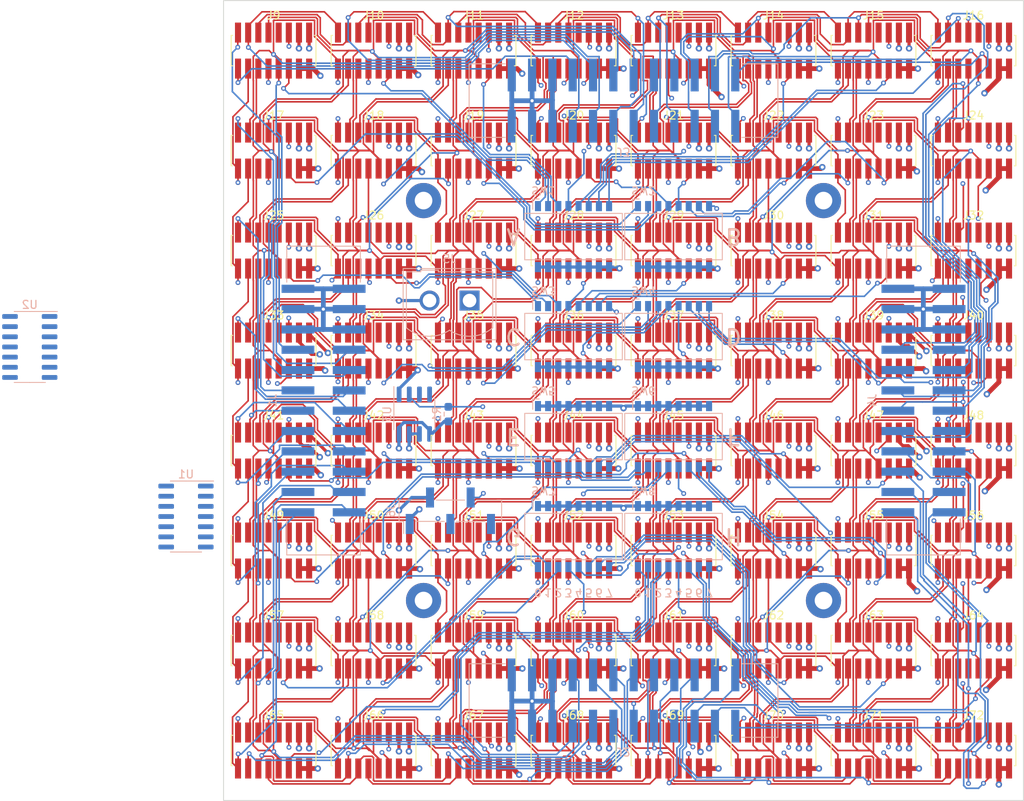
<source format=kicad_pcb>
(kicad_pcb (version 20211014) (generator pcbnew)
  (layers (0 "F.Cu" signal) (1 "In1.Cu" signal) (2 "In2.Cu" signal) (31 "B.Cu" signal) (34 "B.Paste" user) (35 "F.Paste" user) (36 "B.SilkS" user "B.Silkscreen") (37 "F.SilkS" user "F.Silkscreen") (38 "B.Mask" user) (39 "F.Mask" user) (44 "Edge.Cuts" user))
  (net 0 "")
  (net 1 "GND")
  (net 2 "DIM")
  (net 3 "CLK")
  (net 4 "/Cell-A0/IN7")
  (net 5 "/Cell-A0/STATE")
  (net 6 "/Cell-A0/IN6")
  (net 7 "/Cell-B0/STATE")
  (net 8 "/Cell-A0/IN5")
  (net 9 "/Cell-C0/STATE")
  (net 10 "/Cell-B0/IN5")
  (net 11 "/Cell-D0/STATE")
  (net 12 "/Cell-C0/IN5")
  (net 13 "/Cell-E0/STATE")
  (net 14 "/Cell-D0/IN5")
  (net 15 "/Cell-F0/STATE")
  (net 16 "/Cell-E0/IN5")
  (net 17 "/Cell-G0/STATE")
  (net 18 "/Cell-F0/IN5")
  (net 19 "/Cell-H0/STATE")
  (net 20 "/Cell-G0/IN5")
  (net 21 "/Cell-H0/IN4")
  (net 22 "/Cell-H0/IN5")
  (net 23 "/Cell-H1/STATE")
  (net 24 "/Cell-H0/IN3")
  (net 25 "/Cell-H2/STATE")
  (net 26 "/Cell-H1/IN3")
  (net 27 "/Cell-H3/STATE")
  (net 28 "/Cell-H2/IN3")
  (net 29 "/Cell-H4/STATE")
  (net 30 "/Cell-H3/IN3")
  (net 31 "/Cell-H5/STATE")
  (net 32 "/Cell-H4/IN3")
  (net 33 "/Cell-H6/STATE")
  (net 34 "/Cell-H5/IN3")
  (net 35 "/Cell-H7/STATE")
  (net 36 "/Cell-H6/IN3")
  (net 37 "/Cell-G7/IN3")
  (net 38 "/Cell-A0/IN0")
  (net 39 "/Cell-A0/IN1")
  (net 40 "/Cell-A1/STATE")
  (net 41 "/Cell-A1/IN1")
  (net 42 "/Cell-A2/STATE")
  (net 43 "/Cell-A2/IN1")
  (net 44 "/Cell-A3/STATE")
  (net 45 "/Cell-A3/IN1")
  (net 46 "/Cell-A4/STATE")
  (net 47 "/Cell-A4/IN1")
  (net 48 "/Cell-A5/STATE")
  (net 49 "/Cell-A5/IN1")
  (net 50 "/Cell-A6/STATE")
  (net 51 "/Cell-A6/IN1")
  (net 52 "/Cell-A7/STATE")
  (net 53 "/Cell-A7/IN1")
  (net 54 "/Cell-A7/IN3")
  (net 55 "/Cell-B7/STATE")
  (net 56 "/Cell-B7/IN3")
  (net 57 "/Cell-C7/STATE")
  (net 58 "/Cell-C7/IN3")
  (net 59 "/Cell-D7/STATE")
  (net 60 "/Cell-D7/IN3")
  (net 61 "/Cell-E7/STATE")
  (net 62 "/Cell-E7/IN3")
  (net 63 "/Cell-F7/STATE")
  (net 64 "/Cell-F7/IN3")
  (net 65 "/Cell-G7/STATE")
  (net 66 "/Cell-H7/IN3")
  (net 67 "VLED")
  (net 68 "NRST")
  (net 69 "/T-A0")
  (net 70 "/T-A1")
  (net 71 "/T-A2")
  (net 72 "/T-A3")
  (net 73 "/T-A4")
  (net 74 "/T-A5")
  (net 75 "/T-A6")
  (net 76 "/T-A7")
  (net 77 "/T-B0")
  (net 78 "/T-B1")
  (net 79 "/T-B2")
  (net 80 "/T-B3")
  (net 81 "/T-B4")
  (net 82 "/T-B5")
  (net 83 "/T-B6")
  (net 84 "/T-B7")
  (net 85 "/T-C0")
  (net 86 "/T-C1")
  (net 87 "/T-C2")
  (net 88 "/T-C3")
  (net 89 "/T-C4")
  (net 90 "/T-C5")
  (net 91 "/T-C6")
  (net 92 "/T-C7")
  (net 93 "/T-D0")
  (net 94 "/T-D1")
  (net 95 "/T-D2")
  (net 96 "/T-D3")
  (net 97 "/T-D4")
  (net 98 "/T-D5")
  (net 99 "/T-D6")
  (net 100 "/T-D7")
  (net 101 "/T-E0")
  (net 102 "/T-E1")
  (net 103 "/T-E2")
  (net 104 "/T-E3")
  (net 105 "/T-E4")
  (net 106 "/T-E5")
  (net 107 "/T-E6")
  (net 108 "/T-E7")
  (net 109 "/T-F0")
  (net 110 "/T-F1")
  (net 111 "/T-F2")
  (net 112 "/T-F3")
  (net 113 "/T-F4")
  (net 114 "/T-F5")
  (net 115 "/T-F6")
  (net 116 "/T-F7")
  (net 117 "/T-G0")
  (net 118 "/T-G1")
  (net 119 "/T-G2")
  (net 120 "/T-G3")
  (net 121 "/T-G4")
  (net 122 "/T-G5")
  (net 123 "/T-G6")
  (net 124 "/T-G7")
  (net 125 "/T-H0")
  (net 126 "/T-H1")
  (net 127 "/T-H2")
  (net 128 "/T-H3")
  (net 129 "/T-H4")
  (net 130 "/T-H5")
  (net 131 "/T-H6")
  (net 132 "/T-H7")
  (net 133 "/Cell-B1/STATE")
  (net 134 "/Cell-B2/STATE")
  (net 135 "/Cell-B3/STATE")
  (net 136 "/Cell-B4/STATE")
  (net 137 "/Cell-B5/STATE")
  (net 138 "/Cell-B6/STATE")
  (net 139 "/Cell-C1/STATE")
  (net 140 "/Cell-C2/STATE")
  (net 141 "/Cell-C3/STATE")
  (net 142 "/Cell-C4/STATE")
  (net 143 "/Cell-C5/STATE")
  (net 144 "/Cell-C6/STATE")
  (net 145 "/Cell-D1/STATE")
  (net 146 "/Cell-D2/STATE")
  (net 147 "/Cell-D3/STATE")
  (net 148 "/Cell-D4/STATE")
  (net 149 "/Cell-D5/STATE")
  (net 150 "/Cell-D6/STATE")
  (net 151 "/Cell-E1/STATE")
  (net 152 "/Cell-E2/STATE")
  (net 153 "/Cell-E3/STATE")
  (net 154 "/Cell-E4/STATE")
  (net 155 "/Cell-E5/STATE")
  (net 156 "/Cell-E6/STATE")
  (net 157 "/Cell-F1/STATE")
  (net 158 "/Cell-F2/STATE")
  (net 159 "/Cell-F3/STATE")
  (net 160 "/Cell-F4/STATE")
  (net 161 "/Cell-F5/STATE")
  (net 162 "/Cell-F6/STATE")
  (net 163 "/Cell-G1/STATE")
  (net 164 "/Cell-G2/STATE")
  (net 165 "/Cell-G3/STATE")
  (net 166 "/Cell-G4/STATE")
  (net 167 "/Cell-G5/STATE")
  (net 168 "/Cell-G6/STATE")
  (net 169 "Net-(U1-Pad11)")
  (net 170 "/CLK0")
  (net 171 "/CLK1")
  (net 172 "/CLK2")
  (net 173 "/CLK3")
  (net 174 "/CLK4")
  (net 175 "/CLK5")
  (net 176 "/CLK6")
  (net 177 "/CLK7")
  (net 178 "+5V")
  (net 181 "/Cell-A7/IN2")
  (footprint "agausmann:DEALON_DZ127S-22-16-55_02x08_P1.27mm_Vertical" (layer "F.Cu") (at 131.25 131.25)
    (fp_text reference "J63")
    (fp_text value "Module")
  )
  (footprint "agausmann:DEALON_DZ127S-22-16-55_02x08_P1.27mm_Vertical" (layer "F.Cu") (at 56.25 56.25)
    (fp_text reference "J9")
    (fp_text value "Module")
  )
  (footprint "agausmann:DEALON_DZ127S-22-16-55_02x08_P1.27mm_Vertical" (layer "F.Cu") (at 56.25 81.25)
    (fp_text reference "J25")
    (fp_text value "Module")
  )
  (footprint "agausmann:DEALON_DZ127S-22-16-55_02x08_P1.27mm_Vertical" (layer "F.Cu") (at 143.75 93.75)
    (fp_text reference "J40")
    (fp_text value "Module")
  )
  (footprint "agausmann:DEALON_DZ127S-22-16-55_02x08_P1.27mm_Vertical" (layer "F.Cu") (at 68.75 143.75)
    (fp_text reference "J66")
    (fp_text value "Module")
  )
  (footprint "agausmann:DEALON_DZ127S-22-16-55_02x08_P1.27mm_Vertical" (layer "F.Cu") (at 118.75 106.25)
    (fp_text reference "J46")
    (fp_text value "Module")
  )
  (footprint "agausmann:DEALON_DZ127S-22-16-55_02x08_P1.27mm_Vertical" (layer "F.Cu") (at 106.25 81.25)
    (fp_text reference "J29")
    (fp_text value "Module")
  )
  (footprint "agausmann:DEALON_DZ127S-22-16-55_02x08_P1.27mm_Vertical" (layer "F.Cu") (at 93.75 131.25)
    (fp_text reference "J60")
    (fp_text value "Module")
  )
  (footprint "agausmann:DEALON_DZ127S-22-16-55_02x08_P1.27mm_Vertical" (layer "F.Cu") (at 93.75 106.25)
    (fp_text reference "J44")
    (fp_text value "Module")
  )
  (footprint "agausmann:DEALON_DZ127S-22-16-55_02x08_P1.27mm_Vertical" (layer "F.Cu") (at 118.75 56.25)
    (fp_text reference "J14")
    (fp_text value "Module")
  )
  (footprint "agausmann:DEALON_DZ127S-22-16-55_02x08_P1.27mm_Vertical" (layer "F.Cu") (at 118.75 143.75)
    (fp_text reference "J70")
    (fp_text value "Module")
  )
  (footprint "MountingHole:MountingHole_2.2mm_M2_Pad" (layer "F.Cu") (at 75 75)
    (fp_text reference "H1" hide)
    (fp_text value "MountingHole")
  )
  (footprint "agausmann:DEALON_DZ127S-22-16-55_02x08_P1.27mm_Vertical" (layer "F.Cu") (at 131.25 143.75)
    (fp_text reference "J71")
    (fp_text value "Module")
  )
  (footprint "agausmann:DEALON_DZ127S-22-16-55_02x08_P1.27mm_Vertical" (layer "F.Cu") (at 68.75 68.75)
    (fp_text reference "J18")
    (fp_text value "Module")
  )
  (footprint "agausmann:DEALON_DZ127S-22-16-55_02x08_P1.27mm_Vertical" (layer "F.Cu") (at 81.25 131.25)
    (fp_text reference "J59")
    (fp_text value "Module")
  )
  (footprint "agausmann:DEALON_DZ127S-22-16-55_02x08_P1.27mm_Vertical" (layer "F.Cu") (at 143.75 56.25)
    (fp_text reference "J16")
    (fp_text value "Module")
  )
  (footprint "agausmann:DEALON_DZ127S-22-16-55_02x08_P1.27mm_Vertical" (layer "F.Cu") (at 56.25 118.75)
    (fp_text reference "J49")
    (fp_text value "Module")
  )
  (footprint "agausmann:DEALON_DZ127S-22-16-55_02x08_P1.27mm_Vertical" (layer "F.Cu") (at 93.75 143.75)
    (fp_text reference "J68")
    (fp_text value "Module")
  )
  (footprint "agausmann:DEALON_DZ127S-22-16-55_02x08_P1.27mm_Vertical" (layer "F.Cu") (at 131.25 81.25)
    (fp_text reference "J31")
    (fp_text value "Module")
  )
  (footprint "agausmann:DEALON_DZ127S-22-16-55_02x08_P1.27mm_Vertical" (layer "F.Cu") (at 143.75 68.75)
    (fp_text reference "J24")
    (fp_text value "Module")
  )
  (footprint "agausmann:DEALON_DZ127S-22-16-55_02x08_P1.27mm_Vertical" (layer "F.Cu") (at 106.25 143.75)
    (fp_text reference "J69")
    (fp_text value "Module")
  )
  (footprint "MountingHole:MountingHole_2.2mm_M2_Pad" (layer "F.Cu") (at 125 75)
    (fp_text reference "H2" hide)
    (fp_text value "MountingHole")
  )
  (footprint "agausmann:DEALON_DZ127S-22-16-55_02x08_P1.27mm_Vertical" (layer "F.Cu") (at 81.25 143.75)
    (fp_text reference "J67")
    (fp_text value "Module")
  )
  (footprint "agausmann:DEALON_DZ127S-22-16-55_02x08_P1.27mm_Vertical" (layer "F.Cu") (at 118.75 68.75)
    (fp_text reference "J22")
    (fp_text value "Module")
  )
  (footprint "agausmann:DEALON_DZ127S-22-16-55_02x08_P1.27mm_Vertical" (layer "F.Cu") (at 56.25 68.75)
    (fp_text reference "J17")
    (fp_text value "Module")
  )
  (footprint "agausmann:DEALON_DZ127S-22-16-55_02x08_P1.27mm_Vertical" (layer "F.Cu") (at 93.75 81.25)
    (fp_text reference "J28")
    (fp_text value "Module")
  )
  (footprint "agausmann:DEALON_DZ127S-22-16-55_02x08_P1.27mm_Vertical" (layer "F.Cu") (at 68.75 118.75)
    (fp_text reference "J50")
    (fp_text value "Module")
  )
  (footprint "agausmann:DEALON_DZ127S-22-16-55_02x08_P1.27mm_Vertical" (layer "F.Cu") (at 56.25 93.75)
    (fp_text reference "J33")
    (fp_text value "Module")
  )
  (footprint "agausmann:DEALON_DZ127S-22-16-55_02x08_P1.27mm_Vertical" (layer "F.Cu") (at 106.25 131.25)
    (fp_text reference "J61")
    (fp_text value "Module")
  )
  (footprint "agausmann:DEALON_DZ127S-22-16-55_02x08_P1.27mm_Vertical" (layer "F.Cu") (at 56.25 143.75)
    (fp_text reference "J65")
    (fp_text value "Module")
  )
  (footprint "agausmann:DEALON_DZ127S-22-16-55_02x08_P1.27mm_Vertical" (layer "F.Cu") (at 131.25 93.75)
    (fp_text reference "J39")
    (fp_text value "Module")
  )
  (footprint "agausmann:DEALON_DZ127S-22-16-55_02x08_P1.27mm_Vertical" (layer "F.Cu") (at 68.75 93.75)
    (fp_text reference "J34")
    (fp_text value "Module")
  )
  (footprint "agausmann:DEALON_DZ127S-22-16-55_02x08_P1.27mm_Vertical" (layer "F.Cu") (at 106.25 68.75)
    (fp_text reference "J21")
    (fp_text value "Module")
  )
  (footprint "agausmann:DEALON_DZ127S-22-16-55_02x08_P1.27mm_Vertical" (layer "F.Cu") (at 68.75 131.25)
    (fp_text reference "J58")
    (fp_text value "Module")
  )
  (footprint "agausmann:DEALON_DZ127S-22-16-55_02x08_P1.27mm_Vertical" (layer "F.Cu") (at 106.25 56.25)
    (fp_text reference "J13")
    (fp_text value "Module")
  )
  (footprint "agausmann:DEALON_DZ127S-22-16-55_02x08_P1.27mm_Vertical" (layer "F.Cu") (at 118.75 93.75)
    (fp_text reference "J38")
    (fp_text value "Module")
  )
  (footprint "agausmann:DEALON_DZ127S-22-16-55_02x08_P1.27mm_Vertical" (layer "F.Cu") (at 81.25 106.25)
    (fp_text reference "J43")
    (fp_text value "Module")
  )
  (footprint "agausmann:DEALON_DZ127S-22-16-55_02x08_P1.27mm_Vertical" (layer "F.Cu") (at 81.25 93.75)
    (fp_text reference "J35")
    (fp_text value "Module")
  )
  (footprint "agausmann:DEALON_DZ127S-22-16-55_02x08_P1.27mm_Vertical" (layer "F.Cu") (at 143.75 81.25)
    (fp_text reference "J32")
    (fp_text value "Module")
  )
  (footprint "agausmann:DEALON_DZ127S-22-16-55_02x08_P1.27mm_Vertical" (layer "F.Cu") (at 131.25 106.25)
    (fp_text reference "J47")
    (fp_text value "Module")
  )
  (footprint "agausmann:DEALON_DZ127S-22-16-55_02x08_P1.27mm_Vertical" (layer "F.Cu") (at 81.25 56.25)
    (fp_text reference "J11")
    (fp_text value "Module")
  )
  (footprint "agausmann:DEALON_DZ127S-22-16-55_02x08_P1.27mm_Vertical" (layer "F.Cu") (at 81.25 81.25)
    (fp_text reference "J27")
    (fp_text value "Module")
  )
  (footprint "agausmann:DEALON_DZ127S-22-16-55_02x08_P1.27mm_Vertical" (layer "F.Cu") (at 81.25 68.75)
    (fp_text reference "J19")
    (fp_text value "Module")
  )
  (footprint "agausmann:DEALON_DZ127S-22-16-55_02x08_P1.27mm_Vertical" (layer "F.Cu") (at 118.75 131.25)
    (fp_text reference "J62")
    (fp_text value "Module")
  )
  (footprint "agausmann:DEALON_DZ127S-22-16-55_02x08_P1.27mm_Vertical" (layer "F.Cu") (at 143.75 106.25)
    (fp_text reference "J48")
    (fp_text value "Module")
  )
  (footprint "MountingHole:MountingHole_2.2mm_M2_Pad" (layer "F.Cu") (at 125 125)
    (fp_text reference "H4" hide)
    (fp_text value "MountingHole")
  )
  (footprint "agausmann:DEALON_DZ127S-22-16-55_02x08_P1.27mm_Vertical" (layer "F.Cu") (at 106.25 118.75)
    (fp_text reference "J53")
    (fp_text value "Module")
  )
  (footprint "agausmann:DEALON_DZ127S-22-16-55_02x08_P1.27mm_Vertical" (layer "F.Cu") (at 68.75 56.25)
    (fp_text reference "J10")
    (fp_text value "Module")
  )
  (footprint "agausmann:DEALON_DZ127S-22-16-55_02x08_P1.27mm_Vertical" (layer "F.Cu") (at 93.75 68.75)
    (fp_text reference "J20")
    (fp_text value "Module")
  )
  (footprint "agausmann:DEALON_DZ127S-22-16-55_02x08_P1.27mm_Vertical" (layer "F.Cu") (at 68.75 81.25)
    (fp_text reference "J26")
    (fp_text value "Module")
  )
  (footprint "agausmann:DEALON_DZ127S-22-16-55_02x08_P1.27mm_Vertical" (layer "F.Cu") (at 143.75 143.75)
    (fp_text reference "J72")
    (fp_text value "Module")
  )
  (footprint "agausmann:DEALON_DZ127S-22-16-55_02x08_P1.27mm_Vertical" (layer "F.Cu") (at 56.25 106.25)
    (fp_text reference "J41")
    (fp_text value "Module")
  )
  (footprint "agausmann:DEALON_DZ127S-22-16-55_02x08_P1.27mm_Vertical" (layer "F.Cu") (at 131.25 68.75)
    (fp_text reference "J23")
    (fp_text value "Module")
  )
  (footprint "agausmann:DEALON_DZ127S-22-16-55_02x08_P1.27mm_Vertical" (layer "F.Cu") (at 131.25 118.75)
    (fp_text reference "J55")
    (fp_text value "Module")
  )
  (footprint "agausmann:DEALON_DZ127S-22-16-55_02x08_P1.27mm_Vertical" (layer "F.Cu") (at 118.75 118.75)
    (fp_text reference "J54")
    (fp_text value "Module")
  )
  (footprint "agausmann:DEALON_DZ127S-22-16-55_02x08_P1.27mm_Vertical" (layer "F.Cu") (at 93.75 93.75)
    (fp_text reference "J36")
    (fp_text value "Module")
  )
  (footprint "agausmann:DEALON_DZ127S-22-16-55_02x08_P1.27mm_Vertical" (layer "F.Cu") (at 143.75 131.25)
    (fp_text reference "J64")
    (fp_text value "Module")
  )
  (footprint "agausmann:DEALON_DZ127S-22-16-55_02x08_P1.27mm_Vertical" (layer "F.Cu") (at 93.75 118.75)
    (fp_text reference "J52")
    (fp_text value "Module")
  )
  (footprint "agausmann:DEALON_DZ127S-22-16-55_02x08_P1.27mm_Vertical" (layer "F.Cu") (at 143.75 118.75)
    (fp_text reference "J56")
    (fp_text value "Module")
  )
  (footprint "agausmann:DEALON_DZ127S-22-16-55_02x08_P1.27mm_Vertical" (layer "F.Cu") (at 81.25 118.75)
    (fp_text reference "J51")
    (fp_text value "Module")
  )
  (footprint "agausmann:DEALON_DZ127S-22-16-55_02x08_P1.27mm_Vertical" (layer "F.Cu") (at 106.25 93.75)
    (fp_text reference "J37")
    (fp_text value "Module")
  )
  (footprint "agausmann:DEALON_DZ127S-22-16-55_02x08_P1.27mm_Vertical" (layer "F.Cu") (at 93.75 56.25)
    (fp_text reference "J12")
    (fp_text value "Module")
  )
  (footprint "agausmann:DEALON_DZ127S-22-16-55_02x08_P1.27mm_Vertical" (layer "F.Cu") (at 118.75 81.25)
    (fp_text reference "J30")
    (fp_text value "Module")
  )
  (footprint "MountingHole:MountingHole_2.2mm_M2_Pad" (layer "F.Cu") (at 75 125)
    (fp_text reference "H3" hide)
    (fp_text value "MountingHole")
  )
  (footprint "agausmann:DEALON_DZ127S-22-16-55_02x08_P1.27mm_Vertical" (layer "F.Cu") (at 131.25 56.25)
    (fp_text reference "J15")
    (fp_text value "Module")
  )
  (footprint "agausmann:DEALON_DZ127S-22-16-55_02x08_P1.27mm_Vertical" (layer "F.Cu") (at 106.25 106.25)
    (fp_text reference "J45")
    (fp_text value "Module")
  )
  (footprint "agausmann:DEALON_DZ127S-22-16-55_02x08_P1.27mm_Vertical" (layer "F.Cu") (at 56.25 131.25)
    (fp_text reference "J57")
    (fp_text value "Module")
  )
  (footprint "agausmann:DEALON_DZ127S-22-16-55_02x08_P1.27mm_Vertical" (layer "F.Cu") (at 68.75 106.25)
    (fp_text reference "J42")
    (fp_text value "Module")
  )
  (footprint "Package_SO:SOIC-14_3.9x8.7mm_P1.27mm" (layer "B.Cu") (at 45.3 114.5 180)
    (fp_text reference "U1")
    (fp_text value "74HC14")
  )
  (footprint "agausmann:SW_DIP_SPSTx08_Slide_DEALON_SP-08P_P1.27mm" (layer "B.Cu") (at 106.25 79.5)
    (fp_text reference "SW2")
    (fp_text value "B")
  )
  (footprint "Package_SO:SOIC-8_3.9x4.9mm_P1.27mm" (layer "B.Cu") (at 73.85 101.7 -90)
    (fp_text reference "U3")
    (fp_text value "VN5E160S")
  )
  (footprint "agausmann:SW_DIP_SPSTx08_Slide_DEALON_SP-08P_P1.27mm" (layer "B.Cu") (at 106.25 92)
    (fp_text reference "SW4")
    (fp_text value "D")
  )
  (footprint "agausmann:JILN_321024M_02x12_P2.54mm_Vertical" (layer "B.Cu") (at 62.5 100 -90)
    (fp_text reference "J1")
    (fp_text value "West")
  )
  (footprint "agausmann:Conn_NTE_25-E900-02_01x02_P5.00mm_Vertical" (layer "B.Cu") (at 78.25 87.5 180)
    (fp_text reference "J5")
    (fp_text value "25-E900-02")
  )
  (footprint "agausmann:SW_DIP_SPSTx08_Slide_DEALON_SP-08P_P1.27mm" (layer "B.Cu") (at 93.75 104.5)
    (fp_text reference "SW5")
    (fp_text value "E")
  )
  (footprint "agausmann:SW_DIP_SPSTx08_Slide_DEALON_SP-08P_P1.27mm" (layer "B.Cu") (at 93.75 92)
    (fp_text reference "SW3")
    (fp_text value "C")
  )
  (footprint "agausmann:JILN_321024M_02x12_P2.54mm_Vertical" (layer "B.Cu") (at 100 137.5)
    (fp_text reference "J2")
    (fp_text value "South")
  )
  (footprint "agausmann:SW_DIP_SPSTx08_Slide_DEALON_SP-08P_P1.27mm" (layer "B.Cu") (at 93.75 117)
    (fp_text reference "SW7")
    (fp_text value "G")
  )
  (footprint "agausmann:JILN_321024M_02x12_P2.54mm_Vertical" (layer "B.Cu") (at 100 62.5)
    (fp_text reference "J3")
    (fp_text value "North")
  )
  (footprint "agausmann:SW_DIP_SPSTx08_Slide_DEALON_SP-08P_P1.27mm" (layer "B.Cu") (at 106.25 104.5)
    (fp_text reference "SW6")
    (fp_text value "F")
  )
  (footprint "agausmann:SW_DIP_SPSTx08_Slide_DEALON_SP-08P_P1.27mm" (layer "B.Cu") (at 93.75 79.5)
    (fp_text reference "SW1")
    (fp_text value "A")
  )
  (footprint "agausmann:JILN_321024M_02x12_P2.54mm_Vertical" (layer "B.Cu") (at 137.5 100 -90)
    (fp_text reference "J4")
    (fp_text value "East")
  )
  (footprint "agausmann:SW_DIP_SPSTx08_Slide_DEALON_SP-08P_P1.27mm" (layer "B.Cu") (at 106.25 117)
    (fp_text reference "SW8")
    (fp_text value "H")
  )
  (footprint "Package_SO:SOIC-14_3.9x8.7mm_P1.27mm" (layer "B.Cu") (at 25.775 93.3 180)
    (fp_text reference "U2")
    (fp_text value "74HC14")
  )
  (footprint "Resistor_SMD:R_0603_1608Metric_Pad0.98x0.95mm_HandSolder" (layer "B.Cu") (at 78.1 101.7 -90)
    (fp_text reference "R1")
    (fp_text value "10k")
  )
  (footprint "Connector_PinHeader_2.54mm:PinHeader_1x05_P2.54mm_Vertical_SMD_Pin1Right" (layer "B.Cu") (at 78.35 113.775 -90)
    (fp_text reference "J6")
    (fp_text value "MGMT")
  )
  (gr_rect locked (start 50 50) (end 150 150) (layer "Edge.Cuts") (width 0.1) (fill none))
  (gr_text "C" (at 86.25 92 180) (layer "B.SilkS") (effects (font (size 2 2) (thickness 0.3)) (justify mirror)))
  (gr_text "6" (at 96.9264 124.0028 180) (layer "B.SilkS") (effects (font (size 1 1)) (justify mirror)))
  (gr_text "7" (at 110.6964 124.0028 180) (layer "B.SilkS") (effects (font (size 1 1)) (justify mirror)))
  (gr_text "A" (at 86.25 79.5 180) (layer "B.SilkS") (effects (font (size 2 2) (thickness 0.3)) (justify mirror)))
  (gr_text "5" (at 108.1564 124.0028 180) (layer "B.SilkS") (effects (font (size 1 1)) (justify mirror)))
  (gr_text "H" (at 113.75 117 180) (layer "B.SilkS") (effects (font (size 2 2) (thickness 0.3)) (justify mirror)))
  (gr_text "G" (at 86.25 117 180) (layer "B.SilkS") (effects (font (size 2 2) (thickness 0.3)) (justify mirror)))
  (gr_text "4" (at 94.3864 124.0028 180) (layer "B.SilkS") (effects (font (size 1 1)) (justify mirror)))
  (gr_text "E" (at 86.25 104.5 180) (layer "B.SilkS") (effects (font (size 2 2) (thickness 0.3)) (justify mirror)))
  (gr_text "2" (at 91.8464 124.0028 180) (layer "B.SilkS") (effects (font (size 1 1)) (justify mirror)))
  (gr_text "4" (at 106.8864 124.0028 180) (layer "B.SilkS") (effects (font (size 1 1)) (justify mirror)))
  (gr_text "1" (at 90.5764 124.0028 180) (layer "B.SilkS") (effects (font (size 1 1)) (justify mirror)))
  (gr_text "F" (at 113.75 104.5 180) (layer "B.SilkS") (effects (font (size 2 2) (thickness 0.3)) (justify mirror)))
  (gr_text "3" (at 93.1164 124.0028 180) (layer "B.SilkS") (effects (font (size 1 1)) (justify mirror)))
  (gr_text "5" (at 95.6564 124.0028 180) (layer "B.SilkS") (effects (font (size 1 1)) (justify mirror)))
  (gr_text "6" (at 109.4264 124.0028 180) (layer "B.SilkS") (effects (font (size 1 1)) (justify mirror)))
  (gr_text "D\n" (at 113.75 92 180) (layer "B.SilkS") (effects (font (size 2 2) (thickness 0.3)) (justify mirror)))
  (gr_text "3" (at 105.6164 124.0028 180) (layer "B.SilkS") (effects (font (size 1 1)) (justify mirror)))
  (gr_text "0" (at 101.8064 124.0028 180) (layer "B.SilkS") (effects (font (size 1 1)) (justify mirror)))
  (gr_text "B" (at 113.75 79.5 180) (layer "B.SilkS") (effects (font (size 2 2) (thickness 0.3)) (justify mirror)))
  (gr_text "2" (at 104.3464 124.0028 180) (layer "B.SilkS") (effects (font (size 1 1)) (justify mirror)))
  (gr_text "0" (at 89.3064 124.0028 180) (layer "B.SilkS") (effects (font (size 1 1)) (justify mirror)))
  (gr_text "7" (at 98.1964 124.0028 180) (layer "B.SilkS") (effects (font (size 1 1)) (justify mirror)))
  (gr_text "1" (at 103.0764 124.0028 180) (layer "B.SilkS") (effects (font (size 1 1)) (justify mirror)))
  (segment (start 84.425 133.5) (end 85.695 133.5) (width 0.6) (layer "F.Cu") (net 1))
  (segment (start 85.695 96) (end 86.775 96) (width 0.6) (layer "F.Cu") (net 1))
  (segment (start 146.925 58.5) (end 146.925 59.775) (width 0.6) (layer "F.Cu") (net 1))
  (segment (start 123.195 121) (end 124.55 121) (width 0.6) (layer "F.Cu") (net 1))
  (segment (start 146.925 72.075) (end 145.275 73.725) (width 0.6) (layer "F.Cu") (net 1))
  (segment (start 98.195 146) (end 99.425 146) (width 0.6) (layer "F.Cu") (net 1))
  (segment (start 61.2 58.5) (end 62.1 59.4) (width 0.6) (layer "F.Cu") (net 1))
  (segment (start 84.425 108.5) (end 85.695 108.5) (width 0.6) (layer "F.Cu") (net 1))
  (segment (start 73.195 96) (end 74.075 96) (width 0.6) (layer "F.Cu") (net 1))
  (segment (start 110.695 83.5) (end 111.75 83.5) (width 0.6) (layer "F.Cu") (net 1))
  (segment (start 134.425 58.5) (end 135.695 58.5) (width 0.6) (layer "F.Cu") (net 1))
  (segment (start 135.695 133.5) (end 136.8 133.5) (width 0.6) (layer "F.Cu") (net 1))
  (segment (start 60.695 121) (end 61.875 121) (width 0.6) (layer "F.Cu") (net 1))
  (segment (start 135.695 122.82) (end 136.7 123.825) (width 0.6) (layer "F.Cu") (net 1))
  (segment (start 73.195 71) (end 74.375 71) (width 0.6) (layer "F.Cu") (net 1))
  (segment (start 73.195 121) (end 74.475 121) (width 0.6) (layer "F.Cu") (net 1))
  (segment (start 148.195 58.5) (end 146.925 58.5) (width 0.6) (layer "F.Cu") (net 1))
  (segment (start 146.925 134.575) (end 145.325 136.175) (width 0.6) (layer "F.Cu") (net 1))
  (segment (start 71.925 108.5) (end 73.195 108.5) (width 0.6) (layer "F.Cu") (net 1))
  (segment (start 121.925 71) (end 123.195 71) (width 0.6) (layer "F.Cu") (net 1))
  (segment (start 121.925 83.5) (end 123.195 83.5) (width 0.6) (layer "F.Cu") (net 1))
  (segment (start 98.195 133.5) (end 99.975 133.5) (width 0.6) (layer "F.Cu") (net 1))
  (segment (start 134.425 96) (end 135.695 96) (width 0.6) (layer "F.Cu") (net 1))
  (segment (start 109.425 96) (end 110.695 96) (width 0.6) (layer "F.Cu") (net 1))
  (segment (start 84.425 58.5) (end 85.695 58.5) (width 0.6) (layer "F.Cu") (net 1))
  (segment (start 99.5 121) (end 99.525 120.975) (width 0.6) (layer "F.Cu") (net 1))
  (segment (start 60.695 83.5) (end 61.75 83.5) (width 0.6) (layer "F.Cu") (net 1))
  (segment (start 59.425 83.5) (end 60.695 83.5) (width 0.6) (layer "F.Cu") (net 1))
  (segment (start 124.55 121) (end 124.625 121.075) (width 0.6) (layer "F.Cu") (net 1))
  (segment (start 146.925 97.7005) (end 146.925 96) (width 0.6) (layer "F.Cu") (net 1))
  (segment (start 84.425 71) (end 85.695 71) (width 0.6) (layer "F.Cu") (net 1))
  (segment (start 71.925 96) (end 73.195 96) (width 0.6) (layer "F.Cu") (net 1))
  (segment (start 146.925 109.575) (end 145.175 111.325) (width 0.6) (layer "F.Cu") (net 1))
  (segment (start 135.695 146) (end 136.925 146) (width 0.6) (layer "F.Cu") (net 1))
  (segment (start 84.425 96) (end 85.695 96) (width 0.6) (layer "F.Cu") (net 1))
  (segment (start 134.425 108.5) (end 135.695 108.5) (width 0.6) (layer "F.Cu") (net 1))
  (segment (start 96.925 121) (end 98.195 121) (width 0.6) (layer "F.Cu") (net 1))
  (segment (start 73.195 133.5) (end 74.45 133.5) (width 0.6) (layer "F.Cu") (net 1))
  (segment (start 85.695 83.5) (end 86.95 83.5) (width 0.6) (layer "F.Cu") (net 1))
  (segment (start 96.925 71) (end 98.195 71) (width 0.6) (layer "F.Cu") (net 1))
  (segment (start 134.425 83.5) (end 135.695 83.5) (width 0.6) (layer "F.Cu") (net 1))
  (segment (start 59.425 133.5) (end 60.695 133.5) (width 0.6) (layer "F.Cu") (net 1))
  (segment (start 134.425 133.5) (end 135.695 133.5) (width 0.6) (layer "F.Cu") (net 1))
  (segment (start 121.925 108.5) (end 123.195 108.5) (width 0.6) (layer "F.Cu") (net 1))
  (segment (start 85.695 108.5) (end 87 108.5) (width 0.6) (layer "F.Cu") (net 1))
  (segment (start 71.925 83.5) (end 73.195 83.5) (width 0.6) (layer "F.Cu") (net 1))
  (segment (start 148.195 96) (end 146.925 96) (width 0.6) (layer "F.Cu") (net 1))
  (segment (start 85.695 133.5) (end 87.35 133.5) (width 0.6) (layer "F.Cu") (net 1))
  (segment (start 59.425 108.5) (end 60.695 108.5) (width 0.6) (layer "F.Cu") (net 1))
  (segment (start 85.695 71) (end 86.9 71) (width 0.6) (layer "F.Cu") (net 1))
  (segment (start 86.175 146) (end 86.95 146.775) (width 0.6) (layer "F.Cu") (net 1))
  (segment (start 59.425 71) (end 60.695 71) (width 0.6) (layer "F.Cu") (net 1))
  (segment (start 62.4495 96) (end 60.695 96) (width 0.6) (layer "F.Cu") (net 1))
  (segment (start 73.195 108.5) (end 74.425 108.5) (width 0.6) (layer "F.Cu") (net 1))
  (segment (start 98.195 58.5) (end 100 58.5) (width 0.6) (layer "F.Cu") (net 1))
  (segment (start 109.425 83.5) (end 110.695 83.5) (width 0.6) (layer "F.Cu") (net 1))
  (segment (start 135.695 83.5) (end 136.85 83.5) (width 0.6) (layer "F.Cu") (net 1))
  (segment (start 135.695 71) (end 136.325 71) (width 0.6) (layer "F.Cu") (net 1))
  (segment (start 110.695 60.495) (end 112.25 62.05) (width 0.6) (layer "F.Cu") (net 1))
  (segment (start 60.695 133.5) (end 62 133.5) (width 0.6) (layer "F.Cu") (net 1))
  (segment (start 99.425 146) (end 99.45 146.025) (width 0.6) (layer "F.Cu") (net 1))
  (segment (start 110.695 108.5) (end 111.9 108.5) (width 0.6) (layer "F.Cu") (net 1))
  (segment (start 59.425 96) (end 60.695 96) (width 0.6) (layer "F.Cu") (net 1))
  (segment (start 62.7 96.2505) (end 62.4495 96) (width 0.6) (layer "F.Cu") (net 1))
  (segment (start 59.425 146) (end 60.695 146) (width 0.6) (layer "F.Cu") (net 1))
  (segment (start 60.695 108.5) (end 61.325 108.5) (width 0.6) (layer "F.Cu") (net 1))
  (segment (start 135.695 121) (end 135.695 122.82) (width 0.6) (layer "F.Cu") (net 1))
  (segment (start 96.925 146) (end 98.195 146) (width 0.6) (layer "F.Cu") (net 1))
  (segment (start 110.695 121) (end 111.975 121) (width 0.6) (layer "F.Cu") (net 1))
  (segment (start 145.4255 99.2) (end 146.925 97.7005) (width 0.6) (layer "F.Cu") (net 1))
  (segment (start 124.25 83.5) (end 124.275 83.475) (width 0.6) (layer "F.Cu") (net 1))
  (segment (start 148.195 121) (end 146.925 121) (width 0.6) (layer "F.Cu") (net 1))
  (segment (start 59.425 121) (end 60.695 121) (width 0.6) (layer "F.Cu") (net 1))
  (segment (start 74.475 121) (end 74.55 121.075) (width 0.6) (layer "F.Cu") (net 1))
  (segment (start 110.695 146) (end 111.875 146) (width 0.6) (layer "F.Cu") (net 1))
  (segment (start 134.425 146) (end 135.695 146) (width 0.6) (layer "F.Cu") (net 1))
  (segment (start 148.195 83.5) (end 146.925 83.5) (width 0.6) (layer "F.Cu") (net 1))
  (segment (start 60.695 146) (end 61.775 146) (width 0.6) (layer "F.Cu") (net 1))
  (segment (start 73.195 146) (end 74.45 146) (width 0.6) (layer "F.Cu") (net 1))
  (segment (start 148.195 108.5) (end 146.925 108.5) (width 0.6) (layer "F.Cu") (net 1))
  (segment (start 146.925 108.5) (end 146.925 109.575) (width 0.6) (layer "F.Cu") (net 1))
  (segment (start 146.925 121) (end 146.925 122.125) (width 0.6) (layer "F.Cu") (net 1))
  (segment (start 121.925 133.5) (end 123.195 133.5) (width 0.6) (layer "F.Cu") (net 1))
  (segment (start 146.925 133.5) (end 146.925 134.575) (width 0.6) (layer "F.Cu") (net 1))
  (segment (start 146.925 71) (end 148.195 71) (width 0.6) (layer "F.Cu") (net 1))
  (segment (start 121.925 58.5) (end 123.195 58.5) (width 0.6) (layer "F.Cu") (net 1))
  (segment (start 146.925 122.125) (end 145.375 123.675) (width 0.6) (layer "F.Cu") (net 1))
  (segment (start 110.695 58.5) (end 110.695 60.495) (width 0.6) (layer "F.Cu") (net 1))
  (segment (start 98.195 83.5) (end 99.475 83.5) (width 0.6) (layer "F.Cu") (net 1))
  (segment (start 124.675 71) (end 124.85 70.825) (width 0.6) (layer "F.Cu") (net 1))
  (segment (start 71.925 146) (end 73.195 146) (width 0.6) (layer "F.Cu") (net 1))
  (segment (start 146.925 83.5) (end 146.925 84.6) (width 0.6) (layer "F.Cu") (net 1))
  (segment (start 148.195 133.5) (end 146.925 133.5) (width 0.6) (layer "F.Cu") (net 1))
  (segment (start 123.195 58.5) (end 124.475 58.5) (width 0.6) (layer "F.Cu") (net 1))
  (segment (start 146.925 84.6) (end 145.375 86.15) (width 0.6) (layer "F.Cu") (net 1))
  (segment (start 85.695 121) (end 86.9 121) (width 0.6) (layer "F.Cu") (net 1))
  (segment (start 136.85 83.5) (end 136.875 83.475) (width 0.6) (layer "F.Cu") (net 1))
  (segment (start 85.695 58.5) (end 86.7 58.5) (width 0.6) (layer "F.Cu") (net 1))
  (segment (start 134.425 121) (end 135.695 121) (width 0.6) (layer "F.Cu") (net 1))
  (segment (start 123.195 133.5) (end 124.525 133.5) (width 0.6) (layer "F.Cu") (net 1))
  (segment (start 109.425 58.5) (end 110.695 58.5) (width 0.6) (layer "F.Cu") (net 1))
  (segment (start 61.325 108.5) (end 62.15 109.325) (width 0.6) (layer "F.Cu") (net 1))
  (segment (start 110.695 71) (end 111.975 71) (width 0.6) (layer "F.Cu") (net 1))
  (segment (start 98.195 121) (end 99.5 121) (width 0.6) (layer "F.Cu") (net 1))
  (segment (start 124.325 96) (end 124.35 95.975) (width 0.6) (layer "F.Cu") (net 1))
  (segment (start 123.195 108.5) (end 124.25 108.5) (width 0.6) (layer "F.Cu") (net 1))
  (segment (start 98.195 58.5) (end 96.925 58.5) (width 0.6) (layer "F.Cu") (net 1))
  (segment (start 96.925 133.5) (end 98.195 133.5) (width 0.6) (layer "F.Cu") (net 1))
  (segment (start 84.425 121) (end 85.695 121) (width 0.6) (layer "F.Cu") (net 1))
  (segment (start 123.195 146) (end 124.425 146) (width 0.6) (layer "F.Cu") (net 1))
  (segment (start 71.925 133.5) (end 73.195 133.5) (width 0.6) (layer "F.Cu") (net 1))
  (segment (start 134.425 71) (end 135.695 71) (width 0.6) (layer "F.Cu") (net 1))
  (segment (start 136.325 71) (end 136.675 71.35) (width 0.6) (layer "F.Cu") (net 1))
  (segment (start 109.425 146) (end 110.695 146) (width 0.6) (layer "F.Cu") (net 1))
  (segment (start 86.7 58.5) (end 87.325 59.125) (width 0.6) (layer "F.Cu") (net 1))
  (segment (start 110.695 133.5) (end 112.575 133.5) (width 0.6) (layer "F.Cu") (net 1))
  (segment (start 135.695 96) (end 137.5 96) (width 0.6) (layer "F.Cu") (net 1))
  (segment (start 98.195 108.5) (end 99.35 108.5) (width 0.6) (layer "F.Cu") (net 1))
  (segment (start 123.195 96) (end 124.325 96) (width 0.6) (layer "F.Cu") (net 1))
  (segment (start 73.525 58.5) (end 74.325 59.3) (width 0.6) (layer "F.Cu") (net 1))
  (segment (start 84.425 83.5) (end 85.695 83.5) (width 0.6) (layer "F.Cu") (net 1))
  (segment (start 71.925 58.5) (end 73.195 58.5) (width 0.6) (layer "F.Cu") (net 1))
  (segment (start 96.925 96) (end 98.195 96) (width 0.6) (layer "F.Cu") (net 1))
  (segment (start 84.425 146) (end 85.695 146) (width 0.6) (layer "F.Cu") (net 1))
  (segment (start 109.425 133.5) (end 110.695 133.5) (width 0.6) (layer "F.Cu") (net 1))
  (segment (start 146.925 71) (end 146.925 72.075) (width 0.6) (layer "F.Cu") (net 1))
  (segment (start 109.425 71) (end 110.695 71) (width 0.6) (layer "F.Cu") (net 1))
  (segment (start 73.195 58.5) (end 73.525 58.5) (width 0.6) (layer "F.Cu") (net 1))
  (segment (start 96.925 108.5) (end 98.195 108.5) (width 0.6) (layer "F.Cu") (net 1))
  (segment (start 146.925 59.775) (end 145.125 61.575) (width 0.6) (layer "F.Cu") (net 1))
  (segment (start 71.925 121) (end 73.195 121) (width 0.6) (layer "F.Cu") (net 1))
  (segment (start 60.695 58.5) (end 61.2 58.5) (width 0.6) (layer "F.Cu") (net 1))
  (segment (start 121.925 121) (end 123.195 121) (width 0.6) (layer "F.Cu") (net 1))
  (segment (start 109.425 108.5) (end 110.695 108.5) (width 0.6) (layer "F.Cu") (net 1))
  (segment (start 74.375 71) (end 74.8 71.425) (width 0.6) (layer "F.Cu") (net 1))
  (segment (start 60.695 71) (end 61.825 71) (width 0.6) (layer "F.Cu") (net 1))
  (segment (start 110.695 96) (end 111.8 96) (width 0.6) (layer "F.Cu") (net 1))
  (segment (start 123.195 83.5) (end 124.25 83.5) (width 0.6) (layer "F.Cu") (net 1))
  (segment (start 74.075 96) (end 74.275 96.2) (width 0.6) (layer "F.Cu") (net 1))
  (segment (start 99.475 83.5) (end 99.5 83.475) (width 0.6) (layer "F.Cu") (net 1))
  (segment (start 59.425 58.5) (end 60.695 58.5) (width 0.6) (layer "F.Cu") (net 1))
  (segment (start 137.5 96) (end 137.825 96.325) (width 0.6) (layer "F.Cu") (net 1))
  (segment (start 98.195 96) (end 99.275 96) (width 0.6) (layer "F.Cu") (net 1))
  (segment (start 148.195 146) (end 146.925 146) (width 0.6) (layer "F.Cu") (net 1))
  (segment (start 135.695 58.5) (end 136.8 58.5) (width 0.6) (layer "F.Cu") (net 1))
  (segment (start 121.925 96) (end 123.195 96) (width 0.6) (layer "F.Cu") (net 1))
  (segment (start 109.425 121) (end 110.695 121) (width 0.6) (layer "F.Cu") (net 1))
  (segment (start 146.925 146) (end 146.925 148) (width 0.6) (layer "F.Cu") (net 1))
  (segment (start 123.195 71) (end 124.675 71) (width 0.6) (layer "F.Cu") (net 1))
  (segment (start 73.195 83.5) (end 74.4 83.5) (width 0.6) (layer "F.Cu") (net 1))
  (segment (start 135.695 108.5) (end 135.925 108.5) (width 0.6) (layer "F.Cu") (net 1))
  (segment (start 71.925 71) (end 73.195 71) (width 0.6) (layer "F.Cu") (net 1))
  (segment (start 96.925 83.5) (end 98.195 83.5) (width 0.6) (layer "F.Cu") (net 1))
  (segment (start 135.925 108.5) (end 137.025 109.6) (width 0.6) (layer "F.Cu") (net 1))
  (segment (start 98.195 71) (end 99.425 71) (width 0.6) (layer "F.Cu") (net 1))
  (segment (start 85.695 146) (end 86.175 146) (width 0.6) (layer "F.Cu") (net 1))
  (segment (start 121.925 146) (end 123.195 146) (width 0.6) (layer "F.Cu") (net 1))
  (via (at 61.775 146) (size 0.8) (drill 0.4) (layers "F.Cu" "B.Cu") (net 1))
  (via (at 136.8 58.5) (size 0.8) (drill 0.4) (layers "F.Cu" "B.Cu") (net 1))
  (via (at 145.125 61.575) (size 0.8) (drill 0.4) (layers "F.Cu" "B.Cu") (net 1))
  (via (at 74.425 108.5) (size 0.8) (drill 0.4) (layers "F.Cu" "B.Cu") (net 1))
  (via (at 145.325 136.175) (size 0.8) (drill 0.4) (layers "F.Cu" "B.Cu") (net 1))
  (via (at 100 113.45) (size 0.8) (drill 0.4) (layers "F.Cu" "B.Cu") (net 1))
  (via (at 99.275 96) (size 0.8) (drill 0.4) (layers "F.Cu" "B.Cu") (net 1))
  (via (at 137.825 96.325) (size 0.8) (drill 0.4) (layers "F.Cu" "B.Cu") (net 1))
  (via (at 124.425 146) (size 0.8) (drill 0.4) (layers "F.Cu" "B.Cu") (net 1))
  (via (at 111.8 96) (size 0.8) (drill 0.4) (layers "F.Cu" "B.Cu") (net 1))
  (via (at 111.975 71) (size 0.8) (drill 0.4) (layers "F.Cu" "B.Cu") (net 1))
  (via (at 136.8 133.5) (size 0.8) (drill 0.4) (layers "F.Cu" "B.Cu") (net 1))
  (via (at 87.35 133.5) (size 0.8) (drill 0.4) (layers "F.Cu" "B.Cu") (net 1))
  (via (at 62.47 88.58) (size 0.8) (drill 0.4) (layers "F.Cu" "B.Cu") (net 1))
  (via (at 87.325 59.125) (size 0.8) (drill 0.4) (layers "F.Cu" "B.Cu") (net 1))
  (via (at 124.85 70.825) (size 0.8) (drill 0.4) (layers "F.Cu" "B.Cu") (net 1))
  (via (at 136.875 83.475) (size 0.8) (drill 0.4) (layers "F.Cu" "B.Cu") (net 1))
  (via (at 100 100.95) (size 0.8) (drill 0.4) (layers "F.Cu" "B.Cu") (net 1))
  (via (at 86.95 146.775) (size 0.8) (drill 0.4) (layers "F.Cu" "B.Cu") (net 1))
  (via (at 99.975 133.5) (size 0.8) (drill 0.4) (layers "F.Cu" "B.Cu") (net 1))
  (via (at 99.5 83.475) (size 0.8) (drill 0.4) (layers "F.Cu" "B.Cu") (net 1))
  (via (at 136.675 71.35) (size 0.8) (drill 0.4) (layers "F.Cu" "B.Cu") (net 1))
  (via (at 145.175 111.325) (size 0.8) (drill 0.4) (layers "F.Cu" "B.Cu") (net 1))
  (via (at 99.525 120.975) (size 0.8) (drill 0.4) (layers "F.Cu" "B.Cu") (net 1))
  (via (at 86.775 96) (size 0.8) (drill 0.4) (layers "F.Cu" "B.Cu") (net 1))
  (via (at 111.75 83.5) (size 0.8) (drill 0.4) (layers "F.Cu" "B.Cu") (net 1))
  (via (at 74.45 133.5) (size 0.8) (drill 0.4) (layers "F.Cu" "B.Cu") (net 1))
  (via (at 62.1 59.4) (size 0.8) (drill 0.4) (layers "F.Cu" "B.Cu") (net 1))
  (via (at 145.375 123.675) (size 0.8) (drill 0.4) (layers "F.Cu" "B.Cu") (net 1))
  (via (at 74.8 71.425) (size 0.8) (drill 0.4) (layers "F.Cu" "B.Cu") (net 1))
  (via (at 86.9 121) (size 0.8) (drill 0.4) (layers "F.Cu" "B.Cu") (net 1))
  (via (at 124.475 58.5) (size 0.8) (drill 0.4) (layers "F.Cu" "B.Cu") (net 1))
  (via (at 74.4 83.5) (size 0.8) (drill 0.4) (layers "F.Cu" "B.Cu") (net 1))
  (via (at 145.375 86.15) (size 0.8) (drill 0.4) (layers "F.Cu" "B.Cu") (net 1))
  (via (at 124.625 121.075) (size 0.8) (drill 0.4) (layers "F.Cu" "B.Cu") (net 1))
  (via (at 99.425 71) (size 0.8) (drill 0.4) (layers "F.Cu" "B.Cu") (net 1))
  (via (at 62.7 96.2505) (size 0.8) (drill 0.4) (layers "F.Cu" "B.Cu") (net 1))
  (via (at 74.325 59.3) (size 0.8) (drill 0.4) (layers "F.Cu" "B.Cu") (net 1))
  (via (at 124.35 95.975) (size 0.8) (drill 0.4) (layers "F.Cu" "B.Cu") (net 1))
  (via (at 136.7 123.825) (size 0.8) (drill 0.4) (layers "F.Cu" "B.Cu") (net 1))
  (via (at 111.975 121) (size 0.8) (drill 0.4) (layers "F.Cu" "B.Cu") (net 1))
  (via (at 74.45 146) (size 0.8) (drill 0.4) (layers "F.Cu" "B.Cu") (net 1))
  (via (at 62 133.5) (size 0.8) (drill 0.4) (layers "F.Cu" "B.Cu") (net 1))
  (via (at 99.45 146.025) (size 0.8) (drill 0.4) (layers "F.Cu" "B.Cu") (net 1))
  (via (at 112.25 62.05) (size 0.8) (drill 0.4) (layers "F.Cu" "B.Cu") (net 1))
  (via (at 146.925 148) (size 0.8) (drill 0.4) (layers "F.Cu" "B.Cu") (net 1))
  (via (at 111.875 146) (size 0.8) (drill 0.4) (layers "F.Cu" "B.Cu") (net 1))
  (via (at 61.875 121) (size 0.8) (drill 0.4) (layers "F.Cu" "B.Cu") (net 1))
  (via (at 112.575 133.5) (size 0.8) (drill 0.4) (layers "F.Cu" "B.Cu") (net 1))
  (via (at 87 108.5) (size 0.8) (drill 0.4) (layers "F.Cu" "B.Cu") (net 1))
  (via (at 145.4255 99.2) (size 0.8) (drill 0.4) (layers "F.Cu" "B.Cu") (net 1))
  (via (at 61.825 71) (size 0.8) (drill 0.4) (layers "F.Cu" "B.Cu") (net 1))
  (via (at 137.025 109.6) (size 0.8) (drill 0.4) (layers "F.Cu" "B.Cu") (net 1))
  (via (at 137.48 88.57) (size 0.8) (drill 0.4) (layers "F.Cu" "B.Cu") (net 1))
  (via (at 88.57 62.52) (size 0.8) (drill 0.4) (layers "F.Cu" "B.Cu") (net 1))
  (via (at 136.925 146) (size 0.8) (drill 0.4) (layers "F.Cu" "B.Cu") (net 1))
  (via (at 111.9 108.5) (size 0.8) (drill 0.4) (layers "F.Cu" "B.Cu") (net 1))
  (via (at 61.75 83.5) (size 0.8) (drill 0.4) (layers "F.Cu" "B.Cu") (net 1))
  (via (at 124.275 83.475) (size 0.8) (drill 0.4) (layers "F.Cu" "B.Cu") (net 1))
  (via (at 145.275 73.725) (size 0.8) (drill 0.4) (layers "F.Cu" "B.Cu") (net 1))
  (via (at 62.15 109.325) (size 0.8) (drill 0.4) (layers "F.Cu" "B.Cu") (net 1))
  (via (at 86.9 71) (size 0.8) (drill 0.4) (layers "F.Cu" "B.Cu") (net 1))
  (via (at 100 58.5) (size 0.8) (drill 0.4) (layers "F.Cu" "B.Cu") (net 1))
  (via (at 124.25 108.5) (size 0.8) (drill 0.4) (layers "F.Cu" "B.Cu") (net 1))
  (via (at 99.35 108.5) (size 0.8) (drill 0.4) (layers "F.Cu" "B.Cu") (net 1))
  (via (at 88.57 137.58) (size 0.8) (drill 0.4) (layers "F.Cu" "B.Cu") (net 1))
  (via (at 86.95 83.5) (size 0.8) (drill 0.4) (layers "F.Cu" "B.Cu") (net 1))
  (via (at 74.475 113.6) (size 0.8) (drill 0.4) (layers "F.Cu" "B.Cu") (net 1))
  (via (at 74.275 96.2) (size 0.8) (drill 0.4) (layers "F.Cu" "B.Cu") (net 1))
  (via (at 74.55 121.075) (size 0.8) (drill 0.4) (layers "F.Cu" "B.Cu") (net 1))
  (via (at 124.525 133.5) (size 0.8) (drill 0.4) (layers "F.Cu" "B.Cu") (net 1))
  (segment (start 91.03 62.52) (end 91.11 62.44) (width 0.6) (layer "B.Cu") (net 1))
  (segment (start 86.03 140.7) (end 86.03 137.57) (width 0.6) (layer "B.Cu") (net 1))
  (segment (start 73.27 114.805) (end 74.475 113.6) (width 0.4) (layer "B.Cu") (net 1))
  (segment (start 89.305 83.31) (end 99.335 83.31) (width 0.4) (layer "B.Cu") (net 1))
  (segment (start 88.57 65.7) (end 88.57 59.3) (width 0.6) (layer "B.Cu") (net 1))
  (segment (start 62.47 88.58) (end 62.47 91.1) (width 0.6) (layer "B.Cu") (net 1))
  (segment (start 137.48 86.03) (end 137.48 88.57) (width 0.6) (layer "B.Cu") (net 1))
  (segment (start 99.085 95.81) (end 99.275 96) (width 0.4) (layer "B.Cu") (net 1))
  (segment (start 89.305 113.19) (end 98.195 113.19) (width 0.4) (layer "B.Cu") (net 1))
  (segment (start 91.11 59.3) (end 91.11 62.44) (width 0.6) (layer "B.Cu") (net 1))
  (segment (start 62.47 86.03) (end 65.7 86.03) (width 0.6) (layer "B.Cu") (net 1))
  (segment (start 59.3 86.03) (end 62.47 86.03) (width 0.6) (layer "B.Cu") (net 1))
  (segment (start 71.945 99.225) (end 71.945 98.53) (width 0.4) (layer "B.Cu") (net 1))
  (segment (start 86.03 137.57) (end 88.56 137.57) (width 0.6) (layer "B.Cu") (net 1))
  (segment (start 71.945 98.53) (end 74.275 96.2) (width 0.4) (layer "B.Cu") (net 1))
  (segment (start 86.03 62.52) (end 86.03 65.7) (width 0.6) (layer "B.Cu") (net 1))
  (segment (start 111.61 95.81) (end 111.8 96) (width 0.4) (layer "B.Cu") (net 1))
  (segment (start 91.11 140.7) (end 91.11 137.59) (width 0.6) (layer "B.Cu") (net 1))
  (segment (start 137.39 91.11) (end 137.48 91.02) (width 0.6) (layer "B.Cu") (net 1))
  (segment (start 101.805 113.19) (end 100.26 113.19) (width 0.4) (layer "B.Cu") (net 1))
  (segment (start 91.11 62.44) (end 91.11 65.7) (width 0.6) (layer "B.Cu") (net 1))
  (segment (start 89.305 95.81) (end 99.085 95.81) (width 0.4) (layer "B.Cu") (net 1))
  (segment (start 62.46 91.11) (end 65.7 91.11) (width 0.6) (layer "B.Cu") (net 1))
  (segment (start 137.48 86.03) (end 140.7 86.03) (width 0.6) (layer "B.Cu") (net 1))
  (segment (start 91.1 137.58) (end 91.11 137.59) (width 0.6) (layer "B.Cu") (net 1))
  (segment (start 101.805 100.69) (end 110.695 100.69) (width 0.4) (layer "B.Cu") (net 1))
  (segment (start 101.805 100.69) (end 100.26 100.69) (width 0.4) (layer "B.Cu") (net 1))
  (segment (start 89.305 100.69) (end 98.195 100.69) (width 0.4) (layer "B.Cu") (net 1))
  (segment (start 100.26 113.19) (end 100 113.45) (width 0.4) (layer "B.Cu") (net 1))
  (segment (start 99.335 83.31) (end 99.5 83.475) (width 0.4) (layer "B.Cu") (net 1))
  (segment (start 101.805 95.81) (end 111.61 95.81) (width 0.4) (layer "B.Cu") (net 1))
  (segment (start 62.47 86.03) (end 62.47 88.58) (width 0.6) (layer "B.Cu") (net 1))
  (segment (start 134.3 86.03) (end 137.48 86.03) (width 0.6) (layer "B.Cu") (net 1))
  (segment (start 110.695 113.19) (end 101.805 113.19) (width 0.4) (layer "B.Cu") (net 1))
  (segment (start 86.03 62.52) (end 88.57 62.52) (width 0.6) (layer "B.Cu") (net 1))
  (segment (start 98.195 113.19) (end 99.74 113.19) (width 0.4) (layer "B.Cu") (net 1))
  (segment (start 137.48 91.02) (end 137.48 88.57) (width 0.6) (layer "B.Cu") (net 1))
  (segment (start 88.56 137.57) (end 88.57 137.58) (width 0.6) (layer "B.Cu") (net 1))
  (segment (start 73.27 115.43) (end 73.27 114.805) (width 0.4) (layer "B.Cu") (net 1))
  (segment (start 59.3 88.57) (end 65.7 88.57) (width 0.6) (layer "B.Cu") (net 1))
  (segment (start 91.11 137.59) (end 91.11 134.3) (width 0.6) (layer "B.Cu") (net 1))
  (segment (start 88.57 137.58) (end 91.1 137.58) (width 0.6) (layer "B.Cu") (net 1))
  (segment (start 88.57 137.58) (end 88.57 140.7) (width 0.6) (layer "B.Cu") (net 1))
  (segment (start 59.3 91.11) (end 62.46 91.11) (width 0.6) (layer "B.Cu") (net 1))
  (segment (start 98.195 100.69) (end 99.74 100.69) (width 0.4) (layer "B.Cu") (net 1))
  (segment (start 101.805 83.31) (end 111.56 83.31) (width 0.4) (layer "B.Cu") (net 1))
  (segment (start 86.03 59.3) (end 86.03 62.52) (width 0.6) (layer "B.Cu") (net 1))
  (segment (start 111.56 83.31) (end 111.75 83.5) (width 0.4) (layer "B.Cu") (net 1))
  (segment (start 140.7 88.57) (end 134.3 88.57) (width 0.6) (layer "B.Cu") (net 1))
  (segment (start 99.74 113.19) (end 100 113.45) (width 0.4) (layer "B.Cu") (net 1))
  (segment (start 62.47 91.1) (end 62.46 91.11) (width 0.6) (layer "B.Cu") (net 1))
  (segment (start 99.74 100.69) (end 100 100.95) (width 0.4) (layer "B.Cu") (net 1))
  (segment (start 88.57 62.52) (end 91.03 62.52) (width 0.6) (layer "B.Cu") (net 1))
  (segment (start 86.03 137.57) (end 86.03 134.3) (width 0.6) (layer "B.Cu") (net 1))
  (segment (start 100.26 100.69) (end 100 100.95) (width 0.4) (layer "B.Cu") (net 1))
  (segment (start 134.3 91.11) (end 137.39 91.11) (width 0.6) (layer "B.Cu") (net 1))
  (segment (start 88.57 134.3) (end 88.57 137.58) (width 0.6) (layer "B.Cu") (net 1))
  (segment (start 137.39 91.11) (end 140.7 91.11) (width 0.6) (layer "B.Cu") (net 1))
  (via (at 82.4 100.775) (size 0.6) (drill 0.3) (layers "F.Cu" "B.Cu") (net 2))
  (via (at 82.475 111.6) (size 0.6) (drill 0.3) (layers "F.Cu" "B.Cu") (net 2))
  (segment (start 80.89 112.12) (end 81.955 112.12) (width 0.2) (layer "B.Cu") (net 2))
  (segment (start 74.494315 100.775) (end 82.4 100.775) (width 0.2) (layer "B.Cu") (net 2))
  (segment (start 73.215 99.495685) (end 74.494315 100.775) (width 0.2) (layer "B.Cu") (net 2))
  (segment (start 73.215 99.225) (end 73.215 99.495685) (width 0.2) (layer "B.Cu") (net 2))
  (segment (start 81.955 112.12) (end 82.475 111.6) (width 0.2) (layer "B.Cu") (net 2))
  (segment (start 51.775 54.03) (end 51.805 54) (width 0.2) (layer "F.Cu") (net 4))
  (segment (start 51.775 55.825) (end 51.775 54.03) (width 0.2) (layer "F.Cu") (net 4))
  (via (at 51.775 55.825) (size 0.6) (drill 0.3) (layers "F.Cu" "B.Cu") (net 4))
  (segment (start 65.7 93.65) (end 64 95.35) (width 0.2) (layer "B.Cu") (net 4))
  (segment (start 56.93 77.638477) (end 56.93 67.205) (width 0.2) (layer "B.Cu") (net 4))
  (segment (start 56.375 84.480026) (end 56.375 78.193477) (width 0.2) (layer "B.Cu") (net 4))
  (segment (start 56.93 67.205) (end 51.1 61.375) (width 0.2) (layer "B.Cu") (net 4))
  (segment (start 56.6 84.705026) (end 56.375 84.480026) (width 0.2) (layer "B.Cu") (net 4))
  (segment (start 57.94 95.35) (end 56.6 94.01) (width 0.2) (layer "B.Cu") (net 4))
  (segment (start 56.6 94.01) (end 56.6 84.705026) (width 0.2) (layer "B.Cu") (net 4))
  (segment (start 51.1 56.5) (end 51.775 55.825) (width 0.2) (layer "B.Cu") (net 4))
  (segment (start 56.375 78.193477) (end 56.93 77.638477) (width 0.2) (layer "B.Cu") (net 4))
  (segment (start 64 95.35) (end 57.94 95.35) (width 0.2) (layer "B.Cu") (net 4))
  (segment (start 51.1 61.375) (end 51.1 56.5) (width 0.2) (layer "B.Cu") (net 4))
  (segment (start 53.09 66.5) (end 53.3 66.29) (width 0.2) (layer "F.Cu") (net 5))
  (segment (start 56.29 52.45) (end 56.245 52.495) (width 0.2) (layer "F.Cu") (net 5))
  (segment (start 56.9 57.3) (end 56.9 58.5) (width 0.2) (layer "F.Cu") (net 5))
  (segment (start 64.305 58.5) (end 64.305 60.245) (width 0.2) (layer "F.Cu") (net 5))
  (segment (start 56.245 52.495) (end 56.245 56.595) (width 0.2) (layer "F.Cu") (net 5))
  (segment (start 53.73 60) (end 53.715 59.985) (width 0.2) (layer "F.Cu") (net 5))
  (segment (start 53.3 66.29) (end 53.3 64.85) (width 0.2) (layer "F.Cu") (net 5))
  (segment (start 53.715 57) (end 54.465 56.25) (width 0.2) (layer "F.Cu") (net 5))
  (segment (start 53.3 64.85) (end 53.73 64.42) (width 0.2) (layer "F.Cu") (net 5))
  (segment (start 64.305 58.5) (end 64.305 57.43) (width 0.2) (layer "F.Cu") (net 5))
  (segment (start 61.375 52.45) (end 56.29 52.45) (width 0.2) (layer "F.Cu") (net 5))
  (segment (start 53.715 59.985) (end 53.715 57) (width 0.2) (layer "F.Cu") (net 5))
  (segment (start 56.9 57.235) (end 56.9 58.5) (width 0.2) (layer "F.Cu") (net 5))
  (segment (start 56.245 56.595) (end 56.885 57.235) (width 0.2) (layer "F.Cu") (net 5))
  (segment (start 56.9 58.515) (end 56.885 58.5) (width 0.2) (layer "F.Cu") (net 5))
  (segment (start 56.9 57.25) (end 56.9 58.5) (width 0.2) (layer "F.Cu") (net 5))
  (segment (start 56.9 60.3) (end 56.9 58.515) (width 0.2) (layer "F.Cu") (net 5))
  (segment (start 55.7 56.25) (end 56.885 57.435) (width 0.2) (layer "F.Cu") (net 5))
  (segment (start 61.375 54.5) (end 61.375 52.45) (width 0.2) (layer "F.Cu") (net 5))
  (segment (start 56.885 57.435) (end 56.885 58.5) (width 0.2) (layer "F.Cu") (net 5))
  (segment (start 64.305 66.5) (end 64.305 64.755) (width 0.2) (layer "F.Cu") (net 5))
  (segment (start 64.305 64.755) (end 64.3 64.75) (width 0.2) (layer "F.Cu") (net 5))
  (segment (start 53.73 64.42) (end 53.73 60) (width 0.2) (layer "F.Cu") (net 5))
  (segment (start 64.305 57.43) (end 61.375 54.5) (width 0.2) (layer "F.Cu") (net 5))
  (segment (start 56.885 57.235) (end 56.885 58.5) (width 0.2) (layer "F.Cu") (net 5))
  (segment (start 54.465 56.25) (end 55.7 56.25) (width 0.2) (layer "F.Cu") (net 5))
  (segment (start 64.305 60.245) (end 64.3 60.25) (width 0.2) (layer "F.Cu") (net 5))
  (via (at 64.3 64.75) (size 0.6) (drill 0.3) (layers "F.Cu" "B.Cu") (net 5))
  (via (at 64.3 60.25) (size 0.6) (drill 0.3) (layers "F.Cu" "B.Cu") (net 5))
  (via (at 56.25 56.725) (size 0.6) (drill 0.3) (layers "F.Cu" "B.Cu") (net 5))
  (via (at 56.9 60.3) (size 0.6) (drill 0.3) (layers "F.Cu" "B.Cu") (net 5))
  (segment (start 56.725 78.338451) (end 57.28 77.783451) (width 0.2) (layer "B.Cu") (net 5))
  (segment (start 56.95 92.84) (end 56.95 84.560052) (width 0.2) (layer "B.Cu") (net 5))
  (segment (start 56.575 60.625) (end 56.9 60.3) (width 0.2) (layer "B.Cu") (net 5))
  (segment (start 56.725 84.335052) (end 56.725 78.338451) (width 0.2) (layer "B.Cu") (net 5))
  (segment (start 57.28 67.060026) (end 56.575 66.355026) (width 0.2) (layer "B.Cu") (net 5))
  (segment (start 81.525 56.788477) (end 80.488477 57.825) (width 0.2) (layer "B.Cu") (net 5))
  (segment (start 57.35 57.825) (end 56.25 56.725) (width 0.2) (layer "B.Cu") (net 5))
  (segment (start 80.488477 57.825) (end 57.35 57.825) (width 0.2) (layer "B.Cu") (net 5))
  (segment (start 96.19 58.19) (end 92.625 54.625) (width 0.2) (layer "B.Cu") (net 5))
  (segment (start 83.334922 54.625) (end 81.525 56.434922) (width 0.2) (layer "B.Cu") (net 5))
  (segment (start 56.95 84.560052) (end 56.725 84.335052) (width 0.2) (layer "B.Cu") (net 5))
  (segment (start 92.625 54.625) (end 83.334922 54.625) (width 0.2) (layer "B.Cu") (net 5))
  (segment (start 81.525 56.434922) (end 81.525 56.788477) (width 0.2) (layer "B.Cu") (net 5))
  (segment (start 57.76 93.65) (end 56.95 92.84) (width 0.2) (layer "B.Cu") (net 5))
  (segment (start 56.575 66.355026) (end 56.575 60.625) (width 0.2) (layer "B.Cu") (net 5))
  (segment (start 59.3 93.65) (end 57.76 93.65) (width 0.2) (layer "B.Cu") (net 5))
  (segment (start 96.19 59.3) (end 96.19 58.19) (width 0.2) (layer "B.Cu") (net 5))
  (segment (start 57.28 77.783451) (end 57.28 67.060026) (width 0.2) (layer "B.Cu") (net 5))
  (segment (start 51.805 66.5) (end 51.805 64.755) (width 0.2) (layer "F.Cu") (net 6))
  (segment (start 51.805 64.755) (end 51.8 64.75) (width 0.2) (layer "F.Cu") (net 6))
  (segment (start 51.805 60.245) (end 51.8 60.25) (width 0.2) (layer "F.Cu") (net 6))
  (segment (start 51.805 58.5) (end 51.805 60.245) (width 0.2) (layer "F.Cu") (net 6))
  (via (at 51.8 60.25) (size 0.6) (drill 0.3) (layers "F.Cu" "B.Cu") (net 6))
  (via (at 51.8 64.75) (size 0.6) (drill 0.3) (layers "F.Cu" "B.Cu") (net 6))
  (segment (start 55 85.001471) (end 55.675 84.326471) (width 0.2) (layer "B.Cu") (net 6))
  (segment (start 55.675 77.903529) (end 56.23 77.348529) (width 0.2) (layer "B.Cu") (net 6))
  (segment (start 53.525 58.525) (end 51.8 60.25) (width 0.2) (layer "B.Cu") (net 6))
  (segment (start 56.23 69.978529) (end 51.8 65.548529) (width 0.2) (layer "B.Cu") (net 6))
  (segment (start 51.8 65.548529) (end 51.8 64.75) (width 0.2) (layer "B.Cu") (net 6))
  (segment (start 92.84 56.95) (end 85.22 56.95) (width 0.2) (layer "B.Cu") (net 6))
  (segment (start 93.65 59.3) (end 93.65 57.76) (width 0.2) (layer "B.Cu") (net 6))
  (segment (start 57.1 96.95) (end 55 94.85) (width 0.2) (layer "B.Cu") (net 6))
  (segment (start 64.94 96.95) (end 57.1 96.95) (width 0.2) (layer "B.Cu") (net 6))
  (segment (start 65.7 96.19) (end 64.94 96.95) (width 0.2) (layer "B.Cu") (net 6))
  (segment (start 85.22 56.95) (end 83.645 58.525) (width 0.2) (layer "B.Cu") (net 6))
  (segment (start 55 94.85) (end 55 85.001471) (width 0.2) (layer "B.Cu") (net 6))
  (segment (start 56.23 77.348529) (end 56.23 69.978529) (width 0.2) (layer "B.Cu") (net 6))
  (segment (start 83.645 58.525) (end 53.525 58.525) (width 0.2) (layer "B.Cu") (net 6))
  (segment (start 55.675 84.326471) (end 55.675 77.903529) (width 0.2) (layer "B.Cu") (net 6))
  (segment (start 93.65 57.76) (end 92.84 56.95) (width 0.2) (layer "B.Cu") (net 6))
  (segment (start 65.59 60.569974) (end 63.509974 62.65) (width 0.2) (layer "F.Cu") (net 7))
  (segment (start 56.245 64.995) (end 56.245 69.095) (width 0.2) (layer "F.Cu") (net 7))
  (segment (start 64.305 71) (end 64.305 72.745) (width 0.2) (layer "F.Cu") (net 7))
  (segment (start 54.465 68.75) (end 55.7 68.75) (width 0.2) (layer "F.Cu") (net 7))
  (segment (start 53.73 72.5) (end 53.715 72.485) (width 0.2) (layer "F.Cu") (net 7))
  (segment (start 64.305 71) (end 64.305 69.255) (width 0.2) (layer "F.Cu") (net 7))
  (segment (start 64.305 69.255) (end 61.375 66.325) (width 0.2) (layer "F.Cu") (net 7))
  (segment (start 56.885 69.735) (end 56.885 71) (width 0.2) (layer "F.Cu") (net 7))
  (segment (start 56.9 69.735) (end 56.9 71) (width 0.2) (layer "F.Cu") (net 7))
  (segment (start 64.305 72.745) (end 64.3 72.75) (width 0.2) (layer "F.Cu") (net 7))
  (segment (start 56.9 69.8) (end 56.9 71) (width 0.2) (layer "F.Cu") (net 7))
  (segment (start 53.3 77.35) (end 53.73 76.92) (width 0.2) (layer "F.Cu") (net 7))
  (segment (start 53.705 65.02) (end 54.1 64.625) (width 0.2) (layer "F.Cu") (net 7))
  (segment (start 56.9 69.75) (end 56.9 71) (width 0.2) (layer "F.Cu") (net 7))
  (segment (start 61.375 66.325) (end 61.375 64.95) (width 0.2) (layer "F.Cu") (net 7))
  (segment (start 55 65) (end 54.985 65.015) (width 0.2) (layer "F.Cu") (net 7))
  (segment (start 53.715 69.5) (end 54.465 68.75) (width 0.2) (layer "F.Cu") (net 7))
  (segment (start 64.305 77.255) (end 64.3 77.25) (width 0.2) (layer "F.Cu") (net 7))
  (segment (start 53.715 72.485) (end 53.715 69.5) (width 0.2) (layer "F.Cu") (net 7))
  (segment (start 53.705 68.105) (end 53.705 65.02) (width 0.2) (layer "F.Cu") (net 7))
  (segment (start 55 64.359974) (end 55 65) (width 0.2) (layer "F.Cu") (net 7))
  (segment (start 53.73 76.92) (end 53.73 72.5) (width 0.2) (layer "F.Cu") (net 7))
  (segment (start 56.709974 62.65) (end 55 64.359974) (width 0.2) (layer "F.Cu") (net 7))
  (segment (start 56.29 64.95) (end 56.245 64.995) (width 0.2) (layer "F.Cu") (net 7))
  (segment (start 54.985 65.015) (end 54.985 67.885) (width 0.2) (layer "F.Cu") (net 7))
  (segment (start 54.1 58.745) (end 54.345 58.5) (width 0.2) (layer "F.Cu") (net 7))
  (segment (start 61.375 64.95) (end 56.29 64.95) (width 0.2) (layer "F.Cu") (net 7))
  (segment (start 54.35 68.75) (end 53.705 68.105) (width 0.2) (layer "F.Cu") (net 7))
  (segment (start 56.245 69.095) (end 56.885 69.735) (width 0.2) (layer "F.Cu") (net 7))
  (segment (start 53.09 79) (end 53.3 78.79) (width 0.2) (layer "F.Cu") (net 7))
  (segment (start 54.1 64.625) (end 54.1 58.745) (width 0.2) (layer "F.Cu") (net 7))
  (segment (start 63.509974 62.65) (end 56.709974 62.65) (width 0.2) (layer "F.Cu") (net 7))
  (segment (start 65.59 58.5) (end 65.59 60.569974) (width 0.2) (layer "F.Cu") (net 7))
  (segment (start 53.3 78.79) (end 53.3 77.35) (width 0.2) (layer "F.Cu") (net 7))
  (segment (start 54.985 67.885) (end 56.9 69.8) (width 0.2) (layer "F.Cu") (net 7))
  (segment (start 64.305 79) (end 64.305 77.255) (width 0.2) (layer "F.Cu") (net 7))
  (via (at 55.975 68.875) (size 0.6) (drill 0.3) (layers "F.Cu" "B.Cu") (net 7))
  (via (at 64.3 72.75) (size 0.6) (drill 0.3) (layers "F.Cu" "B.Cu") (net 7))
  (via (at 64.3 77.25) (size 0.6) (drill 0.3) (layers "F.Cu" "B.Cu") (net 7))
  (segment (start 56.58 69.48) (end 55.975 68.875) (width 0.2) (layer "B.Cu") (net 7))
  (segment (start 59.3 96.19) (end 57.76 96.19) (width 0.2) (layer "B.Cu") (net 7))
  (segment (start 57.76 96.19) (end 56.25 94.68) (width 0.2) (layer "B.Cu") (net 7))
  (segment (start 56.25 94.68) (end 56.25 84.85) (width 0.2) (layer "B.Cu") (net 7))
  (segment (start 56.025 78.048503) (end 56.58 77.493503) (width 0.2) (layer "B.Cu") (net 7))
  (segment (start 56.025 84.625) (end 56.025 78.048503) (width 0.2) (layer "B.Cu") (net 7))
  (segment (start 56.58 77.493503) (end 56.58 69.48) (width 0.2) (layer "B.Cu") (net 7))
  (segment (start 56.25 84.85) (end 56.025 84.625) (width 0.2) (layer "B.Cu") (net 7))
  (segment (start 53.075 62.625) (end 53.075 58.5) (width 0.2) (layer "F.Cu") (net 8))
  (segment (start 51.805 79) (end 51.805 77.255) (width 0.2) (layer "F.Cu") (net 8))
  (segment (start 51.805 71) (end 51.175 70.37) (width 0.2) (layer "F.Cu") (net 8))
  (segment (start 51.805 72.745) (end 51.8 72.75) (width 0.2) (layer "F.Cu") (net 8))
  (segment (start 51.175 64.525) (end 53.075 62.625) (width 0.2) (layer "F.Cu") (net 8))
  (segment (start 51.805 71) (end 51.805 72.745) (width 0.2) (layer "F.Cu") (net 8))
  (segment (start 51.805 77.255) (end 51.8 77.25) (width 0.2) (layer "F.Cu") (net 8))
  (segment (start 51.175 70.37) (end 51.175 64.525) (width 0.2) (layer "F.Cu") (net 8))
  (via (at 51.8 77.25) (size 0.6) (drill 0.3) (layers "F.Cu" "B.Cu") (net 8))
  (via (at 51.8 72.75) (size 0.6) (drill 0.3) (layers "F.Cu" "B.Cu") (net 8))
  (segment (start 54.3 98.405026) (end 54.3 79.75) (width 0.2) (layer "B.Cu") (net 8))
  (segment (start 65.7 98.73) (end 64.94 99.49) (width 0.2) (layer "B.Cu") (net 8))
  (segment (start 55.384974 99.49) (end 54.3 98.405026) (width 0.2) (layer "B.Cu") (net 8))
  (segment (start 54.3 79.75) (end 51.8 77.25) (width 0.2) (layer "B.Cu") (net 8))
  (segment (start 64.94 99.49) (end 55.384974 99.49) (width 0.2) (layer "B.Cu") (net 8))
  (segment (start 64.305 83.5) (end 64.305 81.755) (width 0.2) (layer "F.Cu") (net 9))
  (segment (start 63.55 84.95) (end 64.305 84.195) (width 0.2) (layer "F.Cu") (net 9))
  (segment (start 55 77.5) (end 54.985 77.515) (width 0.2) (layer "F.Cu") (net 9))
  (segment (start 54.985 80.385) (end 56.9 82.3) (width 0.2) (layer "F.Cu") (net 9))
  (segment (start 56.9 82.235) (end 56.9 83.5) (width 0.2) (layer "F.Cu") (net 9))
  (segment (start 53.73 89.42) (end 53.73 85) (width 0.2) (layer "F.Cu") (net 9))
  (segment (start 54.35 81.25) (end 53.705 80.605) (width 0.2) (layer "F.Cu") (net 9))
  (segment (start 53.3 91.29) (end 53.3 89.85) (width 0.2) (layer "F.Cu") (net 9))
  (segment (start 55 76.859974) (end 55 77.5) (width 0.2) (layer "F.Cu") (net 9))
  (segment (start 65.59 71) (end 65.59 73.069974) (width 0.2) (layer "F.Cu") (net 9))
  (segment (start 53.715 84.985) (end 53.715 82) (width 0.2) (layer "F.Cu") (net 9))
  (segment (start 56.29 77.45) (end 56.245 77.495) (width 0.2) (layer "F.Cu") (net 9))
  (segment (start 56.245 77.495) (end 56.245 81.595) (width 0.2) (layer "F.Cu") (net 9))
  (segment (start 64.305 81.755) (end 61.375 78.825) (width 0.2) (layer "F.Cu") (net 9))
  (segment (start 53.3 89.85) (end 53.73 89.42) (width 0.2) (layer "F.Cu") (net 9))
  (segment (start 53.73 85) (end 53.715 84.985) (width 0.2) (layer "F.Cu") (net 9))
  (segment (start 54.985 77.515) (end 54.985 80.385) (width 0.2) (layer "F.Cu") (net 9))
  (segment (start 53.705 80.605) (end 53.705 77.52) (width 0.2) (layer "F.Cu") (net 9))
  (segment (start 64.305 91.5) (end 64.305 89.755) (width 0.2) (layer "F.Cu") (net 9))
  (segment (start 56.885 82.235) (end 56.885 83.5) (width 0.2) (layer "F.Cu") (net 9))
  (segment (start 61.375 77.45) (end 56.29 77.45) (width 0.2) (layer "F.Cu") (net 9))
  (segment (start 54.1 77.125) (end 54.1 71.245) (width 0.2) (layer "F.Cu") (net 9))
  (segment (start 56.245 81.595) (end 56.885 82.235) (width 0.2) (layer "F.Cu") (net 9))
  (segment (start 54.465 81.25) (end 55.7 81.25) (width 0.2) (layer "F.Cu") (net 9))
  (segment (start 54.1 71.245) (end 54.345 71) (width 0.2) (layer "F.Cu") (net 9))
  (segment (start 64.305 84.195) (end 64.305 83.5) (width 0.2) (layer "F.Cu") (net 9))
  (segment (start 61.375 78.825) (end 61.375 77.45) (width 0.2) (layer "F.Cu") (net 9))
  (segment (start 53.705 77.52) (end 54.1 77.125) (width 0.2) (layer "F.Cu") (net 9))
  (segment (start 56.709974 75.15) (end 55 76.859974) (width 0.2) (layer "F.Cu") (net 9))
  (segment (start 53.09 91.5) (end 53.3 91.29) (width 0.2) (layer "F.Cu") (net 9))
  (segment (start 53.715 82) (end 54.465 81.25) (width 0.2) (layer "F.Cu") (net 9))
  (segment (start 65.59 73.069974) (end 63.509974 75.15) (width 0.2) (layer "F.Cu") (net 9))
  (segment (start 56.9 82.3) (end 56.9 83.5) (width 0.2) (layer "F.Cu") (net 9))
  (segment (start 63.509974 75.15) (end 56.709974 75.15) (width 0.2) (layer "F.Cu") (net 9))
  (segment (start 56.9 82.25) (end 56.9 83.5) (width 0.2) (layer "F.Cu") (net 9))
  (segment (start 64.305 89.755) (end 64.3 89.75) (width 0.2) (layer "F.Cu") (net 9))
  (via (at 63.55 84.95) (size 0.6) (drill 0.3) (layers "F.Cu" "B.Cu") (net 9))
  (via (at 64.3 89.75) (size 0.6) (drill 0.3) (layers "F.Cu" "B.Cu") (net 9))
  (via (at 55.075 81.225) (size 0.6) (drill 0.3) (layers "F.Cu" "B.Cu") (net 9))
  (segment (start 54.65 84.856497) (end 54.65 98.260052) (width 0.2) (layer "B.Cu") (net 9))
  (segment (start 55.075 81.225) (end 55.075 84.431497) (width 0.2) (layer "B.Cu") (net 9))
  (segment (start 55.119948 98.73) (end 59.3 98.73) (width 0.2) (layer "B.Cu") (net 9))
  (segment (start 55.075 84.431497) (end 54.65 84.856497) (width 0.2) (layer "B.Cu") (net 9))
  (segment (start 54.65 98.260052) (end 55.119948 98.73) (width 0.2) (layer "B.Cu") (net 9))
  (segment (start 51.805 83.5) (end 51.805 85.245) (width 0.2) (layer "F.Cu") (net 10))
  (segment (start 51.805 91.5) (end 51.805 89.755) (width 0.2) (layer "F.Cu") (net 10))
  (segment (start 53.075 71) (end 53.075 75.126471) (width 0.2) (layer "F.Cu") (net 10))
  (segment (start 51.805 89.755) (end 51.8 89.75) (width 0.2) (layer "F.Cu") (net 10))
  (segment (start 51.175 77.026471) (end 51.175 82.87) (width 0.2) (layer "F.Cu") (net 10))
  (segment (start 53.075 75.126471) (end 51.175 77.026471) (width 0.2) (layer "F.Cu") (net 10))
  (segment (start 51.175 82.87) (end 51.805 83.5) (width 0.2) (layer "F.Cu") (net 10))
  (segment (start 51.805 85.245) (end 51.8 85.25) (width 0.2) (layer "F.Cu") (net 10))
  (via (at 51.8 85.25) (size 0.6) (drill 0.3) (layers "F.Cu" "B.Cu") (net 10))
  (via (at 51.8 89.75) (size 0.6) (drill 0.3) (layers "F.Cu" "B.Cu") (net 10))
  (segment (start 53.95 91.9) (end 51.8 89.75) (width 0.2) (layer "B.Cu") (net 10))
  (segment (start 65.7 101.27) (end 64.27 99.84) (width 0.2) (layer "B.Cu") (net 10))
  (segment (start 55.24 99.84) (end 53.95 98.55) (width 0.2) (layer "B.Cu") (net 10))
  (segment (start 53.95 98.55) (end 53.95 91.9) (width 0.2) (layer "B.Cu") (net 10))
  (segment (start 64.27 99.84) (end 55.24 99.84) (width 0.2) (layer "B.Cu") (net 10))
  (segment (start 53.715 94.5) (end 54.465 93.75) (width 0.2) (layer "F.Cu") (net 11))
  (segment (start 54.1 83.745) (end 54.345 83.5) (width 0.2) (layer "F.Cu") (net 11))
  (segment (start 53.73 97.5) (end 53.715 97.485) (width 0.2) (layer "F.Cu") (net 11))
  (segment (start 55 89.359974) (end 55 90) (width 0.2) (layer "F.Cu") (net 11))
  (segment (start 53.3 102.35) (end 53.73 101.92) (width 0.2) (layer "F.Cu") (net 11))
  (segment (start 54.985 90.015) (end 54.985 92.885) (width 0.2) (layer "F.Cu") (net 11))
  (segment (start 53.705 93.105) (end 53.705 90.02) (width 0.2) (layer "F.Cu") (net 11))
  (segment (start 56.9 94.735) (end 56.9 96) (width 0.2) (layer "F.Cu") (net 11))
  (segment (start 64.305 104) (end 64.305 102.255) (width 0.2) (layer "F.Cu") (net 11))
  (segment (start 54.985 92.885) (end 56.9 94.8) (width 0.2) (layer "F.Cu") (net 11))
  (segment (start 56.9 94.75) (end 56.9 96) (width 0.2) (layer "F.Cu") (net 11))
  (segment (start 65.59 83.5) (end 65.59 85.569974) (width 0.2) (layer "F.Cu") (net 11))
  (segment (start 64.305 96) (end 64.305 94.255) (width 0.2) (layer "F.Cu") (net 11))
  (segment (start 56.9 94.8) (end 56.9 96) (width 0.2) (layer "F.Cu") (net 11))
  (segment (start 53.715 97.485) (end 53.715 94.5) (width 0.2) (layer "F.Cu") (net 11))
  (segment (start 53.09 104) (end 53.3 103.79) (width 0.2) (layer "F.Cu") (net 11))
  (segment (start 53.3 103.79) (end 53.3 102.35) (width 0.2) (layer "F.Cu") (net 11))
  (segment (start 56.245 94.095) (end 56.885 94.735) (width 0.2) (layer "F.Cu") (net 11))
  (segment (start 57.89 88.35) (end 56.245 89.995) (width 0.2) (layer "F.Cu") (net 11))
  (segment (start 54.35 93.75) (end 53.705 93.105) (width 0.2) (layer "F.Cu") (net 11))
  (segment (start 54.1 89.625) (end 54.1 83.745) (width 0.2) (layer "F.Cu") (net 11))
  (segment (start 56.885 94.735) (end 56.885 96) (width 0.2) (layer "F.Cu") (net 11))
  (segment (start 53.73 101.92) (end 53.73 97.5) (width 0.2) (layer "F.Cu") (net 11))
  (segment (start 53.705 90.02) (end 54.1 89.625) (width 0.2) (layer "F.Cu") (net 11))
  (segment (start 55 90) (end 54.985 90.015) (width 0.2) (layer "F.Cu") (net 11))
  (segment (start 65.59 85.569974) (end 63.509974 87.65) (width 0.2) (layer "F.Cu") (net 11))
  (segment (start 63.509974 87.65) (end 56.709974 87.65) (width 0.2) (layer "F.Cu") (net 11))
  (segment (start 61.375 89.934999) (end 59.790001 88.35) (width 0.2) (layer "F.Cu") (net 11))
  (segment (start 59.790001 88.35) (end 57.89 88.35) (width 0.2) (layer "F.Cu") (net 11))
  (segment (start 56.709974 87.65) (end 55 89.359974) (width 0.2) (layer "F.Cu") (net 11))
  (segment (start 64.305 97.645) (end 64.305 96) (width 0.2) (layer "F.Cu") (net 11))
  (segment (start 64.3 97.65) (end 64.305 97.645) (width 0.2) (layer "F.Cu") (net 11))
  (segment (start 56.245 89.995) (end 56.245 94.095) (width 0.2) (layer "F.Cu") (net 11))
  (segment (start 64.305 94.255) (end 61.375 91.325) (width 0.2) (layer "F.Cu") (net 11))
  (segment (start 54.465 93.75) (end 55.7 93.75) (width 0.2) (layer "F.Cu") (net 11))
  (segment (start 61.375 91.325) (end 61.375 89.934999) (width 0.2) (layer "F.Cu") (net 11))
  (via (at 53.475 101.825) (size 0.6) (drill 0.3) (layers "F.Cu" "B.Cu") (net 11))
  (via (at 64.3 97.65) (size 0.6) (drill 0.3) (layers "F.Cu" "B.Cu") (net 11))
  (via (at 64.3 102.3) (size 0.6) (drill 0.3) (layers "F.Cu" "B.Cu") (net 11))
  (segment (start 59.3 101.27) (end 54.03 101.27) (width 0.2) (layer "B.Cu") (net 11))
  (segment (start 54.03 101.27) (end 53.475 101.825) (width 0.2) (layer "B.Cu") (net 11))
  (segment (start 51.805 104) (end 51.805 102.255) (width 0.2) (layer "F.Cu") (net 12))
  (segment (start 51.805 97.745) (end 51.8 97.75) (width 0.2) (layer "F.Cu") (net 12))
  (segment (start 51.805 96) (end 51.805 97.745) (width 0.2) (layer "F.Cu") (net 12))
  (segment (start 53.075 87.626471) (end 51.175 89.526471) (width 0.2) (layer "F.Cu") (net 12))
  (segment (start 51.805 102.255) (end 51.8 102.25) (width 0.2) (layer "F.Cu") (net 12))
  (segment (start 53.075 83.5) (end 53.075 87.626471) (width 0.2) (layer "F.Cu") (net 12))
  (segment (start 51.175 89.526471) (end 51.175 95.37) (width 0.2) (layer "F.Cu") (net 12))
  (segment (start 51.175 95.37) (end 51.805 96) (width 0.2) (layer "F.Cu") (net 12))
  (via (at 51.8 97.75) (size 0.6) (drill 0.3) (layers "F.Cu" "B.Cu") (net 12))
  (via (at 51.8 102.25) (size 0.6) (drill 0.3) (layers "F.Cu" "B.Cu") (net 12))
  (segment (start 64.669264 102.779264) (end 64.548529 102.9) (width 0.2) (layer "B.Cu") (net 12))
  (segment (start 61.401471 100.25) (end 53.8 100.25) (width 0.2) (layer "B.Cu") (net 12))
  (segment (start 65.7 103.81) (end 64.669264 102.779264) (width 0.2) (layer "B.Cu") (net 12))
  (segment (start 64.051471 102.9) (end 61.401471 100.25) (width 0.2) (layer "B.Cu") (net 12))
  (segment (start 53.8 100.25) (end 51.8 102.25) (width 0.2) (layer "B.Cu") (net 12))
  (segment (start 64.548529 102.9) (end 64.051471 102.9) (width 0.2) (layer "B.Cu") (net 12))
  (segment (start 54.1 102.125) (end 54.1 96.245) (width 0.2) (layer "F.Cu") (net 13))
  (segment (start 53.705 102.52) (end 54.1 102.125) (width 0.2) (layer "F.Cu") (net 13))
  (segment (start 53.3 116.29) (end 53.3 114.85) (width 0.2) (layer "F.Cu") (net 13))
  (segment (start 54.1 96.245) (end 54.345 96) (width 0.2) (layer "F.Cu") (net 13))
  (segment (start 61.375 103.825) (end 61.375 102.434999) (width 0.2) (layer "F.Cu") (net 13))
  (segment (start 63.509974 100.15) (end 56.709974 100.15) (width 0.2) (layer "F.Cu") (net 13))
  (segment (start 56.885 107.235) (end 56.885 108.5) (width 0.2) (layer "F.Cu") (net 13))
  (segment (start 53.73 114.42) (end 53.73 110) (width 0.2) (layer "F.Cu") (net 13))
  (segment (start 57.89 100.85) (end 56.245 102.495) (width 0.2) (layer "F.Cu") (net 13))
  (segment (start 56.245 102.495) (end 56.245 106.595) (width 0.2) (layer "F.Cu") (net 13))
  (segment (start 54.35 106.25) (end 53.705 105.605) (width 0.2) (layer "F.Cu") (net 13))
  (segment (start 54.465 106.25) (end 55.7 106.25) (width 0.2) (layer "F.Cu") (net 13))
  (segment (start 56.709974 100.15) (end 55 101.859974) (width 0.2) (layer "F.Cu") (net 13))
  (segment (start 56.9 107.25) (end 56.9 108.5) (width 0.2) (layer "F.Cu") (net 13))
  (segment (start 55 101.859974) (end 55 102.5) (width 0.2) (layer "F.Cu") (net 13))
  (segment (start 64.305 115.669395) (end 64.305 116.5) (width 0.2) (layer "F.Cu") (net 13))
  (segment (start 53.73 110) (end 53.715 109.985) (width 0.2) (layer "F.Cu") (net 13))
  (segment (start 64.305 110.245) (end 64.3 110.25) (width 0.2) (layer "F.Cu") (net 13))
  (segment (start 56.9 107.3) (end 56.9 108.5) (width 0.2) (layer "F.Cu") (net 13))
  (segment (start 56.9 107.235) (end 56.9 108.5) (width 0.2) (layer "F.Cu") (net 13))
  (segment (start 59.790001 100.85) (end 57.89 100.85) (width 0.2) (layer "F.Cu") (net 13))
  (segment (start 65.59 96) (end 65.59 98.069974) (width 0.2) (layer "F.Cu") (net 13))
  (segment (start 64.305 108.5) (end 64.305 110.245) (width 0.2) (layer "F.Cu") (net 13))
  (segment (start 64.305 106.755) (end 61.375 103.825) (width 0.2) (layer "F.Cu") (net 13))
  (segment (start 53.715 109.985) (end 53.715 107) (width 0.2) (layer "F.Cu") (net 13))
  (segment (start 53.09 116.5) (end 53.3 116.29) (width 0.2) (layer "F.Cu") (net 13))
  (segment (start 53.715 107) (end 54.465 106.25) (width 0.2) (layer "F.Cu") (net 13))
  (segment (start 54.985 105.385) (end 56.9 107.3) (width 0.2) (layer "F.Cu") (net 13))
  (segment (start 61.375 102.434999) (end 59.790001 100.85) (width 0.2) (layer "F.Cu") (net 13))
  (segment (start 64.305 108.5) (end 64.305 106.755) (width 0.2) (layer "F.Cu") (net 13))
  (segment (start 54.985 102.515) (end 54.985 105.385) (width 0.2) (layer "F.Cu") (net 13))
  (segment (start 53.3 114.85) (end 53.73 114.42) (width 0.2) (layer "F.Cu") (net 13))
  (segment (start 63.602317 114.966712) (end 64.305 115.669395) (width 0.2) (layer "F.Cu") (net 13))
  (segment (start 56.245 106.595) (end 56.885 107.235) (width 0.2) (layer "F.Cu") (net 13))
  (segment (start 65.59 98.069974) (end 63.509974 100.15) (width 0.2) (layer "F.Cu") (net 13))
  (segment (start 55 102.5) (end 54.985 102.515) (width 0.2) (layer "F.Cu") (net 13))
  (segment (start 53.705 105.605) (end 53.705 102.52) (width 0.2) (layer "F.Cu") (net 13))
  (via (at 64.3 110.25) (size 0.6) (drill 0.3) (layers "F.Cu" "B.Cu") (net 13))
  (via (at 55.825 106.3) (size 0.6) (drill 0.3) (layers "F.Cu" "B.Cu") (net 13))
  (via (at 63.602317 114.966712) (size 0.6) (drill 0.3) (layers "F.Cu" "B.Cu") (net 13))
  (segment (start 55.825 105.9) (end 55.825 106.3) (width 0.2) (layer "B.Cu") (net 13))
  (segment (start 57.915 103.81) (end 55.825 105.9) (width 0.2) (layer "B.Cu") (net 13))
  (segment (start 59.3 103.81) (end 57.915 103.81) (width 0.2) (layer "B.Cu") (net 13))
  (segment (start 51.175 101.925) (end 51.175 107.87) (width 0.2) (layer "F.Cu") (net 14))
  (segment (start 51.805 116.5) (end 51.805 114.755) (width 0.2) (layer "F.Cu") (net 14))
  (segment (start 53.075 100.025) (end 51.175 101.925) (width 0.2) (layer "F.Cu") (net 14))
  (segment (start 53.075 96) (end 53.075 100.025) (width 0.2) (layer "F.Cu") (net 14))
  (segment (start 51.805 108.5) (end 51.805 110.245) (width 0.2) (layer "F.Cu") (net 14))
  (segment (start 51.805 114.755) (end 51.8 114.75) (width 0.2) (layer "F.Cu") (net 14))
  (segment (start 51.805 110.245) (end 51.8 110.25) (width 0.2) (layer "F.Cu") (net 14))
  (segment (start 51.175 107.87) (end 51.805 108.5) (width 0.2) (layer "F.Cu") (net 14))
  (via (at 51.8 114.75) (size 0.6) (drill 0.3) (layers "F.Cu" "B.Cu") (net 14))
  (via (at 51.8 110.25) (size 0.6) (drill 0.3) (layers "F.Cu" "B.Cu") (net 14))
  (segment (start 64.94 105.59) (end 57 105.59) (width 0.2) (layer "B.Cu") (net 14))
  (segment (start 57 106.075) (end 52.825 110.25) (width 0.2) (layer "B.Cu") (net 14))
  (segment (start 65.7 106.35) (end 64.94 105.59) (width 0.2) (layer "B.Cu") (net 14))
  (segment (start 52.825 110.25) (end 51.8 110.25) (width 0.2) (layer "B.Cu") (net 14))
  (segment (start 57 105.59) (end 57 106.075) (width 0.2) (layer "B.Cu") (net 14))
  (segment (start 56.885 119.735) (end 56.885 121) (width 0.2) (layer "F.Cu") (net 15))
  (segment (start 53.73 122.5) (end 53.715 122.485) (width 0.2) (layer "F.Cu") (net 15))
  (segment (start 53.715 119.5) (end 54.465 118.75) (width 0.2) (layer "F.Cu") (net 15))
  (segment (start 64.305 121) (end 64.305 119.255) (width 0.2) (layer "F.Cu") (net 15))
  (segment (start 64.305 129) (end 64.305 127.255) (width 0.2) (layer "F.Cu") (net 15))
  (segment (start 64.305 122.745) (end 64.3 122.75) (width 0.2) (layer "F.Cu") (net 15))
  (segment (start 54.985 117.885) (end 56.9 119.8) (width 0.2) (layer "F.Cu") (net 15))
  (segment (start 65.59 108.5) (end 65.59 110.569974) (width 0.2) (layer "F.Cu") (net 15))
  (segment (start 54.985 115.015) (end 54.985 117.885) (width 0.2) (layer "F.Cu") (net 15))
  (segment (start 54.1 108.745) (end 54.345 108.5) (width 0.2) (layer "F.Cu") (net 15))
  (segment (start 53.3 128.79) (end 53.3 127.35) (width 0.2) (layer "F.Cu") (net 15))
  (segment (start 54.465 118.75) (end 55.7 118.75) (width 0.2) (layer "F.Cu") (net 15))
  (segment (start 55 115) (end 54.985 115.015) (width 0.2) (layer "F.Cu") (net 15))
  (segment (start 56.245 119.095) (end 56.885 119.735) (width 0.2) (layer "F.Cu") (net 15))
  (segment (start 53.73 126.92) (end 53.73 122.5) (width 0.2) (layer "F.Cu") (net 15))
  (segment (start 55 114.359974) (end 55 115) (width 0.2) (layer "F.Cu") (net 15))
  (segment (start 61.375 114.95) (end 56.29 114.95) (width 0.2) (layer "F.Cu") (net 15))
  (segment (start 64.305 119.255) (end 61.375 116.325) (width 0.2) (layer "F.Cu") (net 15))
  (segment (start 64.305 121) (end 64.305 122.745) (width 0.2) (layer "F.Cu") (net 15))
  (segment (start 56.9 119.735) (end 56.9 121) (width 0.2) (layer "F.Cu") (net 15))
  (segment (start 64.305 127.255) (end 64.3 127.25) (width 0.2) (layer "F.Cu") (net 15))
  (segment (start 54.1 114.625) (end 54.1 108.745) (width 0.2) (layer "F.Cu") (net 15))
  (segment (start 53.715 122.485) (end 53.715 119.5) (width 0.2) (layer "F.Cu") (net 15))
  (segment (start 54.35 118.75) (end 53.705 118.105) (width 0.2) (layer "F.Cu") (net 15))
  (segment (start 63.509974 112.65) (end 56.709974 112.65) (width 0.2) (layer "F.Cu") (net 15))
  (segment (start 56.9 119.8) (end 56.9 121) (width 0.2) (layer "F.Cu") (net 15))
  (segment (start 56.9 119.75) (end 56.9 121) (width 0.2) (layer "F.Cu") (net 15))
  (segment (start 53.705 115.02) (end 54.1 114.625) (width 0.2) (layer "F.Cu") (net 15))
  (segment (start 56.709974 112.65) (end 55 114.359974) (width 0.2) (layer "F.Cu") (net 15))
  (segment (start 56.245 114.995) (end 56.245 119.095) (width 0.2) (layer "F.Cu") (net 15))
  (segment (start 53.09 129) (end 53.3 128.79) (width 0.2) (layer "F.Cu") (net 15))
  (segment (start 61.375 116.325) (end 61.375 114.95) (width 0.2) (layer "F.Cu") (net 15))
  (segment (start 56.29 114.95) (end 56.245 114.995) (width 0.2) (layer "F.Cu") (net 15))
  (segment (start 53.3 127.35) (end 53.73 126.92) (width 0.2) (layer "F.Cu") (net 15))
  (segment (start 53.705 118.105) (end 53.705 115.02) (width 0.2) (layer "F.Cu") (net 15))
  (segment (start 65.59 110.569974) (end 63.509974 112.65) (width 0.2) (layer "F.Cu") (net 15))
  (via (at 64.3 127.25) (size 0.6) (drill 0.3) (layers "F.Cu" "B.Cu") (net 15))
  (via (at 64.3 122.75) (size 0.6) (drill 0.3) (layers "F.Cu" "B.Cu") (net 15))
  (via (at 54.35 110.375) (size 0.6) (drill 0.3) (layers "F.Cu" "B.Cu") (net 15))
  (segment (start 57.8 106.35) (end 54.35 109.8) (width 0.2) (layer "B.Cu") (net 15))
  (segment (start 54.35 109.8) (end 54.35 110.375) (width 0.2) (layer "B.Cu") (net 15))
  (segment (start 59.3 106.35) (end 57.8 106.35) (width 0.2) (layer "B.Cu") (net 15))
  (segment (start 51.175 120.37) (end 51.805 121) (width 0.2) (layer "F.Cu") (net 16))
  (segment (start 53.075 108.5) (end 53.075 112.626471) (width 0.2) (layer "F.Cu") (net 16))
  (segment (start 51.175 114.526471) (end 51.175 120.37) (width 0.2) (layer "F.Cu") (net 16))
  (segment (start 51.805 122.745) (end 51.8 122.75) (width 0.2) (layer "F.Cu") (net 16))
  (segment (start 51.805 127.255) (end 51.8 127.25) (width 0.2) (layer "F.Cu") (net 16))
  (segment (start 51.805 121) (end 51.805 122.745) (width 0.2) (layer "F.Cu") (net 16))
  (segment (start 53.075 112.626471) (end 51.175 114.526471) (width 0.2) (layer "F.Cu") (net 16))
  (segment (start 51.805 129) (end 51.805 127.255) (width 0.2) (layer "F.Cu") (net 16))
  (via (at 51.8 122.75) (size 0.6) (drill 0.3) (layers "F.Cu" "B.Cu") (net 16))
  (via (at 51.8 127.25) (size 0.6) (drill 0.3) (layers "F.Cu" "B.Cu") (net 16))
  (segment (start 55.975 109.155) (end 55.975 110.75) (width 0.2) (layer "B.Cu") (net 16))
  (segment (start 53.975 120.575) (end 51.8 122.75) (width 0.2) (layer "B.Cu") (net 16))
  (segment (start 53.975 112.75) (end 53.975 120.575) (width 0.2) (layer "B.Cu") (net 16))
  (segment (start 65.7 108.89) (end 64.94 108.13) (width 0.2) (layer "B.Cu") (net 16))
  (segment (start 55.975 110.75) (end 53.975 112.75) (width 0.2) (layer "B.Cu") (net 16))
  (segment (start 57 108.13) (end 55.975 109.155) (width 0.2) (layer "B.Cu") (net 16))
  (segment (start 64.94 108.13) (end 57 108.13) (width 0.2) (layer "B.Cu") (net 16))
  (segment (start 54.465 131.25) (end 55.7 131.25) (width 0.2) (layer "F.Cu") (net 17))
  (segment (start 54.1 121.245) (end 54.345 121) (width 0.2) (layer "F.Cu") (net 17))
  (segment (start 64.305 141.5) (end 64.305 139.755) (width 0.2) (layer "F.Cu") (net 17))
  (segment (start 56.29 127.45) (end 56.245 127.495) (width 0.2) (layer "F.Cu") (net 17))
  (segment (start 63.509974 125.15) (end 56.709974 125.15) (width 0.2) (layer "F.Cu") (net 17))
  (segment (start 53.3 139.85) (end 53.73 139.42) (width 0.2) (layer "F.Cu") (net 17))
  (segment (start 64.305 139.755) (end 64.3 139.75) (width 0.2) (layer "F.Cu") (net 17))
  (segment (start 55 127.5) (end 54.985 127.515) (width 0.2) (layer "F.Cu") (net 17))
  (segment (start 53.705 130.605) (end 53.705 127.52) (width 0.2) (layer "F.Cu") (net 17))
  (segment (start 53.715 132) (end 54.465 131.25) (width 0.2) (layer "F.Cu") (net 17))
  (segment (start 54.1 127.125) (end 54.1 121.245) (width 0.2) (layer "F.Cu") (net 17))
  (segment (start 54.35 131.25) (end 53.705 130.605) (width 0.2) (layer "F.Cu") (net 17))
  (segment (start 55 126.859974) (end 55 127.5) (width 0.2) (layer "F.Cu") (net 17))
  (segment (start 53.73 139.42) (end 53.73 135) (width 0.2) (layer "F.Cu") (net 17))
  (segment (start 53.73 135) (end 53.715 134.985) (width 0.2) (layer "F.Cu") (net 17))
  (segment (start 64.305 131.755) (end 61.375 128.825) (width 0.2) (layer "F.Cu") (net 17))
  (segment (start 54.985 130.385) (end 56.9 132.3) (width 0.2) (layer "F.Cu") (net 17))
  (segment (start 53.09 141.5) (end 53.3 141.29) (width 0.2) (layer "F.Cu") (net 17))
  (segment (start 54.985 127.515) (end 54.985 130.385) (width 0.2) (layer "F.Cu") (net 17))
  (segment (start 61.375 128.825) (end 61.375 127.45) (width 0.2) (layer "F.Cu") (net 17))
  (segment (start 56.245 131.595) (end 56.885 132.235) (width 0.2) (layer "F.Cu") (net 17))
  (segment (start 53.705 127.52) (end 54.1 127.125) (width 0.2) (layer "F.Cu") (net 17))
  (segment (start 64.305 135.245) (end 64.3 135.25) (width 0.2) (layer "F.Cu") (net 17))
  (segment (start 65.59 121) (end 65.59 123.069974) (width 0.2) (layer "F.Cu") (net 17))
  (segment (start 64.305 133.5) (end 64.305 131.755) (width 0.2) (layer "F.Cu") (net 17))
  (segment (start 56.9 132.3) (end 56.9 133.5) (width 0.2) (layer "F.Cu") (net 17))
  (segment (start 61.375 127.45) (end 56.29 127.45) (width 0.2) (layer "F.Cu") (net 17))
  (segment (start 56.709974 125.15) (end 55 126.859974) (width 0.2) (layer "F.Cu") (net 17))
  (segment (start 53.715 134.985) (end 53.715 132) (width 0.2) (layer "F.Cu") (net 17))
  (segment (start 64.305 133.5) (end 64.305 135.245) (width 0.2) (layer "F.Cu") (net 17))
  (segment (start 56.9 132.235) (end 56.9 133.5) (width 0.2) (layer "F.Cu") (net 17))
  (segment (start 53.3 141.29) (end 53.3 139.85) (width 0.2) (layer "F.Cu") (net 17))
  (segment (start 56.245 127.495) (end 56.245 131.595) (width 0.2) (layer "F.Cu") (net 17))
  (segment (start 56.9 132.25) (end 56.9 133.5) (width 0.2) (layer "F.Cu") (net 17))
  (segment (start 65.59 123.069974) (end 63.509974 125.15) (width 0.2) (layer "F.Cu") (net 17))
  (segment (start 56.885 132.235) (end 56.885 133.5) (width 0.2) (layer "F.Cu") (net 17))
  (via (at 54.325 122.825) (size 0.6) (drill 0.3) (layers "F.Cu" "B.Cu") (net 17))
  (via (at 64.3 139.75) (size 0.6) (drill 0.3) (layers "F.Cu" "B.Cu") (net 17))
  (via (at 64.3 135.25) (size 0.6) (drill 0.3) (layers "F.Cu" "B.Cu") (net 17))
  (segment (start 59.3 108.89) (end 58.335 108.89) (width 0.2) (layer "B.Cu") (net 17))
  (segment (start 54.325 112.9) (end 54.325 122.825) (width 0.2) (layer "B.Cu") (net 17))
  (segment (start 58.335 108.89) (end 54.325 112.9) (width 0.2) (layer "B.Cu") (net 17))
  (segment (start 51.175 132.87) (end 51.805 133.5) (width 0.2) (layer "F.Cu") (net 18))
  (segment (start 53.075 125.126471) (end 51.175 127.026471) (width 0.2) (layer "F.Cu") (net 18))
  (segment (start 53.075 121) (end 53.075 125.126471) (width 0.2) (layer "F.Cu") (net 18))
  (segment (start 51.805 141.5) (end 51.805 139.755) (width 0.2) (layer "F.Cu") (net 18))
  (segment (start 51.805 135.245) (end 51.8 135.25) (width 0.2) (layer "F.Cu") (net 18))
  (segment (start 51.175 127.026471) (end 51.175 132.87) (width 0.2) (layer "F.Cu") (net 18))
  (segment (start 51.805 139.755) (end 51.8 139.75) (width 0.2) (layer "F.Cu") (net 18))
  (segment (start 51.805 133.5) (end 51.805 135.245) (width 0.2) (layer "F.Cu") (net 18))
  (via (at 51.8 139.75) (size 0.6) (drill 0.3) (layers "F.Cu" "B.Cu") (net 18))
  (via (at 51.8 135.25) (size 0.6) (drill 0.3) (layers "F.Cu" "B.Cu") (net 18))
  (segment (start 57.084987 110.634987) (end 54.925 112.794974) (width 0.2) (layer "B.Cu") (net 18))
  (segment (start 63.364987 110.634987) (end 57.084987 110.634987) (width 0.2) (layer "B.Cu") (net 18))
  (segment (start 64.16 111.43) (end 63.364987 110.634987) (width 0.2) (layer "B.Cu") (net 18))
  (segment (start 65.7 111.43) (end 64.16 111.43) (width 0.2) (layer "B.Cu") (net 18))
  (segment (start 54.925 112.794974) (end 54.925 132.125) (width 0.2) (layer "B.Cu") (net 18))
  (segment (start 54.925 132.125) (end 51.8 135.25) (width 0.2) (layer "B.Cu") (net 18))
  (segment (start 56.9 144.75) (end 56.9 146) (width 0.2) (layer "F.Cu") (net 19))
  (segment (start 54.1 133.745) (end 54.345 133.5) (width 0.2) (layer "F.Cu") (net 19))
  (segment (start 64.305 146) (end 64.305 144.255) (width 0.2) (layer "F.Cu") (net 19))
  (segment (start 61.375 139.95) (end 56.29 139.95) (width 0.2) (layer "F.Cu") (net 19))
  (segment (start 54.35 143.75) (end 55.7 143.75) (width 0.2) (layer "F.Cu") (net 19))
  (segment (start 54.985 142.885) (end 56.9 144.8) (width 0.2) (layer "F.Cu") (net 19))
  (segment (start 55 140) (end 54.985 140.015) (width 0.2) (layer "F.Cu") (net 19))
  (segment (start 61.375 141.325) (end 61.375 139.95) (width 0.2) (layer "F.Cu") (net 19))
  (segment (start 65.59 133.5) (end 65.59 135.569974) (width 0.2) (layer "F.Cu") (net 19))
  (segment (start 54.35 143.75) (end 53.705 143.105) (width 0.2) (layer "F.Cu") (net 19))
  (segment (start 64.305 144.255) (end 61.375 141.325) (width 0.2) (layer "F.Cu") (net 19))
  (segment (start 56.709974 137.65) (end 55 139.359974) (width 0.2) (layer "F.Cu") (net 19))
  (segment (start 56.9 144.735) (end 56.9 146) (width 0.2) (layer "F.Cu") (net 19))
  (segment (start 53.705 140.02) (end 54.1 139.625) (width 0.2) (layer "F.Cu") (net 19))
  (segment (start 53.705 143.105) (end 53.705 140.02) (width 0.2) (layer "F.Cu") (net 19))
  (segment (start 65.59 135.569974) (end 63.509974 137.65) (width 0.2) (layer "F.Cu") (net 19))
  (segment (start 56.245 144.095) (end 56.885 144.735) (width 0.2) (layer "F.Cu") (net 19))
  (segment (start 56.9 144.8) (end 56.9 146) (width 0.2) (layer "F.Cu") (net 19))
  (segment (start 56.29 139.95) (end 56.245 139.995) (width 0.2) (layer "F.Cu") (net 19))
  (segment (start 55 139.359974) (end 55 140) (width 0.2) (layer "F.Cu") (net 19))
  (segment (start 54.1 139.625) (end 54.1 133.745) (width 0.2) (layer "F.Cu") (net 19))
  (segment (start 56.885 144.735) (end 56.885 146) (width 0.2) (layer "F.Cu") (net 19))
  (segment (start 56.245 139.995) (end 56.245 144.095) (width 0.2) (layer "F.Cu") (net 19))
  (segment (start 54.985 140.015) (end 54.985 142.885) (width 0.2) (layer "F.Cu") (net 19))
  (segment (start 63.509974 137.65) (end 56.709974 137.65) (width 0.2) (layer "F.Cu") (net 19))
  (via (at 54.325 135.325) (size 0.6) (drill 0.3) (layers "F.Cu" "B.Cu") (net 19))
  (via (at 56.275 143.875) (size 0.6) (drill 0.3) (layers "F.Cu" "B.Cu") (net 19))
  (segment (start 59.3 111.43) (end 57.76 111.43) (width 0.2) (layer "B.Cu") (net 19))
  (segment (start 79.939948 141.925) (end 66.431496 141.925) (width 0.2) (layer "B.Cu") (net 19))
  (segment (start 56.25 133.4) (end 54.325 135.325) (width 0.2) (layer "B.Cu") (net 19))
  (segment (start 91.625 144.25) (end 82.264948 144.25) (width 0.2) (layer "B.Cu") (net 19))
  (segment (start 93.65 142.24) (end 93.635 142.24) (width 0.2) (layer "B.Cu") (net 19))
  (segment (start 56.25 114.575) (end 56.25 133.4) (width 0.2) (layer "B.Cu") (net 19))
  (segment (start 56.25 112.94) (end 56.25 114.575) (width 0.2) (layer "B.Cu") (net 19))
  (segment (start 66.431496 141.925) (end 63.731497 144.625) (width 0.2) (layer "B.Cu") (net 19))
  (segment (start 93.65 140.7) (end 93.65 142.24) (width 0.2) (layer "B.Cu") (net 19))
  (segment (start 57.76 111.43) (end 56.25 112.94) (width 0.2) (layer "B.Cu") (net 19))
  (segment (start 57.025 144.625) (end 56.275 143.875) (width 0.2) (layer "B.Cu") (net 19))
  (segment (start 93.635 142.24) (end 91.625 144.25) (width 0.2) (layer "B.Cu") (net 19))
  (segment (start 82.264948 144.25) (end 79.939948 141.925) (width 0.2) (layer "B.Cu") (net 19))
  (segment (start 63.731497 144.625) (end 57.025 144.625) (width 0.2) (layer "B.Cu") (net 19))
  (segment (start 51.825 144.175) (end 51.825 145.98) (width 0.2) (layer "F.Cu") (net 20))
  (segment (start 51.125 139.576471) (end 51.125 145.32) (width 0.2) (layer "F.Cu") (net 20))
  (segment (start 53.075 137.626471) (end 51.125 139.576471) (width 0.2) (layer "F.Cu") (net 20))
  (segment (start 53.075 133.5) (end 53.075 137.626471) (width 0.2) (layer "F.Cu") (net 20))
  (segment (start 51.125 145.32) (end 51.805 146) (width 0.2) (layer "F.Cu") (net 20))
  (segment (start 51.825 145.98) (end 51.805 146) (width 0.2) (layer "F.Cu") (net 20))
  (via (at 51.825 144.175) (size 0.6) (drill 0.3) (layers "F.Cu" "B.Cu") (net 20))
  (segment (start 56.6 113.61) (end 56.6 133.544974) (width 0.2) (layer "B.Cu") (net 20))
  (segment (start 56.23 139.351471) (end 56.23 140.17) (width 0.2) (layer "B.Cu") (net 20))
  (segment (start 65.7 113.97) (end 64.78 113.05) (width 0.2) (layer "B.Cu") (net 20))
  (segment (start 56.225 133.919974) (end 56.225 139.346471) (width 0.2) (layer "B.Cu") (net 20))
  (segment (start 57.16 113.05) (end 56.6 113.61) (width 0.2) (layer "B.Cu") (net 20))
  (segment (start 52.225 144.175) (end 51.825 144.175) (width 0.2) (layer "B.Cu") (net 20))
  (segment (start 56.225 139.346471) (end 56.23 139.351471) (width 0.2) (layer "B.Cu") (net 20))
  (segment (start 56.23 140.17) (end 52.225 144.175) (width 0.2) (layer "B.Cu") (net 20))
  (segment (start 56.6 133.544974) (end 56.225 133.919974) (width 0.2) (layer "B.Cu") (net 20))
  (segment (start 64.78 113.05) (end 57.16 113.05) (width 0.2) (layer "B.Cu") (net 20))
  (segment (start 65.575 146.86) (end 64.86 147.575) (width 0.2) (layer "F.Cu") (net 21))
  (segment (start 64.86 147.575) (end 56.35 147.575) (width 0.2) (layer "F.Cu") (net 21))
  (segment (start 56.075 144.475) (end 55.01 144.475) (width 0.2) (layer "F.Cu") (net 21))
  (segment (start 56.245 147.47) (end 56.245 144.645) (width 0.2) (layer "F.Cu") (net 21))
  (segment (start 54.345 145.14) (end 54.345 146) (width 0.2) (layer "F.Cu") (net 21))
  (segment (start 55.01 144.475) (end 54.345 145.14) (width 0.2) (layer "F.Cu") (net 21))
  (segment (start 65.6 144.1) (end 65.6 145.975) (width 0.2) (layer "F.Cu") (net 21))
  (segment (start 56.35 147.575) (end 56.245 147.47) (width 0.2) (layer "F.Cu") (net 21))
  (segment (start 56.245 144.645) (end 56.075 144.475) (width 0.2) (layer "F.Cu") (net 21))
  (segment (start 65.6 145.975) (end 65.575 146) (width 0.2) (layer "F.Cu") (net 21))
  (segment (start 65.575 146) (end 65.575 146.86) (width 0.2) (layer "F.Cu") (net 21))
  (via (at 65.6 144.1) (size 0.6) (drill 0.3) (layers "F.Cu" "B.Cu") (net 21))
  (via (at 54.775 144.375) (size 0.6) (drill 0.3) (layers "F.Cu" "B.Cu") (net 21))
  (segment (start 56.95 133.689948) (end 56.575 134.064948) (width 0.2) (layer "B.Cu") (net 21))
  (segment (start 66.5 144.1) (end 67.625 142.975) (width 0.2) (layer "B.Cu") (net 21))
  (segment (start 67.625 142.975) (end 78.075 142.975) (width 0.2) (layer "B.Cu") (net 21))
  (segment (start 56.575 134.064948) (end 56.575 139.201496) (width 0.2) (layer "B.Cu") (net 21))
  (segment (start 78.075 142.975) (end 80.75 145.65) (width 0.2) (layer "B.Cu") (net 21))
  (segment (start 99.775 138.625) (end 96.19 135.04) (width 0.2) (layer "B.Cu") (net 21))
  (segment (start 99.775 143.544974) (end 99.775 138.625) (width 0.2) (layer "B.Cu") (net 21))
  (segment (start 96.19 135.04) (end 96.19 134.3) (width 0.2) (layer "B.Cu") (net 21))
  (segment (start 65.6 144.1) (end 66.5 144.1) (width 0.2) (layer "B.Cu") (net 21))
  (segment (start 56.58 139.206496) (end 56.58 142.57) (width 0.2) (layer "B.Cu") (net 21))
  (segment (start 97.669975 145.65) (end 99.775 143.544974) (width 0.2) (layer "B.Cu") (net 21))
  (segment (start 56.58 142.57) (end 54.775 144.375) (width 0.2) (layer "B.Cu") (net 21))
  (segment (start 80.75 145.65) (end 97.669975 145.65) (width 0.2) (layer "B.Cu") (net 21))
  (segment (start 56.575 139.201496) (end 56.58 139.206496) (width 0.2) (layer "B.Cu") (net 21))
  (segment (start 59.3 113.97) (end 56.95 116.32) (width 0.2) (layer "B.Cu") (net 21))
  (segment (start 56.95 116.32) (end 56.95 133.689948) (width 0.2) (layer "B.Cu") (net 21))
  (segment (start 53.075 144.275) (end 53.2 144.15) (width 0.2) (layer "F.Cu") (net 22))
  (segment (start 53.075 146) (end 53.075 144.275) (width 0.2) (layer "F.Cu") (net 22))
  (via (at 53.2 144.15) (size 0.6) (drill 0.3) (layers "F.Cu" "B.Cu") (net 22))
  (segment (start 79.794974 142.275) (end 82.119974 144.6) (width 0.2) (layer "B.Cu") (net 22))
  (segment (start 94.41 135.06) (end 93.65 134.3) (width 0.2) (layer "B.Cu") (net 22))
  (segment (start 82.119974 144.6) (end 92.8 144.6) (width 0.2) (layer "B.Cu") (net 22))
  (segment (start 53.2 144.15) (end 54.025 144.975) (width 0.2) (layer "B.Cu") (net 22))
  (segment (start 94.41 142.99) (end 94.41 135.06) (width 0.2) (layer "B.Cu") (net 22))
  (segment (start 54.025 144.975) (end 63.876471 144.975) (width 0.2) (layer "B.Cu") (net 22))
  (segment (start 63.876471 144.975) (end 66.576471 142.275) (width 0.2) (layer "B.Cu") (net 22))
  (segment (start 66.576471 142.275) (end 79.794974 142.275) (width 0.2) (layer "B.Cu") (net 22))
  (segment (start 92.8 144.6) (end 94.41 142.99) (width 0.2) (layer "B.Cu") (net 22))
  (segment (start 55.615 133.5) (end 55.615 135.235) (width 0.2) (layer "F.Cu") (net 23))
  (segment (start 61.74 139.805025) (end 61.74 141.180026) (width 0.2) (layer "F.Cu") (net 23))
  (segment (start 73.875 141.325) (end 73.875 139.95) (width 0.2) (layer "F.Cu") (net 23))
  (segment (start 67.925 143.475) (end 68.2 143.75) (width 0.2) (layer "F.Cu") (net 23))
  (segment (start 64.034974 143.475) (end 68.125 143.475) (width 0.2) (layer "F.Cu") (net 23))
  (segment (start 67.485 140.015) (end 67.485 142.885) (width 0.2) (layer "F.Cu") (net 23))
  (segment (start 55.615 135.235) (end 55.6 135.25) (width 0.2) (layer "F.Cu") (net 23))
  (segment (start 55.63 139.6) (end 61.534975 139.6) (width 0.2) (layer "F.Cu") (net 23))
  (segment (start 76.805 144.255) (end 73.875 141.325) (width 0.2) (layer "F.Cu") (net 23))
  (segment (start 68.745 144.095) (end 69.385 144.735) (width 0.2) (layer "F.Cu") (net 23))
  (segment (start 66.845 133.5) (end 66.6 133.745) (width 0.2) (layer "F.Cu") (net 23))
  (segment (start 68.125 143.475) (end 68.745 144.095) (width 0.2) (layer "F.Cu") (net 23))
  (segment (start 67.5 140) (end 67.485 140.015) (width 0.2) (layer "F.Cu") (net 23))
  (segment (start 69.385 144.735) (end 69.385 146) (width 0.2) (layer "F.Cu") (net 23))
  (segment (start 69.4 144.75) (end 69.4 146) (width 0.2) (layer "F.Cu") (net 23))
  (segment (start 67.485 142.885) (end 69.4 144.8) (width 0.2) (layer "F.Cu") (net 23))
  (segment (start 69.4 144.8) (end 69.4 146) (width 0.2) (layer "F.Cu") (net 23))
  (segment (start 61.534975 139.6) (end 61.74 139.805025) (width 0.2) (layer "F.Cu") (net 23))
  (segment (start 66.6 133.745) (end 66.6 139.625) (width 0.2) (layer "F.Cu") (net 23))
  (segment (start 67.5 139.359974) (end 67.5 140) (width 0.2) (layer "F.Cu") (net 23))
  (segment (start 66.205 140.02) (end 66.205 143.105) (width 0.2) (layer "F.Cu") (net 23))
  (segment (start 78.09 133.5) (end 78.09 135.569974) (width 0.2) (layer "F.Cu") (net 23))
  (segment (start 66.6 139.625) (end 66.205 140.02) (width 0.2) (layer "F.Cu") (net 23))
  (segment (start 55.63 141.5) (end 55.63 139.6) (width 0.2) (layer "F.Cu") (net 23))
  (segment (start 73.875 139.95) (end 68.79 139.95) (width 0.2) (layer "F.Cu") (net 23))
  (segment (start 69.209974 137.65) (end 67.5 139.359974) (width 0.2) (layer "F.Cu") (net 23))
  (segment (start 78.09 135.569974) (end 76.009974 137.65) (width 0.2) (layer "F.Cu") (net 23))
  (segment (start 61.74 141.180026) (end 64.034974 143.475) (width 0.2) (layer "F.Cu") (net 23))
  (segment (start 76.009974 137.65) (end 69.209974 137.65) (width 0.2) (layer "F.Cu") (net 23))
  (segment (start 66.575 143.475) (end 67.925 143.475) (width 0.2) (layer "F.Cu") (net 23))
  (segment (start 69.4 144.735) (end 69.4 146) (width 0.2) (layer "F.Cu") (net 23))
  (segment (start 66.205 143.105) (end 66.575 143.475) (width 0.2) (layer "F.Cu") (net 23))
  (segment (start 68.745 139.995) (end 68.745 144.095) (width 0.2) (layer "F.Cu") (net 23))
  (segment (start 68.79 139.95) (end 68.745 139.995) (width 0.2) (layer "F.Cu") (net 23))
  (segment (start 76.805 146) (end 76.805 144.255) (width 0.2) (layer "F.Cu") (net 23))
  (via (at 66.275 143.475) (size 0.6) (drill 0.3) (layers "F.Cu" "B.Cu") (net 23))
  (via (at 55.63 139.6) (size 0.6) (drill 0.3) (layers "F.Cu" "B.Cu") (net 23))
  (via (at 55.6 135.25) (size 0.6) (drill 0.3) (layers "F.Cu" "B.Cu") (net 23))
  (segment (start 93.075 144.95) (end 96.19 141.835) (width 0.2) (layer "B.Cu") (net 23))
  (segment (start 81.975 144.95) (end 93.075 144.95) (width 0.2) (layer "B.Cu") (net 23))
  (segment (start 67.125 142.625) (end 79.65 142.625) (width 0.2) (layer "B.Cu") (net 23))
  (segment (start 66.275 143.475) (end 67.125 142.625) (width 0.2) (layer "B.Cu") (net 23))
  (segment (start 96.19 141.835) (end 96.19 140.7) (width 0.2) (layer "B.Cu") (net 23))
  (segment (start 79.65 142.625) (end 81.975 144.95) (width 0.2) (layer "B.Cu") (net 23))
  (segment (start 56.175 147.925) (end 65.78 147.925) (width 0.2) (layer "F.Cu") (net 24))
  (segment (start 68.85 147.575) (end 68.745 147.47) (width 0.2) (layer "F.Cu") (net 24))
  (segment (start 78.075 146) (end 78.075 146.86) (width 0.2) (layer "F.Cu") (net 24))
  (segment (start 68.745 144.645) (end 68.575 144.475) (width 0.2) (layer "F.Cu") (net 24))
  (segment (start 68.745 147.47) (end 68.745 144.645) (width 0.2) (layer "F.Cu") (net 24))
  (segment (start 65.78 147.925) (end 66.845 146.86) (width 0.2) (layer "F.Cu") (net 24))
  (segment (start 68.575 144.475) (end 67.51 144.475) (width 0.2) (layer "F.Cu") (net 24))
  (segment (start 78.075 146.86) (end 77.36 147.575) (width 0.2) (layer "F.Cu") (net 24))
  (segment (start 78.1 144.15) (end 78.1 145.975) (width 0.2) (layer "F.Cu") (net 24))
  (segment (start 55.615 146) (end 55.615 147.365) (width 0.2) (layer "F.Cu") (net 24))
  (segment (start 67.51 144.475) (end 66.845 145.14) (width 0.2) (layer "F.Cu") (net 24))
  (segment (start 77.36 147.575) (end 68.85 147.575) (width 0.2) (layer "F.Cu") (net 24))
  (segment (start 78.1 145.975) (end 78.075 146) (width 0.2) (layer "F.Cu") (net 24))
  (segment (start 66.845 145.14) (end 66.845 146) (width 0.2) (layer "F.Cu") (net 24))
  (segment (start 55.615 147.365) (end 56.175 147.925) (width 0.2) (layer "F.Cu") (net 24))
  (segment (start 66.845 146.86) (end 66.845 146) (width 0.2) (layer "F.Cu") (net 24))
  (via (at 78.1 144.15) (size 0.6) (drill 0.3) (layers "F.Cu" "B.Cu") (net 24))
  (segment (start 97.814949 146) (end 79.95 146) (width 0.2) (layer "B.Cu") (net 24))
  (segment (start 100.125 143.689948) (end 97.814949 146) (width 0.2) (layer "B.Cu") (net 24))
  (segment (start 79.95 146) (end 78.1 144.15) (width 0.2) (layer "B.Cu") (net 24))
  (segment (start 98.73 134.3) (end 100.125 135.695) (width 0.2) (layer "B.Cu") (net 24))
  (segment (start 100.125 135.695) (end 100.125 143.689948) (width 0.2) (layer "B.Cu") (net 24))
  (segment (start 86.375 141.325) (end 86.375 139.95) (width 0.2) (layer "F.Cu") (net 25))
  (segment (start 68.13 141.5) (end 68.13 139.6) (width 0.2) (layer "F.Cu") (net 25))
  (segment (start 80.359974 139) (end 80 139.359974) (width 0.2) (layer "F.Cu") (net 25))
  (segment (start 80 139.359974) (end 80 140) (width 0.2) (layer "F.Cu") (net 25))
  (segment (start 74.24 139.805025) (end 74.24 141.180026) (width 0.2) (layer "F.Cu") (net 25))
  (segment (start 81.245 139.995) (end 81.245 144.095) (width 0.2) (layer "F.Cu") (net 25))
  (segment (start 80 140) (end 79.985 140.015) (width 0.2) (layer "F.Cu") (net 25))
  (segment (start 81.9 144.8) (end 81.9 146) (width 0.2) (layer "F.Cu") (net 25))
  (segment (start 68.13 139.6) (end 74.034975 139.6) (width 0.2) (layer "F.Cu") (net 25))
  (segment (start 80.878529 139) (end 80.359974 139) (width 0.2) (layer "F.Cu") (net 25))
  (segment (start 79.1 139.625) (end 78.705 140.02) (width 0.2) (layer "F.Cu") (net 25))
  (segment (start 90.45 136.4) (end 90.45 137.8) (width 0.2) (layer "F.Cu") (net 25))
  (segment (start 90.8 136.05) (end 90.45 136.4) (width 0.2) (layer "F.Cu") (net 25))
  (segment (start 76.484974 143.425) (end 79.325 143.425) (width 0.2) (layer "F.Cu") (net 25))
  (segment (start 68.115 133.5) (end 68.115 135.235) (width 0.2) (layer "F.Cu") (net 25))
  (segment (start 79.275 143.425) (end 79.325 143.425) (width 0.2) (layer "F.Cu") (net 25))
  (segment (start 81.9 144.735) (end 81.9 146) (width 0.2) (layer "F.Cu") (net 25))
  (segment (start 79.985 142.885) (end 81.9 144.8) (width 0.2) (layer "F.Cu") (net 25))
  (segment (start 74.034975 139.6) (end 74.24 139.805025) (width 0.2) (layer "F.Cu") (net 25))
  (segment (start 68.115 135.235) (end 68.1 135.25) (width 0.2) (layer "F.Cu") (net 25))
  (segment (start 90.59 133.5) (end 90.8 133.71) (width 0.2) (layer "F.Cu") (net 25))
  (segment (start 81.29 139.95) (end 81.245 139.995) (width 0.2) (layer "F.Cu") (net 25))
  (segment (start 79.345 133.5) (end 79.1 133.745) (width 0.2) (layer "F.Cu") (net 25))
  (segment (start 81.885 144.735) (end 81.885 146) (width 0.2) (layer "F.Cu") (net 25))
  (segment (start 79.325 143.425) (end 80.575 143.425) (width 0.2) (layer "F.Cu") (net 25))
  (segment (start 78.705 140.02) (end 78.705 142.855) (width 0.2) (layer "F.Cu") (net 25))
  (segment (start 80.978529 139.1) (end 80.878529 139) (width 0.2) (layer "F.Cu") (net 25))
  (segment (start 79.985 140.015) (end 79.985 142.885) (width 0.2) (layer "F.Cu") (net 25))
  (segment (start 80.575 143.425) (end 81.245 144.095) (width 0.2) (layer "F.Cu") (net 25))
  (segment (start 89.305 144.255) (end 86.375 141.325) (width 0.2) (layer "F.Cu") (net 25))
  (segment (start 89.15 139.1) (end 80.978529 139.1) (width 0.2) (layer "F.Cu") (net 25))
  (segment (start 79.1 133.745) (end 79.1 139.625) (width 0.2) (layer "F.Cu") (net 25))
  (segment (start 86.375 139.95) (end 81.29 139.95) (width 0.2) (layer "F.Cu") (net 25))
  (segment (start 81.9 144.75) (end 81.9 146) (width 0.2) (layer "F.Cu") (net 25))
  (segment (start 90.45 137.8) (end 89.15 139.1) (width 0.2) (layer "F.Cu") (net 25))
  (segment (start 90.8 133.71) (end 90.8 136.05) (width 0.2) (layer "F.Cu") (net 25))
  (segment (start 78.705 142.855) (end 79.275 143.425) (width 0.2) (layer "F.Cu") (net 25))
  (segment (start 81.245 144.095) (end 81.885 144.735) (width 0.2) (layer "F.Cu") (net 25))
  (segment (start 89.305 146) (end 89.305 144.255) (width 0.2) (layer "F.Cu") (net 25))
  (segment (start 74.24 141.180026) (end 76.484974 143.425) (width 0.2) (layer "F.Cu") (net 25))
  (via (at 79.55 143.425) (size 0.6) (drill 0.3) (layers "F.Cu" "B.Cu") (net 25))
  (via (at 68.1 135.25) (size 0.6) (drill 0.3) (layers "F.Cu" "B.Cu") (net 25))
  (via (at 68.13 139.6) (size 0.6) (drill 0.3) (layers "F.Cu" "B.Cu") (net 25))
  (segment (start 79.55 143.425) (end 81.425 145.3) (width 0.2) (layer "B.Cu") (net 25))
  (segment (start 99.075 143.75) (end 99.075 141.045) (width 0.2) (layer "B.Cu") (net 25))
  (segment (start 97.525 145.3) (end 99.075 143.75) (width 0.2) (layer "B.Cu") (net 25))
  (segment (start 81.425 145.3) (end 97.525 145.3) (width 0.2) (layer "B.Cu") (net 25))
  (segment (start 99.075 141.045) (end 98.73 140.7) (width 0.2) (layer "B.Cu") (net 25))
  (segment (start 89.075 147.575) (end 88.85 147.575) (width 0.2) (layer "F.Cu") (net 26))
  (segment (start 87.275 147.575) (end 81.35 147.575) (width 0.2) (layer "F.Cu") (net 26))
  (segment (start 88.025 147.575) (end 88.275 147.325) (width 0.2) (layer "F.Cu") (net 26))
  (segment (start 79.345 146.86) (end 79.345 146) (width 0.2) (layer "F.Cu") (net 26))
  (segment (start 78.28 147.925) (end 79.345 146.86) (width 0.2) (layer "F.Cu") (net 26))
  (segment (start 68.675 147.925) (end 78.28 147.925) (width 0.2) (layer "F.Cu") (net 26))
  (segment (start 81.075 144.475) (end 80.01 144.475) (width 0.2) (layer "F.Cu") (net 26))
  (segment (start 68.115 146) (end 68.115 147.365) (width 0.2) (layer "F.Cu") (net 26))
  (segment (start 81.245 144.645) (end 81.075 144.475) (width 0.2) (layer "F.Cu") (net 26))
  (segment (start 90.575 146) (end 90.575 146.86) (width 0.2) (layer "F.Cu") (net 26))
  (segment (start 80.01 144.475) (end 79.345 145.14) (width 0.2) (layer "F.Cu") (net 26))
  (segment (start 68.115 147.365) (end 68.675 147.925) (width 0.2) (layer "F.Cu") (net 26))
  (segment (start 79.345 145.14) (end 79.345 146) (width 0.2) (layer "F.Cu") (net 26))
  (segment (start 90.575 146.86) (end 89.86 147.575) (width 0.2) (layer "F.Cu") (net 26))
  (segment (start 88.85 147.575) (end 87.275 147.575) (width 0.2) (layer "F.Cu") (net 26))
  (segment (start 81.245 147.47) (end 81.245 144.645) (width 0.2) (layer "F.Cu") (net 26))
  (segment (start 88.525 147.575) (end 88.275 147.325) (width 0.2) (layer "F.Cu") (net 26))
  (segment (start 89.86 147.575) (end 89.075 147.575) (width 0.2) (layer "F.Cu") (net 26))
  (segment (start 89.075 147.575) (end 88.525 147.575) (width 0.2) (layer "F.Cu") (net 26))
  (segment (start 81.35 147.575) (end 81.245 147.47) (width 0.2) (layer "F.Cu") (net 26))
  (segment (start 87.275 147.575) (end 88.025 147.575) (width 0.2) (layer "F.Cu") (net 26))
  (via (at 88.275 147.325) (size 0.6) (drill 0.3) (layers "F.Cu" "B.Cu") (net 26))
  (segment (start 100.475 143.834922) (end 97.959923 146.35) (width 0.2) (layer "B.Cu") (net 26))
  (segment (start 97.959923 146.35) (end 89.25 146.35) (width 0.2) (layer "B.Cu") (net 26))
  (segment (start 101.27 134.3) (end 100.475 135.095) (width 0.2) (layer "B.Cu") (net 26))
  (segment (start 89.25 146.35) (end 88.275 147.325) (width 0.2) (layer "B.Cu") (net 26))
  (segment (start 100.475 135.095) (end 100.475 143.834922) (width 0.2) (layer "B.Cu") (net 26))
  (segment (start 103.325 136.275) (end 101.95 137.65) (width 0.2) (layer "F.Cu") (net 27))
  (segment (start 91.565 136.274948) (end 91.565 133.78) (width 0.2) (layer "F.Cu") (net 27))
  (segment (start 103.325 133.735) (end 103.325 136.275) (width 0.2) (layer "F.Cu") (net 27))
  (segment (start 94.4 144.735) (end 94.4 146) (width 0.2) (layer "F.Cu") (net 27))
  (segment (start 92.485 142.885) (end 94.4 144.8) (width 0.2) (layer "F.Cu") (net 27))
  (segment (start 80.63 141.5) (end 80.63 139.6) (width 0.2) (layer "F.Cu") (net 27))
  (segment (start 93.469974 137.65) (end 92 139.119974) (width 0.2) (layer "F.Cu") (net 27))
  (segment (start 93.2 143.75) (end 91.85 143.75) (width 0.2) (layer "F.Cu") (net 27))
  (segment (start 80.615 135.235) (end 80.6 135.25) (width 0.2) (layer "F.Cu") (net 27))
  (segment (start 98.875 139.95) (end 93.79 139.95) (width 0.2) (layer "F.Cu") (net 27))
  (segment (start 86.74 141.180026) (end 89.309974 143.75) (width 0.2) (layer "F.Cu") (net 27))
  (segment (start 98.875 141.325) (end 98.875 139.95) (width 0.2) (layer "F.Cu") (net 27))
  (segment (start 94.385 144.735) (end 94.385 146) (width 0.2) (layer "F.Cu") (net 27))
  (segment (start 103.09 133.5) (end 103.325 133.735) (width 0.2) (layer "F.Cu") (net 27))
  (segment (start 100.5 137.65) (end 93.469974 137.65) (width 0.2) (layer "F.Cu") (net 27))
  (segment (start 93.79 139.95) (end 93.745 139.995) (width 0.2) (layer "F.Cu") (net 27))
  (segment (start 91.205 143.105) (end 91.205 136.634948) (width 0.2) (layer "F.Cu") (net 27))
  (segment (start 92.225 140) (end 92.475 140) (width 0.2) (layer "F.Cu") (net 27))
  (segment (start 101.275 137.9) (end 101.525 137.65) (width 0.2) (layer "F.Cu") (net 27))
  (segment (start 101.805 146) (end 101.805 144.255) (width 0.2) (layer "F.Cu") (net 27))
  (segment (start 101.525 137.65) (end 101.75 137.65) (width 0.2) (layer "F.Cu") (net 27))
  (segment (start 80.615 133.5) (end 80.615 135.235) (width 0.2) (layer "F.Cu") (net 27))
  (segment (start 101.025 137.65) (end 100.5 137.65) (width 0.2) (layer "F.Cu") (net 27))
  (segment (start 92 139.119974) (end 92 139.775) (width 0.2) (layer "F.Cu") (net 27))
  (segment (start 94.4 144.8) (end 94.4 146) (width 0.2) (layer "F.Cu") (net 27))
  (segment (start 94.4 144.75) (end 94.4 146) (width 0.2) (layer "F.Cu") (net 27))
  (segment (start 93.745 139.995) (end 93.745 144.095) (width 0.2) (layer "F.Cu") (net 27))
  (segment (start 101.275 137.9) (end 101.025 137.65) (width 0.2) (layer "F.Cu") (net 27))
  (segment (start 101.805 144.255) (end 98.875 141.325) (width 0.2) (layer "F.Cu") (net 27))
  (segment (start 101.95 137.65) (end 101.75 137.65) (width 0.2) (layer "F.Cu") (net 27))
  (segment (start 92 139.775) (end 92.225 140) (width 0.2) (layer "F.Cu") (net 27))
  (segment (start 80.63 139.6) (end 86.534975 139.6) (width 0.2) (layer "F.Cu") (net 27))
  (segment (start 86.534975 139.6) (end 86.74 139.805025) (width 0.2) (layer "F.Cu") (net 27))
  (segment (start 89.309974 143.75) (end 93.4 143.75) (width 0.2) (layer "F.Cu") (net 27))
  (segment (start 93.4 143.75) (end 93.745 144.095) (width 0.2) (layer "F.Cu") (net 27))
  (segment (start 101.75 137.65) (end 100.5 137.65) (width 0.2) (layer "F.Cu") (net 27))
  (segment (start 92.475 140) (end 92.485 140.01) (width 0.2) (layer "F.Cu") (net 27))
  (segment (start 93.745 144.095) (end 94.385 144.735) (width 0.2) (layer "F.Cu") (net 27))
  (segment (start 92.485 140.01) (end 92.485 142.885) (width 0.2) (layer "F.Cu") (net 27))
  (segment (start 91.565 133.78) (end 91.845 133.5) (width 0.2) (layer "F.Cu") (net 27))
  (segment (start 91.205 136.634948) (end 91.565 136.274948) (width 0.2) (layer "F.Cu") (net 27))
  (segment (start 91.85 143.75) (end 91.205 143.105) (width 0.2) (layer "F.Cu") (net 27))
  (segment (start 86.74 139.805025) (end 86.74 141.180026) (width 0.2) (layer "F.Cu") (net 27))
  (via (at 80.6 135.25) (size 0.6) (drill 0.3) (layers "F.Cu" "B.Cu") (net 27))
  (via (at 101.275 137.9) (size 0.6) (drill 0.3) (layers "F.Cu" "B.Cu") (net 27))
  (via (at 80.63 139.6) (size 0.6) (drill 0.3) (layers "F.Cu" "B.Cu") (net 27))
  (segment (start 101.27 140.7) (end 101.27 137.905) (width 0.2) (layer "B.Cu") (net 27))
  (segment (start 101.27 137.905) (end 101.275 137.9) (width 0.2) (layer "B.Cu") (net 27))
  (segment (start 91.845 145.14) (end 91.845 146) (width 0.2) (layer "F.Cu") (net 28))
  (segment (start 103.075 144.075) (end 103.075 146) (width 0.2) (layer "F.Cu") (net 28))
  (segment (start 80.615 147.365) (end 81.175 147.925) (width 0.2) (layer "F.Cu") (net 28))
  (segment (start 102.36 147.575) (end 93.85 147.575) (width 0.2) (layer "F.Cu") (net 28))
  (segment (start 93.745 147.47) (end 93.745 144.645) (width 0.2) (layer "F.Cu") (net 28))
  (segment (start 92.51 144.475) (end 91.845 145.14) (width 0.2) (layer "F.Cu") (net 28))
  (segment (start 103.05 144.05) (end 103.075 144.075) (width 0.2) (layer "F.Cu") (net 28))
  (segment (start 90.78 147.925) (end 91.845 146.86) (width 0.2) (layer "F.Cu") (net 28))
  (segment (start 103.075 146.86) (end 102.36 147.575) (width 0.2) (layer "F.Cu") (net 28))
  (segment (start 91.845 146.86) (end 91.845 146) (width 0.2) (layer "F.Cu") (net 28))
  (segment (start 81.175 147.925) (end 90.78 147.925) (width 0.2) (layer "F.Cu") (net 28))
  (segment (start 103.075 146) (end 103.075 146.86) (width 0.2) (layer "F.Cu") (net 28))
  (segment (start 93.575 144.475) (end 92.51 144.475) (width 0.2) (layer "F.Cu") (net 28))
  (segment (start 93.745 144.645) (end 93.575 144.475) (width 0.2) (layer "F.Cu") (net 28))
  (segment (start 93.85 147.575) (end 93.745 147.47) (width 0.2) (layer "F.Cu") (net 28))
  (segment (start 80.615 146) (end 80.615 147.365) (width 0.2) (layer "F.Cu") (net 28))
  (via (at 103.05 144.05) (size 0.6) (drill 0.3) (layers "F.Cu" "B.Cu") (net 28))
  (segment (start 103.05 135.06) (end 103.81 134.3) (width 0.2) (layer "B.Cu") (net 28))
  (segment (start 103.05 144.05) (end 103.05 135.06) (width 0.2) (layer "B.Cu") (net 28))
  (segment (start 93.13 139.93) (end 92.6 139.4) (width 0.2) (layer "F.Cu") (net 29))
  (segment (start 116.05 135.314974) (end 116.05 136.25) (width 0.2) (layer "F.Cu") (net 29))
  (segment (start 92.6 139.4) (end 92.8 139.6) (width 0.2) (layer "F.Cu") (net 29))
  (segment (start 114.305 146) (end 114.305 144.255) (width 0.2) (layer "F.Cu") (net 29))
  (segment (start 104.985 140.01) (end 104.985 142.885) (width 0.2) (layer "F.Cu") (net 29))
  (segment (start 93.115 134.76) (end 93.115 133.5) (width 0.2) (layer "F.Cu") (net 29))
  (segment (start 105.6 143.45) (end 106.245 144.095) (width 0.2) (layer "F.Cu") (net 29))
  (segment (start 106.245 139.995) (end 106.245 144.095) (width 0.2) (layer "F.Cu") (net 29))
  (segment (start 93.13 141.5) (end 93.13 139.93) (width 0.2) (layer "F.Cu") (net 29))
  (segment (start 104.975 140) (end 104.985 140.01) (width 0.2) (layer "F.Cu") (net 29))
  (segment (start 92.8 139.6) (end 99.034975 139.6) (width 0.2) (layer "F.Cu") (net 29))
  (segment (start 115.865 133.775) (end 115.865 135.129975) (width 0.2) (layer "F.Cu") (net 29))
  (segment (start 115.865 135.129975) (end 116.05 135.314974) (width 0.2) (layer "F.Cu") (net 29))
  (segment (start 92.525 135.35) (end 93.115 134.76) (width 0.2) (layer "F.Cu") (net 29))
  (segment (start 114.65 137.65) (end 105.944974 137.65) (width 0.2) (layer "F.Cu") (net 29))
  (segment (start 106.9 144.735) (end 106.9 146) (width 0.2) (layer "F.Cu") (net 29))
  (segment (start 99.034975 139.6) (end 99.24 139.805025) (width 0.2) (layer "F.Cu") (net 29))
  (segment (start 106.9 144.8) (end 106.9 146) (width 0.2) (layer "F.Cu") (net 29))
  (segment (start 103.65 139.965) (end 103.65 136.939948) (width 0.2) (layer "F.Cu") (net 29))
  (segment (start 99.24 139.805025) (end 99.24 141.180026) (width 0.2) (layer "F.Cu") (net 29))
  (segment (start 116.05 136.25) (end 114.65 137.65) (width 0.2) (layer "F.Cu") (net 29))
  (segment (start 103.65 136.939948) (end 104.065 136.524948) (width 0.2) (layer "F.Cu") (net 29))
  (segment (start 111.375 141.325) (end 111.375 139.95) (width 0.2) (layer "F.Cu") (net 29))
  (segment (start 104.45 139.144974) (end 104.45 139.675) (width 0.2) (layer "F.Cu") (net 29))
  (segment (start 106.9 144.75) (end 106.9 146) (width 0.2) (layer "F.Cu") (net 29))
  (segment (start 104.45 139.675) (end 104.775 140) (width 0.2) (layer "F.Cu") (net 29))
  (segment (start 106.245 144.095) (end 106.885 144.735) (width 0.2) (layer "F.Cu") (net 29))
  (segment (start 101.509974 143.45) (end 105.6 143.45) (width 0.2) (layer "F.Cu") (net 29))
  (segment (start 105.4 143.45) (end 104.05 143.45) (width 0.2) (layer "F.Cu") (net 29))
  (segment (start 103.705 140.02) (end 103.65 139.965) (width 0.2) (layer "F.Cu") (net 29))
  (segment (start 104.065 133.78) (end 104.345 133.5) (width 0.2) (layer "F.Cu") (net 29))
  (segment (start 104.775 140) (end 104.975 140) (width 0.2) (layer "F.Cu") (net 29))
  (segment (start 115.59 133.5) (end 115.865 133.775) (width 0.2) (layer "F.Cu") (net 29))
  (segment (start 106.29 139.95) (end 106.245 139.995) (width 0.2) (layer "F.Cu") (net 29))
  (segment (start 99.24 141.180026) (end 101.509974 143.45) (width 0.2) (layer "F.Cu") (net 29))
  (segment (start 104.065 136.524948) (end 104.065 133.78) (width 0.2) (layer "F.Cu") (net 29))
  (segment (start 103.705 143.105) (end 103.705 140.02) (width 0.2) (layer "F.Cu") (net 29))
  (segment (start 104.05 143.45) (end 103.705 143.105) (width 0.2) (layer "F.Cu") (net 29))
  (segment (start 114.305 144.255) (end 111.375 141.325) (width 0.2) (layer "F.Cu") (net 29))
  (segment (start 105.944974 137.65) (end 104.45 139.144974) (width 0.2) (layer "F.Cu") (net 29))
  (segment (start 106.885 144.735) (end 106.885 146) (width 0.2) (layer "F.Cu") (net 29))
  (segment (start 111.375 139.95) (end 106.29 139.95) (width 0.2) (layer "F.Cu") (net 29))
  (segment (start 104.985 142.885) (end 106.9 144.8) (width 0.2) (layer "F.Cu") (net 29))
  (via (at 92.6 139.4) (size 0.6) (drill 0.3) (layers "F.Cu" "B.Cu") (net 29))
  (via (at 103.875 143.45) (size 0.6) (drill 0.3) (layers "F.Cu" "B.Cu") (net 29))
  (via (at 92.525 135.35) (size 0.6) (drill 0.3) (layers "F.Cu" "B.Cu") (net 29))
  (segment (start 103.81 143.385) (end 103.875 143.45) (width 0.2) (layer "B.Cu") (net 29))
  (segment (start 103.81 140.7) (end 103.81 143.385) (width 0.2) (layer "B.Cu") (net 29))
  (segment (start 93.115 147.365) (end 93.675 147.925) (width 0.2) (layer "F.Cu") (net 30))
  (segment (start 104.345 146) (end 104.345 144.305) (width 0.2) (layer "F.Cu") (net 30))
  (segment (start 93.115 146) (end 93.115 147.365) (width 0.2) (layer "F.Cu") (net 30))
  (segment (start 106.245 144.645) (end 106.245 147.47) (width 0.2) (layer "F.Cu") (net 30))
  (segment (start 106.245 147.47) (end 106.35 147.575) (width 0.2) (layer "F.Cu") (net 30))
  (segment (start 104.345 146.86) (end 104.345 146) (width 0.2) (layer "F.Cu") (net 30))
  (segment (start 105.65 144.05) (end 106.245 144.645) (width 0.2) (layer "F.Cu") (net 30))
  (segment (start 114.86 147.575) (end 115.575 146.86) (width 0.2) (layer "F.Cu") (net 30))
  (segment (start 104.345 144.305) (end 104.6 144.05) (width 0.2) (layer "F.Cu") (net 30))
  (segment (start 93.675 147.925) (end 103.28 147.925) (width 0.2) (layer "F.Cu") (net 30))
  (segment (start 103.28 147.925) (end 104.345 146.86) (width 0.2) (layer "F.Cu") (net 30))
  (segment (start 104.6 144.05) (end 105.65 144.05) (width 0.2) (layer "F.Cu") (net 30))
  (segment (start 106.35 147.575) (end 114.86 147.575) (width 0.2) (layer "F.Cu") (net 30))
  (segment (start 115.575 146.86) (end 115.575 146) (width 0.2) (layer "F.Cu") (net 30))
  (via (at 104.6 144.05) (size 0.6) (drill 0.3) (layers "F.Cu" "B.Cu") (net 30))
  (segment (start 104.6 144.05) (end 104.6 137.59) (width 0.2) (layer "B.Cu") (net 30))
  (segment (start 106.35 135.84) (end 106.35 134.3) (width 0.2) (layer "B.Cu") (net 30))
  (segment (start 104.6 137.59) (end 106.35 135.84) (width 0.2) (layer "B.Cu") (net 30))
  (segment (start 128.09 133.5) (end 128.09 135.569974) (width 0.2) (layer "F.Cu") (net 31))
  (segment (start 114.309974 143.75) (end 118.4 143.75) (width 0.2) (layer "F.Cu") (net 31))
  (segment (start 117.5 139.359974) (end 117.5 140) (width 0.2) (layer "F.Cu") (net 31))
  (segment (start 118.4 143.75) (end 118.745 144.095) (width 0.2) (layer "F.Cu") (net 31))
  (segment (start 116.205 140.02) (end 116.7 139.525) (width 0.2) (layer "F.Cu") (net 31))
  (segment (start 105.615 134.835) (end 105.615 133.5) (width 0.2) (layer "F.Cu") (net 31))
  (segment (start 126.805 146) (end 126.805 144.255) (width 0.2) (layer "F.Cu") (net 31))
  (segment (start 118.79 139.95) (end 118.745 139.995) (width 0.2) (layer "F.Cu") (net 31))
  (segment (start 119.4 144.8) (end 119.4 146) (width 0.2) (layer "F.Cu") (net 31))
  (segment (start 119.385 144.735) (end 119.385 146) (width 0.2) (layer "F.Cu") (net 31))
  (segment (start 123.875 139.95) (end 118.79 139.95) (width 0.2) (layer "F.Cu") (net 31))
  (segment (start 116.7 139.525) (end 116.7 139.155025) (width 0.2) (layer "F.Cu") (net 31))
  (segment (start 116.205 143.105) (end 116.205 140.02) (width 0.2) (layer "F.Cu") (net 31))
  (segment (start 105.2 139.375) (end 105.425 139.6) (width 0.2) (layer "F.Cu") (net 31))
  (segment (start 119.4 144.735) (end 119.4 146) (width 0.2) (layer "F.Cu") (net 31))
  (segment (start 126.009974 137.65) (end 119.209974 137.65) (width 0.2) (layer "F.Cu") (net 31))
  (segment (start 118.2 143.75) (end 116.85 143.75) (width 0.2) (layer "F.Cu") (net 31))
  (segment (start 105.63 141.5) (end 105.63 139.805) (width 0.2) (layer "F.Cu") (net 31))
  (segment (start 117.485 142.885) (end 119.4 144.8) (width 0.2) (layer "F.Cu") (net 31))
  (segment (start 111.74 139.805025) (end 111.74 141.180026) (width 0.2) (layer "F.Cu") (net 31))
  (segment (start 105.63 139.805) (end 105.2 139.375) (width 0.2) (layer "F.Cu") (net 31))
  (segment (start 117.485 140.015) (end 117.485 142.885) (width 0.2) (layer "F.Cu") (net 31))
  (segment (start 119.4 144.75) (end 119.4 146) (width 0.2) (layer "F.Cu") (net 31))
  (segment (start 118.745 139.995) (end 118.745 144.095) (width 0.2) (layer "F.Cu") (net 31))
  (segment (start 123.875 141.325) (end 123.875 139.95) (width 0.2) (layer "F.Cu") (net 31))
  (segment (start 118.745 144.095) (end 119.385 144.735) (width 0.2) (layer "F.Cu") (net 31))
  (segment (start 111.534975 139.6) (end 111.74 139.805025) (width 0.2) (layer "F.Cu") (net 31))
  (segment (start 116.85 143.75) (end 116.205 143.105) (width 0.2) (layer "F.Cu") (net 31))
  (segment (start 105.425 139.6) (end 111.534975 139.6) (width 0.2) (layer "F.Cu") (net 31))
  (segment (start 117.5 140) (end 117.485 140.015) (width 0.2) (layer "F.Cu") (net 31))
  (segment (start 126.805 144.255) (end 123.875 141.325) (width 0.2) (layer "F.Cu") (net 31))
  (segment (start 116.7 139.155025) (end 116.75 139.105025) (width 0.2) (layer "F.Cu") (net 31))
  (segment (start 111.74 141.180026) (end 114.309974 143.75) (width 0.2) (layer "F.Cu") (net 31))
  (segment (start 105.175 135.275) (end 105.615 134.835) (width 0.2) (layer "F.Cu") (net 31))
  (segment (start 128.09 135.569974) (end 126.009974 137.65) (width 0.2) (layer "F.Cu") (net 31))
  (segment (start 119.209974 137.65) (end 117.5 139.359974) (width 0.2) (layer "F.Cu") (net 31))
  (segment (start 116.75 139.105025) (end 116.75 133.595) (width 0.2) (layer "F.Cu") (net 31))
  (segment (start 116.75 133.595) (end 116.845 133.5) (width 0.2) (layer "F.Cu") (net 31))
  (via (at 105.2 139.375) (size 0.6) (drill 0.3) (layers "F.Cu" "B.Cu") (net 31))
  (via (at 105.175 135.275) (size 0.6) (drill 0.3) (layers "F.Cu" "B.Cu") (net 31))
  (segment (start 106.35 140.7) (end 106.35 140.525) (width 0.2) (layer "B.Cu") (net 31))
  (segment (start 106.35 140.525) (end 105.2 139.375) (width 0.2) (layer "B.Cu") (net 31))
  (segment (start 118.745 144.645) (end 118.575 144.475) (width 0.2) (layer "F.Cu") (net 32))
  (segment (start 128.075 146.86) (end 127.36 147.575) (width 0.2) (layer "F.Cu") (net 32))
  (segment (start 105.615 146) (end 105.615 147.715) (width 0.2) (layer "F.Cu") (net 32))
  (segment (start 116.845 145.14) (end 116.845 146) (width 0.2) (layer "F.Cu") (net 32))
  (segment (start 118.85 147.575) (end 118.745 147.47) (width 0.2) (layer "F.Cu") (net 32))
  (segment (start 118.745 147.47) (end 118.745 144.645) (width 0.2) (layer "F.Cu") (net 32))
  (segment (start 106.425 147.925) (end 115.78 147.925) (width 0.2) (layer "F.Cu") (net 32))
  (segment (start 105.7 147.8) (end 105.825 147.925) (width 0.2) (layer "F.Cu") (net 32))
  (segment (start 105.615 147.715) (end 105.7 147.8) (width 0.2) (layer "F.Cu") (net 32))
  (segment (start 105.825 147.925) (end 106.425 147.925) (width 0.2) (layer "F.Cu") (net 32))
  (segment (start 118.575 144.475) (end 117.51 144.475) (width 0.2) (layer "F.Cu") (net 32))
  (segment (start 106.175 147.925) (end 106.425 147.925) (width 0.2) (layer "F.Cu") (net 32))
  (segment (start 127.36 147.575) (end 118.85 147.575) (width 0.2) (layer "F.Cu") (net 32))
  (segment (start 117.51 144.475) (end 116.845 145.14) (width 0.2) (layer "F.Cu") (net 32))
  (segment (start 115.78 147.925) (end 116.845 146.86) (width 0.2) (layer "F.Cu") (net 32))
  (segment (start 116.845 146.86) (end 116.845 146) (width 0.2) (layer "F.Cu") (net 32))
  (segment (start 128.075 146) (end 128.075 146.86) (width 0.2) (layer "F.Cu") (net 32))
  (segment (start 105.615 147.365) (end 106.175 147.925) (width 0.2) (layer "F.Cu") (net 32))
  (segment (start 105.615 146) (end 105.615 147.365) (width 0.2) (layer "F.Cu") (net 32))
  (via (at 105.7 147.8) (size 0.6) (drill 0.3) (layers "F.Cu" "B.Cu") (net 32))
  (segment (start 107.15 142.96) (end 106.675 143.435) (width 0.2) (layer "B.Cu") (net 32))
  (segment (start 108.89 134.3) (end 107.15 136.04) (width 0.2) (layer "B.Cu") (net 32))
  (segment (start 106.675 143.435) (end 106.675 146.825) (width 0.2) (layer "B.Cu") (net 32))
  (segment (start 107.15 136.04) (end 107.15 142.96) (width 0.2) (layer "B.Cu") (net 32))
  (segment (start 106.675 146.825) (end 105.7 147.8) (width 0.2) (layer "B.Cu") (net 32))
  (segment (start 136.375 141.325) (end 136.375 139.95) (width 0.2) (layer "F.Cu") (net 33))
  (segment (start 118.13 141.5) (end 118.13 139.6) (width 0.2) (layer "F.Cu") (net 33))
  (segment (start 118.13 139.6) (end 124.034975 139.6) (width 0.2) (layer "F.Cu") (net 33))
  (segment (start 118.115 133.5) (end 118.115 135.235) (width 0.2) (layer "F.Cu") (net 33))
  (segment (start 140.59 135.569974) (end 138.509974 137.65) (width 0.2) (layer "F.Cu") (net 33))
  (segment (start 139.305 146) (end 139.305 144.255) (width 0.2) (layer "F.Cu") (net 33))
  (segment (start 124.24 141.180026) (end 126.809974 143.75) (width 0.2) (layer "F.Cu") (net 33))
  (segment (start 131.9 144.75) (end 131.9 146) (width 0.2) (layer "F.Cu") (net 33))
  (segment (start 139.305 144.255) (end 136.375 141.325) (width 0.2) (layer "F.Cu") (net 33))
  (segment (start 129.1 139.625) (end 129.1 133.745) (width 0.2) (layer "F.Cu") (net 33))
  (segment (start 126.809974 143.75) (end 130.9 143.75) (width 0.2) (layer "F.Cu") (net 33))
  (segment (start 128.705 140.02) (end 129.1 139.625) (width 0.2) (layer "F.Cu") (net 33))
  (segment (start 131.885 144.735) (end 131.885 146) (width 0.2) (layer "F.Cu") (net 33))
  (segment (start 131.245 144.095) (end 131.885 144.735) (width 0.2) (layer "F.Cu") (net 33))
  (segment (start 131.245 139.995) (end 131.245 144.095) (width 0.2) (layer "F.Cu") (net 33))
  (segment (start 129.985 140.015) (end 129.985 142.885) (width 0.2) (layer "F.Cu") (net 33))
  (segment (start 124.034975 139.6) (end 124.24 139.805025) (width 0.2) (layer "F.Cu") (net 33))
  (segment (start 118.115 135.235) (end 118.1 135.25) (width 0.2) (layer "F.Cu") (net 33))
  (segment (start 131.29 139.95) (end 131.245 139.995) (width 0.2) (layer "F.Cu") (net 33))
  (segment (start 124.24 139.805025) (end 124.24 141.180026) (width 0.2) (layer "F.Cu") (net 33))
  (segment (start 131.9 144.735) (end 131.9 146) (width 0.2) (layer "F.Cu") (net 33))
  (segment (start 130.9 143.75) (end 131.245 144.095) (width 0.2) (layer "F.Cu") (net 33))
  (segment (start 131.709974 137.65) (end 130 139.359974) (width 0.2) (layer "F.Cu") (net 33))
  (segment (start 129.35 143.75) (end 130.7 143.75) (width 0.2) (layer "F.Cu") (net 33))
  (segment (start 129.985 142.885) (end 131.9 144.8) (width 0.2) (layer "F.Cu") (net 33))
  (segment (start 130 140) (end 129.985 140.015) (width 0.2) (layer "F.Cu") (net 33))
  (segment (start 138.509974 137.65) (end 131.709974 137.65) (width 0.2) (layer "F.Cu") (net 33))
  (segment (start 130 139.359974) (end 130 140) (width 0.2) (layer "F.Cu") (net 33))
  (segment (start 140.59 133.5) (end 140.59 135.569974) (width 0.2) (layer "F.Cu") (net 33))
  (segment (start 128.705 143.105) (end 128.705 140.02) (width 0.2) (layer "F.Cu") (net 33))
  (segment (start 129.35 143.75) (end 128.705 143.105) (width 0.2) (layer "F.Cu") (net 33))
  (segment (start 131.9 144.8) (end 131.9 146) (width 0.2) (layer "F.Cu") (net 33))
  (segment (start 136.375 139.95) (end 131.29 139.95) (width 0.2) (layer "F.Cu") (net 33))
  (segment (start 129.1 133.745) (end 129.345 133.5) (width 0.2) (layer "F.Cu") (net 33))
  (via (at 118.13 139.6) (size 0.6) (drill 0.3) (layers "F.Cu" "B.Cu") (net 33))
  (via (at 118.1 135.25) (size 0.6) (drill 0.3) (layers "F.Cu" "B.Cu") (net 33))
  (segment (start 108.89 139.16) (end 110 138.05) (width 0.2) (layer "B.Cu") (net 33))
  (segment (start 110 138.05) (end 116.58 138.05) (width 0.2) (layer "B.Cu") (net 33))
  (segment (start 116.58 138.05) (end 118.13 139.6) (width 0.2) (layer "B.Cu") (net 33))
  (segment (start 108.89 140.7) (end 108.89 139.16) (width 0.2) (layer "B.Cu") (net 33))
  (segment (start 131.075 144.475) (end 130.01 144.475) (width 0.2) (layer "F.Cu") (net 34))
  (segment (start 131.35 147.575) (end 131.245 147.47) (width 0.2) (layer "F.Cu") (net 34))
  (segment (start 140.575 146.86) (end 139.86 147.575) (width 0.2) (layer "F.Cu") (net 34))
  (segment (start 118.115 146) (end 118.115 147.69) (width 0.2) (layer "F.Cu") (net 34))
  (segment (start 129.345 146.86) (end 129.345 146) (width 0.2) (layer "F.Cu") (net 34))
  (segment (start 131.245 147.47) (end 131.245 144.645) (width 0.2) (layer "F.Cu") (net 34))
  (segment (start 118.35 147.925) (end 128.28 147.925) (width 0.2) (layer "F.Cu") (net 34))
  (segment (start 139.86 147.575) (end 131.35 147.575) (width 0.2) (layer "F.Cu") (net 34))
  (segment (start 131.245 144.645) (end 131.075 144.475) (width 0.2) (layer "F.Cu") (net 34))
  (segment (start 129.345 145.14) (end 129.345 146) (width 0.2) (layer "F.Cu") (net 34))
  (segment (start 130.01 144.475) (end 129.345 145.14) (width 0.2) (layer "F.Cu") (net 34))
  (segment (start 140.575 146) (end 140.575 146.86) (width 0.2) (layer "F.Cu") (net 34))
  (segment (start 128.28 147.925) (end 129.345 146.86) (width 0.2) (layer "F.Cu") (net 34))
  (segment (start 118.115 147.69) (end 118.35 147.925) (width 0.2) (layer "F.Cu") (net 34))
  (via (at 118.175 147.75) (size 0.6) (drill 0.3) (layers "F.Cu" "B.Cu") (net 34))
  (segment (start 107.025 143.579974) (end 107.025 145.4) (width 0.2) (layer "B.Cu") (net 34))
  (segment (start 111.43 135.84) (end 109.92 137.35) (width 0.2) (layer "B.Cu") (net 34))
  (segment (start 111.43 134.3) (end 111.43 135.84) (width 0.2) (layer "B.Cu") (net 34))
  (segment (start 107.025 145.4) (end 109.1 147.475) (width 0.2) (layer "B.Cu") (net 34))
  (segment (start 109.1 147.475) (end 117.9 147.475) (width 0.2) (layer "B.Cu") (net 34))
  (segment (start 108.685026 137.35) (end 107.5 138.535026) (width 0.2) (layer "B.Cu") (net 34))
  (segment (start 107.5 143.104974) (end 107.025 143.579974) (width 0.2) (layer "B.Cu") (net 34))
  (segment (start 107.5 138.535026) (end 107.5 143.104974) (width 0.2) (layer "B.Cu") (net 34))
  (segment (start 109.92 137.35) (end 108.685026 137.35) (width 0.2) (layer "B.Cu") (net 34))
  (segment (start 117.9 147.475) (end 118.175 147.75) (width 0.2) (layer "B.Cu") (net 34))
  (segment (start 144.4 144.735) (end 144.4 146) (width 0.2) (layer "F.Cu") (net 35))
  (segment (start 130.63 141.5) (end 130.63 139.6) (width 0.2) (layer "F.Cu") (net 35))
  (segment (start 136.74 141.180026) (end 139.309974 143.75) (width 0.2) (layer "F.Cu") (net 35))
  (segment (start 130.615 135.235) (end 130.6 135.25) (width 0.2) (layer "F.Cu") (net 35))
  (segment (start 141.85 143.75) (end 143.2 143.75) (width 0.2) (layer "F.Cu") (net 35))
  (segment (start 130.63 139.6) (end 136.534975 139.6) (width 0.2) (layer "F.Cu") (net 35))
  (segment (start 141.6 139.625) (end 141.6 133.745) (width 0.2) (layer "F.Cu") (net 35))
  (segment (start 139.309974 143.75) (end 143.4 143.75) (width 0.2) (layer "F.Cu") (net 35))
  (segment (start 144.385 144.735) (end 144.385 146) (width 0.2) (layer "F.Cu") (net 35))
  (segment (start 144.4 144.8) (end 144.4 146) (width 0.2) (layer "F.Cu") (net 35))
  (segment (start 144.4 144.75) (end 144.4 146) (width 0.2) (layer "F.Cu") (net 35))
  (segment (start 141.6 133.745) (end 141.845 133.5) (width 0.2) (layer "F.Cu") (net 35))
  (segment (start 136.74 139.805025) (end 136.74 141.180026) (width 0.2) (layer "F.Cu") (net 35))
  (segment (start 143.4 143.75) (end 144.385 144.735) (width 0.2) (layer "F.Cu") (net 35))
  (segment (start 136.534975 139.6) (end 136.74 139.805025) (width 0.2) (layer "F.Cu") (net 35))
  (segment (start 141.205 140.02) (end 141.6 139.625) (width 0.2) (layer "F.Cu") (net 35))
  (segment (start 141.205 143.105) (end 141.205 140.02) (width 0.2) (layer "F.Cu") (net 35))
  (segment (start 141.85 143.75) (end 141.205 143.105) (width 0.2) (layer "F.Cu") (net 35))
  (segment (start 130.615 133.5) (end 130.615 135.235) (width 0.2) (layer "F.Cu") (net 35))
  (via (at 143.825 144.125) (size 0.6) (drill 0.3) (layers "F.Cu" "B.Cu") (net 35))
  (via (at 130.6 135.25) (size 0.6) (drill 0.3) (layers "F.Cu" "B.Cu") (net 35))
  (via (at 130.63 139.6) (size 0.6) (drill 0.3) (layers "F.Cu" "B.Cu") (net 35))
  (segment (start 144.625 136.46495) (end 145.55 137.38995) (width 0.2) (layer "B.Cu") (net 35))
  (segment (start 140.7 113.97) (end 138.905 113.97) (width 0.2) (layer "B.Cu") (net 35))
  (segment (start 138.175 114.7) (end 138.175 120.155025) (width 0.2) (layer "B.Cu") (net 35))
  (segment (start 145.55 127.530025) (end 144.625 128.455025) (width 0.2) (layer "B.Cu") (net 35))
  (segment (start 117.275 140.55) (end 129.68 140.55) (width 0.2) (layer "B.Cu") (net 35))
  (segment (start 115.125 138.4) (end 117.275 140.55) (width 0.2) (layer "B.Cu") (net 35))
  (segment (start 111.43 140.7) (end 111.43 139.16) (width 0.2) (layer "B.Cu") (net 35))
  (segment (start 138.175 120.155025) (end 145.55 127.530025) (width 0.2) (layer "B.Cu") (net 35))
  (segment (start 129.68 140.55) (end 130.63 139.6) (width 0.2) (layer "B.Cu") (net 35))
  (segment (start 145.55 137.38995) (end 145.55 142.4) (width 0.2) (layer "B.Cu") (net 35))
  (segment (start 111.43 139.16) (end 112.19 138.4) (width 0.2) (layer "B.Cu") (net 35))
  (segment (start 112.19 138.4) (end 115.125 138.4) (width 0.2) (layer "B.Cu") (net 35))
  (segment (start 145.55 142.4) (end 143.825 144.125) (width 0.2) (layer "B.Cu") (net 35))
  (segment (start 144.625 128.455025) (end 144.625 136.46495) (width 0.2) (layer "B.Cu") (net 35))
  (segment (start 138.905 113.97) (end 138.175 114.7) (width 0.2) (layer "B.Cu") (net 35))
  (segment (start 140.78 147.925) (end 141.845 146.86) (width 0.2) (layer "F.Cu") (net 36))
  (segment (start 141.845 146.86) (end 141.845 146) (width 0.2) (layer "F.Cu") (net 36))
  (segment (start 130.775 147.925) (end 140.78 147.925) (width 0.2) (layer "F.Cu") (net 36))
  (segment (start 130.615 146) (end 130.615 147.765) (width 0.2) (layer "F.Cu") (net 36))
  (segment (start 130.615 147.765) (end 130.775 147.925) (width 0.2) (layer "F.Cu") (net 36))
  (via (at 130.65 147.8) (size 0.6) (drill 0.3) (layers "F.Cu" "B.Cu") (net 36))
  (segment (start 113.97 134.3) (end 113.97 135.84) (width 0.2) (layer "B.Cu") (net 36))
  (segment (start 109.244974 147.125) (end 129.975 147.125) (width 0.2) (layer "B.Cu") (net 36))
  (segment (start 107.375 145.255026) (end 109.244974 147.125) (width 0.2) (layer "B.Cu") (net 36))
  (segment (start 112.11 137.7) (end 108.83 137.7) (width 0.2) (layer "B.Cu") (net 36))
  (segment (start 129.975 147.125) (end 130.65 147.8) (width 0.2) (layer "B.Cu") (net 36))
  (segment (start 107.85 143.249948) (end 107.375 143.724948) (width 0.2) (layer "B.Cu") (net 36))
  (segment (start 113.97 135.84) (end 112.11 137.7) (width 0.2) (layer "B.Cu") (net 36))
  (segment (start 107.85 138.68) (end 107.85 143.249948) (width 0.2) (layer "B.Cu") (net 36))
  (segment (start 107.375 143.724948) (end 107.375 145.255026) (width 0.2) (layer "B.Cu") (net 36))
  (segment (start 108.83 137.7) (end 107.85 138.68) (width 0.2) (layer "B.Cu") (net 36))
  (segment (start 143.115 133.5) (end 143.115 141.5) (width 0.2) (layer "F.Cu") (net 37))
  (via (at 143.125 136) (size 0.6) (drill 0.3) (layers "F.Cu" "B.Cu") (net 37))
  (via (at 143.125 139.7) (size 0.6) (drill 0.3) (layers "F.Cu" "B.Cu") (net 37))
  (segment (start 137.565013 122.359987) (end 137.565013 122.508542) (width 0.2) (layer "B.Cu") (net 37))
  (segment (start 141.925 140.9) (end 143.125 139.7) (width 0.2) (layer "B.Cu") (net 37))
  (segment (start 137.125 121.919975) (end 137.565013 122.359987) (width 0.2) (layer "B.Cu") (net 37))
  (segment (start 113.97 140.7) (end 114.17 140.9) (width 0.2) (layer "B.Cu") (net 37))
  (segment (start 134.3 111.43) (end 135.84 111.43) (width 0.2) (layer "B.Cu") (net 37))
  (segment (start 137.125 112.715) (end 137.125 121.919975) (width 0.2) (layer "B.Cu") (net 37))
  (segment (start 143.125 128.068529) (end 143.125 136) (width 0.2) (layer "B.Cu") (net 37))
  (segment (start 135.84 111.43) (end 137.125 112.715) (width 0.2) (layer "B.Cu") (net 37))
  (segment (start 114.17 140.9) (end 141.925 140.9) (width 0.2) (layer "B.Cu") (net 37))
  (segment (start 137.565013 122.508542) (end 143.125 128.068529) (width 0.2) (layer "B.Cu") (net 37))
  (segment (start 53.075 53.13) (end 54.805 51.4) (width 0.2) (layer "F.Cu") (net 38))
  (segment (start 53.075 54) (end 53.075 53.13) (width 0.2) (layer "F.Cu") (net 38))
  (segment (start 53.1 55.85) (end 53.1 54.025) (width 0.2) (layer "F.Cu") (net 38))
  (segment (start 54.805 51.4) (end 62.6 51.4) (width 0.2) (layer "F.Cu") (net 38))
  (segment (start 53.1 54.025) (end 53.075 54) (width 0.2) (layer "F.Cu") (net 38))
  (segment (start 62.6 51.4) (end 64.305 53.105) (width 0.2) (layer "F.Cu") (net 38))
  (segment (start 64.305 53.105) (end 64.305 54) (width 0.2) (layer "F.Cu") (net 38))
  (via (at 53.1 55.85) (size 0.6) (drill 0.3) (layers "F.Cu" "B.Cu") (net 38))
  (segment (start 81.875 56.933451) (end 81.875 56.579896) (width 0.2) (layer "B.Cu") (net 38))
  (segment (start 80.633452 58.175) (end 81.875 56.933451) (width 0.2) (layer "B.Cu") (net 38))
  (segment (start 81.875 56.579896) (end 83.479896 54.975) (width 0.2) (layer "B.Cu") (net 38))
  (segment (start 55.425 58.175) (end 80.633452 58.175) (width 0.2) (layer "B.Cu") (net 38))
  (segment (start 94.41 56.904974) (end 94.41 63.39) (width 0.2) (layer "B.Cu") (net 38))
  (segment (start 83.479896 54.975) (end 92.480026 54.975) (width 0.2) (layer "B.Cu") (net 38))
  (segment (start 94.41 63.39) (end 93.65 64.15) (width 0.2) (layer "B.Cu") (net 38))
  (segment (start 53.1 55.85) (end 55.425 58.175) (width 0.2) (layer "B.Cu") (net 38))
  (segment (start 93.65 64.15) (end 93.65 65.7) (width 0.2) (layer "B.Cu") (net 38))
  (segment (start 92.480026 54.975) (end 94.41 56.904974) (width 0.2) (layer "B.Cu") (net 38))
  (segment (start 54.345 52.855) (end 54.345 54) (width 0.2) (layer "F.Cu") (net 39))
  (segment (start 76.805 53.255) (end 76.805 54) (width 0.2) (layer "F.Cu") (net 39))
  (segment (start 61.679949 51.75) (end 55.45 51.75) (width 0.2) (layer "F.Cu") (net 39))
  (segment (start 65.575 54) (end 65.575 54.87) (width 0.2) (layer "F.Cu") (net 39))
  (segment (start 62.09 52.160051) (end 61.679949 51.75) (width 0.2) (layer "F.Cu") (net 39))
  (segment (start 64.92 55.525) (end 63.389948 55.525) (width 0.2) (layer "F.Cu") (net 39))
  (segment (start 65.575 52.125) (end 65.575 54) (width 0.2) (layer "F.Cu") (net 39))
  (segment (start 62.09 54.225052) (end 62.09 52.160051) (width 0.2) (layer "F.Cu") (net 39))
  (segment (start 65.575 52.125) (end 66.3 51.4) (width 0.2) (layer "F.Cu") (net 39))
  (segment (start 65.575 54.87) (end 64.92 55.525) (width 0.2) (layer "F.Cu") (net 39))
  (segment (start 66.3 51.4) (end 74.95 51.4) (width 0.2) (layer "F.Cu") (net 39))
  (segment (start 74.95 51.4) (end 76.805 53.255) (width 0.2) (layer "F.Cu") (net 39))
  (segment (start 63.389948 55.525) (end 62.09 54.225052) (width 0.2) (layer "F.Cu") (net 39))
  (segment (start 55.45 51.75) (end 54.345 52.855) (width 0.2) (layer "F.Cu") (net 39))
  (via (at 65.575 52.125) (size 0.6) (drill 0.3) (layers "F.Cu" "B.Cu") (net 39))
  (segment (start 81.175 56.289948) (end 83.189948 54.275) (width 0.2) (layer "B.Cu") (net 39))
  (segment (start 92.769975 54.275) (end 95.494974 57) (width 0.2) (layer "B.Cu") (net 39))
  (segment (start 65.575 52.125) (end 65.575 54.975) (width 0.2) (layer "B.Cu") (net 39))
  (segment (start 95.494974 57) (end 96.95 57) (width 0.2) (layer "B.Cu") (net 39))
  (segment (start 68.075 57.475) (end 80.343503 57.475) (width 0.2) (layer "B.Cu") (net 39))
  (segment (start 96.95 63.4) (end 96.19 64.16) (width 0.2) (layer "B.Cu") (net 39))
  (segment (start 83.189948 54.275) (end 92.769975 54.275) (width 0.2) (layer "B.Cu") (net 39))
  (segment (start 96.19 64.16) (end 96.19 65.7) (width 0.2) (layer "B.Cu") (net 39))
  (segment (start 81.175 56.643503) (end 81.175 56.289948) (width 0.2) (layer "B.Cu") (net 39))
  (segment (start 80.343503 57.475) (end 81.175 56.643503) (width 0.2) (layer "B.Cu") (net 39))
  (segment (start 96.95 57) (end 96.95 63.4) (width 0.2) (layer "B.Cu") (net 39))
  (segment (start 65.575 54.975) (end 68.075 57.475) (width 0.2) (layer "B.Cu") (net 39))
  (segment (start 68.745 52.495) (end 68.745 56.595) (width 0.2) (layer "F.Cu") (net 40))
  (segment (start 54.36 66.5) (end 54.55 66.31) (width 0.2) (layer "F.Cu") (net 40))
  (segment (start 66.215 57) (end 66.965 56.25) (width 0.2) (layer "F.Cu") (net 40))
  (segment (start 68.745 56.595) (end 69.385 57.235) (width 0.2) (layer "F.Cu") (net 40))
  (segment (start 76.805 57.205) (end 73.875 54.275) (width 0.2) (layer "F.Cu") (net 40))
  (segment (start 73.875 52.45) (end 68.79 52.45) (width 0.2) (layer "F.Cu") (net 40))
  (segment (start 64.945 60.705) (end 64.945 56.955) (width 0.2) (layer "F.Cu") (net 40))
  (segment (start 76.805 58.5) (end 76.805 60.245) (width 0.2) (layer "F.Cu") (net 40))
  (segment (start 65.65 56.25) (end 68.2 56.25) (width 0.2) (layer "F.Cu") (net 40))
  (segment (start 61.74 54.370026) (end 63.619974 56.25) (width 0.2) (layer "F.Cu") (net 40))
  (segment (start 68.4 56.25) (end 68.745 56.595) (width 0.2) (layer "F.Cu") (net 40))
  (segment (start 68.79 52.45) (end 68.745 52.495) (width 0.2) (layer "F.Cu") (net 40))
  (segment (start 54.55 64.3) (end 56.55 62.3) (width 0.2) (layer "F.Cu") (net 40))
  (segment (start 69.4 57.25) (end 69.4 58.5) (width 0.2) (layer "F.Cu") (net 40))
  (segment (start 64.945 56.955) (end 65.65 56.25) (width 0.2) (layer "F.Cu") (net 40))
  (segment (start 69.385 57.235) (end 69.385 58.5) (width 0.2) (layer "F.Cu") (net 40))
  (segment (start 65.8 64.85) (end 66.23 64.42) (width 0.2) (layer "F.Cu") (net 40))
  (segment (start 66.965 56.25) (end 68.2 56.25) (width 0.2) (layer "F.Cu") (net 40))
  (segment (start 65.8 66.29) (end 65.8 64.85) (width 0.2) (layer "F.Cu") (net 40))
  (segment (start 61.534975 52.1) (end 61.74 52.305025) (width 0.2) (layer "F.Cu") (net 40))
  (segment (start 73.875 54.275) (end 73.875 52.45) (width 0.2) (layer "F.Cu") (net 40))
  (segment (start 76.805 66.5) (end 76.805 64.755) (width 0.2) (layer "F.Cu") (net 40))
  (segment (start 61.74 52.305025) (end 61.74 54.370026) (width 0.2) (layer "F.Cu") (net 40))
  (segment (start 69.4 57.235) (end 69.4 58.5) (width 0.2) (layer "F.Cu") (net 40))
  (segment (start 54.55 66.31) (end 54.55 64.3) (width 0.2) (layer "F.Cu") (net 40))
  (segment (start 66.23 60) (end 66.215 59.985) (width 0.2) (layer "F.Cu") (net 40))
  (segment (start 65.59 66.5) (end 65.8 66.29) (width 0.2) (layer "F.Cu") (net 40))
  (segment (start 76.805 64.755) (end 76.8 64.75) (width 0.2) (layer "F.Cu") (net 40))
  (segment (start 76.805 58.5) (end 76.805 57.205) (width 0.2) (layer "F.Cu") (net 40))
  (segment (start 63.35 62.3) (end 64.945 60.705) (width 0.2) (layer "F.Cu") (net 40))
  (segment (start 69.4 57.3) (end 69.4 58.5) (width 0.2) (layer "F.Cu") (net 40))
  (segment (start 55.63 54) (end 55.63 52.1) (width 0.2) (layer "F.Cu") (net 40))
  (segment (start 56.55 62.3) (end 63.35 62.3) (width 0.2) (layer "F.Cu") (net 40))
  (segment (start 76.805 60.245) (end 76.8 60.25) (width 0.2) (layer "F.Cu") (net 40))
  (segment (start 66.215 59.985) (end 66.215 57) (width 0.2) (layer "F.Cu") (net 40))
  (segment (start 63.619974 56.25) (end 68.4 56.25) (width 0.2) (layer "F.Cu") (net 40))
  (segment (start 55.63 52.1) (end 61.534975 52.1) (width 0.2) (layer "F.Cu") (net 40))
  (segment (start 66.23 64.42) (end 66.23 60) (width 0.2) (layer "F.Cu") (net 40))
  (via (at 76.8 60.25) (size 0.6) (drill 0.3) (layers "F.Cu" "B.Cu") (net 40))
  (via (at 76.8 64.75) (size 0.6) (drill 0.3) (layers "F.Cu" "B.Cu") (net 40))
  (via (at 68.6 56.35) (size 0.6) (drill 0.3) (layers "F.Cu" "B.Cu") (net 40))
  (segment (start 80.825 56.144974) (end 83.044974 53.925) (width 0.2) (layer "B.Cu") (net 40))
  (segment (start 99.277513 54.822487) (end 99.277513 58.752487) (width 0.2) (layer "B.Cu") (net 40))
  (segment (start 98.380026 53.925) (end 99.277513 54.822487) (width 0.2) (layer "B.Cu") (net 40))
  (segment (start 99.277513 58.752487) (end 98.73 59.3) (width 0.2) (layer "B.Cu") (net 40))
  (segment (start 80.825 56.498529) (end 80.825 56.144974) (width 0.2) (layer "B.Cu") (net 40))
  (segment (start 80.198529 57.125) (end 80.825 56.498529) (width 0.2) (layer "B.Cu") (net 40))
  (segment (start 69.375 57.125) (end 80.198529 57.125) (width 0.2) (layer "B.Cu") (net 40))
  (segment (start 68.6 56.35) (end 69.375 57.125) (width 0.2) (layer "B.Cu") (net 40))
  (segment (start 83.044974 53.925) (end 98.380026 53.925) (width 0.2) (layer "B.Cu") (net 40))
  (segment (start 76.089948 55.5) (end 74.857474 54.267526) (width 0.2) (layer "F.Cu") (net 41))
  (segment (start 67.985025 51.75) (end 66.845 52.890025) (width 0.2) (layer "F.Cu") (net 41))
  (segment (start 74.179949 51.75) (end 67.985025 51.75) (width 0.2) (layer "F.Cu") (net 41))
  (segment (start 77.445 55.5) (end 76.089948 55.5) (width 0.2) (layer "F.Cu") (net 41))
  (segment (start 78.075 54.87) (end 77.445 55.5) (width 0.2) (layer "F.Cu") (net 41))
  (segment (start 78.075 52.1) (end 78.075 54) (width 0.2) (layer "F.Cu") (net 41))
  (segment (start 87.7 51.375) (end 89.305 52.98) (width 0.2) (layer "F.Cu") (net 41))
  (segment (start 78.075 54) (end 78.075 54.87) (width 0.2) (layer "F.Cu") (net 41))
  (segment (start 89.305 52.98) (end 89.305 54) (width 0.2) (layer "F.Cu") (net 41))
  (segment (start 78.075 52.1) (end 78.8 51.375) (width 0.2) (layer "F.Cu") (net 41))
  (segment (start 74.857474 52.427525) (end 74.179949 51.75) (width 0.2) (layer "F.Cu") (net 41))
  (segment (start 78.8 51.375) (end 87.7 51.375) (width 0.2) (layer "F.Cu") (net 41))
  (segment (start 66.845 52.890025) (end 66.845 54) (width 0.2) (layer "F.Cu") (net 41))
  (segment (start 74.857474 54.267526) (end 74.857474 52.427525) (width 0.2) (layer "F.Cu") (net 41))
  (via (at 78.075 52.1) (size 0.6) (drill 0.3) (layers "F.Cu" "B.Cu") (net 41))
  (segment (start 102.15 61.85) (end 102.15 56.7) (width 0.2) (layer "B.Cu") (net 41))
  (segment (start 99.6625 63.2625) (end 100.7375 63.2625) (width 0.2) (layer "B.Cu") (net 41))
  (segment (start 98.675 53.225) (end 79.2 53.225) (width 0.2) (layer "B.Cu") (net 41))
  (segment (start 102.15 56.7) (end 98.675 53.225) (width 0.2) (layer "B.Cu") (net 41))
  (segment (start 79.2 53.225) (end 78.075 52.1) (width 0.2) (layer "B.Cu") (net 41))
  (segment (start 98.73 65.7) (end 98.73 64.195) (width 0.2) (layer "B.Cu") (net 41))
  (segment (start 100.7375 63.2625) (end 102.15 61.85) (width 0.2) (layer "B.Cu") (net 41))
  (segment (start 98.73 64.195) (end 99.6625 63.2625) (width 0.2) (layer "B.Cu") (net 41))
  (segment (start 78.3 66.29) (end 78.3 64.85) (width 0.2) (layer "F.Cu") (net 42))
  (segment (start 78.73 60) (end 78.715 59.985) (width 0.2) (layer "F.Cu") (net 42))
  (segment (start 78.73 64.42) (end 78.73 60) (width 0.2) (layer "F.Cu") (net 42))
  (segment (start 68.13 54) (end 68.13 52.1) (width 0.2) (layer "F.Cu") (net 42))
  (segment (start 81.9 57.25) (end 81.9 58.5) (width 0.2) (layer "F.Cu") (net 42))
  (segment (start 75.85 62.3) (end 77.445 60.705) (width 0.2) (layer "F.Cu") (net 42))
  (segment (start 81.245 56.595) (end 81.885 57.235) (width 0.2) (layer "F.Cu") (net 42))
  (segment (start 81.885 57.235) (end 81.885 58.5) (width 0.2) (layer "F.Cu") (net 42))
  (segment (start 81.245 52.495) (end 81.245 56.595) (width 0.2) (layer "F.Cu") (net 42))
  (segment (start 89.305 58.5) (end 89.305 57.28) (width 0.2) (layer "F.Cu") (net 42))
  (segment (start 80.9 56.25) (end 81.245 56.595) (width 0.2) (layer "F.Cu") (net 42))
  (segment (start 77.445 60.705) (end 77.445 56.955) (width 0.2) (layer "F.Cu") (net 42))
  (segment (start 78.715 57) (end 79.465 56.25) (width 0.2) (layer "F.Cu") (net 42))
  (segment (start 89.725 64.725) (end 89.305 65.145) (width 0.2) (layer "F.Cu") (net 42))
  (segment (start 69.05 62.3) (end 75.85 62.3) (width 0.2) (layer "F.Cu") (net 42))
  (segment (start 76.344974 56.25) (end 80.9 56.25) (width 0.2) (layer "F.Cu") (net 42))
  (segment (start 79.465 56.25) (end 80.7 56.25) (width 0.2) (layer "F.Cu") (net 42))
  (segment (start 66.86 66.5) (end 67.05 66.31) (width 0.2) (layer "F.Cu") (net 42))
  (segment (start 68.13 52.1) (end 74.034975 52.1) (width 0.2) (layer "F.Cu") (net 42))
  (segment (start 89.305 60.205) (end 89.305 58.5) (width 0.2) (layer "F.Cu") (net 42))
  (segment (start 81.9 57.235) (end 81.9 58.5) (width 0.2) (layer "F.Cu") (net 42))
  (segment (start 81.29 52.45) (end 81.245 52.495) (width 0.2) (layer "F.Cu") (net 42))
  (segment (start 89.7 60.6) (end 89.305 60.205) (width 0.2) (layer "F.Cu") (net 42))
  (segment (start 89.305 57.28) (end 86.375 54.35) (width 0.2) (layer "F.Cu") (net 42))
  (segment (start 89.305 65.145) (end 89.305 66.5) (width 0.2) (layer "F.Cu") (net 42))
  (segment (start 74.24 52.305025) (end 74.24 54.145026) (width 0.2) (layer "F.Cu") (net 42))
  (segment (start 74.034975 52.1) (end 74.24 52.305025) (width 0.2) (layer "F.Cu") (net 42))
  (segment (start 81.9 57.3) (end 81.9 58.5) (width 0.2) (layer "F.Cu") (net 42))
  (segment (start 78.715 59.985) (end 78.715 57) (width 0.2) (layer "F.Cu") (net 42))
  (segment (start 78.3 64.85) (end 78.73 64.42) (width 0.2) (layer "F.Cu") (net 42))
  (segment (start 67.05 66.31) (end 67.05 64.3) (width 0.2) (layer "F.Cu") (net 42))
  (segment (start 78.15 56.25) (end 80.7 56.25) (width 0.2) (layer "F.Cu") (net 42))
  (segment (start 78.09 66.5) (end 78.3 66.29) (width 0.2) (layer "F.Cu") (net 42))
  (segment (start 77.445 56.955) (end 78.15 56.25) (width 0.2) (layer "F.Cu") (net 42))
  (segment (start 86.375 54.35) (end 86.375 52.45) (width 0.2) (layer "F.Cu") (net 42))
  (segment (start 67.05 64.3) (end 69.05 62.3) (width 0.2) (layer "F.Cu") (net 42))
  (segment (start 74.24 54.145026) (end 76.344974 56.25) (width 0.2) (layer "F.Cu") (net 42))
  (segment (start 86.375 52.45) (end 81.29 52.45) (width 0.2) (layer "F.Cu") (net 42))
  (via (at 89.7 60.6) (size 0.6) (drill 0.3) (layers "F.Cu" "B.Cu") (net 42))
  (via (at 80.225 56.25) (size 0.6) (drill 0.3) (layers "F.Cu" "B.Cu") (net 42))
  (via (at 89.725 64.725) (size 0.6) (drill 0.3) (layers "F.Cu" "B.Cu") (net 42))
  (segment (start 98.525001 53.575) (end 101.27 56.32) (width 0.2) (layer "B.Cu") (net 42))
  (segment (start 82.9 53.575) (end 98.525001 53.575) (width 0.2) (layer "B.Cu") (net 42))
  (segment (start 101.27 56.32) (end 101.27 59.3) (width 0.2) (layer "B.Cu") (net 42))
  (segment (start 80.225 56.25) (end 82.9 53.575) (width 0.2) (layer "B.Cu") (net 42))
  (segment (start 88.519974 55.505026) (end 87.732474 54.717526) (width 0.2) (layer "F.Cu") (net 43))
  (segment (start 79.345 52.78) (end 79.345 54) (width 0.2) (layer "F.Cu") (net 43))
  (segment (start 87.732474 52.802525) (end 86.654949 51.725) (width 0.2) (layer "F.Cu") (net 43))
  (segment (start 86.654949 51.725) (end 80.4 51.725) (width 0.2) (layer "F.Cu") (net 43))
  (segment (start 90.575 53.13) (end 92.305 51.4) (width 0.2) (layer "F.Cu") (net 43))
  (segment (start 80.4 51.725) (end 79.345 52.78) (width 0.2) (layer "F.Cu") (net 43))
  (segment (start 87.732474 54.717526) (end 87.732474 52.802525) (width 0.2) (layer "F.Cu") (net 43))
  (segment (start 90.575 54) (end 90.575 53.13) (width 0.2) (layer "F.Cu") (net 43))
  (segment (start 101.805 54) (end 101.805 52.205) (width 0.2) (layer "F.Cu") (net 43))
  (segment (start 92.305 51.4) (end 101 51.4) (width 0.2) (layer "F.Cu") (net 43))
  (segment (start 89.939974 55.505026) (end 88.519974 55.505026) (width 0.2) (layer "F.Cu") (net 43))
  (segment (start 101.805 52.205) (end 101.8 52.2) (width 0.2) (layer "F.Cu") (net 43))
  (segment (start 90.575 54.87) (end 89.939974 55.505026) (width 0.2) (layer "F.Cu") (net 43))
  (segment (start 90.575 54) (end 90.575 54.87) (width 0.2) (layer "F.Cu") (net 43))
  (segment (start 101 51.4) (end 101.8 52.2) (width 0.2) (layer "F.Cu") (net 43))
  (via (at 101.8 52.2) (size 0.6) (drill 0.3) (layers "F.Cu" "B.Cu") (net 43))
  (segment (start 101.8 52.2) (end 102.5 52.9) (width 0.2) (layer "B.Cu") (net 43))
  (segment (start 102.5 52.9) (end 102.5 62.95) (width 0.2) (layer "B.Cu") (net 43))
  (segment (start 102.5 62.95) (end 101.27 64.18) (width 0.2) (layer "B.Cu") (net 43))
  (segment (start 101.27 64.18) (end 101.27 65.7) (width 0.2) (layer "B.Cu") (net 43))
  (segment (start 80.63 52.1) (end 86.534975 52.1) (width 0.2) (layer "F.Cu") (net 44))
  (segment (start 89.945 59.996471) (end 89.945 56.955) (width 0.2) (layer "F.Cu") (net 44))
  (segment (start 101.805 58.5) (end 101.805 57.655) (width 0.2) (layer "F.Cu") (net 44))
  (segment (start 79.36 66.5) (end 79.55 66.31) (width 0.2) (layer "F.Cu") (net 44))
  (segment (start 89.945 56.955) (end 91.17 56.955) (width 0.2) (layer "F.Cu") (net 44))
  (segment (start 80.45 63.4) (end 89.155026 63.4) (width 0.2) (layer "F.Cu") (net 44))
  (segment (start 101.805 65.22) (end 101.805 66.5) (width 0.2) (layer "F.Cu") (net 44))
  (segment (start 90.3 61.005026) (end 90.3 60.351471) (width 0.2) (layer "F.Cu") (net 44))
  (segment (start 90.1 61.205026) (end 90.3 61.005026) (width 0.2) (layer "F.Cu") (net 44))
  (segment (start 86.74 52.305025) (end 86.74 54.220026) (width 0.2) (layer "F.Cu") (net 44))
  (segment (start 98.875 52.45) (end 93.79 52.45) (width 0.2) (layer "F.Cu") (net 44))
  (segment (start 89.155026 63.4) (end 90.1 62.455026) (width 0.2) (layer "F.Cu") (net 44))
  (segment (start 90.3 60.351471) (end 89.945 59.996471) (width 0.2) (layer "F.Cu") (net 44))
  (segment (start 90.8 66.29) (end 90.59 66.5) (width 0.2) (layer "F.Cu") (net 44))
  (segment (start 91.215 57) (end 91.215 61.079975) (width 0.2) (layer "F.Cu") (net 44))
  (segment (start 93.79 52.45) (end 93.745 52.495) (width 0.2) (layer "F.Cu") (net 44))
  (segment (start 88.769974 56.25) (end 93.4 56.25) (width 0.2) (layer "F.Cu") (net 44))
  (segment (start 94.4 57.3) (end 94.4 58.5) (width 0.2) (layer "F.Cu") (net 44))
  (segment (start 94.385 57.235) (end 94.385 58.5) (width 0.2) (layer "F.Cu") (net 44))
  (segment (start 101.805 61.195) (end 101.805 58.5) (width 0.2) (layer "F.Cu") (net 44))
  (segment (start 91.17 56.955) (end 91.215 57) (width 0.2) (layer "F.Cu") (net 44))
  (segment (start 93.745 56.595) (end 94.385 57.235) (width 0.2) (layer "F.Cu") (net 44))
  (segment (start 90.8 61.494975) (end 90.8 66.29) (width 0.2) (layer "F.Cu") (net 44))
  (segment (start 90.1 62.455026) (end 90.1 61.205026) (width 0.2) (layer "F.Cu") (net 44))
  (segment (start 86.74 54.220026) (end 88.769974 56.25) (width 0.2) (layer "F.Cu") (net 44))
  (segment (start 94.4 57.235) (end 94.4 58.5) (width 0.2) (layer "F.Cu") (net 44))
  (segment (start 101.125 61.875) (end 101.805 61.195) (width 0.2) (layer "F.Cu") (net 44))
  (segment (start 79.55 66.31) (end 79.55 64.3) (width 0.2) (layer "F.Cu") (net 44))
  (segment (start 101.805 57.655) (end 98.875 54.725) (width 0.2) (layer "F.Cu") (net 44))
  (segment (start 91.215 61.079975) (end 90.8 61.494975) (width 0.2) (layer "F.Cu") (net 44))
  (segment (start 93.4 56.25) (end 93.745 56.595) (width 0.2) (layer "F.Cu") (net 44))
  (segment (start 102.3 64.725) (end 101.805 65.22) (width 0.2) (layer "F.Cu") (net 44))
  (segment (start 86.534975 52.1) (end 86.74 52.305025) (width 0.2) (layer "F.Cu") (net 44))
  (segment (start 94.4 57.25) (end 94.4 58.5) (width 0.2) (layer "F.Cu") (net 44))
  (segment (start 79.55 64.3) (end 80.45 63.4) (width 0.2) (layer "F.Cu") (net 44))
  (segment (start 93.745 52.495) (end 93.745 56.595) (width 0.2) (layer "F.Cu") (net 44))
  (segment (start 98.875 54.725) (end 98.875 52.45) (width 0.2) (layer "F.Cu") (net 44))
  (segment (start 80.63 54) (end 80.63 52.1) (width 0.2) (layer "F.Cu") (net 44))
  (via (at 101.125 61.875) (size 0.6) (drill 0.3) (layers "F.Cu" "B.Cu") (net 44))
  (via (at 102.3 64.725) (size 0.6) (drill 0.3) (layers "F.Cu" "B.Cu") (net 44))
  (segment (start 103.81 60.84) (end 102.85 61.8) (width 0.2) (layer "B.Cu") (net 44))
  (segment (start 103.81 59.3) (end 103.81 60.84) (width 0.2) (layer "B.Cu") (net 44))
  (segment (start 102.85 64.175) (end 102.3 64.725) (width 0.2) (layer "B.Cu") (net 44))
  (segment (start 102.85 61.8) (end 102.85 64.175) (width 0.2) (layer "B.Cu") (net 44))
  (segment (start 99.179949 51.75) (end 92.9 51.75) (width 0.2) (layer "F.Cu") (net 45))
  (segment (start 92.9 51.75) (end 91.845 52.805) (width 0.2) (layer "F.Cu") (net 45))
  (segment (start 102.414974 55.530026) (end 100.669974 55.530026) (width 0.2) (layer "F.Cu") (net 45))
  (segment (start 103.075 52.2) (end 103.875 51.4) (width 0.2) (layer "F.Cu") (net 45))
  (segment (start 103.875 51.4) (end 112.175 51.4) (width 0.2) (layer "F.Cu") (net 45))
  (segment (start 100.669974 55.530026) (end 99.59 54.450052) (width 0.2) (layer "F.Cu") (net 45))
  (segment (start 103.075 54.87) (end 102.414974 55.530026) (width 0.2) (layer "F.Cu") (net 45))
  (segment (start 99.59 54.450052) (end 99.59 52.16005) (width 0.2) (layer "F.Cu") (net 45))
  (segment (start 112.175 51.4) (end 114.305 53.53) (width 0.2) (layer "F.Cu") (net 45))
  (segment (start 114.305 53.53) (end 114.305 54) (width 0.2) (layer "F.Cu") (net 45))
  (segment (start 91.845 52.805) (end 91.845 54) (width 0.2) (layer "F.Cu") (net 45))
  (segment (start 99.59 52.16005) (end 99.179949 51.75) (width 0.2) (layer "F.Cu") (net 45))
  (segment (start 103.075 52.2) (end 103.075 54) (width 0.2) (layer "F.Cu") (net 45))
  (segment (start 103.075 54) (end 103.075 54.87) (width 0.2) (layer "F.Cu") (net 45))
  (via (at 103.075 52.2) (size 0.6) (drill 0.3) (layers "F.Cu" "B.Cu") (net 45))
  (segment (start 103.81 65.7) (end 103.81 64.2075) (width 0.2) (layer "B.Cu") (net 45))
  (segment (start 104.57 63.4475) (end 104.57 53.695) (width 0.2) (layer "B.Cu") (net 45))
  (segment (start 104.57 53.695) (end 103.075 52.2) (width 0.2) (layer "B.Cu") (net 45))
  (segment (start 103.81 64.2075) (end 104.57 63.4475) (width 0.2) (layer "B.Cu") (net 45))
  (segment (start 103.715 57) (end 103.715 61.429974) (width 0.2) (layer "F.Cu") (net 46))
  (segment (start 100.894974 56.25) (end 105.9 56.25) (width 0.2) (layer "F.Cu") (net 46))
  (segment (start 105.9 56.25) (end 106.245 56.595) (width 0.2) (layer "F.Cu") (net 46))
  (segment (start 103.3 61.844974) (end 103.3 66.29) (width 0.2) (layer "F.Cu") (net 46))
  (segment (start 91.6 66.24) (end 91.6 63.95) (width 0.2) (layer "F.Cu") (net 46))
  (segment (start 106.29 52.45) (end 106.245 52.495) (width 0.2) (layer "F.Cu") (net 46))
  (segment (start 114.305 58.5) (end 114.305 57.23) (width 0.2) (layer "F.Cu") (net 46))
  (segment (start 102.445 56.955) (end 103.67 56.955) (width 0.2) (layer "F.Cu") (net 46))
  (segment (start 106.885 57.235) (end 106.885 58.5) (width 0.2) (layer "F.Cu") (net 46))
  (segment (start 106.9 57.25) (end 106.9 58.5) (width 0.2) (layer "F.Cu") (net 46))
  (segment (start 101.107539 63.047487) (end 103 61.155026) (width 0.2) (layer "F.Cu") (net 46))
  (segment (start 114.305 57.23) (end 111.375 54.3) (width 0.2) (layer "F.Cu") (net 46))
  (segment (start 114.305 65.395) (end 114.305 66.5) (width 0.2) (layer "F.Cu") (net 46))
  (segment (start 115.05 60.7) (end 114.305 59.955) (width 0.2) (layer "F.Cu") (net 46))
  (segment (start 92.502513 63.047487) (end 101.107539 63.047487) (width 0.2) (layer "F.Cu") (net 46))
  (segment (start 103.3 66.29) (end 103.09 66.5) (width 0.2) (layer "F.Cu") (net 46))
  (segment (start 106.245 56.595) (end 106.885 57.235) (width 0.2) (layer "F.Cu") (net 46))
  (segment (start 106.9 57.235) (end 106.9 58.5) (width 0.2) (layer "F.Cu") (net 46))
  (segment (start 111.375 52.45) (end 106.29 52.45) (width 0.2) (layer "F.Cu") (net 46))
  (segment (start 103 61.155026) (end 103 60) (width 0.2) (layer "F.Cu") (net 46))
  (segment (start 91.86 66.5) (end 91.6 66.24) (width 0.2) (layer "F.Cu") (net 46))
  (segment (start 103.67 56.955) (end 103.715 57) (width 0.2) (layer "F.Cu") (net 46))
  (segment (start 103.715 61.429974) (end 103.3 61.844974) (width 0.2) (layer "F.Cu") (net 46))
  (segment (start 99.24 52.305025) (end 99.24 54.595026) (width 0.2) (layer "F.Cu") (net 46))
  (segment (start 93.13 52.1) (end 99.034975 52.1) (width 0.2) (layer "F.Cu") (net 46))
  (segment (start 106.245 52.495) (end 106.245 56.595) (width 0.2) (layer "F.Cu") (net 46))
  (segment (start 114.305 59.955) (end 114.305 58.5) (width 0.2) (layer "F.Cu") (net 46))
  (segment (start 103 60) (end 102.445 60) (width 0.2) (layer "F.Cu") (net 46))
  (segment (start 99.24 54.595026) (end 100.894974 56.25) (width 0.2) (layer "F.Cu") (net 46))
  (segment (start 91.6 63.95) (end 92.502513 63.047487) (width 0.2) (layer "F.Cu") (net 46))
  (segment (start 111.375 54.3) (end 111.375 52.45) (width 0.2) (layer "F.Cu") (net 46))
  (segment (start 106.9 57.3) (end 106.9 58.5) (width 0.2) (layer "F.Cu") (net 46))
  (segment (start 114.975 64.725) (end 114.305 65.395) (width 0.2) (layer "F.Cu") (net 46))
  (segment (start 102.445 60) (end 102.445 56.955) (width 0.2) (layer "F.Cu") (net 46))
  (segment (start 93.13 54) (end 93.13 52.1) (width 0.2) (layer "F.Cu") (net 46))
  (segment (start 99.034975 52.1) (end 99.24 52.305025) (width 0.2) (layer "F.Cu") (net 46))
  (via (at 114.975 64.725) (size 0.6) (drill 0.3) (layers "F.Cu" "B.Cu") (net 46))
  (via (at 106.2 56.4) (size 0.6) (drill 0.3) (layers "F.Cu" "B.Cu") (net 46))
  (via (at 115.05 60.7) (size 0.6) (drill 0.3) (layers "F.Cu" "B.Cu") (net 46))
  (segment (start 106.35 59.3) (end 106.35 56.55) (width 0.2) (layer "B.Cu") (net 46))
  (segment (start 106.35 56.55) (end 106.2 56.4) (width 0.2) (layer "B.Cu") (net 46))
  (segment (start 104.375 52.175) (end 104.375 53.97) (width 0.2) (layer "F.Cu") (net 47))
  (segment (start 115.575 52.626471) (end 115.575 54) (width 0.2) (layer "F.Cu") (net 47))
  (segment (start 114.942487 55.502513) (end 113.597487 55.502513) (width 0.2) (layer "F.Cu") (net 47))
  (segment (start 116.801471 51.4) (end 115.575 52.626471) (width 0.2) (layer "F.Cu") (net 47))
  (segment (start 111.679949 51.75) (end 104.8 51.75) (width 0.2) (layer "F.Cu") (net 47))
  (segment (start 126.805 53.13) (end 125.075 51.4) (width 0.2) (layer "F.Cu") (net 47))
  (segment (start 112.09 52.16005) (end 111.679949 51.75) (width 0.2) (layer "F.Cu") (net 47))
  (segment (start 125.075 51.4) (end 116.801471 51.4) (width 0.2) (layer "F.Cu") (net 47))
  (segment (start 104.375 53.97) (end 104.345 54) (width 0.2) (layer "F.Cu") (net 47))
  (segment (start 112.09 53.995026) (end 112.09 52.16005) (width 0.2) (layer "F.Cu") (net 47))
  (segment (start 115.575 54) (end 115.575 54.87) (width 0.2) (layer "F.Cu") (net 47))
  (segment (start 104.8 51.75) (end 104.375 52.175) (width 0.2) (layer "F.Cu") (net 47))
  (segment (start 113.597487 55.502513) (end 112.09 53.995026) (width 0.2) (layer "F.Cu") (net 47))
  (segment (start 126.805 54) (end 126.805 53.13) (width 0.2) (layer "F.Cu") (net 47))
  (segment (start 115.575 54.87) (end 114.942487 55.502513) (width 0.2) (layer "F.Cu") (net 47))
  (via (at 104.375 52.175) (size 0.6) (drill 0.3) (layers "F.Cu" "B.Cu") (net 47))
  (segment (start 106.35 64.16) (end 105.425 63.235) (width 0.2) (layer "B.Cu") (net 47))
  (segment (start 106.35 65.7) (end 106.35 64.16) (width 0.2) (layer "B.Cu") (net 47))
  (segment (start 105.425 53.225) (end 104.375 52.175) (width 0.2) (layer "B.Cu") (net 47))
  (segment (start 105.425 63.235) (end 105.425 53.225) (width 0.2) (layer "B.Cu") (net 47))
  (segment (start 115.225 60) (end 114.945 60) (width 0.2) (layer "F.Cu") (net 48))
  (segment (start 104.175 63.875) (end 105.075 62.975) (width 0.2) (layer "F.Cu") (net 48))
  (segment (start 118.745 52.495) (end 118.745 56.595) (width 0.2) (layer "F.Cu") (net 48))
  (segment (start 116.35 64.3) (end 115.8 64.85) (width 0.2) (layer "F.Cu") (net 48))
  (segment (start 126.805 66.5) (end 126.805 64.755) (width 0.2) (layer "F.Cu") (net 48))
  (segment (start 104.36 66.5) (end 104.175 66.315) (width 0.2) (layer "F.Cu") (net 48))
  (segment (start 119.4 57.3) (end 119.4 58.5) (width 0.2) (layer "F.Cu") (net 48))
  (segment (start 126.805 58.5) (end 126.805 57.955) (width 0.2) (layer "F.Cu") (net 48))
  (segment (start 126.805 57.955) (end 123.875 55.025) (width 0.2) (layer "F.Cu") (net 48))
  (segment (start 118.4 56.25) (end 118.745 56.595) (width 0.2) (layer "F.Cu") (net 48))
  (segment (start 119.4 57.25) (end 119.4 58.5) (width 0.2) (layer "F.Cu") (net 48))
  (segment (start 126.805 64.755) (end 126.8 64.75) (width 0.2) (layer "F.Cu") (net 48))
  (segment (start 123.875 52.45) (end 118.79 52.45) (width 0.2) (layer "F.Cu") (net 48))
  (segment (start 105.075 62.975) (end 114.105026 62.975) (width 0.2) (layer "F.Cu") (net 48))
  (segment (start 105.63 54) (end 105.63 52.1) (width 0.2) (layer "F.Cu") (net 48))
  (segment (start 116.215 59.984999) (end 116.35 60.12) (width 0.2) (layer "F.Cu") (net 48))
  (segment (start 119.4 57.235) (end 119.4 58.5) (width 0.2) (layer "F.Cu") (net 48))
  (segment (start 115.8 66.29) (end 115.59 66.5) (width 0.2) (layer "F.Cu") (net 48))
  (segment (start 119.385 57.235) (end 119.385 58.5) (width 0.2) (layer "F.Cu") (net 48))
  (segment (start 115.8 64.85) (end 115.8 66.29) (width 0.2) (layer "F.Cu") (net 48))
  (segment (start 111.534975 52.1) (end 111.74 52.305025) (width 0.2) (layer "F.Cu") (net 48))
  (segment (start 104.175 66.315) (end 104.175 63.875) (width 0.2) (layer "F.Cu") (net 48))
  (segment (start 115.65 61.430026) (end 115.65 60.425) (width 0.2) (layer "F.Cu") (net 48))
  (segment (start 115.65 60.425) (end 115.225 60) (width 0.2) (layer "F.Cu") (net 48))
  (segment (start 126.805 58.5) (end 126.805 60.245) (width 0.2) (layer "F.Cu") (net 48))
  (segment (start 105.63 52.1) (end 111.534975 52.1) (width 0.2) (layer "F.Cu") (net 48))
  (segment (start 126.805 60.245) (end 126.8 60.25) (width 0.2) (layer "F.Cu") (net 48))
  (segment (start 111.74 52.305025) (end 111.74 54.14) (width 0.2) (layer "F.Cu") (net 48))
  (segment (start 114.105026 62.975) (end 115.65 61.430026) (width 0.2) (layer "F.Cu") (net 48))
  (segment (start 116.35 60.12) (end 116.35 64.3) (width 0.2) (layer "F.Cu") (net 48))
  (segment (start 111.74 54.14) (end 113.85 56.25) (width 0.2) (layer "F.Cu") (net 48))
  (segment (start 116.17 56.955) (end 116.215 57) (width 0.2) (layer "F.Cu") (net 48))
  (segment (start 123.875 55.025) (end 123.875 52.45) (width 0.2) (layer "F.Cu") (net 48))
  (segment (start 118.745 56.595) (end 119.385 57.235) (width 0.2) (layer "F.Cu") (net 48))
  (segment (start 114.945 60) (end 114.945 56.955) (width 0.2) (layer "F.Cu") (net 48))
  (segment (start 118.79 52.45) (end 118.745 52.495) (width 0.2) (layer "F.Cu") (net 48))
  (segment (start 114.945 56.955) (end 116.17 56.955) (width 0.2) (layer "F.Cu") (net 48))
  (segment (start 116.215 57) (end 116.215 59.984999) (width 0.2) (layer "F.Cu") (net 48))
  (segment (start 113.85 56.25) (end 118.4 56.25) (width 0.2) (layer "F.Cu") (net 48))
  (via (at 118.75 56.025) (size 0.6) (drill 0.3) (layers "F.Cu" "B.Cu") (net 48))
  (via (at 126.8 60.25) (size 0.6) (drill 0.3) (layers "F.Cu" "B.Cu") (net 48))
  (via (at 126.8 64.75) (size 0.6) (drill 0.3) (layers "F.Cu" "B.Cu") (net 48))
  (segment (start 107.525 55.144974) (end 108.159987 54.509987) (width 0.2) (layer "B.Cu") (net 48))
  (segment (start 108.89 57.870026) (end 107.525 56.505026) (width 0.2) (layer "B.Cu") (net 48))
  (segment (start 108.89 59.3) (end 108.89 57.870026) (width 0.2) (layer "B.Cu") (net 48))
  (segment (start 107.525 56.505026) (end 107.525 55.144974) (width 0.2) (layer "B.Cu") (net 48))
  (segment (start 108.159987 54.509987) (end 117.234987 54.509987) (width 0.2) (layer "B.Cu") (net 48))
  (segment (start 117.234987 54.509987) (end 118.75 56.025) (width 0.2) (layer "B.Cu") (net 48))
  (segment (start 128.075 54.925) (end 128.075 54) (width 0.2) (layer "F.Cu") (net 49))
  (segment (start 117.3 51.75) (end 124.179949 51.75) (width 0.2) (layer "F.Cu") (net 49))
  (segment (start 125.925 55.5) (end 127.5 55.5) (width 0.2) (layer "F.Cu") (net 49))
  (segment (start 128.075 52.175) (end 128.85 51.4) (width 0.2) (layer "F.Cu") (net 49))
  (segment (start 116.85 52.2) (end 116.85 53.995) (width 0.2) (layer "F.Cu") (net 49))
  (segment (start 128.85 51.4) (end 138.35 51.4) (width 0.2) (layer "F.Cu") (net 49))
  (segment (start 116.85 53.995) (end 116.845 54) (width 0.2) (layer "F.Cu") (net 49))
  (segment (start 127.5 55.5) (end 128.075 54.925) (width 0.2) (layer "F.Cu") (net 49))
  (segment (start 116.85 52.2) (end 117.3 51.75) (width 0.2) (layer "F.Cu") (net 49))
  (segment (start 139.305 52.355) (end 139.305 54) (width 0.2) (layer "F.Cu") (net 49))
  (segment (start 138.35 51.4) (end 139.305 52.355) (width 0.2) (layer "F.Cu") (net 49))
  (segment (start 124.59 52.160051) (end 124.59 54.165) (width 0.2) (layer "F.Cu") (net 49))
  (segment (start 124.179949 51.75) (end 124.59 52.160051) (width 0.2) (layer "F.Cu") (net 49))
  (segment (start 128.075 54) (end 128.075 52.175) (width 0.2) (layer "F.Cu") (net 49))
  (segment (start 124.59 54.165) (end 125.925 55.5) (width 0.2) (layer "F.Cu") (net 49))
  (via (at 116.85 52.2) (size 0.6) (drill 0.3) (layers "F.Cu" "B.Cu") (net 49))
  (segment (start 114.890013 54.159987) (end 116.85 52.2) (width 0.2) (layer "B.Cu") (net 49))
  (segment (start 108.89 65.7) (end 108.89 64.215) (width 0.2) (layer "B.Cu") (net 49))
  (segment (start 108.015013 54.159987) (end 114.890013 54.159987) (width 0.2) (layer "B.Cu") (net 49))
  (segment (start 108.13 63.455) (end 108.13 57.605) (width 0.2) (layer "B.Cu") (net 49))
  (segment (start 108.89 64.215) (end 108.13 63.455) (width 0.2) (layer "B.Cu") (net 49))
  (segment (start 107.175 54.999999) (end 108.015013 54.159987) (width 0.2) (layer "B.Cu") (net 49))
  (segment (start 107.175 56.650001) (end 107.175 54.999999) (width 0.2) (layer "B.Cu") (net 49))
  (segment (start 108.13 57.605) (end 107.175 56.650001) (width 0.2) (layer "B.Cu") (net 49))
  (segment (start 124.034975 52.1) (end 124.24 52.305025) (width 0.2) (layer "F.Cu") (net 50))
  (segment (start 128.715 59.985) (end 128.715 57) (width 0.2) (layer "F.Cu") (net 50))
  (segment (start 136.375 52.45) (end 131.29 52.45) (width 0.2) (layer "F.Cu") (net 50))
  (segment (start 128.73 64.42) (end 128.73 60) (width 0.2) (layer "F.Cu") (net 50))
  (segment (start 117.05 64.3) (end 119.05 62.3) (width 0.2) (layer "F.Cu") (net 50))
  (segment (start 118.13 52.1) (end 124.034975 52.1) (width 0.2) (layer "F.Cu") (net 50))
  (segment (start 128.15 56.25) (end 130.7 56.25) (width 0.2) (layer "F.Cu") (net 50))
  (segment (start 131.245 52.495) (end 131.245 56.595) (width 0.2) (layer "F.Cu") (net 50))
  (segment (start 139.305 57.955) (end 136.375 55.025) (width 0.2) (layer "F.Cu") (net 50))
  (segment (start 139.305 66.5) (end 139.305 64.755) (width 0.2) (layer "F.Cu") (net 50))
  (segment (start 130.9 56.25) (end 131.245 56.595) (width 0.2) (layer "F.Cu") (net 50))
  (segment (start 131.9 57.3) (end 131.9 58.5) (width 0.2) (layer "F.Cu") (net 50))
  (segment (start 131.9 57.235) (end 131.9 58.5) (width 0.2) (layer "F.Cu") (net 50))
  (segment (start 136.375 55.025) (end 136.375 52.45) (width 0.2) (layer "F.Cu") (net 50))
  (segment (start 116.86 66.5) (end 117.05 66.31) (width 0.2) (layer "F.Cu") (net 50))
  (segment (start 125.594974 56.25) (end 130.9 56.25) (width 0.2) (layer "F.Cu") (net 50))
  (segment (start 131.245 56.595) (end 131.885 57.235) (width 0.2) (layer "F.Cu") (net 50))
  (segment (start 139.305 60.245) (end 139.3 60.25) (width 0.2) (layer "F.Cu") (net 50))
  (segment (start 131.9 57.25) (end 131.9 58.5) (width 0.2) (layer "F.Cu") (net 50))
  (segment (start 127.445 60.705) (end 127.445 56.955) (width 0.2) (layer "F.Cu") (net 50))
  (segment (start 128.73 60) (end 128.715 59.985) (width 0.2) (layer "F.Cu") (net 50))
  (segment (start 124.24 54.895026) (end 125.594974 56.25) (width 0.2) (layer "F.Cu") (net 50))
  (segment (start 139.305 64.755) (end 139.3 64.75) (width 0.2) (layer "F.Cu") (net 50))
  (segment (start 128.3 64.85) (end 128.73 64.42) (width 0.2) (layer "F.Cu") (net 50))
  (segment (start 118.13 54) (end 118.13 52.1) (width 0.2) (layer "F.Cu") (net 50))
  (segment (start 124.24 52.305025) (end 124.24 54.895026) (width 0.2) (layer "F.Cu") (net 50))
  (segment (start 131.29 52.45) (end 131.245 52.495) (width 0.2) (layer "F.Cu") (net 50))
  (segment (start 139.305 58.5) (end 139.305 60.245) (width 0.2) (layer "F.Cu") (net 50))
  (segment (start 128.09 66.5) (end 128.3 66.29) (width 0.2) (layer "F.Cu") (net 50))
  (segment (start 129.465 56.25) (end 130.7 56.25) (width 0.2) (layer "F.Cu") (net 50))
  (segment (start 125.85 62.3) (end 127.445 60.705) (width 0.2) (layer "F.Cu") (net 50))
  (segment (start 128.3 66.29) (end 128.3 64.85) (width 0.2) (layer "F.Cu") (net 50))
  (segment (start 127.445 56.955) (end 128.15 56.25) (width 0.2) (layer "F.Cu") (net 50))
  (segment (start 131.885 57.235) (end 131.885 58.5) (width 0.2) (layer "F.Cu") (net 50))
  (segment (start 139.305 58.5) (end 139.305 57.955) (width 0.2) (layer "F.Cu") (net 50))
  (segment (start 119.05 62.3) (end 125.85 62.3) (width 0.2) (layer "F.Cu") (net 50))
  (segment (start 117.05 66.31) (end 117.05 64.3) (width 0.2) (layer "F.Cu") (net 50))
  (segment (start 128.715 57) (end 129.465 56.25) (width 0.2) (layer "F.Cu") (net 50))
  (via (at 131.2 56.4) (size 0.6) (drill 0.3) (layers "F.Cu" "B.Cu") (net 50))
  (via (at 139.3 60.25) (size 0.6) (drill 0.3) (layers "F.Cu" "B.Cu") (net 50))
  (via (at 139.3 64.75) (size 0.6) (drill 0.3) (layers "F.Cu" "B.Cu") (net 50))
  (segment (start 115.620001 56.65) (end 112.54 56.65) (width 0.2) (layer "B.Cu") (net 50))
  (segment (start 112.54 56.65) (end 111.43 57.76) (width 0.2) (layer "B.Cu") (net 50))
  (segment (start 111.43 57.76) (end 111.43 59.3) (width 0.2) (layer "B.Cu") (net 50))
  (segment (start 131.2 56.4) (end 130.6 57) (width 0.2) (layer "B.Cu") (net 50))
  (segment (start 115.970001 57) (end 115.620001 56.65) (width 0.2) (layer "B.Cu") (net 50))
  (segment (start 130.6 57) (end 115.970001 57) (width 0.2) (layer "B.Cu") (net 50))
  (segment (start 129.775 51.75) (end 129.375 52.15) (width 0.2) (layer "F.Cu") (net 51))
  (segment (start 140.575 54) (end 140.575 54.87) (width 0.2) (layer "F.Cu") (net 51))
  (segment (start 137.09 52.16005) (end 136.679949 51.75) (width 0.2) (layer "F.Cu") (net 51))
  (segment (start 140.575 54) (end 140.575 52.2) (width 0.2) (layer "F.Cu") (net 51))
  (segment (start 140.575 54.87) (end 139.545 55.9) (width 0.2) (layer "F.Cu") (net 51))
  (segment (start 136.679949 51.75) (end 129.775 51.75) (width 0.2) (layer "F.Cu") (net 51))
  (segment (start 129.375 53.97) (end 129.345 54) (width 0.2) (layer "F.Cu") (net 51))
  (segment (start 138.25 55.9) (end 137.09 54.74) (width 0.2) (layer "F.Cu") (net 51))
  (segment (start 137.09 54.74) (end 137.09 52.16005) (width 0.2) (layer "F.Cu") (net 51))
  (segment (start 129.375 52.15) (end 129.375 53.97) (width 0.2) (layer "F.Cu") (net 51))
  (segment (start 139.545 55.9) (end 138.25 55.9) (width 0.2) (layer "F.Cu") (net 51))
  (segment (start 140.575 52.2) (end 140.6 52.175) (width 0.2) (layer "F.Cu") (net 51))
  (via (at 129.375 52.15) (size 0.6) (drill 0.3) (layers "F.Cu" "B.Cu") (net 51))
  (via (at 140.6 52.175) (size 0.6) (drill 0.3) (layers "F.Cu" "B.Cu") (net 51))
  (segment (start 120.075 55.973529) (end 120.075 55.476471) (width 0.2) (layer "B.Cu") (net 51))
  (segment (start 141.15 51.625) (end 140.6 52.175) (width 0.2) (layer "B.Cu") (net 51))
  (segment (start 111.43 64.205) (end 110.67 63.445) (width 0.2) (layer "B.Cu") (net 51))
  (segment (start 145.075 53.125) (end 143.575 51.625) (width 0.2) (layer "B.Cu") (net 51))
  (segment (start 145.075 55.973529) (end 145.075 53.125) (width 0.2) (layer "B.Cu") (net 51))
  (segment (start 115.764975 56.3) (end 116.114975 56.65) (width 0.2) (layer "B.Cu") (net 51))
  (segment (start 116.114975 56.65) (end 119.398529 56.65) (width 0.2) (layer "B.Cu") (net 51))
  (segment (start 142.623529 61.025) (end 145.525 58.123529) (width 0.2) (layer "B.Cu") (net 51))
  (segment (start 120.075 55.476471) (end 123.401471 52.15) (width 0.2) (layer "B.Cu") (net 51))
  (segment (start 110.67 57) (end 111.695026 57) (width 0.2) (layer "B.Cu") (net 51))
  (segment (start 145.525 56.423529) (end 145.075 55.973529) (width 0.2) (layer "B.Cu") (net 51))
  (segment (start 143.575 51.625) (end 141.15 51.625) (width 0.2) (layer "B.Cu") (net 51))
  (segment (start 112.395026 56.3) (end 115.764975 56.3) (width 0.2) (layer "B.Cu") (net 51))
  (segment (start 144.275 89.280026) (end 143.45 88.455026) (width 0.2) (layer "B.Cu") (net 51))
  (segment (start 143.45 88.455026) (end 143.45 85.2) (width 0.2) (layer "B.Cu") (net 51))
  (segment (start 137.8 64.244974) (end 141.019974 61.025) (width 0.2) (layer "B.Cu") (net 51))
  (segment (start 144.275 91.615) (end 144.275 89.280026) (width 0.2) (layer "B.Cu") (net 51))
  (segment (start 143.45 85.2) (end 137.8 79.55) (width 0.2) (layer "B.Cu") (net 51))
  (segment (start 119.398529 56.65) (end 120.075 55.973529) (width 0.2) (layer "B.Cu") (net 51))
  (segment (start 140.7 93.65) (end 142.24 93.65) (width 0.2) (layer "B.Cu") (net 51))
  (segment (start 145.525 58.123529) (end 145.525 56.423529) (width 0.2) (layer "B.Cu") (net 51))
  (segment (start 123.401471 52.15) (end 129.375 52.15) (width 0.2) (layer "B.Cu") (net 51))
  (segment (start 141.019974 61.025) (end 142.623529 61.025) (width 0.2) (layer "B.Cu") (net 51))
  (segment (start 111.695026 57) (end 112.395026 56.3) (width 0.2) (layer "B.Cu") (net 51))
  (segment (start 137.8 79.55) (end 137.8 64.244974) (width 0.2) (layer "B.Cu") (net 51))
  (segment (start 142.24 93.65) (end 144.275 91.615) (width 0.2) (layer "B.Cu") (net 51))
  (segment (start 110.67 63.445) (end 110.67 57) (width 0.2) (layer "B.Cu") (net 51))
  (segment (start 111.43 65.7) (end 111.43 64.205) (width 0.2) (layer "B.Cu") (net 51))
  (segment (start 129.55 66.31) (end 129.55 64.3) (width 0.2) (layer "F.Cu") (net 52))
  (segment (start 140.8 64.85) (end 141.23 64.42) (width 0.2) (layer "F.Cu") (net 52))
  (segment (start 141.965 56.25) (end 143.2 56.25) (width 0.2) (layer "F.Cu") (net 52))
  (segment (start 141.23 60) (end 141.215 59.985) (width 0.2) (layer "F.Cu") (net 52))
  (segment (start 140.59 66.5) (end 140.8 66.29) (width 0.2) (layer "F.Cu") (net 52))
  (segment (start 144.35 60.375) (end 144.35 58.535) (width 0.2) (layer "F.Cu") (net 52))
  (segment (start 140.65 56.25) (end 143.2 56.25) (width 0.2) (layer "F.Cu") (net 52))
  (segment (start 144.35 58.535) (end 144.385 58.5) (width 0.2) (layer "F.Cu") (net 52))
  (segment (start 144.4 57.25) (end 144.4 58.5) (width 0.2) (layer "F.Cu") (net 52))
  (segment (start 131.55 62.3) (end 138.35 62.3) (width 0.2) (layer "F.Cu") (net 52))
  (segment (start 138.35 62.3) (end 139.945 60.705) (width 0.2) (layer "F.Cu") (net 52))
  (segment (start 129.55 64.3) (end 131.55 62.3) (width 0.2) (layer "F.Cu") (net 52))
  (segment (start 136.74 54.895026) (end 138.094974 56.25) (width 0.2) (layer "F.Cu") (net 52))
  (segment (start 144.4 57.3) (end 144.4 58.5) (width 0.2) (layer "F.Cu") (net 52))
  (segment (start 143.4 56.25) (end 144.385 57.235) (width 0.2) (layer "F.Cu") (net 52))
  (segment (start 130.63 54) (end 130.63 52.1) (width 0.2) (layer "F.Cu") (net 52))
  (segment (start 141.215 59.985) (end 141.215 57) (width 0.2) (layer "F.Cu") (net 52))
  (segment (start 129.36 66.5) (end 129.55 66.31) (width 0.2) (layer "F.Cu") (net 52))
  (segment (start 141.23 64.42) (end 141.23 60) (width 0.2) (layer "F.Cu") (net 52))
  (segment (start 139.945 60.705) (end 139.945 56.955) (width 0.2) (layer "F.Cu") (net 52))
  (segment (start 140.8 66.29) (end 140.8 64.85) (width 0.2) (layer "F.Cu") (net 52))
  (segment (start 139.945 56.955) (end 140.65 56.25) (width 0.2) (layer "F.Cu") (net 52))
  (segment (start 138.094974 56.25) (end 143.4 56.25) (width 0.2) (layer "F.Cu") (net 52))
  (segment (start 130.63 52.1) (end 136.534975 52.1) (width 0.2) (layer "F.Cu") (net 52))
  (segment (start 144.4 57.235) (end 144.4 58.5) (width 0.2) (layer "F.Cu") (net 52))
  (segment (start 144.385 57.235) (end 144.385 58.5) (width 0.2) (layer "F.Cu") (net 52))
  (segment (start 141.215 57) (end 141.965 56.25) (width 0.2) (layer "F.Cu") (net 52))
  (segment (start 136.74 52.305025) (end 136.74 54.895026) (width 0.2) (layer "F.Cu") (net 52))
  (segment (start 136.534975 52.1) (end 136.74 52.305025) (width 0.2) (layer "F.Cu") (net 52))
  (via (at 144.35 60.375) (size 0.6) (drill 0.3) (layers "F.Cu" "B.Cu") (net 52))
  (via (at 143.425 56.275) (size 0.6) (drill 0.3) (layers "F.Cu" "B.Cu") (net 52))
  (segment (start 113.97 59.3) (end 115.57 57.7) (width 0.2) (layer "B.Cu") (net 52))
  (segment (start 144.625 91.759974) (end 144.625 89.135052) (width 0.2) (layer "B.Cu") (net 52))
  (segment (start 144.625 89.135052) (end 143.8 88.310052) (width 0.2) (layer "B.Cu") (net 52))
  (segment (start 142.24 96.19) (end 143.2 95.23) (width 0.2) (layer "B.Cu") (net 52))
  (segment (start 143.8 85.055025) (end 138.15 79.405026) (width 0.2) (layer "B.Cu") (net 52))
  (segment (start 140.7 96.19) (end 142.24 96.19) (width 0.2) (layer "B.Cu") (net 52))
  (segment (start 115.57 57.7) (end 142 57.7) (width 0.2) (layer "B.Cu") (net 52))
  (segment (start 143.8 88.310052) (end 143.8 85.055025) (width 0.2) (layer "B.Cu") (net 52))
  (segment (start 142 57.7) (end 143.425 56.275) (width 0.2) (layer "B.Cu") (net 52))
  (segment (start 138.15 66.748529) (end 144.35 60.548529) (width 0.2) (layer "B.Cu") (net 52))
  (segment (start 144.35 60.548529) (end 144.35 60.375) (width 0.2) (layer "B.Cu") (net 52))
  (segment (start 143.2 95.23) (end 143.2 93.184974) (width 0.2) (layer "B.Cu") (net 52))
  (segment (start 143.2 93.184974) (end 144.625 91.759974) (width 0.2) (layer "B.Cu") (net 52))
  (segment (start 138.15 79.405026) (end 138.15 66.748529) (width 0.2) (layer "B.Cu") (net 52))
  (segment (start 141.85 52.225) (end 141.85 53.995) (width 0.2) (layer "F.Cu") (net 53))
  (segment (start 141.85 53.995) (end 141.845 54) (width 0.2) (layer "F.Cu") (net 53))
  (via (at 141.85 52.225) (size 0.6) (drill 0.3) (layers "F.Cu" "B.Cu") (net 53))
  (segment (start 115.825026 57.35) (end 136.725 57.35) (width 0.2) (layer "B.Cu") (net 53))
  (segment (start 113.97 65.7) (end 113.97 64.17) (width 0.2) (layer "B.Cu") (net 53))
  (segment (start 113.125 63.325) (end 113.125 57.085) (width 0.2) (layer "B.Cu") (net 53))
  (segment (start 115.475026 57) (end 115.825026 57.35) (width 0.2) (layer "B.Cu") (net 53))
  (segment (start 136.725 57.35) (end 141.85 52.225) (width 0.2) (layer "B.Cu") (net 53))
  (segment (start 113.21 57) (end 115.475026 57) (width 0.2) (layer "B.Cu") (net 53))
  (segment (start 113.125 57.085) (end 113.21 57) (width 0.2) (layer "B.Cu") (net 53))
  (segment (start 113.97 64.17) (end 113.125 63.325) (width 0.2) (layer "B.Cu") (net 53))
  (segment (start 142.485 72.935) (end 142.425 72.875) (width 0.2) (layer "F.Cu") (net 54))
  (segment (start 141.845 79) (end 142.485 78.36) (width 0.2) (layer "F.Cu") (net 54))
  (segment (start 143.115 66.5) (end 143.115 64.71) (width 0.2) (layer "F.Cu") (net 54))
  (segment (start 143.115 64.71) (end 143.115 58.5) (width 0.2) (layer "F.Cu") (net 54))
  (segment (start 142.485 78.36) (end 142.485 72.935) (width 0.2) (layer "F.Cu") (net 54))
  (via (at 142.425 72.875) (size 0.6) (drill 0.3) (layers "F.Cu" "B.Cu") (net 54))
  (via (at 143.115 64.71) (size 0.6) (drill 0.3) (layers "F.Cu" "B.Cu") (net 54))
  (segment (start 143.55 93.329948) (end 143.55 96.4) (width 0.2) (layer "B.Cu") (net 54))
  (segment (start 143.115 64.71) (end 140.683503 64.71) (width 0.2) (layer "B.Cu") (net 54))
  (segment (start 138.7 79.45) (end 144.15 84.9) (width 0.2) (layer "B.Cu") (net 54))
  (segment (start 144.975 91.904948) (end 143.55 93.329948) (width 0.2) (layer "B.Cu") (net 54))
  (segment (start 144.975 88.990078) (end 144.975 91.904948) (width 0.2) (layer "B.Cu") (net 54))
  (segment (start 144.15 84.9) (end 144.15 88.165078) (width 0.2) (layer "B.Cu") (net 54))
  (segment (start 142.85 97.1) (end 135.21 97.1) (width 0.2) (layer "B.Cu") (net 54))
  (segment (start 135.21 97.1) (end 134.3 96.19) (width 0.2) (layer "B.Cu") (net 54))
  (segment (start 140.683503 64.71) (end 138.7 66.693503) (width 0.2) (layer "B.Cu") (net 54))
  (segment (start 144.15 88.165078) (end 144.975 88.990078) (width 0.2) (layer "B.Cu") (net 54))
  (segment (start 143.55 96.4) (end 142.85 97.1) (width 0.2) (layer "B.Cu") (net 54))
  (segment (start 138.7 66.693503) (end 138.7 79.45) (width 0.2) (layer "B.Cu") (net 54))
  (segment (start 139.309974 68.75) (end 143.4 68.75) (width 0.2) (layer "F.Cu") (net 55))
  (segment (start 140.8 78.79) (end 140.8 77.35) (width 0.2) (layer "F.Cu") (net 55))
  (segment (start 138.35 74.8) (end 139.945 73.205) (width 0.2) (layer "F.Cu") (net 55))
  (segment (start 141.205 65.02) (end 141.6 64.625) (width 0.2) (layer "F.Cu") (net 55))
  (segment (start 131.55 74.8) (end 138.35 74.8) (width 0.2) (layer "F.Cu") (net 55))
  (segment (start 136.74 64.805025) (end 136.74 66.180026) (width 0.2) (layer "F.Cu") (net 55))
  (segment (start 141.205 68.105) (end 141.205 65.02) (width 0.2) (layer "F.Cu") (net 55))
  (segment (start 141.215 72.485) (end 141.215 69.5) (width 0.2) (layer "F.Cu") (net 55))
  (segment (start 141.85 68.75) (end 141.205 68.105) (width 0.2) (layer "F.Cu") (net 55))
  (segment (start 130.63 64.6) (end 136.534975 64.6) (width 0.2) (layer "F.Cu") (net 55))
  (segment (start 143.2 68.75) (end 141.85 68.75) (width 0.2) (layer "F.Cu") (net 55))
  (segment (start 144.4 69.8) (end 144.4 71) (width 0.2) (layer "F.Cu") (net 55))
  (segment (start 141.215 69.5) (end 141.965 68.75) (width 0.2) (layer "F.Cu") (net 55))
  (segment (start 141.23 76.92) (end 141.23 72.5) (width 0.2) (layer "F.Cu") (net 55))
  (segment (start 144.4 69.75) (end 144.4 71) (width 0.2) (layer "F.Cu") (net 55))
  (segment (start 140.8 77.35) (end 141.23 76.92) (width 0.2) (layer "F.Cu") (net 55))
  (segment (start 140.65 68.75) (end 143.2 68.75) (width 0.2) (layer "F.Cu") (net 55))
  (segment (start 136.74 66.180026) (end 139.309974 68.75) (width 0.2) (layer "F.Cu") (net 55))
  (segment (start 130.63 66.5) (end 130.63 64.6) (width 0.2) (layer "F.Cu") (net 55))
  (segment (start 130.615 58.5) (end 130.615 60.235) (width 0.2) (layer "F.Cu") (net 55))
  (segment (start 144.385 69.735) (end 144.385 71) (width 0.2) (layer "F.Cu") (net 55))
  (segment (start 144.4 69.735) (end 144.4 71) (width 0.2) (layer "F.Cu") (net 55))
  (segment (start 129.36 79) (end 129.55 78.81) (width 0.2) (layer "F.Cu") (net 55))
  (segment (start 136.534975 64.6) (end 136.74 64.805025) (width 0.2) (layer "F.Cu") (net 55))
  (segment (start 141.6 64.625) (end 141.6 58.745) (width 0.2) (layer "F.Cu") (net 55))
  (segment (start 141.965 68.75) (end 143.2 68.75) (width 0.2) (layer "F.Cu") (net 55))
  (segment (start 140.59 79) (end 140.8 78.79) (width 0.2) (layer "F.Cu") (net 55))
  (segment (start 130.615 60.235) (end 130.6 60.25) (width 0.2) (layer "F.Cu") (net 55))
  (segment (start 129.55 76.8) (end 131.55 74.8) (width 0.2) (layer "F.Cu") (net 55))
  (segment (start 129.55 78.81) (end 129.55 76.8) (width 0.2) (layer "F.Cu") (net 55))
  (segment (start 143.875 69.225) (end 144.385 69.735) (width 0.2) (layer "F.Cu") (net 55))
  (segment (start 139.945 69.455) (end 140.65 68.75) (width 0.2) (layer "F.Cu") (net 55))
  (segment (start 141.6 58.745) (end 141.845 58.5) (width 0.2) (layer "F.Cu") (net 55))
  (segment (start 141.23 72.5) (end 141.215 72.485) (width 0.2) (layer "F.Cu") (net 55))
  (segment (start 143.4 68.75) (end 143.875 69.225) (width 0.2) (layer "F.Cu") (net 55))
  (segment (start 139.945 73.205) (end 139.945 69.455) (width 0.2) (layer "F.Cu") (net 55))
  (via (at 143.4 68.8) (size 0.6) (drill 0.3) (layers "F.Cu" "B.Cu") (net 55))
  (via (at 130.63 64.6) (size 0.6) (drill 0.3) (layers "F.Cu" "B.Cu") (net 55))
  (via (at 130.6 60.25) (size 0.6) (drill 0.3) (layers "F.Cu" "B.Cu") (net 55))
  (segment (start 144.5 88.020104) (end 144.5 84.755025) (width 0.2) (layer "B.Cu") (net 55))
  (segment (start 139.9 72.3) (end 143.4 68.8) (width 0.2) (layer "B.Cu") (net 55))
  (segment (start 144.375 98.108581) (end 144.375 92.99992) (width 0.2) (layer "B.Cu") (net 55))
  (segment (start 145.325 88.845103) (end 144.5 88.020104) (width 0.2) (layer "B.Cu") (net 55))
  (segment (start 145.325 92.049922) (end 145.325 88.845103) (width 0.2) (layer "B.Cu") (net 55))
  (segment (start 143.753581 98.73) (end 144.375 98.108581) (width 0.2) (layer "B.Cu") (net 55))
  (segment (start 140.7 98.73) (end 143.753581 98.73) (width 0.2) (layer "B.Cu") (net 55))
  (segment (start 144.5 84.755025) (end 139.9 80.155026) (width 0.2) (layer "B.Cu") (net 55))
  (segment (start 144.375 92.99992) (end 145.325 92.049922) (width 0.2) (layer "B.Cu") (net 55))
  (segment (start 139.9 80.155026) (end 139.9 72.3) (width 0.2) (layer "B.Cu") (net 55))
  (segment (start 142.45 89.625) (end 142.45 87.15) (width 0.2) (layer "F.Cu") (net 56))
  (segment (start 142.45 87.15) (end 142.4 87.1) (width 0.2) (layer "F.Cu") (net 56))
  (segment (start 141.845 90.23) (end 142.45 89.625) (width 0.2) (layer "F.Cu") (net 56))
  (segment (start 141.845 91.5) (end 141.845 90.23) (width 0.2) (layer "F.Cu") (net 56))
  (segment (start 143.115 71) (end 143.115 77.21) (width 0.2) (layer "F.Cu") (net 56))
  (segment (start 143.115 77.21) (end 143.115 79) (width 0.2) (layer "F.Cu") (net 56))
  (via (at 142.4 87.1) (size 0.6) (drill 0.3) (layers "F.Cu" "B.Cu") (net 56))
  (via (at 143.115 77.21) (size 0.6) (drill 0.3) (layers "F.Cu" "B.Cu") (net 56))
  (segment (start 144.725 93.144895) (end 145.675 92.194896) (width 0.2) (layer "B.Cu") (net 56))
  (segment (start 146.45 85.175) (end 143.115 81.84) (width 0.2) (layer "B.Cu") (net 56))
  (segment (start 145.675 88.410179) (end 146.45 87.635179) (width 0.2) (layer "B.Cu") (net 56))
  (segment (start 145.675 92.194896) (end 145.675 88.410179) (width 0.2) (layer "B.Cu") (net 56))
  (segment (start 143.488555 99.49) (end 144.725 98.253555) (width 0.2) (layer "B.Cu") (net 56))
  (segment (start 134.3 98.73) (end 135.06 99.49) (width 0.2) (layer "B.Cu") (net 56))
  (segment (start 135.06 99.49) (end 143.488555 99.49) (width 0.2) (layer "B.Cu") (net 56))
  (segment (start 146.45 87.635179) (end 146.45 85.175) (width 0.2) (layer "B.Cu") (net 56))
  (segment (start 144.725 98.253555) (end 144.725 93.144895) (width 0.2) (layer "B.Cu") (net 56))
  (segment (start 143.115 81.84) (end 143.115 77.21) (width 0.2) (layer "B.Cu") (net 56))
  (segment (start 141.85 81.25) (end 141.205 80.605) (width 0.2) (layer "F.Cu") (net 57))
  (segment (start 130.63 79) (end 130.63 77.1) (width 0.2) (layer "F.Cu") (net 57))
  (segment (start 144.4 82.235) (end 144.4 83.5) (width 0.2) (layer "F.Cu") (net 57))
  (segment (start 130.615 72.735) (end 130.6 72.75) (width 0.2) (layer "F.Cu") (net 57))
  (segment (start 139.309974 81.25) (end 143.4 81.25) (width 0.2) (layer "F.Cu") (net 57))
  (segment (start 143.4 81.25) (end 143.775 81.625) (width 0.2) (layer "F.Cu") (net 57))
  (segment (start 141.23 89.42) (end 141.23 85) (width 0.2) (layer "F.Cu") (net 57))
  (segment (start 140.59 91.5) (end 140.8 91.29) (width 0.2) (layer "F.Cu") (net 57))
  (segment (start 136.74 77.305025) (end 136.74 78.680026) (width 0.2) (layer "F.Cu") (net 57))
  (segment (start 144.385 82.235) (end 143.775 81.625) (width 0.2) (layer "F.Cu") (net 57))
  (segment (start 130.63 77.1) (end 136.534975 77.1) (width 0.2) (layer "F.Cu") (net 57))
  (segment (start 144.385 83.5) (end 144.385 82.235) (width 0.2) (layer "F.Cu") (net 57))
  (segment (start 129.36 91.5) (end 129.55 91.31) (width 0.2) (layer "F.Cu") (net 57))
  (segment (start 141.215 84.985) (end 141.215 82) (width 0.2) (layer "F.Cu") (net 57))
  (segment (start 140.8 89.85) (end 141.23 89.42) (width 0.2) (layer "F.Cu") (net 57))
  (segment (start 139.945 85.705) (end 139.945 81.955) (width 0.2) (layer "F.Cu") (net 57))
  (segment (start 139.945 81.955) (end 140.65 81.25) (width 0.2) (layer "F.Cu") (net 57))
  (segment (start 129.55 91.31) (end 129.55 89.3) (width 0.2) (layer "F.Cu") (net 57))
  (segment (start 143.2 81.25) (end 141.85 81.25) (width 0.2) (layer "F.Cu") (net 57))
  (segment (start 141.6 71.245) (end 141.845 71) (width 0.2) (layer "F.Cu") (net 57))
  (segment (start 140.8 91.29) (end 140.8 89.85) (width 0.2) (layer "F.Cu") (net 57))
  (segment (start 144.4 82.3) (end 144.4 83.5) (width 0.2) (layer "F.Cu") (net 57))
  (segment (start 140.65 81.25) (end 143.2 81.25) (width 0.2) (layer "F.Cu") (net 57))
  (segment (start 136.534975 77.1) (end 136.74 77.305025) (width 0.2) (layer "F.Cu") (net 57))
  (segment (start 136.74 78.680026) (end 139.309974 81.25) (width 0.2) (layer "F.Cu") (net 57))
  (segment (start 141.205 80.605) (end 141.205 77.52) (width 0.2) (layer "F.Cu") (net 57))
  (segment (start 144.4 82.25) (end 144.4 83.5) (width 0.2) (layer "F.Cu") (net 57))
  (segment (start 129.55 89.3) (end 131.55 87.3) (width 0.2) (layer "F.Cu") (net 57))
  (segment (start 131.55 87.3) (end 138.35 87.3) (width 0.2) (layer "F.Cu") (net 57))
  (segment (start 141.215 82) (end 141.965 81.25) (width 0.2) (layer "F.Cu") (net 57))
  (segment (start 141.6 77.125) (end 141.6 71.245) (width 0.2) (layer "F.Cu") (net 57))
  (segment (start 138.35 87.3) (end 139.945 85.705) (width 0.2) (layer "F.Cu") (net 57))
  (segment (start 141.965 81.25) (end 143.2 81.25) (width 0.2) (layer "F.Cu") (net 57))
  (segment (start 141.205 77.52) (end 141.6 77.125) (width 0.2) (layer "F.Cu") (net 57))
  (segment (start 130.615 71) (end 130.615 72.735) (width 0.2) (layer "F.Cu") (net 57))
  (segment (start 141.23 85) (end 141.215 84.985) (width 0.2) (layer "F.Cu") (net 57))
  (via (at 130.63 77.1) (size 0.6) (drill 0.3) (layers "F.Cu" "B.Cu") (net 57))
  (via (at 143.775 81.625) (size 0.6) (drill 0.3) (layers "F.Cu" "B.Cu") (net 57))
  (via (at 130.6 72.75) (size 0.6) (drill 0.3) (layers "F.Cu" "B.Cu") (net 57))
  (segment (start 146.025 92.33987) (end 145.075 93.28987) (width 0.2) (layer "B.Cu") (net 57))
  (segment (start 146.8 84.65) (end 146.8 87.780153) (width 0.2) (layer "B.Cu") (net 57))
  (segment (start 146.8 87.780153) (end 146.025 88.555153) (width 0.2) (layer "B.Cu") (net 57))
  (segment (start 145.075 98.398529) (end 142.203529 101.27) (width 0.2) (layer "B.Cu") (net 57))
  (segment (start 146.025 88.555153) (end 146.025 92.33987) (width 0.2) (layer "B.Cu") (net 57))
  (segment (start 142.203529 101.27) (end 140.7 101.27) (width 0.2) (layer "B.Cu") (net 57))
  (segment (start 145.075 93.28987) (end 145.075 98.398529) (width 0.2) (layer "B.Cu") (net 57))
  (segment (start 143.775 81.625) (end 146.8 84.65) (width 0.2) (layer "B.Cu") (net 57))
  (segment (start 143.115 83.5) (end 143.115 91.5) (width 0.2) (layer "F.Cu") (net 58))
  (segment (start 142.485 103.36) (end 141.845 104) (width 0.2) (layer "F.Cu") (net 58))
  (segment (start 142.475 97.7) (end 142.485 97.71) (width 0.2) (layer "F.Cu") (net 58))
  (segment (start 142.485 97.71) (end 142.485 103.36) (width 0.2) (layer "F.Cu") (net 58))
  (via (at 143.325 89.675) (size 0.6) (drill 0.3) (layers "F.Cu" "B.Cu") (net 58))
  (via (at 142.45 100.175) (size 0.6) (drill 0.3) (layers "F.Cu" "B.Cu") (net 58))
  (via (at 142.475 97.7) (size 0.6) (drill 0.3) (layers "F.Cu" "B.Cu") (net 58))
  (segment (start 137.375 100.175) (end 142.45 100.175) (width 0.2) (layer "B.Cu") (net 58))
  (segment (start 134.3 101.27) (end 135.395 100.175) (width 0.2) (layer "B.Cu") (net 58))
  (segment (start 135.395 100.175) (end 137.375 100.175) (width 0.2) (layer "B.Cu") (net 58))
  (segment (start 140.59 104) (end 140.59 102.335) (width 0.2) (layer "F.Cu") (net 59))
  (segment (start 141.23 97.5) (end 141.215 97.485) (width 0.2) (layer "F.Cu") (net 59))
  (segment (start 130.615 83.5) (end 130.615 85.235) (width 0.2) (layer "F.Cu") (net 59))
  (segment (start 141.6 89.625) (end 141.6 83.745) (width 0.2) (layer "F.Cu") (net 59))
  (segment (start 139.945 98.205) (end 139.945 94.455) (width 0.2) (layer "F.Cu") (net 59))
  (segment (start 136.74 91.180026) (end 139.309974 93.75) (width 0.2) (layer "F.Cu") (net 59))
  (segment (start 141.965 93.75) (end 143.2 93.75) (width 0.2) (layer "F.Cu") (net 59))
  (segment (start 130.615 85.235) (end 130.6 85.25) (width 0.2) (layer "F.Cu") (net 59))
  (segment (start 141.85 93.75) (end 141.205 93.105) (width 0.2) (layer "F.Cu") (net 59))
  (segment (start 144.4 94.8) (end 144.4 96) (width 0.2) (layer "F.Cu") (net 59))
  (segment (start 140.65 93.75) (end 143.2 93.75) (width 0.2) (layer "F.Cu") (net 59))
  (segment (start 143.2 93.75) (end 141.85 93.75) (width 0.2) (layer "F.Cu") (net 59))
  (segment (start 129.55 103.81) (end 129.55 101.8) (width 0.2) (layer "F.Cu") (net 59))
  (segment (start 138.35 99.8) (end 139.945 98.205) (width 0.2) (layer "F.Cu") (net 59))
  (segment (start 141.215 94.5) (end 141.965 93.75) (width 0.2) (layer "F.Cu") (net 59))
  (segment (start 130.63 91.5) (end 130.63 89.6) (width 0.2) (layer "F.Cu") (net 59))
  (segment (start 136.74 89.805025) (end 136.74 91.180026) (width 0.2) (layer "F.Cu") (net 59))
  (segment (start 141.215 97.485) (end 141.215 94.5) (width 0.2) (layer "F.Cu") (net 59))
  (segment (start 134.934975 88) (end 136.74 89.805025) (width 0.2) (layer "F.Cu") (net 59))
  (segment (start 131.55 99.8) (end 138.35 99.8) (width 0.2) (layer "F.Cu") (net 59))
  (segment (start 141.6 83.745) (end 141.845 83.5) (width 0.2) (layer "F.Cu") (net 59))
  (segment (start 141.205 90.02) (end 141.6 89.625) (width 0.2) (layer "F.Cu") (net 59))
  (segment (start 141.23 101.695) (end 141.23 97.5) (width 0.2) (layer "F.Cu") (net 59))
  (segment (start 144.4 94.75) (end 144.4 96) (width 0.2) (layer "F.Cu") (net 59))
  (segment (start 144.4 94.735) (end 144.4 96) (width 0.2) (layer "F.Cu") (net 59))
  (segment (start 129.36 104) (end 129.55 103.81) (width 0.2) (layer "F.Cu") (net 59))
  (segment (start 143.4 93.75) (end 144.385 94.735) (width 0.2) (layer "F.Cu") (net 59))
  (segment (start 129.55 101.8) (end 131.55 99.8) (width 0.2) (layer "F.Cu") (net 59))
  (segment (start 130.63 89.6) (end 132.23 88) (width 0.2) (layer "F.Cu") (net 59))
  (segment (start 139.309974 93.75) (end 143.4 93.75) (width 0.2) (layer "F.Cu") (net 59))
  (segment (start 141.205 93.105) (end 141.205 90.02) (width 0.2) (layer "F.Cu") (net 59))
  (segment (start 132.23 88) (end 134.934975 88) (width 0.2) (layer "F.Cu") (net 59))
  (segment (start 139.945 94.455) (end 140.65 93.75) (width 0.2) (layer "F.Cu") (net 59))
  (segment (start 140.59 102.335) (end 141.23 101.695) (width 0.2) (layer "F.Cu") (net 59))
  (segment (start 144.385 94.735) (end 144.385 96) (width 0.2) (layer "F.Cu") (net 59))
  (via (at 130.6 85.25) (size 0.6) (drill 0.3) (layers "F.Cu" "B.Cu") (net 59))
  (via (at 130.63 89.6) (size 0.6) (drill 0.3) (layers "F.Cu" "B.Cu") (net 59))
  (via (at 140.6 102.325) (size 0.6) (drill 0.3) (layers "F.Cu" "B.Cu") (net 59))
  (segment (start 140.7 103.81) (end 140.7 102.425) (width 0.2) (layer "B.Cu") (net 59))
  (segment (start 140.7 102.425) (end 140.6 102.325) (width 0.2) (layer "B.Cu") (net 59))
  (segment (start 143.115 104) (end 143.115 102.51) (width 0.2) (layer "F.Cu") (net 60))
  (segment (start 143.115 104) (end 143.115 96) (width 0.2) (layer "F.Cu") (net 60))
  (segment (start 143.115 102.51) (end 143.425 102.2) (width 0.2) (layer "F.Cu") (net 60))
  (segment (start 141.845 116.5) (end 142.485 115.86) (width 0.2) (layer "F.Cu") (net 60))
  (segment (start 142.485 115.86) (end 142.485 110.435) (width 0.2) (layer "F.Cu") (net 60))
  (segment (start 142.485 110.435) (end 142.425 110.375) (width 0.2) (layer "F.Cu") (net 60))
  (via (at 143.425 102.2) (size 0.6) (drill 0.3) (layers "F.Cu" "B.Cu") (net 60))
  (via (at 142.425 110.375) (size 0.6) (drill 0.3) (layers "F.Cu" "B.Cu") (net 60))
  (segment (start 135.06 104.57) (end 142.93 104.57) (width 0.2) (layer "B.Cu") (net 60))
  (segment (start 134.3 103.81) (end 135.06 104.57) (width 0.2) (layer "B.Cu") (net 60))
  (segment (start 143.425 104.075) (end 143.425 102.2) (width 0.2) (layer "B.Cu") (net 60))
  (segment (start 142.93 104.57) (end 143.425 104.075) (width 0.2) (layer "B.Cu") (net 60))
  (segment (start 140.8 114.85) (end 141.23 114.42) (width 0.2) (layer "F.Cu") (net 61))
  (segment (start 131.55 112.3) (end 138.35 112.3) (width 0.2) (layer "F.Cu") (net 61))
  (segment (start 141.6 102.125) (end 141.6 96.245) (width 0.2) (layer "F.Cu") (net 61))
  (segment (start 144.4 107.235) (end 144.4 108.5) (width 0.2) (layer "F.Cu") (net 61))
  (segment (start 141.215 109.985) (end 141.215 107) (width 0.2) (layer "F.Cu") (net 61))
  (segment (start 138.35 112.3) (end 139.945 110.705) (width 0.2) (layer "F.Cu") (net 61))
  (segment (start 139.945 110.705) (end 139.945 106.955) (width 0.2) (layer "F.Cu") (net 61))
  (segment (start 130.63 102.1) (end 136.534975 102.1) (width 0.2) (layer "F.Cu") (net 61))
  (segment (start 141.6 96.245) (end 141.845 96) (width 0.2) (layer "F.Cu") (net 61))
  (segment (start 140.59 116.5) (end 140.8 116.29) (width 0.2) (layer "F.Cu") (net 61))
  (segment (start 141.85 106.25) (end 141.205 105.605) (width 0.2) (layer "F.Cu") (net 61))
  (segment (start 141.205 102.52) (end 141.6 102.125) (width 0.2) (layer "F.Cu") (net 61))
  (segment (start 129.55 116.31) (end 129.55 114.3) (width 0.2) (layer "F.Cu") (net 61))
  (segment (start 141.205 105.605) (end 141.205 102.52) (width 0.2) (layer "F.Cu") (net 61))
  (segment (start 144.4 107.3) (end 144.4 108.5) (width 0.2) (layer "F.Cu") (net 61))
  (segment (start 130.615 97.735) (end 130.6 97.75) (width 0.2) (layer "F.Cu") (net 61))
  (segment (start 143.4 106.25) (end 144.385 107.235) (width 0.2) (layer "F.Cu") (net 61))
  (segment (start 140.8 116.29) (end 140.8 114.85) (width 0.2) (layer "F.Cu") (net 61))
  (segment (start 129.36 116.5) (end 129.55 116.31) (width 0.2) (layer "F.Cu") (net 61))
  (segment (start 141.965 106.25) (end 143.2 106.25) (width 0.2) (layer "F.Cu") (net 61))
  (segment (start 130.63 104) (end 130.63 102.1) (width 0.2) (layer "F.Cu") (net 61))
  (segment (start 144.385 107.235) (end 144.385 108.5) (width 0.2) (layer "F.Cu") (net 61))
  (segment (start 136.74 102.305025) (end 136.74 103.680026) (width 0.2) (layer "F.Cu") (net 61))
  (segment (start 144.4 107.25) (end 144.4 108.5) (width 0.2) (layer "F.Cu") (net 61))
  (segment (start 140.65 106.25) (end 143.2 106.25) (width 0.2) (layer "F.Cu") (net 61))
  (segment (start 141.215 107) (end 141.965 106.25) (width 0.2) (layer "F.Cu") (net 61))
  (segment (start 130.615 96) (end 130.615 97.735) (width 0.2) (layer "F.Cu") (net 61))
  (segment (start 136.74 103.680026) (end 139.309974 106.25) (width 0.2) (layer "F.Cu") (net 61))
  (segment (start 129.55 114.3) (end 131.55 112.3) (width 0.2) (layer "F.Cu") (net 61))
  (segment (start 139.945 106.955) (end 140.65 106.25) (width 0.2) (layer "F.Cu") (net 61))
  (segment (start 143.2 106.25) (end 141.85 106.25) (width 0.2) (layer "F.Cu") (net 61))
  (segment (start 141.23 114.42) (end 141.23 110) (width 0.2) (layer "F.Cu") (net 61))
  (segment (start 136.534975 102.1) (end 136.74 102.305025) (width 0.2) (layer "F.Cu") (net 61))
  (segment (start 141.23 110) (end 141.215 109.985) (width 0.2) (layer "F.Cu") (net 61))
  (segment (start 139.309974 106.25) (end 143.4 106.25) (width 0.2) (layer "F.Cu") (net 61))
  (via (at 143.5 106.35) (size 0.6) (drill 0.3) (layers "F.Cu" "B.Cu") (net 61))
  (via (at 130.63 102.1) (size 0.6) (drill 0.3) (layers "F.Cu" "B.Cu") (net 61))
  (via (at 130.6 97.75) (size 0.6) (drill 0.3) (layers "F.Cu" "B.Cu") (net 61))
  (segment (start 143.5 106.35) (end 140.7 106.35) (width 0.2) (layer "B.Cu") (net 61))
  (segment (start 142.485 122.935) (end 142.425 122.875) (width 0.2) (layer "F.Cu") (net 62))
  (segment (start 142.485 128.36) (end 142.485 122.935) (width 0.2) (layer "F.Cu") (net 62))
  (segment (start 143.115 108.5) (end 143.115 116.5) (width 0.2) (layer "F.Cu") (net 62))
  (segment (start 141.845 129) (end 142.485 128.36) (width 0.2) (layer "F.Cu") (net 62))
  (segment (start 143.115 114.935) (end 143.35 114.7) (width 0.2) (layer "F.Cu") (net 62))
  (segment (start 143.115 116.5) (end 143.115 114.935) (width 0.2) (layer "F.Cu") (net 62))
  (via (at 142.425 122.875) (size 0.6) (drill 0.3) (layers "F.Cu" "B.Cu") (net 62))
  (via (at 143.35 114.7) (size 0.6) (drill 0.3) (layers "F.Cu" "B.Cu") (net 62))
  (segment (start 134.3 106.35) (end 135.1 106.35) (width 0.2) (layer "B.Cu") (net 62))
  (segment (start 143.35 110.451471) (end 143.35 114.7) (width 0.2) (layer "B.Cu") (net 62))
  (segment (start 142.548529 109.65) (end 143.35 110.451471) (width 0.2) (layer "B.Cu") (net 62))
  (segment (start 135.1 106.35) (end 138.4 109.65) (width 0.2) (layer "B.Cu") (net 62))
  (segment (start 138.4 109.65) (end 142.548529 109.65) (width 0.2) (layer "B.Cu") (net 62))
  (segment (start 130.63 114.6) (end 136.534975 114.6) (width 0.2) (layer "F.Cu") (net 63))
  (segment (start 140.8 127.35) (end 141.23 126.92) (width 0.2) (layer "F.Cu") (net 63))
  (segment (start 141.6 108.745) (end 141.845 108.5) (width 0.2) (layer "F.Cu") (net 63))
  (segment (start 130.615 110.235) (end 130.6 110.25) (width 0.2) (layer "F.Cu") (net 63))
  (segment (start 141.215 119.5) (end 141.965 118.75) (width 0.2) (layer "F.Cu") (net 63))
  (segment (start 139.945 123.205) (end 139.945 119.455) (width 0.2) (layer "F.Cu") (net 63))
  (segment (start 136.74 114.805025) (end 136.74 116.180026) (width 0.2) (layer "F.Cu") (net 63))
  (segment (start 141.205 118.105) (end 141.205 115.02) (width 0.2) (layer "F.Cu") (net 63))
  (segment (start 140.8 128.79) (end 140.8 127.35) (width 0.2) (layer "F.Cu") (net 63))
  (segment (start 144.385 119.735) (end 144.385 121) (width 0.2) (layer "F.Cu") (net 63))
  (segment (start 141.85 118.75) (end 141.205 118.105) (width 0.2) (layer "F.Cu") (net 63))
  (segment (start 129.55 128.81) (end 129.55 126.8) (width 0.2) (layer "F.Cu") (net 63))
  (segment (start 144.4 119.75) (end 144.4 121) (width 0.2) (layer "F.Cu") (net 63))
  (segment (start 141.215 122.485) (end 141.215 119.5) (width 0.2) (layer "F.Cu") (net 63))
  (segment (start 140.65 118.75) (end 143.2 118.75) (width 0.2) (layer "F.Cu") (net 63))
  (segment (start 141.23 122.5) (end 141.215 122.485) (width 0.2) (layer "F.Cu") (net 63))
  (segment (start 141.205 115.02) (end 141.6 114.625) (width 0.2) (layer "F.Cu") (net 63))
  (segment (start 144.4 119.8) (end 144.4 121) (width 0.2) (layer "F.Cu") (net 63))
  (segment (start 136.74 116.180026) (end 139.309974 118.75) (width 0.2) (layer "F.Cu") (net 63))
  (segment (start 139.945 119.455) (end 140.65 118.75) (width 0.2) (layer "F.Cu") (net 63))
  (segment (start 138.35 124.8) (end 139.945 123.205) (width 0.2) (layer "F.Cu") (net 63))
  (segment (start 141.23 126.92) (end 141.23 122.5) (width 0.2) (layer "F.Cu") (net 63))
  (segment (start 139.309974 118.75) (end 143.4 118.75) (width 0.2) (layer "F.Cu") (net 63))
  (segment (start 130.615 108.5) (end 130.615 110.235) (width 0.2) (layer "F.Cu") (net 63))
  (segment (start 129.36 129) (end 129.55 128.81) (width 0.2) (layer "F.Cu") (net 63))
  (segment (start 131.55 124.8) (end 138.35 124.8) (width 0.2) (layer "F.Cu") (net 63))
  (segment (start 136.534975 114.6) (end 136.74 114.805025) (width 0.2) (layer "F.Cu") (net 63))
  (segment (start 140.59 129) (end 140.8 128.79) (width 0.2) (layer "F.Cu") (net 63))
  (segment (start 144.4 119.735) (end 144.4 121) (width 0.2) (layer "F.Cu") (net 63))
  (segment (start 130.63 116.5) (end 130.63 114.6) (width 0.2) (layer "F.Cu") (net 63))
  (segment (start 143.4 118.75) (end 144.385 119.735) (width 0.2) (layer "F.Cu") (net 63))
  (segment (start 141.965 118.75) (end 143.2 118.75) (width 0.2) (layer "F.Cu") (net 63))
  (segment (start 143.2 118.75) (end 141.85 118.75) (width 0.2) (layer "F.Cu") (net 63))
  (segment (start 129.55 126.8) (end 131.55 124.8) (width 0.2) (layer "F.Cu") (net 63))
  (segment (start 141.6 114.625) (end 141.6 108.745) (width 0.2) (layer "F.Cu") (net 63))
  (via (at 130.63 114.6) (size 0.6) (drill 0.3) (layers "F.Cu" "B.Cu") (net 63))
  (via (at 130.6 110.25) (size 0.6) (drill 0.3) (layers "F.Cu" "B.Cu") (net 63))
  (via (at 143.825 119.125) (size 0.6) (drill 0.3) (layers "F.Cu" "B.Cu") (net 63))
  (segment (start 140.7 108.89) (end 142.95 108.89) (width 0.2) (layer "B.Cu") (net 63))
  (segment (start 143.95 119) (end 143.825 119.125) (width 0.2) (layer "B.Cu") (net 63))
  (segment (start 143.95 109.89) (end 143.95 119) (width 0.2) (layer "B.Cu") (net 63))
  (segment (start 142.95 108.89) (end 143.95 109.89) (width 0.2) (layer "B.Cu") (net 63))
  (segment (start 143.115 121) (end 143.115 127.21) (width 0.2) (layer "F.Cu") (net 64))
  (segment (start 142.485 140.86) (end 142.485 135.435) (width 0.2) (layer "F.Cu") (net 64))
  (segment (start 142.485 135.435) (end 142.425 135.375) (width 0.2) (layer "F.Cu") (net 64))
  (segment (start 141.845 141.5) (end 142.485 140.86) (width 0.2) (layer "F.Cu") (net 64))
  (segment (start 143.115 127.21) (end 143.115 129) (width 0.2) (layer "F.Cu") (net 64))
  (via (at 142.425 135.375) (size 0.6) (drill 0.3) (layers "F.Cu" "B.Cu") (net 64))
  (via (at 143.115 127.21) (size 0.6) (drill 0.3) (layers "F.Cu" "B.Cu") (net 64))
  (segment (start 134.3 108.89) (end 135.015 108.89) (width 0.2) (layer "B.Cu") (net 64))
  (segment (start 137.475 121.775) (end 142.91 127.21) (width 0.2) (layer "B.Cu") (net 64))
  (segment (start 137.475 111.35) (end 137.475 121.775) (width 0.2) (layer "B.Cu") (net 64))
  (segment (start 142.91 127.21) (end 143.115 127.21) (width 0.2) (layer "B.Cu") (net 64))
  (segment (start 135.015 108.89) (end 137.475 111.35) (width 0.2) (layer "B.Cu") (net 64))
  (segment (start 144.4 132.3) (end 144.4 133.5) (width 0.2) (layer "F.Cu") (net 65))
  (segment (start 140.65 131.25) (end 143.2 131.25) (width 0.2) (layer "F.Cu") (net 65))
  (segment (start 141.205 130.605) (end 141.205 127.52) (width 0.2) (layer "F.Cu") (net 65))
  (segment (start 136.74 127.305025) (end 136.74 128.680026) (width 0.2) (layer "F.Cu") (net 65))
  (segment (start 140.59 141.5) (end 140.8 141.29) (width 0.2) (layer "F.Cu") (net 65))
  (segment (start 144.385 132.235) (end 144.385 133.5) (width 0.2) (layer "F.Cu") (net 65))
  (segment (start 138.35 137.3) (end 139.945 135.705) (width 0.2) (layer "F.Cu") (net 65))
  (segment (start 130.63 127.1) (end 136.534975 127.1) (width 0.2) (layer "F.Cu") (net 65))
  (segment (start 144.4 132.25) (end 144.4 133.5) (width 0.2) (layer "F.Cu") (net 65))
  (segment (start 136.534975 127.1) (end 136.74 127.305025) (width 0.2) (layer "F.Cu") (net 65))
  (segment (start 136.74 128.680026) (end 139.309974 131.25) (width 0.2) (layer "F.Cu") (net 65))
  (segment (start 139.945 131.955) (end 140.65 131.25) (width 0.2) (layer "F.Cu") (net 65))
  (segment (start 141.85 131.25) (end 141.205 130.605) (width 0.2) (layer "F.Cu") (net 65))
  (segment (start 143.4 131.25) (end 144.385 132.235) (width 0.2) (layer "F.Cu") (net 65))
  (segment (start 143.2 131.25) (end 141.85 131.25) (width 0.2) (layer "F.Cu") (net 65))
  (segment (start 141.23 135) (end 141.215 134.985) (width 0.2) (layer "F.Cu") (net 65))
  (segment (start 141.215 134.985) (end 141.215 132) (width 0.2) (layer "F.Cu") (net 65))
  (segment (start 141.965 131.25) (end 143.2 131.25) (width 0.2) (layer "F.Cu") (net 65))
  (segment (start 141.6 121.245) (end 141.845 121) (width 0.2) (layer "F.Cu") (net 65))
  (segment (start 141.205 127.52) (end 141.6 127.125) (width 0.2) (layer "F.Cu") (net 65))
  (segment (start 139.945 135.705) (end 139.945 131.955) (width 0.2) (layer "F.Cu") (net 65))
  (segment (start 140.8 141.29) (end 140.8 139.85) (width 0.2) (layer "F.Cu") (net 65))
  (segment (start 141.23 139.42) (end 141.23 135) (width 0.2) (layer "F.Cu") (net 65))
  (segment (start 140.8 139.85) (end 141.23 139.42) (width 0.2) (layer "F.Cu") (net 65))
  (segment (start 129.36 141.5) (end 129.55 141.31) (width 0.2) (layer "F.Cu") (net 65))
  (segment (start 130.615 122.735) (end 130.6 122.75) (width 0.2) (layer "F.Cu") (net 65))
  (segment (start 141.6 127.125) (end 141.6 121.245) (width 0.2) (layer "F.Cu") (net 65))
  (segment (start 129.55 141.31) (end 129.55 139.3) (width 0.2) (layer "F.Cu") (net 65))
  (segment (start 130.615 121) (end 130.615 122.735) (width 0.2) (layer "F.Cu") (net 65))
  (segment (start 139.309974 131.25) (end 143.4 131.25) (width 0.2) (layer "F.Cu") (net 65))
  (segment (start 141.215 132) (end 141.965 131.25) (width 0.2) (layer "F.Cu") (net 65))
  (segment (start 129.55 139.3) (end 131.55 137.3) (width 0.2) (layer "F.Cu") (net 65))
  (segment (start 144.4 132.235) (end 144.4 133.5) (width 0.2) (layer "F.Cu") (net 65))
  (segment (start 130.63 129) (end 130.63 127.1) (width 0.2) (layer "F.Cu") (net 65))
  (segment (start 131.55 137.3) (end 138.35 137.3) (width 0.2) (layer "F.Cu") (net 65))
  (via (at 143.775 131.6) (size 0.6) (drill 0.3) (layers "F.Cu" "B.Cu") (net 65))
  (via (at 130.63 127.1) (size 0.6) (drill 0.3) (layers "F.Cu" "B.Cu") (net 65))
  (via (at 130.6 122.75) (size 0.6) (drill 0.3) (layers "F.Cu" "B.Cu") (net 65))
  (segment (start 144.075 131.3) (end 143.775 131.6) (width 0.2) (layer "B.Cu") (net 65))
  (segment (start 140.7 111.43) (end 139.245 111.43) (width 0.2) (layer "B.Cu") (net 65))
  (segment (start 139.245 111.43) (end 137.825 112.85) (width 0.2) (layer "B.Cu") (net 65))
  (segment (start 137.825 112.85) (end 137.825 120.3) (width 0.2) (layer "B.Cu") (net 65))
  (segment (start 137.825 120.3) (end 144.075 126.55) (width 0.2) (layer "B.Cu") (net 65))
  (segment (start 144.075 126.55) (end 144.075 131.3) (width 0.2) (layer "B.Cu") (net 65))
  (segment (start 143.125 146.01) (end 143.115 146) (width 0.2) (layer "F.Cu") (net 66))
  (segment (start 143.125 147.875) (end 143.125 146.01) (width 0.2) (layer "F.Cu") (net 66))
  (via (at 143.125 147.875) (size 0.6) (drill 0.3) (layers "F.Cu" "B.Cu") (net 66))
  (segment (start 141.8 135.598529) (end 142.811395 136.609924) (width 0.2) (layer "B.Cu") (net 66))
  (segment (start 141.8 127.625) (end 141.8 135.598529) (width 0.2) (layer "B.Cu") (net 66))
  (segment (start 145.2 137.534924) (end 145.2 141.875) (width 0.2) (layer "B.Cu") (net 66))
  (segment (start 142.811395 136.609924) (end 144.275 136.609924) (width 0.2) (layer "B.Cu") (net 66))
  (segment (start 144.275 136.609924) (end 145.2 137.534924) (width 0.2) (layer "B.Cu") (net 66))
  (segment (start 136.775 114.95) (end 136.775 122.6) (width 0.2) (layer "B.Cu") (net 66))
  (segment (start 136.775 122.6) (end 141.8 127.625) (width 0.2) (layer "B.Cu") (net 66))
  (segment (start 143.125 143.95) (end 143.125 147.875) (width 0.2) (layer "B.Cu") (net 66))
  (segment (start 135.795 113.97) (end 136.775 114.95) (width 0.2) (layer "B.Cu") (net 66))
  (segment (start 134.3 113.97) (end 135.795 113.97) (width 0.2) (layer "B.Cu") (net 66))
  (segment (start 145.2 141.875) (end 143.125 143.95) (width 0.2) (layer "B.Cu") (net 66))
  (segment (start 85.695 104) (end 85.695 105.97) (width 0.4) (layer "F.Cu") (net 67))
  (segment (start 98.195 79) (end 98.195 80.97) (width 0.4) (layer "F.Cu") (net 67))
  (segment (start 60.695 118.47) (end 60.7 118.475) (width 0.4) (layer "F.Cu") (net 67))
  (segment (start 85.695 143.47) (end 85.7 143.475) (width 0.4) (layer "F.Cu") (net 67))
  (segment (start 110.695 68.47) (end 110.7 68.475) (width 0.4) (layer "F.Cu") (net 67))
  (segment (start 110.695 141.5) (end 110.695 143.47) (width 0.4) (layer "F.Cu") (net 67))
  (segment (start 135.695 129) (end 135.695 130.97) (width 0.4) (layer "F.Cu") (net 67))
  (segment (start 60.695 141.5) (end 60.695 143.47) (width 0.4) (layer "F.Cu") (net 67))
  (segment (start 110.695 91.5) (end 110.695 93.47) (width 0.4) (layer "F.Cu") (net 67))
  (segment (start 85.695 93.47) (end 85.7 93.475) (width 0.4) (layer "F.Cu") (net 67))
  (segment (start 123.195 55.97) (end 123.2 55.975) (width 0.4) (layer "F.Cu") (net 67))
  (segment (start 73.195 118.47) (end 73.2 118.475) (width 0.4) (layer "F.Cu") (net 67))
  (segment (start 73.195 143.83) (end 73.195 141.5) (width 0.4) (layer "F.Cu") (net 67))
  (segment (start 148.195 141.5) (end 148.195 143.47) (width 0.4) (layer "F.Cu") (net 67))
  (segment (start 73.195 91.5) (end 73.195 93.47) (width 0.4) (layer "F.Cu") (net 67))
  (segment (start 110.695 93.47) (end 110.7 93.475) (width 0.4) (layer "F.Cu") (net 67))
  (segment (start 98.195 80.97) (end 98.2 80.975) (width 0.4) (layer "F.Cu") (net 67))
  (segment (start 148.195 91.5) (end 148.195 93.47) (width 0.4) (layer "F.Cu") (net 67))
  (segment (start 98.195 130.97) (end 98.2 130.975) (width 0.4) (layer "F.Cu") (net 67))
  (segment (start 73.195 130.845) (end 73.195 129) (width 0.4) (layer "F.Cu") (net 67))
  (segment (start 123.195 141.5) (end 123.195 143.47) (width 0.4) (layer "F.Cu") (net 67))
  (segment (start 148.195 105.97) (end 148.2 105.975) (width 0.4) (layer "F.Cu") (net 67))
  (segment (start 148.195 118.47) (end 148.2 118.475) (width 0.4) (layer "F.Cu") (net 67))
  (segment (start 73.195 68.47) (end 73.2 68.475) (width 0.4) (layer "F.Cu") (net 67))
  (segment (start 148.195 68.47) (end 148.2 68.475) (width 0.4) (layer "F.Cu") (net 67))
  (segment (start 85.695 91.5) (end 85.695 93.47) (width 0.4) (layer "F.Cu") (net 67))
  (segment (start 98.195 104) (end 98.195 105.97) (width 0.4) (layer "F.Cu") (net 67))
  (segment (start 85.695 66.5) (end 85.695 68.47) (width 0.4) (layer "F.Cu") (net 67))
  (segment (start 110.695 129) (end 110.695 130.97) (width 0.4) (layer "F.Cu") (net 67))
  (segment (start 148.195 79) (end 148.195 80.97) (width 0.4) (layer "F.Cu") (net 67))
  (segment (start 135.695 91.634244) (end 135.695 91.5) (width 0.4) (layer "F.Cu") (net 67))
  (segment (start 73.195 105.97) (end 73.2 105.975) (width 0.4) (layer "F.Cu") (net 67))
  (segment (start 73.195 80.795) (end 73.195 79) (width 0.4) (layer "F.Cu") (net 67))
  (segment (start 123.2 130.85) (end 123.195 130.845) (width 0.4) (layer "F.Cu") (net 67))
  (segment (start 123.195 93.47) (end 123.2 93.475) (width 0.4) (layer "F.Cu") (net 67))
  (segment (start 73.195 66.5) (end 73.195 68.47) (width 0.4) (layer "F.Cu") (net 67))
  (segment (start 85.695 55.97) (end 85.7 55.975) (width 0.4) (layer "F.Cu") (net 67))
  (segment (start 110.695 79) (end 110.695 80.97) (width 0.4) (layer "F.Cu") (net 67))
  (segment (start 98.195 141.5) (end 98.195 143.47) (width 0.4) (layer "F.Cu") (net 67))
  (segment (start 60.695 79) (end 60.695 80.97) (width 0.4) (layer "F.Cu") (net 67))
  (segment (start 85.695 79) (end 85.695 80.97) (width 0.4) (layer "F.Cu") (net 67))
  (segment (start 148.195 93.47) (end 148.2 93.475) (width 0.4) (layer "F.Cu") (net 67))
  (segment (start 85.695 80.97) (end 85.7 80.975) (width 0.4) (layer "F.Cu") (net 67))
  (segment (start 123.195 91.5) (end 123.195 93.47) (width 0.4) (layer "F.Cu") (net 67))
  (segment (start 73.195 55.97) (end 73.2 55.975) (width 0.4) (layer "F.Cu") (net 67))
  (segment (start 135.695 118.47) (end 135.7 118.475) (width 0.4) (layer "F.Cu") (net 67))
  (segment (start 85.695 68.47) (end 85.7 68.475) (width 0.4) (layer "F.Cu") (net 67))
  (segment (start 60.695 66.5) (end 60.695 68.47) (width 0.4) (layer "F.Cu") (net 67))
  (segment (start 98.195 143.47) (end 98.2 143.475) (width 0.4) (layer "F.Cu") (net 67))
  (segment (start 98.195 93.47) (end 98.2 93.475) (width 0.4) (layer "F.Cu") (net 67))
  (segment (start 60.695 130.97) (end 60.7 130.975) (width 0.4) (layer "F.Cu") (net 67))
  (segment (start 85.695 130.97) (end 85.7 130.975) (width 0.4) (layer "F.Cu") (net 67))
  (segment (start 60.695 143.47) (end 60.7 143.475) (width 0.4) (layer "F.Cu") (net 67))
  (segment (start 98.195 66.5) (end 98.195 68.47) (width 0.4) (layer "F.Cu") (net 67))
  (segment (start 110.695 104) (end 110.695 105.97) (width 0.4) (layer "F.Cu") (net 67))
  (segment (start 60.695 54) (end 60.695 55.97) (width 0.4) (layer "F.Cu") (net 67))
  (segment (start 135.695 79) (end 135.695 80.97) (width 0.4) (layer "F.Cu") (net 67))
  (segment (start 85.695 129) (end 85.695 130.97) (width 0.4) (layer "F.Cu") (net 67))
  (segment (start 148.195 143.47) (end 148.2 143.475) (width 0.4) (layer "F.Cu") (net 67))
  (segment (start 85.695 105.97) (end 85.7 105.975) (width 0.4) (layer "F.Cu") (net 67))
  (segment (start 60.695 55.97) (end 60.7 55.975) (width 0.4) (layer "F.Cu") (net 67))
  (segment (start 148.195 116.5) (end 148.195 118.47) (width 0.4) (layer "F.Cu") (net 67))
  (segment (start 110.695 105.97) (end 110.7 105.975) (width 0.4) (layer "F.Cu") (net 67))
  (segment (start 148.195 130.97) (end 148.2 130.975) (width 0.4) (layer "F.Cu") (net 67))
  (segment (start 73.175 143.85) (end 73.195 143.83) (width 0.4) (layer "F.Cu") (net 67))
  (segment (start 135.695 54) (end 135.695 55.97) (width 0.4) (layer "F.Cu") (net 67))
  (segment (start 98.195 129) (end 98.195 130.97) (width 0.4) (layer "F.Cu") (net 67))
  (segment (start 85.695 54) (end 85.695 55.97) (width 0.4) (layer "F.Cu") (net 67))
  (segment (start 85.695 116.5) (end 85.695 118.47) (width 0.4) (layer "F.Cu") (net 67))
  (segment (start 135.695 143.47) (end 135.7 143.475) (width 0.4) (layer "F.Cu") (net 67))
  (segment (start 110.695 54) (end 110.695 55.97) (width 0.4) (layer "F.Cu") (net 67))
  (segment (start 110.695 80.97) (end 110.7 80.975) (width 0.4) (layer "F.Cu") (net 67))
  (segment (start 85.695 118.47) (end 85.7 118.475) (width 0.4) (layer "F.Cu") (net 67))
  (segment (start 73.195 116.5) (end 73.195 118.47) (width 0.4) (layer "F.Cu") (net 67))
  (segment (start 123.195 143.47) (end 123.2 143.475) (width 0.4) (layer "F.Cu") (net 67))
  (segment (start 98.195 68.47) (end 98.2 68.475) (width 0.4) (layer "F.Cu") (net 67))
  (segment (start 73.195 93.47) (end 73.2 93.475) (width 0.4) (layer "F.Cu") (net 67))
  (segment (start 135.695 80.97) (end 135.7 80.975) (width 0.4) (layer "F.Cu") (net 67))
  (segment (start 60.695 116.5) (end 60.695 118.47) (width 0.4) (layer "F.Cu") (net 67))
  (segment (start 98.195 105.97) (end 98.2 105.975) (width 0.4) (layer "F.Cu") (net 67))
  (segment (start 148.195 54) (end 148.195 55.97) (width 0.4) (layer "F.Cu") (net 67))
  (segment (start 137.867878 93.807122) (end 135.695 91.634244) (width 0.4) (layer "F.Cu") (net 67))
  (segment (start 123.195 54) (end 123.195 55.97) (width 0.4) (layer "F.Cu") (net 67))
  (segment (start 98.195 91.5) (end 98.195 93.47) (width 0.4) (layer "F.Cu") (net 67))
  (segment (start 148.195 129) (end 148.195 130.97) (width 0.4) (layer "F.Cu") (net 67))
  (segment (start 137.880378 106.319622) (end 135.695 104.134244) (width 0.4) (layer "F.Cu") (net 67))
  (segment (start 123.195 66.5) (end 123.195 68.47) (width 0.4) (layer "F.Cu") (net 67))
  (segment (start 123.195 80.745) (end 123.195 79) (width 0.4) (layer "F.Cu") (net 67))
  (segment (start 123.195 68.47) (end 123.2 68.475) (width 0.4) (layer "F.Cu") (net 67))
  (segment (start 123.195 130.845) (end 123.195 129) (width 0.4) (layer "F.Cu") (net 67))
  (segment (start 98.195 116.5) (end 98.195 118.47) (width 0.4) (layer "F.Cu") (net 67))
  (segment (start 135.695 55.97) (end 135.7 55.975) (width 0.4) (layer "F.Cu") (net 67))
  (segment (start 98.195 54) (end 98.195 55.97) (width 0.4) (layer "F.Cu") (net 67))
  (segment (start 98.195 55.97) (end 98.2 55.975) (width 0.4) (layer "F.Cu") (net 67))
  (segment (start 73.2 130.85) (end 73.195 130.845) (width 0.4) (layer "F.Cu") (net 67))
  (segment (start 135.695 68.47) (end 135.7 68.475) (width 0.4) (layer "F.Cu") (net 67))
  (segment (start 60.695 104.219502) (end 60.695 104) (width 0.4) (layer "F.Cu") (net 67))
  (segment (start 73.195 54) (end 73.195 55.97) (width 0.4) (layer "F.Cu") (net 67))
  (segment (start 135.695 66.5) (end 135.695 68.47) (width 0.4) (layer "F.Cu") (net 67))
  (segment (start 110.695 118.47) (end 110.7 118.475) (width 0.4) (layer "F.Cu") (net 67))
  (segment (start 60.695 68.47) (end 60.7 68.475) (width 0.4) (layer "F.Cu") (net 67))
  (segment (start 148.195 104) (end 148.195 105.97) (width 0.4) (layer "F.Cu") (net 67))
  (segment (start 123.195 104) (end 123.195 105.97) (width 0.4) (layer "F.Cu") (net 67))
  (segment (start 148.195 80.97) (end 148.2 80.975) (width 0.4) (layer "F.Cu") (net 67))
  (segment (start 63.050498 94.05) (end 60.695 91.694502) (width 0.4) (layer "F.Cu") (net 67))
  (segment (start 98.195 118.47) (end 98.2 118.475) (width 0.4) (layer "F.Cu") (net 67))
  (segment (start 148.195 55.97) (end 148.2 55.975) (width 0.4) (layer "F.Cu") (net 67))
  (segment (start 135.695 116.5) (end 135.695 118.47) (width 0.4) (layer "F.Cu") (net 67))
  (segment (start 110.695 130.97) (end 110.7 130.975) (width 0.4) (layer "F.Cu") (net 67))
  (segment (start 60.695 129) (end 60.695 130.97) (width 0.4) (layer "F.Cu") (net 67))
  (segment (start 63.050498 106.575) (end 60.695 104.219502) (width 0.4) (layer "F.Cu") (net 67))
  (segment (start 110.695 116.5) (end 110.695 118.47) (width 0.4) (layer "F.Cu") (net 67))
  (segment (start 85.695 141.5) (end 85.695 143.47) (width 0.4) (layer "F.Cu") (net 67))
  (segment (start 110.695 143.47) (end 110.7 143.475) (width 0.4) (layer "F.Cu") (net 67))
  (segment (start 73.195 104) (end 73.195 105.97) (width 0.4) (layer "F.Cu") (net 67))
  (segment (start 123.195 105.97) (end 123.2 105.975) (width 0.4) (layer "F.Cu") (net 67))
  (segment (start 135.695 130.97) (end 135.7 130.975) (width 0.4) (layer "F.Cu") (net 67))
  (segment (start 123.195 118.47) (end 123.2 118.475) (width 0.4) (layer "F.Cu") (net 67))
  (segment (start 60.695 80.97) (end 60.7 80.975) (width 0.4) (layer "F.Cu") (net 67))
  (segment (start 123.2 80.75) (end 123.195 80.745) (width 0.4) (layer "F.Cu") (net 67))
  (segment (start 110.695 66.5) (end 110.695 68.47) (width 0.4) (layer "F.Cu") (net 67))
  (segment (start 110.695 55.97) (end 110.7 55.975) (width 0.4) (layer "F.Cu") (net 67))
  (segment (start 135.695 104.134244) (end 135.695 104) (width 0.4) (layer "F.Cu") (net 67))
  (segment (start 123.195 116.5) (end 123.195 118.47) (width 0.4) (layer "F.Cu") (net 67))
  (segment (start 60.695 91.694502) (end 60.695 91.5) (width 0.4) (layer "F.Cu") (net 67))
  (segment (start 73.2 80.8) (end 73.195 80.795) (width 0.4) (layer "F.Cu") (net 67))
  (segment (start 135.695 141.5) (end 135.695 143.47) (width 0.4) (layer "F.Cu") (net 67))
  (segment (start 148.195 66.5) (end 148.195 68.47) (width 0.4) (layer "F.Cu") (net 67))
  (via (at 85.7 130.975) (size 0.8) (drill 0.4) (layers "F.Cu" "B.Cu") (net 67))
  (via (at 98.2 55.975) (size 0.8) (drill 0.4) (layers "F.Cu" "B.Cu") (net 67))
  (via (at 73.2 55.975) (size 0.8) (drill 0.4) (layers "F.Cu" "B.Cu") (net 67))
  (via (at 123.2 55.975) (size 0.8) (drill 0.4) (layers "F.Cu" "B.Cu") (net 67))
  (via (at 98.2 143.475) (size 0.8) (drill 0.4) (layers "F.Cu" "B.Cu") (net 67))
  (via (at 135.7 68.475) (size 0.8) (drill 0.4) (layers "F.Cu" "B.Cu") (net 67))
  (via (at 73.175 143.85) (size 0.8) (drill 0.4) (layers "F.Cu" "B.Cu") (net 67))
  (via (at 135.7 55.975) (size 0.8) (drill 0.4) (layers "F.Cu" "B.Cu") (net 67))
  (via (at 110.7 118.475) (size 0.8) (drill 0.4) (layers "F.Cu" "B.Cu") (net 67))
  (via (at 98.2 80.975) (size 0.8) (drill 0.4) (layers "F.Cu" "B.Cu") (net 67))
  (via (at 98.2 118.475) (size 0.8) (drill 0.4) (layers "F.Cu" "B.Cu") (net 67))
  (via (at 110.7 143.475) (size 0.8) (drill 0.4) (layers "F.Cu" "B.Cu") (net 67))
  (via (at 73.2 80.8) (size 0.8) (drill 0.4) (layers "F.Cu" "B.Cu") (net 67))
  (via (at 148.2 68.475) (size 0.8) (drill 0.4) (layers "F.Cu" "B.Cu") (net 67))
  (via (at 148.2 130.975) (size 0.8) (drill 0.4) (layers "F.Cu" "B.Cu") (net 67))
  (via (at 60.7 130.975) (size 0.8) (drill 0.4) (layers "F.Cu" "B.Cu") (net 67))
  (via (at 98.2 93.475) (size 0.8) (drill 0.4) (layers "F.Cu" "B.Cu") (net 67))
  (via (at 85.7 80.975) (size 0.8) (drill 0.4) (layers "F.Cu" "B.Cu") (net 67))
  (via (at 85.7 93.475) (size 0.8) (drill 0.4) (layers "F.Cu" "B.Cu") (net 67))
  (via (at 60.7 80.975) (size 0.8) (drill 0.4) (layers "F.Cu" "B.Cu") (net 67))
  (via (at 148.2 105.975) (size 0.8) (drill 0.4) (layers "F.Cu" "B.Cu") (net 67))
  (via (at 123.2 143.475) (size 0.8) (drill 0.4) (layers "F.Cu" "B.Cu") (net 67))
  (via (at 148.2 143.475) (size 0.8) (drill 0.4) (layers "F.Cu" "B.Cu") (net 67))
  (via (at 85.7 68.475) (size 0.8) (drill 0.4) (layers "F.Cu" "B.Cu") (net 67))
  (via (at 137.880378 106.319622) (size 0.8) (drill 0.4) (layers "F.Cu" "B.Cu") (net 67))
  (via (at 123.2 130.85) (size 0.8) (drill 0.4) (layers "F.Cu" "B.Cu") (net 67))
  (via (at 135.7 130.975) (size 0.8) (drill 0.4) (layers "F.Cu" "B.Cu") (net 67))
  (via (at 148.2 55.975) (size 0.8) (drill 0.4) (layers "F.Cu" "B.Cu") (net 67))
  (via (at 60.7 55.975) (size 0.8) (drill 0.4) (layers "F.Cu" "B.Cu") (net 67))
  (via (at 135.7 118.475) (size 0.8) (drill 0.4) (layers "F.Cu" "B.Cu") (net 67))
  (via (at 85.7 143.475) (size 0.8) (drill 0.4) (layers "F.Cu" "B.Cu") (net 67))
  (via (at 73.2 130.85) (size 0.8) (drill 0.4) (layers "F.Cu" "B.Cu") (net 67))
  (via (at 148.2 80.975) (size 0.8) (drill 0.4) (layers "F.Cu" "B.Cu") (net 67))
  (via (at 73.2 68.475) (size 0.8) (drill 0.4) (layers "F.Cu" "B.Cu") (net 67))
  (via (at 60.7 143.475) (size 0.8) (drill 0.4) (layers "F.Cu" "B.Cu") (net 67))
  (via (at 63.050498 94.05) (size 0.8) (drill 0.4) (layers "F.Cu" "B.Cu") (net 67))
  (via (at 110.7 55.975) (size 0.8) (drill 0.4) (layers "F.Cu" "B.Cu") (net 67))
  (via (at 98.2 105.975) (size 0.8) (drill 0.4) (layers "F.Cu" "B.Cu") (net 67))
  (via (at 60.7 118.475) (size 0.8) (drill 0.4) (layers "F.Cu" "B.Cu") (net 67))
  (via (at 123.2 80.75) (size 0.8) (drill 0.4) (layers "F.Cu" "B.Cu") (net 67))
  (via (at 137.867878 93.807122) (size 0.8) (drill 0.4) (layers "F.Cu" "B.Cu") (net 67))
  (via (at 123.2 93.475) (size 0.8) (drill 0.4) (layers "F.Cu" "B.Cu") (net 67))
  (via (at 110.7 130.975) (size 0.8) (drill 0.4) (layers "F.Cu" "B.Cu") (net 67))
  (via (at 63.050498 106.575) (size 0.8) (drill 0.4) (layers "F.Cu" "B.Cu") (net 67))
  (via (at 98.2 68.475) (size 0.8) (drill 0.4) (layers "F.Cu" "B.Cu") (net 67))
  (via (at 73.2 118.475) (size 0.8) (drill 0.4) (layers "F.Cu" "B.Cu") (net 67))
  (via (at 110.7 68.475) (size 0.8) (drill 0.4) (layers "F.Cu" "B.Cu") (net 67))
  (via (at 85.7 105.975) (size 0.8) (drill 0.4) (layers "F.Cu" "B.Cu") (net 67))
  (via (at 110.7 93.475) (size 0.8) (drill 0.4) (layers "F.Cu" "B.Cu") (net 67))
  (via (at 148.2 93.475) (size 0.8) (drill 0.4) (layers "F.Cu" "B.Cu") (net 67))
  (via (at 98.2 130.975) (size 0.8) (drill 0.4) (layers "F.Cu" "B.Cu") (net 67))
  (via (at 73.2 105.975) (size 0.8) (drill 0.4) (layers "F.Cu" "B.Cu") (net 67))
  (via (at 110.7 105.975) (size 0.8) (drill 0.4) (layers "F.Cu" "B.Cu") (net 67))
  (via (at 60.7 68.475) (size 0.8) (drill 0.4) (layers "F.Cu" "B.Cu") (net 67))
  (via (at 123.2 118.475) (size 0.8) (drill 0.4) (layers "F.Cu" "B.Cu") (net 67))
  (via (at 110.7 80.975) (size 0.8) (drill 0.4) (layers "F.Cu" "B.Cu") (net 67))
  (via (at 135.7 143.475) (size 0.8) (drill 0.4) (layers "F.Cu" "B.Cu") (net 67))
  (via (at 85.7 118.475) (size 0.8) (drill 0.4) (layers "F.Cu" "B.Cu") (net 67))
  (via (at 123.2 105.975) (size 0.8) (drill 0.4) (layers "F.Cu" "B.Cu") (net 67))
  (via (at 148.2 118.475) (size 0.8) (drill 0.4) (layers "F.Cu" "B.Cu") (net 67))
  (via (at 123.2 68.475) (size 0.8) (drill 0.4) (layers "F.Cu" "B.Cu") (net 67))
  (via (at 135.7 80.975) (size 0.8) (drill 0.4) (layers "F.Cu" "B.Cu") (net 67))
  (via (at 73.2 93.475) (size 0.8) (drill 0.4) (layers "F.Cu" "B.Cu") (net 67))
  (via (at 85.7 55.975) (size 0.8) (drill 0.4) (layers "F.Cu" "B.Cu") (net 67))
  (segment (start 73.215 104.175) (end 74.485 104.175) (width 0.4) (layer "B.Cu") (net 67))
  (segment (start 73.2 104.19) (end 73.215 104.175) (width 0.4) (layer "B.Cu") (net 67))
  (segment (start 73.2 105.975) (end 73.2 104.19) (width 0.4) (layer "B.Cu") (net 67))
  (segment (start 57.5 60.975) (end 58.155 60.32) (width 0.2) (layer "F.Cu") (net 69))
  (segment (start 58.155 60.32) (end 58.155 58.5) (width 0.2) (layer "F.Cu") (net 69))
  (via (at 57.5 60.975) (size 0.6) (drill 0.3) (layers "F.Cu" "B.Cu") (net 69))
  (segment (start 90.225 72.264948) (end 87.910052 69.95) (width 0.2) (layer "B.Cu") (net 69))
  (segment (start 87.910052 69.95) (end 83.060052 69.95) (width 0.2) (layer "B.Cu") (net 69))
  (segment (start 89.305 75.69) (end 89.305 75.445) (width 0.2) (layer "B.Cu") (net 69))
  (segment (start 83.060052 69.95) (end 74.735052 61.625) (width 0.2) (layer "B.Cu") (net 69))
  (segment (start 74.735052 61.625) (end 58.15 61.625) (width 0.2) (layer "B.Cu") (net 69))
  (segment (start 90.225 74.525) (end 90.225 72.264948) (width 0.2) (layer "B.Cu") (net 69))
  (segment (start 58.15 61.625) (end 57.5 60.975) (width 0.2) (layer "B.Cu") (net 69))
  (segment (start 89.305 75.445) (end 90.225 74.525) (width 0.2) (layer "B.Cu") (net 69))
  (segment (start 70 60.35) (end 70.655 59.695) (width 0.2) (layer "F.Cu") (net 70))
  (segment (start 70.655 59.695) (end 70.655 58.5) (width 0.2) (layer "F.Cu") (net 70))
  (via (at 70 60.35) (size 0.6) (drill 0.3) (layers "F.Cu" "B.Cu") (net 70))
  (segment (start 83.205026 69.6) (end 74.880026 61.275) (width 0.2) (layer "B.Cu") (net 70))
  (segment (start 88.055026 69.6) (end 83.205026 69.6) (width 0.2) (layer "B.Cu") (net 70))
  (segment (start 74.880026 61.275) (end 70.925 61.275) (width 0.2) (layer "B.Cu") (net 70))
  (segment (start 90.575 72.119974) (end 88.055026 69.6) (width 0.2) (layer "B.Cu") (net 70))
  (segment (start 90.575 75.69) (end 90.575 72.119974) (width 0.2) (layer "B.Cu") (net 70))
  (segment (start 70.925 61.275) (end 70 60.35) (width 0.2) (layer "B.Cu") (net 70))
  (segment (start 82.5 60.475) (end 83.155 59.82) (width 0.2) (layer "F.Cu") (net 71))
  (segment (start 83.155 59.82) (end 83.155 58.5) (width 0.2) (layer "F.Cu") (net 71))
  (via (at 82.5 60.475) (size 0.6) (drill 0.3) (layers "F.Cu" "B.Cu") (net 71))
  (segment (start 88.2 69.25) (end 90.925 71.975) (width 0.2) (layer "B.Cu") (net 71))
  (segment (start 90.925 74.525) (end 91.845 75.445) (width 0.2) (layer "B.Cu") (net 71))
  (segment (start 91.845 75.445) (end 91.845 75.69) (width 0.2) (layer "B.Cu") (net 71))
  (segment (start 90.925 71.975) (end 90.925 74.525) (width 0.2) (layer "B.Cu") (net 71))
  (segment (start 83.35 69.25) (end 88.2 69.25) (width 0.2) (layer "B.Cu") (net 71))
  (segment (start 82.5 68.4) (end 83.35 69.25) (width 0.2) (layer "B.Cu") (net 71))
  (segment (start 82.5 60.475) (end 82.5 68.4) (width 0.2) (layer "B.Cu") (net 71))
  (segment (start 95.655 59.72) (end 95.655 58.5) (width 0.2) (layer "F.Cu") (net 72))
  (segment (start 95.025 60.35) (end 95.655 59.72) (width 0.2) (layer "F.Cu") (net 72))
  (via (at 95.05 68.825) (size 0.6) (drill 0.3) (layers "F.Cu" "B.Cu") (net 72))
  (via (at 95.025 60.35) (size 0.6) (drill 0.3) (layers "F.Cu" "B.Cu") (net 72))
  (segment (start 93.115 73.583529) (end 93.115 75.69) (width 0.2) (layer "B.Cu") (net 72))
  (segment (start 95.05 71.648529) (end 93.115 73.583529) (width 0.2) (layer "B.Cu") (net 72))
  (segment (start 95.05 68.825) (end 95.05 71.648529) (width 0.2) (layer "B.Cu") (net 72))
  (segment (start 108.155 59.67) (end 108.155 58.5) (width 0.2) (layer "F.Cu") (net 73))
  (segment (start 107.5 60.325) (end 108.155 59.67) (width 0.2) (layer "F.Cu") (net 73))
  (via (at 107.525 68.825) (size 0.6) (drill 0.3) (layers "F.Cu" "B.Cu") (net 73))
  (via (at 107.5 60.325) (size 0.6) (drill 0.3) (layers "F.Cu" "B.Cu") (net 73))
  (segment (start 107.175 69.175) (end 107.525 68.825) (width 0.2) (layer "B.Cu") (net 73))
  (segment (start 98.465077 69.175) (end 107.175 69.175) (width 0.2) (layer "B.Cu") (net 73))
  (segment (start 94.385 75.4394) (end 97.145 72.6794) (width 0.2) (layer "B.Cu") (net 73))
  (segment (start 97.145 70.495076) (end 98.465077 69.175) (width 0.2) (layer "B.Cu") (net 73))
  (segment (start 97.145 72.6794) (end 97.145 70.495076) (width 0.2) (layer "B.Cu") (net 73))
  (segment (start 94.385 75.69) (end 94.385 75.4394) (width 0.2) (layer "B.Cu") (net 73))
  (segment (start 120.655 59.695) (end 120.655 58.5) (width 0.2) (layer "F.Cu") (net 74))
  (segment (start 119.975 60.375) (end 120.655 59.695) (width 0.2) (layer "F.Cu") (net 74))
  (via (at 119.975 60.375) (size 0.6) (drill 0.3) (layers "F.Cu" "B.Cu") (net 74))
  (segment (start 95.655 75.69) (end 95.655 74.664374) (width 0.2) (layer "B.Cu") (net 74))
  (segment (start 97.495 72.824374) (end 97.495 70.64005) (width 0.2) (layer "B.Cu") (net 74))
  (segment (start 115.325 69.525) (end 119.975 64.875) (width 0.2) (layer "B.Cu") (net 74))
  (segment (start 97.495 70.64005) (end 98.610051 69.525) (width 0.2) (layer "B.Cu") (net 74))
  (segment (start 95.655 74.664374) (end 97.495 72.824374) (width 0.2) (layer "B.Cu") (net 74))
  (segment (start 98.610051 69.525) (end 115.325 69.525) (width 0.2) (layer "B.Cu") (net 74))
  (segment (start 119.975 64.875) (end 119.975 60.375) (width 0.2) (layer "B.Cu") (net 74))
  (segment (start 132.5 60.3) (end 133.155 59.645) (width 0.2) (layer "F.Cu") (net 75))
  (segment (start 133.155 59.645) (end 133.155 58.5) (width 0.2) (layer "F.Cu") (net 75))
  (via (at 132.5 60.3) (size 0.6) (drill 0.3) (layers "F.Cu" "B.Cu") (net 75))
  (segment (start 96.925 73.889348) (end 97.845 72.969348) (width 0.2) (layer "B.Cu") (net 75))
  (segment (start 131.575 61.225) (end 132.5 60.3) (width 0.2) (layer "B.Cu") (net 75))
  (segment (start 98.755026 69.875) (end 115.469975 69.875) (width 0.2) (layer "B.Cu") (net 75))
  (segment (start 124.119974 61.225) (end 131.575 61.225) (width 0.2) (layer "B.Cu") (net 75))
  (segment (start 115.469975 69.875) (end 124.119974 61.225) (width 0.2) (layer "B.Cu") (net 75))
  (segment (start 97.845 72.969348) (end 97.845 70.785025) (width 0.2) (layer "B.Cu") (net 75))
  (segment (start 97.845 70.785025) (end 98.755026 69.875) (width 0.2) (layer "B.Cu") (net 75))
  (segment (start 96.925 75.69) (end 96.925 73.889348) (width 0.2) (layer "B.Cu") (net 75))
  (segment (start 144.825 56.625) (end 145.655 57.455) (width 0.2) (layer "F.Cu") (net 76))
  (segment (start 145.655 57.455) (end 145.655 58.5) (width 0.2) (layer "F.Cu") (net 76))
  (via (at 144.825 56.625) (size 0.6) (drill 0.3) (layers "F.Cu" "B.Cu") (net 76))
  (segment (start 98.195 75.69) (end 98.195 70.93) (width 0.2) (layer "B.Cu") (net 76))
  (segment (start 98.9 70.225) (end 100.1 70.225) (width 0.2) (layer "B.Cu") (net 76))
  (segment (start 136.2 61.575) (end 139.5 58.275) (width 0.2) (layer "B.Cu") (net 76))
  (segment (start 100.1 70.225) (end 115.614949 70.225) (width 0.2) (layer "B.Cu") (net 76))
  (segment (start 124.264948 61.575) (end 127.2 61.575) (width 0.2) (layer "B.Cu") (net 76))
  (segment (start 127.2 61.575) (end 136.2 61.575) (width 0.2) (layer "B.Cu") (net 76))
  (segment (start 139.5 58.275) (end 139.725 58.05) (width 0.2) (layer "B.Cu") (net 76))
  (segment (start 98.195 70.93) (end 98.9 70.225) (width 0.2) (layer "B.Cu") (net 76))
  (segment (start 139.725 58.05) (end 141.05 58.05) (width 0.2) (layer "B.Cu") (net 76))
  (segment (start 116.307474 69.532474) (end 124.264948 61.575) (width 0.2) (layer "B.Cu") (net 76))
  (segment (start 143.4 58.05) (end 144.825 56.625) (width 0.2) (layer "B.Cu") (net 76))
  (segment (start 141.05 58.05) (end 143.4 58.05) (width 0.2) (layer "B.Cu") (net 76))
  (segment (start 115.614949 70.225) (end 116.307474 69.532474) (width 0.2) (layer "B.Cu") (net 76))
  (segment (start 61.675 72.725) (end 59.01 72.725) (width 0.2) (layer "F.Cu") (net 77))
  (segment (start 58.155 71.87) (end 58.155 71) (width 0.2) (layer "F.Cu") (net 77))
  (segment (start 59.01 72.725) (end 58.155 71.87) (width 0.2) (layer "F.Cu") (net 77))
  (via (at 61.675 72.725) (size 0.6) (drill 0.3) (layers "F.Cu" "B.Cu") (net 77))
  (segment (start 101.805 75.69) (end 99.545 77.95) (width 0.2) (layer "B.Cu") (net 77))
  (segment (start 89.126 77.95) (end 88.25 77.074) (width 0.2) (layer "B.Cu") (net 77))
  (segment (start 79.290078 66.675) (end 67.725 66.675) (width 0.2) (layer "B.Cu") (net 77))
  (segment (start 99.545 77.95) (end 89.126 77.95) (width 0.2) (layer "B.Cu") (net 77))
  (segment (start 88.25 75.634921) (end 79.290078 66.675) (width 0.2) (layer "B.Cu") (net 77))
  (segment (start 88.25 77.074) (end 88.25 75.634921) (width 0.2) (layer "B.Cu") (net 77))
  (segment (start 67.725 66.675) (end 61.675 72.725) (width 0.2) (layer "B.Cu") (net 77))
  (segment (start 70 72.925) (end 70.655 72.27) (width 0.2) (layer "F.Cu") (net 78))
  (segment (start 70.655 72.27) (end 70.655 71) (width 0.2) (layer "F.Cu") (net 78))
  (via (at 70 72.925) (size 0.6) (drill 0.3) (layers "F.Cu" "B.Cu") (net 78))
  (segment (start 88.981026 78.3) (end 87.9 77.218974) (width 0.2) (layer "B.Cu") (net 78))
  (segment (start 75.9 67.025) (end 70 72.925) (width 0.2) (layer "B.Cu") (net 78))
  (segment (start 87.9 77.218974) (end 87.9 75.779896) (width 0.2) (layer "B.Cu") (net 78))
  (segment (start 103.075 76.823529) (end 101.598529 78.3) (width 0.2) (layer "B.Cu") (net 78))
  (segment (start 79.145104 67.025) (end 75.9 67.025) (width 0.2) (layer "B.Cu") (net 78))
  (segment (start 87.9 75.779896) (end 79.145104 67.025) (width 0.2) (layer "B.Cu") (net 78))
  (segment (start 103.075 75.69) (end 103.075 76.823529) (width 0.2) (layer "B.Cu") (net 78))
  (segment (start 101.598529 78.3) (end 88.981026 78.3) (width 0.2) (layer "B.Cu") (net 78))
  (segment (start 83.155 71) (end 83.155 72.22) (width 0.2) (layer "F.Cu") (net 79))
  (segment (start 83.155 72.22) (end 82.525 72.85) (width 0.2) (layer "F.Cu") (net 79))
  (via (at 82.525 72.85) (size 0.6) (drill 0.3) (layers "F.Cu" "B.Cu") (net 79))
  (segment (start 101.75 78.65) (end 88.836052 78.65) (width 0.2) (layer "B.Cu") (net 79))
  (segment (start 88.836052 78.65) (end 87.55 77.363948) (width 0.2) (layer "B.Cu") (net 79))
  (segment (start 87.55 75.92487) (end 84.47513 72.85) (width 0.2) (layer "B.Cu") (net 79))
  (segment (start 104.345 76.055) (end 101.75 78.65) (width 0.2) (layer "B.Cu") (net 79))
  (segment (start 84.47513 72.85) (end 82.525 72.85) (width 0.2) (layer "B.Cu") (net 79))
  (segment (start 87.55 77.363948) (end 87.55 75.92487) (width 0.2) (layer "B.Cu") (net 79))
  (segment (start 104.345 75.69) (end 104.345 76.055) (width 0.2) (layer "B.Cu") (net 79))
  (segment (start 95.655 71.87) (end 95.655 71) (width 0.2) (layer "F.Cu") (net 80))
  (segment (start 96.435 72.65) (end 95.655 71.87) (width 0.2) (layer "F.Cu") (net 80))
  (segment (start 99.075 72.65) (end 96.435 72.65) (width 0.2) (layer "F.Cu") (net 80))
  (via (at 99.075 72.65) (size 0.6) (drill 0.3) (layers "F.Cu" "B.Cu") (net 80))
  (segment (start 103.53 73.35) (end 99.775 73.35) (width 0.2) (layer "B.Cu") (net 80))
  (segment (start 105.615 75.69) (end 105.615 75.435) (width 0.2) (layer "B.Cu") (net 80))
  (segment (start 105.615 75.435) (end 103.53 73.35) (width 0.2) (layer "B.Cu") (net 80))
  (segment (start 99.775 73.35) (end 99.075 72.65) (width 0.2) (layer "B.Cu") (net 80))
  (segment (start 108.155 72.17) (end 108.155 71) (width 0.2) (layer "F.Cu") (net 81))
  (segment (start 107.525 72.8) (end 108.155 72.17) (width 0.2) (layer "F.Cu") (net 81))
  (via (at 107.525 72.8) (size 0.6) (drill 0.3) (layers "F.Cu" "B.Cu") (net 81))
  (segment (start 106.885 75.69) (end 106.885 73.44) (width 0.2) (layer "B.Cu") (net 81))
  (segment (start 106.885 73.44) (end 107.525 72.8) (width 0.2) (layer "B.Cu") (net 81))
  (segment (start 120.05 72.825) (end 120.655 72.22) (width 0.2) (layer "F.Cu") (net 82))
  (segment (start 120.655 72.22) (end 120.655 71) (width 0.2) (layer "F.Cu") (net 82))
  (via (at 120.05 72.825) (size 0.6) (drill 0.3) (layers "F.Cu" "B.Cu") (net 82))
  (segment (start 119.544974 72.825) (end 120.05 72.825) (width 0.2) (layer "B.Cu") (net 82))
  (segment (start 108.155 75.945) (end 109.185 76.975) (width 0.2) (layer "B.Cu") (net 82))
  (segment (start 114.051471 76.65) (end 115.719974 76.65) (width 0.2) (layer "B.Cu") (net 82))
  (segment (start 109.185 76.975) (end 113.726471 76.975) (width 0.2) (layer "B.Cu") (net 82))
  (segment (start 108.155 75.69) (end 108.155 75.945) (width 0.2) (layer "B.Cu") (net 82))
  (segment (start 115.719974 76.65) (end 119.544974 72.825) (width 0.2) (layer "B.Cu") (net 82))
  (segment (start 113.726471 76.975) (end 114.051471 76.65) (width 0.2) (layer "B.Cu") (net 82))
  (segment (start 133.155 72.195) (end 132.55 72.8) (width 0.2) (layer "F.Cu") (net 83))
  (segment (start 133.155 71) (end 133.155 72.195) (width 0.2) (layer "F.Cu") (net 83))
  (via (at 132.55 72.8) (size 0.6) (drill 0.3) (layers "F.Cu" "B.Cu") (net 83))
  (segment (start 109.425 75.69) (end 109.425 75.935) (width 0.2) (layer "B.Cu") (net 83))
  (segment (start 125.45 67.625) (end 127.75 67.625) (width 0.2) (layer "B.Cu") (net 83))
  (segment (start 127.75 67.625) (end 132.55 72.425) (width 0.2) (layer "B.Cu") (net 83))
  (segment (start 113.906497 76.3) (end 115.575 76.3) (width 0.2) (layer "B.Cu") (net 83))
  (segment (start 132.55 72.425) (end 132.55 72.8) (width 0.2) (layer "B.Cu") (net 83))
  (segment (start 110.115 76.625) (end 113.581497 76.625) (width 0.2) (layer "B.Cu") (net 83))
  (segment (start 113.581497 76.625) (end 113.906497 76.3) (width 0.2) (layer "B.Cu") (net 83))
  (segment (start 109.425 75.935) (end 110.115 76.625) (width 0.2) (layer "B.Cu") (net 83))
  (segment (start 119.65 72.225) (end 120.85 72.225) (width 0.2) (layer "B.Cu") (net 83))
  (segment (start 120.85 72.225) (end 125.45 67.625) (width 0.2) (layer "B.Cu") (net 83))
  (segment (start 115.575 76.3) (end 119.65 72.225) (width 0.2) (layer "B.Cu") (net 83))
  (segment (start 145.655 71.9075) (end 145.655 71) (width 0.2) (layer "F.Cu") (net 84))
  (segment (start 144.35 77.25) (end 144.35 73.2125) (width 0.2) (layer "F.Cu") (net 84))
  (segment (start 144.35 73.2125) (end 145.655 71.9075) (width 0.2) (layer "F.Cu") (net 84))
  (via (at 144.35 77.25) (size 0.6) (drill 0.3) (layers "F.Cu" "B.Cu") (net 84))
  (via (at 111.65 76) (size 0.6) (drill 0.3) (layers "F.Cu" "B.Cu") (net 84))
  (segment (start 110.695 75.69) (end 111.34 75.69) (width 0.2) (layer "B.Cu") (net 84))
  (segment (start 111.34 75.69) (end 111.65 76) (width 0.2) (layer "B.Cu") (net 84))
  (segment (start 61.725 85.05) (end 58.745 85.05) (width 0.2) (layer "F.Cu") (net 85))
  (segment (start 58.745 85.05) (end 58.155 84.46) (width 0.2) (layer "F.Cu") (net 85))
  (segment (start 61.775 85) (end 61.725 85.05) (width 0.2) (layer "F.Cu") (net 85))
  (segment (start 58.155 84.46) (end 58.155 83.5) (width 0.2) (layer "F.Cu") (net 85))
  (via (at 61.775 85) (size 0.6) (drill 0.3) (layers "F.Cu" "B.Cu") (net 85))
  (segment (start 86.005026 84.55) (end 75.794974 84.55) (width 0.2) (layer "B.Cu") (net 85))
  (segment (start 73.876471 85.9) (end 72.301471 84.325) (width 0.2) (layer "B.Cu") (net 85))
  (segment (start 75.794974 84.55) (end 74.444974 85.9) (width 0.2) (layer "B.Cu") (net 85))
  (segment (start 62.45 84.325) (end 61.775 85) (width 0.2) (layer "B.Cu") (net 85))
  (segment (start 89.305 88.19) (end 89.305 87.849974) (width 0.2) (layer "B.Cu") (net 85))
  (segment (start 74.444974 85.9) (end 73.876471 85.9) (width 0.2) (layer "B.Cu") (net 85))
  (segment (start 89.305 87.849974) (end 86.005026 84.55) (width 0.2) (layer "B.Cu") (net 85))
  (segment (start 72.301471 84.325) (end 62.45 84.325) (width 0.2) (layer "B.Cu") (net 85))
  (segment (start 70.655 84.37) (end 70.655 83.5) (width 0.2) (layer "F.Cu") (net 86))
  (segment (start 74.125 85.3) (end 71.585 85.3) (width 0.2) (layer "F.Cu") (net 86))
  (segment (start 71.585 85.3) (end 70.655 84.37) (width 0.2) (layer "F.Cu") (net 86))
  (via (at 74.125 85.3) (size 0.6) (drill 0.3) (layers "F.Cu" "B.Cu") (net 86))
  (segment (start 86.15 84.2) (end 75.65 84.2) (width 0.2) (layer "B.Cu") (net 86))
  (segment (start 90.575 88.19) (end 90.575 87.975) (width 0.2) (layer "B.Cu") (net 86))
  (segment (start 89.175 87.225) (end 86.15 84.2) (width 0.2) (layer "B.Cu") (net 86))
  (segment (start 89.825 87.225) (end 89.175 87.225) (width 0.2) (layer "B.Cu") (net 86))
  (segment (start 75.65 84.2) (end 74.55 85.3) (width 0.2) (layer "B.Cu") (net 86))
  (segment (start 90.575 87.975) (end 89.825 87.225) (width 0.2) (layer "B.Cu") (net 86))
  (segment (start 74.55 85.3) (end 74.125 85.3) (width 0.2) (layer "B.Cu") (net 86))
  (segment (start 82.525 81.6) (end 83.155 82.23) (width 0.2) (layer "F.Cu") (net 87))
  (segment (start 83.155 82.23) (end 83.155 83.5) (width 0.2) (layer "F.Cu") (net 87))
  (via (at 82.525 81.6) (size 0.6) (drill 0.3) (layers "F.Cu" "B.Cu") (net 87))
  (segment (start 89.325 86.875) (end 90.7 86.875) (width 0.2) (layer "B.Cu") (net 87))
  (segment (start 90.7 86.875) (end 91.845 88.02) (width 0.2) (layer "B.Cu") (net 87))
  (segment (start 86.3 83.85) (end 89.325 86.875) (width 0.2) (layer "B.Cu") (net 87))
  (segment (start 91.845 88.02) (end 91.845 88.19) (width 0.2) (layer "B.Cu") (net 87))
  (segment (start 82.525 81.6) (end 84.775 83.85) (width 0.2) (layer "B.Cu") (net 87))
  (segment (start 84.775 83.85) (end 86.3 83.85) (width 0.2) (layer "B.Cu") (net 87))
  (segment (start 95.655 84.67) (end 95.655 83.5) (width 0.2) (layer "F.Cu") (net 88))
  (segment (start 94.975 85.35) (end 95.655 84.67) (width 0.2) (layer "F.Cu") (net 88))
  (via (at 94.975 85.35) (size 0.6) (drill 0.3) (layers "F.Cu" "B.Cu") (net 88))
  (segment (start 93.115 87.935) (end 94.975 86.075) (width 0.2) (layer "B.Cu") (net 88))
  (segment (start 93.115 88.19) (end 93.115 87.935) (width 0.2) (layer "B.Cu") (net 88))
  (segment (start 94.975 86.075) (end 94.975 85.35) (width 0.2) (layer "B.Cu") (net 88))
  (segment (start 107.525 85.35) (end 108.155 84.72) (width 0.2) (layer "F.Cu") (net 89))
  (segment (start 108.155 84.72) (end 108.155 83.5) (width 0.2) (layer "F.Cu") (net 89))
  (via (at 107.525 85.35) (size 0.6) (drill 0.3) (layers "F.Cu" "B.Cu") (net 89))
  (segment (start 94.385 87.961) (end 96.0764 86.2696) (width 0.2) (layer "B.Cu") (net 89))
  (segment (start 94.385 88.19) (end 94.385 87.961) (width 0.2) (layer "B.Cu") (net 89))
  (segment (start 96.0764 86.2696) (end 106.6054 86.2696) (width 0.2) (layer "B.Cu") (net 89))
  (segment (start 106.6054 86.2696) (end 107.525 85.35) (width 0.2) (layer "B.Cu") (net 89))
  (segment (start 119.95 85.35) (end 120.655 84.645) (width 0.2) (layer "F.Cu") (net 90))
  (segment (start 120.655 84.645) (end 120.655 83.5) (width 0.2) (layer "F.Cu") (net 90))
  (via (at 119.95 85.35) (size 0.6) (drill 0.3) (layers "F.Cu" "B.Cu") (net 90))
  (segment (start 95.655 87.987) (end 97.0224 86.6196) (width 0.2) (layer "B.Cu") (net 90))
  (segment (start 95.655 88.19) (end 95.655 87.987) (width 0.2) (layer "B.Cu") (net 90))
  (segment (start 97.0224 86.6196) (end 118.6804 86.6196) (width 0.2) (layer "B.Cu") (net 90))
  (segment (start 118.6804 86.6196) (end 119.95 85.35) (width 0.2) (layer "B.Cu") (net 90))
  (segment (start 133.155 84.37) (end 133.155 83.5) (width 0.2) (layer "F.Cu") (net 91))
  (segment (start 131.75 85.325) (end 132.2 85.325) (width 0.2) (layer "F.Cu") (net 91))
  (segment (start 132.2 85.325) (end 133.155 84.37) (width 0.2) (layer "F.Cu") (net 91))
  (via (at 131.75 85.325) (size 0.6) (drill 0.3) (layers "F.Cu" "B.Cu") (net 91))
  (segment (start 97.9424 86.9696) (end 130.1054 86.9696) (width 0.2) (layer "B.Cu") (net 91))
  (segment (start 96.925 88.19) (end 96.925 87.987) (width 0.2) (layer "B.Cu") (net 91))
  (segment (start 96.925 87.987) (end 97.9424 86.9696) (width 0.2) (layer "B.Cu") (net 91))
  (segment (start 130.1054 86.9696) (end 131.75 85.325) (width 0.2) (layer "B.Cu") (net 91))
  (segment (start 145.325 87.475) (end 144.675 86.825) (width 0.2) (layer "F.Cu") (net 92))
  (segment (start 144.675 86.825) (end 144.675 85.34) (width 0.2) (layer "F.Cu") (net 92))
  (segment (start 145.655 84.36) (end 145.655 83.5) (width 0.2) (layer "F.Cu") (net 92))
  (segment (start 144.675 85.34) (end 145.655 84.36) (width 0.2) (layer "F.Cu") (net 92))
  (via (at 145.325 87.475) (size 0.6) (drill 0.3) (layers "F.Cu" "B.Cu") (net 92))
  (via (at 99.125 88.925) (size 0.6) (drill 0.3) (layers "F.Cu" "B.Cu") (net 92))
  (segment (start 99.125 88.925) (end 98.93 88.925) (width 0.2) (layer "B.Cu") (net 92))
  (segment (start 98.93 88.925) (end 98.195 88.19) (width 0.2) (layer "B.Cu") (net 92))
  (segment (start 56.725 97.875) (end 57.14 97.875) (width 0.2) (layer "F.Cu") (net 93))
  (segment (start 58.155 96.86) (end 58.155 96) (width 0.2) (layer "F.Cu") (net 93))
  (segment (start 57.14 97.875) (end 58.155 96.86) (width 0.2) (layer "F.Cu") (net 93))
  (via (at 56.725 97.875) (size 0.6) (drill 0.3) (layers "F.Cu" "B.Cu") (net 93))
  (via (at 75.8 95.65) (size 0.6) (drill 0.3) (layers "F.Cu" "B.Cu") (net 93))
  (segment (start 101.805 88.19) (end 99.52 90.475) (width 0.2) (layer "B.Cu") (net 93))
  (segment (start 99.52 90.475) (end 90.260052 90.475) (width 0.2) (layer "B.Cu") (net 93))
  (segment (start 90.260052 90.475) (end 84.810052 95.925) (width 0.2) (layer "B.Cu") (net 93))
  (segment (start 76.075 95.925) (end 75.8 95.65) (width 0.2) (layer "B.Cu") (net 93))
  (segment (start 84.810052 95.925) (end 76.075 95.925) (width 0.2) (layer "B.Cu") (net 93))
  (segment (start 70.655 97.17) (end 70.025 97.8) (width 0.2) (layer "F.Cu") (net 94))
  (segment (start 70.655 96) (end 70.655 97.17) (width 0.2) (layer "F.Cu") (net 94))
  (via (at 70.025 97.8) (size 0.6) (drill 0.3) (layers "F.Cu" "B.Cu") (net 94))
  (segment (start 74.801471 95.5) (end 75.576471 96.275) (width 0.2) (layer "B.Cu") (net 94))
  (segment (start 72.325 95.5) (end 74.801471 95.5) (width 0.2) (layer "B.Cu") (net 94))
  (segment (start 75.576471 96.275) (end 84.955026 96.275) (width 0.2) (layer "B.Cu") (net 94))
  (segment (start 103.075 89.995052) (end 103.075 88.19) (width 0.2) (layer "B.Cu") (net 94))
  (segment (start 70.025 97.8) (end 72.325 95.5) (width 0.2) (layer "B.Cu") (net 94))
  (segment (start 90.405026 90.825) (end 102.245052 90.825) (width 0.2) (layer "B.Cu") (net 94))
  (segment (start 84.955026 96.275) (end 90.405026 90.825) (width 0.2) (layer "B.Cu") (net 94))
  (segment (start 102.245052 90.825) (end 103.075 89.995052) (width 0.2) (layer "B.Cu") (net 94))
  (segment (start 83.155 97.145) (end 83.155 96) (width 0.2) (layer "F.Cu") (net 95))
  (segment (start 82.475 97.825) (end 83.155 97.145) (width 0.2) (layer "F.Cu") (net 95))
  (via (at 82.475 97.825) (size 0.6) (drill 0.3) (layers "F.Cu" "B.Cu") (net 95))
  (segment (start 104.345 88.19) (end 104.345 89.220026) (width 0.2) (layer "B.Cu") (net 95))
  (segment (start 104.345 89.220026) (end 102.390026 91.175) (width 0.2) (layer "B.Cu") (net 95))
  (segment (start 83.9 97.825) (end 82.475 97.825) (width 0.2) (layer "B.Cu") (net 95))
  (segment (start 90.55 91.175) (end 83.9 97.825) (width 0.2) (layer "B.Cu") (net 95))
  (segment (start 102.390026 91.175) (end 90.55 91.175) (width 0.2) (layer "B.Cu") (net 95))
  (segment (start 95.655 94.78) (end 95.655 96) (width 0.2) (layer "F.Cu") (net 96))
  (segment (start 94.95 94.075) (end 95.655 94.78) (width 0.2) (layer "F.Cu") (net 96))
  (via (at 94.95 94.075) (size 0.6) (drill 0.3) (layers "F.Cu" "B.Cu") (net 96))
  (segment (start 100.925 91.525) (end 96.526471 91.525) (width 0.2) (layer "B.Cu") (net 96))
  (segment (start 105.615 88.445) (end 102.535 91.525) (width 0.2) (layer "B.Cu") (net 96))
  (segment (start 94.95 93.101471) (end 94.95 94.075) (width 0.2) (layer "B.Cu") (net 96))
  (segment (start 96.526471 91.525) (end 94.95 93.101471) (width 0.2) (layer "B.Cu") (net 96))
  (segment (start 102.535 91.525) (end 100.925 91.525) (width 0.2) (layer "B.Cu") (net 96))
  (segment (start 105.615 88.19) (end 105.615 88.445) (width 0.2) (layer "B.Cu") (net 96))
  (segment (start 108.155 94.8305) (end 108.155 96) (width 0.2) (layer "F.Cu") (net 97))
  (segment (start 107.475 94.1505) (end 108.155 94.8305) (width 0.2) (layer "F.Cu") (net 97))
  (via (at 107.475 94.1505) (size 0.6) (drill 0.3) (layers "F.Cu" "B.Cu") (net 97))
  (segment (start 106.885 93.5605) (end 107.475 94.1505) (width 0.2) (layer "B.Cu") (net 97))
  (segment (start 106.885 88.19) (end 106.885 93.5605) (width 0.2) (layer "B.Cu") (net 97))
  (segment (start 120.655 94.705) (end 120.655 96) (width 0.2) (layer "F.Cu") (net 98))
  (segment (start 119.925 93.975) (end 120.655 94.705) (width 0.2) (layer "F.Cu") (net 98))
  (via (at 119.925 93.975) (size 0.6) (drill 0.3) (layers "F.Cu" "B.Cu") (net 98))
  (segment (start 118.9 92.95) (end 119.925 93.975) (width 0.2) (layer "B.Cu") (net 98))
  (segment (start 112.66 92.95) (end 118.9 92.95) (width 0.2) (layer "B.Cu") (net 98))
  (segment (start 108.155 88.19) (end 108.155 88.445) (width 0.2) (layer "B.Cu") (net 98))
  (segment (start 108.155 88.445) (end 112.66 92.95) (width 0.2) (layer "B.Cu") (net 98))
  (segment (start 131.875 97.825) (end 132.2 97.825) (width 0.2) (layer "F.Cu") (net 99))
  (segment (start 133.155 96.87) (end 133.155 96) (width 0.2) (layer "F.Cu") (net 99))
  (segment (start 132.2 97.825) (end 133.155 96.87) (width 0.2) (layer "F.Cu") (net 99))
  (via (at 131.875 97.825) (size 0.6) (drill 0.3) (layers "F.Cu" "B.Cu") (net 99))
  (segment (start 112.804974 92.6) (end 122.925 92.6) (width 0.2) (layer "B.Cu") (net 99))
  (segment (start 109.425 88.19) (end 109.425 89.220026) (width 0.2) (layer "B.Cu") (net 99))
  (segment (start 126.65 92.6) (end 131.875 97.825) (width 0.2) (layer "B.Cu") (net 99))
  (segment (start 122.925 92.6) (end 126.65 92.6) (width 0.2) (layer "B.Cu") (net 99))
  (segment (start 109.425 89.220026) (end 112.027487 91.822513) (width 0.2) (layer "B.Cu") (net 99))
  (segment (start 112.027487 91.822513) (end 112.804974 92.6) (width 0.2) (layer "B.Cu") (net 99))
  (segment (start 143.775 97.775) (end 144.74 97.775) (width 0.2) (layer "F.Cu") (net 100))
  (segment (start 145.655 96.86) (end 145.655 96) (width 0.2) (layer "F.Cu") (net 100))
  (segment (start 144.74 97.775) (end 145.655 96.86) (width 0.2) (layer "F.Cu") (net 100))
  (via (at 143.775 97.775) (size 0.6) (drill 0.3) (layers "F.Cu" "B.Cu") (net 100))
  (via (at 138.425 97.725) (size 0.6) (drill 0.3) (layers "F.Cu" "B.Cu") (net 100))
  (segment (start 110.695 89.995052) (end 111.712474 91.012526) (width 0.2) (layer "B.Cu") (net 100))
  (segment (start 125.325 92.25) (end 126.975 92.25) (width 0.2) (layer "B.Cu") (net 100))
  (segment (start 133.425 97.175) (end 134.55 97.175) (width 0.2) (layer "B.Cu") (net 100))
  (segment (start 131.8 97.075) (end 131.9 97.175) (width 0.2) (layer "B.Cu") (net 100))
  (segment (start 131.9 97.175) (end 133.425 97.175) (width 0.2) (layer "B.Cu") (net 100))
  (segment (start 135.1 97.725) (end 138.425 97.725) (width 0.2) (layer "B.Cu") (net 100))
  (segment (start 134.55 97.175) (end 134.9 97.525) (width 0.2) (layer "B.Cu") (net 100))
  (segment (start 126.975 92.25) (end 131.8 97.075) (width 0.2) (layer "B.Cu") (net 100))
  (segment (start 111.712474 91.012526) (end 112.949948 92.25) (width 0.2) (layer "B.Cu") (net 100))
  (segment (start 112.949948 92.25) (end 125.325 92.25) (width 0.2) (layer "B.Cu") (net 100))
  (segment (start 134.9 97.525) (end 135.1 97.725) (width 0.2) (layer "B.Cu") (net 100))
  (segment (start 110.695 88.19) (end 110.695 89.995052) (width 0.2) (layer "B.Cu") (net 100))
  (segment (start 63.475 110) (end 63.425 110.05) (width 0.2) (layer "F.Cu") (net 101))
  (segment (start 58.35 110.05) (end 58.155 109.855) (width 0.2) (layer "F.Cu") (net 101))
  (segment (start 58.155 109.855) (end 58.155 108.5) (width 0.2) (layer "F.Cu") (net 101))
  (segment (start 63.425 110.05) (end 58.35 110.05) (width 0.2) (layer "F.Cu") (net 101))
  (via (at 63.475 110) (size 0.6) (drill 0.3) (layers "F.Cu" "B.Cu") (net 101))
  (segment (start 63.475 110) (end 63.825 109.65) (width 0.2) (layer "B.Cu") (net 101))
  (segment (start 69.925 107.725) (end 88.72 107.725) (width 0.2) (layer "B.Cu") (net 101))
  (segment (start 63.825 109.65) (end 68 109.65) (width 0.2) (layer "B.Cu") (net 101))
  (segment (start 68 109.65) (end 69.925 107.725) (width 0.2) (layer "B.Cu") (net 101))
  (segment (start 88.72 107.725) (end 89.305 108.31) (width 0.2) (layer "B.Cu") (net 101))
  (segment (start 70.05 106.625) (end 70.655 107.23) (width 0.2) (layer "F.Cu") (net 102))
  (segment (start 70.655 107.23) (end 70.655 108.5) (width 0.2) (layer "F.Cu") (net 102))
  (via (at 70.05 106.625) (size 0.6) (drill 0.3) (layers "F.Cu" "B.Cu") (net 102))
  (segment (start 70.8 107.375) (end 70.05 106.625) (width 0.2) (layer "B.Cu") (net 102))
  (segment (start 90.575 108.31) (end 90.575 108.055) (width 0.2) (layer "B.Cu") (net 102))
  (segment (start 89.895 107.375) (end 70.8 107.375) (width 0.2) (layer "B.Cu") (net 102))
  (segment (start 90.575 108.725) (end 90.575 108.31) (width 0.2) (layer "B.Cu") (net 102))
  (segment (start 90.575 108.055) (end 89.895 107.375) (width 0.2) (layer "B.Cu") (net 102))
  (segment (start 83.155 107.23) (end 83.155 108.5) (width 0.2) (layer "F.Cu") (net 103))
  (segment (start 82.525 106.6) (end 83.155 107.23) (width 0.2) (layer "F.Cu") (net 103))
  (via (at 82.525 106.6) (size 0.6) (drill 0.3) (layers "F.Cu" "B.Cu") (net 103))
  (segment (start 91.845 108.095) (end 90.775 107.025) (width 0.2) (layer "B.Cu") (net 103))
  (segment (start 90.775 107.025) (end 89.325 107.025) (width 0.2) (layer "B.Cu") (net 103))
  (segment (start 91.845 108.31) (end 91.845 108.095) (width 0.2) (layer "B.Cu") (net 103))
  (segment (start 89.325 107.025) (end 82.95 107.025) (width 0.2) (layer "B.Cu") (net 103))
  (segment (start 91.845 108.31) (end 91.845 108.605) (width 0.2) (layer "B.Cu") (net 103))
  (segment (start 82.95 107.025) (end 82.525 106.6) (width 0.2) (layer "B.Cu") (net 103))
  (segment (start 94.325 106.175) (end 95.655 107.505) (width 0.2) (layer "F.Cu") (net 104))
  (segment (start 95.655 107.505) (end 95.655 108.5) (width 0.2) (layer "F.Cu") (net 104))
  (via (at 94.325 106.175) (size 0.6) (drill 0.3) (layers "F.Cu" "B.Cu") (net 104))
  (segment (start 94.3 106.175) (end 93.115 107.36) (width 0.2) (layer "B.Cu") (net 104))
  (segment (start 94.325 106.175) (end 94.3 106.175) (width 0.2) (layer "B.Cu") (net 104))
  (segment (start 93.115 107.36) (end 93.115 108.31) (width 0.2) (layer "B.Cu") (net 104))
  (segment (start 107.55 106.6) (end 108.155 107.205) (width 0.2) (layer "F.Cu") (net 105))
  (segment (start 108.155 107.205) (end 108.155 108.5) (width 0.2) (layer "F.Cu") (net 105))
  (via (at 107.55 106.6) (size 0.6) (drill 0.3) (layers "F.Cu" "B.Cu") (net 105))
  (segment (start 101.6 106.6) (end 107.55 106.6) (width 0.2) (layer "B.Cu") (net 105))
  (segment (start 94.385 108.565) (end 95.07 109.25) (width 0.2) (layer "B.Cu") (net 105))
  (segment (start 95.07 109.25) (end 99.58995 109.25) (width 0.2) (layer "B.Cu") (net 105))
  (segment (start 100.35 108.48995) (end 100.35 107.85) (width 0.2) (layer "B.Cu") (net 105))
  (segment (start 100.35 107.85) (end 101.6 106.6) (width 0.2) (layer "B.Cu") (net 105))
  (segment (start 99.58995 109.25) (end 100.35 108.48995) (width 0.2) (layer "B.Cu") (net 105))
  (segment (start 94.385 108.31) (end 94.385 108.565) (width 0.2) (layer "B.Cu") (net 105))
  (segment (start 120.655 107.3055) (end 120.655 108.5) (width 0.2) (layer "F.Cu") (net 106))
  (segment (start 120 106.6505) (end 120.655 107.3055) (width 0.2) (layer "F.Cu") (net 106))
  (via (at 120 106.6505) (size 0.6) (drill 0.3) (layers "F.Cu" "B.Cu") (net 106))
  (segment (start 101.115051 104.4) (end 114.769974 104.4) (width 0.2) (layer "B.Cu") (net 106))
  (segment (start 114.769974 104.4) (end 117.019974 106.65) (width 0.2) (layer "B.Cu") (net 106))
  (segment (start 95.655 108.055) (end 96.66 107.05) (width 0.2) (layer "B.Cu") (net 106))
  (segment (start 117.019974 106.65) (end 119.9995 106.65) (width 0.2) (layer "B.Cu") (net 106))
  (segment (start 98.465052 107.05) (end 101.115051 104.4) (width 0.2) (layer "B.Cu") (net 106))
  (segment (start 119.9995 106.65) (end 120 106.6505) (width 0.2) (layer "B.Cu") (net 106))
  (segment (start 95.655 108.31) (end 95.655 108.055) (width 0.2) (layer "B.Cu") (net 106))
  (segment (start 96.66 107.05) (end 98.465052 107.05) (width 0.2) (layer "B.Cu") (net 106))
  (segment (start 132.4 110.325) (end 133.155 109.57) (width 0.2) (layer "F.Cu") (net 107))
  (segment (start 133.155 109.57) (end 133.155 108.5) (width 0.2) (layer "F.Cu") (net 107))
  (via (at 132.4 110.325) (size 0.6) (drill 0.3) (layers "F.Cu" "B.Cu") (net 107))
  (segment (start 101.260026 104.75) (end 114.625 104.75) (width 0.2) (layer "B.Cu") (net 107))
  (segment (start 114.625 104.75) (end 120.725 110.85) (width 0.2) (layer "B.Cu") (net 107))
  (segment (start 131.875 110.85) (end 132.4 110.325) (width 0.2) (layer "B.Cu") (net 107))
  (segment (start 120.725 110.85) (end 131.875 110.85) (width 0.2) (layer "B.Cu") (net 107))
  (segment (start 96.925 107.925) (end 97.45 107.4) (width 0.2) (layer "B.Cu") (net 107))
  (segment (start 98.610026 107.4) (end 101.260026 104.75) (width 0.2) (layer "B.Cu") (net 107))
  (segment (start 97.45 107.4) (end 98.610026 107.4) (width 0.2) (layer "B.Cu") (net 107))
  (segment (start 96.925 108.31) (end 96.925 107.925) (width 0.2) (layer "B.Cu") (net 107))
  (segment (start 144.625 114.675) (end 144.475 114.525) (width 0.2) (layer "F.Cu") (net 108))
  (segment (start 144.475 114.525) (end 144.475 110.725) (width 0.2) (layer "F.Cu") (net 108))
  (segment (start 145.655 109.545) (end 145.655 108.5) (width 0.2) (layer "F.Cu") (net 108))
  (segment (start 144.475 110.725) (end 145.655 109.545) (width 0.2) (layer "F.Cu") (net 108))
  (via (at 125.875 116.55) (size 0.6) (drill 0.3) (layers "F.Cu" "B.Cu") (net 108))
  (via (at 144.625 114.675) (size 0.6) (drill 0.3) (layers "F.Cu" "B.Cu") (net 108))
  (segment (start 101.38 105.125) (end 114.475 105.125) (width 0.2) (layer "B.Cu") (net 108))
  (segment (start 114.475 105.125) (end 125.875 116.525) (width 0.2) (layer "B.Cu") (net 108))
  (segment (start 125.875 116.525) (end 125.875 116.55) (width 0.2) (layer "B.Cu") (net 108))
  (segment (start 98.195 108.31) (end 101.38 105.125) (width 0.2) (layer "B.Cu") (net 108))
  (segment (start 58.91 122.625) (end 58.155 121.87) (width 0.2) (layer "F.Cu") (net 109))
  (segment (start 58.155 121.87) (end 58.155 121) (width 0.2) (layer "F.Cu") (net 109))
  (segment (start 61.65 122.625) (end 58.91 122.625) (width 0.2) (layer "F.Cu") (net 109))
  (via (at 61.65 122.625) (size 0.6) (drill 0.3) (layers "F.Cu" "B.Cu") (net 109))
  (segment (start 61.65 122.275) (end 61.65 122.625) (width 0.2) (layer "B.Cu") (net 109))
  (segment (start 94.925026 109.6) (end 94.525026 109.2) (width 0.2) (layer "B.Cu") (net 109))
  (segment (start 100.515 109.6) (end 94.925026 109.6) (width 0.2) (layer "B.Cu") (net 109))
  (segment (start 101.805 108.31) (end 100.515 109.6) (width 0.2) (layer "B.Cu") (net 109))
  (segment (start 74.725 109.2) (end 61.65 122.275) (width 0.2) (layer "B.Cu") (net 109))
  (segment (start 94.525026 109.2) (end 74.725 109.2) (width 0.2) (layer "B.Cu") (net 109))
  (segment (start 70.655 119.705) (end 70.655 121) (width 0.2) (layer "F.Cu") (net 110))
  (segment (start 69.975 119.025) (end 70.655 119.705) (width 0.2) (layer "F.Cu") (net 110))
  (via (at 69.975 119.025) (size 0.6) (drill 0.3) (layers "F.Cu" "B.Cu") (net 110))
  (segment (start 69.975 114.444974) (end 69.975 119.025) (width 0.2) (layer "B.Cu") (net 110))
  (segment (start 101.384974 109.225) (end 100.659974 109.95) (width 0.2) (layer "B.Cu") (net 110))
  (segment (start 103.075 108.31) (end 103.075 108.565) (width 0.2) (layer "B.Cu") (net 110))
  (segment (start 100.659974 109.95) (end 94.780052 109.95) (width 0.2) (layer "B.Cu") (net 110))
  (segment (start 102.415 109.225) (end 101.384974 109.225) (width 0.2) (layer "B.Cu") (net 110))
  (segment (start 74.869974 109.55) (end 69.975 114.444974) (width 0.2) (layer "B.Cu") (net 110))
  (segment (start 94.780052 109.95) (end 94.380052 109.55) (width 0.2) (layer "B.Cu") (net 110))
  (segment (start 94.380052 109.55) (end 74.869974 109.55) (width 0.2) (layer "B.Cu") (net 110))
  (segment (start 103.075 108.565) (end 102.415 109.225) (width 0.2) (layer "B.Cu") (net 110))
  (segment (start 83.155 121) (end 83.155 119.755) (width 0.2) (layer "F.Cu") (net 111))
  (segment (start 83.155 119.755) (end 82.525 119.125) (width 0.2) (layer "F.Cu") (net 111))
  (via (at 82.525 119.125) (size 0.6) (drill 0.3) (layers "F.Cu" "B.Cu") (net 111))
  (segment (start 104.345 108.31) (end 104.345 109.460026) (width 0.2) (layer "B.Cu") (net 111))
  (segment (start 102.955026 110.85) (end 90.03 110.85) (width 0.2) (layer "B.Cu") (net 111))
  (segment (start 82.525 118.026471) (end 82.525 119.125) (width 0.2) (layer "B.Cu") (net 111))
  (segment (start 90.03 110.85) (end 88.625 112.255) (width 0.2) (layer "B.Cu") (net 111))
  (segment (start 88.625 113.275) (end 84.275 117.625) (width 0.2) (layer "B.Cu") (net 111))
  (segment (start 82.926471 117.625) (end 82.525 118.026471) (width 0.2) (layer "B.Cu") (net 111))
  (segment (start 88.625 112.255) (end 88.625 113.275) (width 0.2) (layer "B.Cu") (net 111))
  (segment (start 84.275 117.625) (end 82.926471 117.625) (width 0.2) (layer "B.Cu") (net 111))
  (segment (start 104.345 109.460026) (end 102.955026 110.85) (width 0.2) (layer "B.Cu") (net 111))
  (segment (start 95.655 119.78) (end 95.655 121) (width 0.2) (layer "F.Cu") (net 112))
  (segment (start 94.95 119.075) (end 95.655 119.78) (width 0.2) (layer "F.Cu") (net 112))
  (via (at 94.975 111.675) (size 0.6) (drill 0.3) (layers "F.Cu" "B.Cu") (net 112))
  (via (at 94.95 119.075) (size 0.6) (drill 0.3) (layers "F.Cu" "B.Cu") (net 112))
  (segment (start 105.615 108.685) (end 103.9 110.4) (width 0.2) (layer "B.Cu") (net 112))
  (segment (start 103.1 111.2) (end 100.5 111.2) (width 0.2) (layer "B.Cu") (net 112))
  (segment (start 105.615 108.31) (end 105.615 108.685) (width 0.2) (layer "B.Cu") (net 112))
  (segment (start 95.45 111.2) (end 94.975 111.675) (width 0.2) (layer "B.Cu") (net 112))
  (segment (start 100.5 111.2) (end 95.45 111.2) (width 0.2) (layer "B.Cu") (net 112))
  (segment (start 103.9 110.4) (end 103.1 111.2) (width 0.2) (layer "B.Cu") (net 112))
  (segment (start 108.155 119.755) (end 108.155 121) (width 0.2) (layer "F.Cu") (net 113))
  (segment (start 107.475 119.075) (end 108.155 119.755) (width 0.2) (layer "F.Cu") (net 113))
  (via (at 107.525 111.625) (size 0.6) (drill 0.3) (layers "F.Cu" "B.Cu") (net 113))
  (via (at 107.475 119.075) (size 0.6) (drill 0.3) (layers "F.Cu" "B.Cu") (net 113))
  (segment (start 106.885 108.31) (end 106.885 110.985) (width 0.2) (layer "B.Cu") (net 113))
  (segment (start 106.885 110.985) (end 107.525 111.625) (width 0.2) (layer "B.Cu") (net 113))
  (segment (start 120.05 119.1) (end 120.655 119.705) (width 0.2) (layer "F.Cu") (net 114))
  (segment (start 120.655 119.705) (end 120.655 121) (width 0.2) (layer "F.Cu") (net 114))
  (via (at 120.05 119.1) (size 0.6) (drill 0.3) (layers "F.Cu" "B.Cu") (net 114))
  (segment (start 108.155 108.555) (end 113.55 113.95) (width 0.2) (layer "B.Cu") (net 114))
  (segment (start 108.155 108.31) (end 108.155 108.555) (width 0.2) (layer "B.Cu") (net 114))
  (segment (start 113.55 113.95) (end 114.9 113.95) (width 0.2) (layer "B.Cu") (net 114))
  (segment (start 114.9 113.95) (end 120.05 119.1) (width 0.2) (layer "B.Cu") (net 114))
  (segment (start 133.155 120.105) (end 133.155 121) (width 0.2) (layer "F.Cu") (net 115))
  (segment (start 132.125 119.075) (end 133.155 120.105) (width 0.2) (layer "F.Cu") (net 115))
  (via (at 132.125 119.075) (size 0.6) (drill 0.3) (layers "F.Cu" "B.Cu") (net 115))
  (segment (start 118.944974 117.5) (end 115.044974 113.6) (width 0.2) (layer "B.Cu") (net 115))
  (segment (start 113.694974 113.6) (end 109.425 109.330026) (width 0.2) (layer "B.Cu") (net 115))
  (segment (start 115.044974 113.6) (end 113.694974 113.6) (width 0.2) (layer "B.Cu") (net 115))
  (segment (start 132.125 119.075) (end 130.55 117.5) (width 0.2) (layer "B.Cu") (net 115))
  (segment (start 130.55 117.5) (end 118.944974 117.5) (width 0.2) (layer "B.Cu") (net 115))
  (segment (start 109.425 109.330026) (end 109.425 108.31) (width 0.2) (layer "B.Cu") (net 115))
  (segment (start 144.715 122.8) (end 145.655 121.86) (width 0.2) (layer "F.Cu") (net 116))
  (segment (start 143.8 122.8) (end 144.715 122.8) (width 0.2) (layer "F.Cu") (net 116))
  (segment (start 145.655 121.86) (end 145.655 121) (width 0.2) (layer "F.Cu") (net 116))
  (via (at 143.8 122.8) (size 0.6) (drill 0.3) (layers "F.Cu" "B.Cu") (net 116))
  (via (at 131.575 122.8) (size 0.6) (drill 0.3) (layers "F.Cu" "B.Cu") (net 116))
  (segment (start 132.725 118.826471) (end 131.048529 117.15) (width 0.2) (layer "B.Cu") (net 116))
  (segment (start 131.048529 117.15) (end 119.089948 117.15) (width 0.2) (layer "B.Cu") (net 116))
  (segment (start 113.839948 113.25) (end 110.695 110.105052) (width 0.2) (layer "B.Cu") (net 116))
  (segment (start 115.189948 113.25) (end 113.839948 113.25) (width 0.2) (layer "B.Cu") (net 116))
  (segment (start 131.575 122.8) (end 132.725 121.65) (width 0.2) (layer "B.Cu") (net 116))
  (segment (start 132.725 121.65) (end 132.725 118.826471) (width 0.2) (layer "B.Cu") (net 116))
  (segment (start 119.089948 117.15) (end 115.189948 113.25) (width 0.2) (layer "B.Cu") (net 116))
  (segment (start 110.695 110.105052) (end 110.695 108.31) (width 0.2) (layer "B.Cu") (net 116))
  (segment (start 58.155 134.57) (end 58.155 133.5) (width 0.2) (layer "F.Cu") (net 117))
  (segment (start 57.45 135.275) (end 58.155 134.57) (width 0.2) (layer "F.Cu") (net 117))
  (via (at 57.45 135.275) (size 0.6) (drill 0.3) (layers "F.Cu" "B.Cu") (net 117))
  (segment (start 87.125 119.825) (end 87.3 119.825) (width 0.2) (layer "B.Cu") (net 117))
  (segment (start 70.475 135.9) (end 58.075 135.9) (width 0.2) (layer "B.Cu") (net 117))
  (segment (start 88.32 119.825) (end 89.305 120.81) (width 0.2) (layer "B.Cu") (net 117))
  (segment (start 71.555026 134.819974) (end 70.475 135.9) (width 0.2) (layer "B.Cu") (net 117))
  (segment (start 86.55 119.825) (end 71.555026 134.819974) (width 0.2) (layer "B.Cu") (net 117))
  (segment (start 87.3 119.825) (end 88.32 119.825) (width 0.2) (layer "B.Cu") (net 117))
  (segment (start 58.075 135.9) (end 57.45 135.275) (width 0.2) (layer "B.Cu") (net 117))
  (segment (start 86.975 119.825) (end 87.125 119.825) (width 0.2) (layer "B.Cu") (net 117))
  (segment (start 87.125 119.825) (end 86.55 119.825) (width 0.2) (layer "B.Cu") (net 117))
  (segment (start 70.655 134.57) (end 69.925 135.3) (width 0.2) (layer "F.Cu") (net 118))
  (segment (start 70.655 133.5) (end 70.655 134.57) (width 0.2) (layer "F.Cu") (net 118))
  (via (at 69.925 135.3) (size 0.6) (drill 0.3) (layers "F.Cu" "B.Cu") (net 118))
  (segment (start 90.575 120.565) (end 89.485 119.475) (width 0.2) (layer "B.Cu") (net 118))
  (segment (start 90.575 120.81) (end 90.575 120.565) (width 0.2) (layer "B.Cu") (net 118))
  (segment (start 70.580026 135.3) (end 69.925 135.3) (width 0.2) (layer "B.Cu") (net 118))
  (segment (start 86.405026 119.475) (end 70.580026 135.3) (width 0.2) (layer "B.Cu") (net 118))
  (segment (start 89.485 119.475) (end 86.405026 119.475) (width 0.2) (layer "B.Cu") (net 118))
  (segment (start 83.155 132.255) (end 83.155 133.5) (width 0.2) (layer "F.Cu") (net 119))
  (segment (start 82.475 131.575) (end 83.155 132.255) (width 0.2) (layer "F.Cu") (net 119))
  (via (at 82.475 131.575) (size 0.6) (drill 0.3) (layers "F.Cu" "B.Cu") (net 119))
  (via (at 82.5 126.5) (size 0.6) (drill 0.3) (layers "F.Cu" "B.Cu") (net 119))
  (segment (start 91.845 121.23) (end 86.575 126.5) (width 0.2) (layer "B.Cu") (net 119))
  (segment (start 86.575 126.5) (end 82.5 126.5) (width 0.2) (layer "B.Cu") (net 119))
  (segment (start 91.845 120.81) (end 91.845 121.23) (width 0.2) (layer "B.Cu") (net 119))
  (segment (start 95.655 131.542699) (end 95.655 133.5) (width 0.2) (layer "F.Cu") (net 120))
  (segment (start 95.212059 131.099758) (end 95.655 131.542699) (width 0.2) (layer "F.Cu") (net 120))
  (via (at 95.025 126.45) (size 0.6) (drill 0.3) (layers "F.Cu" "B.Cu") (net 120))
  (via (at 95.212059 131.099758) (size 0.6) (drill 0.3) (layers "F.Cu" "B.Cu") (net 120))
  (segment (start 93.115 120.81) (end 93.115 121.055) (width 0.2) (layer "B.Cu") (net 120))
  (segment (start 95.025 122.965) (end 95.025 126.45) (width 0.2) (layer "B.Cu") (net 120))
  (segment (start 93.115 121.055) (end 95.025 122.965) (width 0.2) (layer "B.Cu") (net 120))
  (segment (start 106.9 131.25) (end 108.155 132.505) (width 0.2) (layer "F.Cu") (net 121))
  (segment (start 108.155 132.505) (end 108.155 133.5) (width 0.2) (layer "F.Cu") (net 121))
  (via (at 106.9 131.25) (size 0.6) (drill 0.3) (layers "F.Cu" "B.Cu") (net 121))
  (via (at 106.9 118.35) (size 0.6) (drill 0.3) (layers "F.Cu" "B.Cu") (net 121))
  (segment (start 100.55 120.93995) (end 99.66495 121.825) (width 0.2) (layer "B.Cu") (net 121))
  (segment (start 101.95 119.175) (end 100.55 120.575) (width 0.2) (layer "B.Cu") (net 121))
  (segment (start 99.66495 121.825) (end 95.145 121.825) (width 0.2) (layer "B.Cu") (net 121))
  (segment (start 94.385 121.065) (end 94.385 120.81) (width 0.2) (layer "B.Cu") (net 121))
  (segment (start 100.55 120.575) (end 100.55 120.93995) (width 0.2) (layer "B.Cu") (net 121))
  (segment (start 106.075 119.175) (end 101.95 119.175) (width 0.2) (layer "B.Cu") (net 121))
  (segment (start 106.9 118.35) (end 106.075 119.175) (width 0.2) (layer "B.Cu") (net 121))
  (segment (start 95.145 121.825) (end 94.385 121.065) (width 0.2) (layer "B.Cu") (net 121))
  (segment (start 120.655 133.5) (end 120.655 134.67) (width 0.2) (layer "F.Cu") (net 122))
  (segment (start 120.655 134.67) (end 120.05 135.275) (width 0.2) (layer "F.Cu") (net 122))
  (via (at 120.05 135.275) (size 0.6) (drill 0.3) (layers "F.Cu" "B.Cu") (net 122))
  (segment (start 116.625 131.55) (end 116.625 132.430026) (width 0.2) (layer "B.Cu") (net 122))
  (segment (start 116.274935 131.000065) (end 116.625 131.35013) (width 0.2) (layer "B.Cu") (net 122))
  (segment (start 116.625 131.35013) (end 116.625 131.55) (width 0.2) (layer "B.Cu") (net 122))
  (segment (start 98.525 119.525) (end 99.835052 119.525) (width 0.2) (layer "B.Cu") (net 122))
  (segment (start 119.469974 135.275) (end 120.05 135.275) (width 0.2) (layer "B.Cu") (net 122))
  (segment (start 99.835052 119.525) (end 100.992526 118.367526) (width 0.2) (layer "B.Cu") (net 122))
  (segment (start 115.7 121.4) (end 115.7 124.75) (width 0.2) (layer "B.Cu") (net 122))
  (segment (start 96.685 119.525) (end 98.525 119.525) (width 0.2) (layer "B.Cu") (net 122))
  (segment (start 100.992526 118.367526) (end 102.535051 116.825) (width 0.2) (layer "B.Cu") (net 122))
  (segment (start 115.7 130.42513) (end 116.274935 131.000065) (width 0.2) (layer "B.Cu") (net 122))
  (segment (start 115.7 124.75) (end 115.7 130.42513) (width 0.2) (layer "B.Cu") (net 122))
  (segment (start 95.655 120.81) (end 95.655 120.555) (width 0.2) (layer "B.Cu") (net 122))
  (segment (start 117.259987 133.065013) (end 119.469974 135.275) (width 0.2) (layer "B.Cu") (net 122))
  (segment (start 102.535051 116.825) (end 103.825 116.825) (width 0.2) (layer "B.Cu") (net 122))
  (segment (start 103.825 116.825) (end 111.125 116.825) (width 0.2) (layer "B.Cu") (net 122))
  (segment (start 112.825 118.525) (end 115.7 121.4) (width 0.2) (layer "B.Cu") (net 122))
  (segment (start 111.125 116.825) (end 112.825 118.525) (width 0.2) (layer "B.Cu") (net 122))
  (segment (start 95.655 120.555) (end 96.685 119.525) (width 0.2) (layer "B.Cu") (net 122))
  (segment (start 116.625 132.430026) (end 117.259987 133.065013) (width 0.2) (layer "B.Cu") (net 122))
  (segment (start 133.155 134.72) (end 133.155 133.5) (width 0.2) (layer "F.Cu") (net 123))
  (segment (start 132.475 135.4) (end 133.155 134.72) (width 0.2) (layer "F.Cu") (net 123))
  (via (at 132.475 135.4) (size 0.6) (drill 0.3) (layers "F.Cu" "B.Cu") (net 123))
  (segment (start 132.475 135.4) (end 129.575 138.3) (width 0.2) (layer "B.Cu") (net 123))
  (segment (start 129.575 138.3) (end 122 138.3) (width 0.2) (layer "B.Cu") (net 123))
  (segment (start 115.35 121.55) (end 110.975 117.175) (width 0.2) (layer "B.Cu") (net 123))
  (segment (start 97.605 119.875) (end 96.925 120.555) (width 0.2) (layer "B.Cu") (net 123))
  (segment (start 116.275 131.495104) (end 115.35 130.570104) (width 0.2) (layer "B.Cu") (net 123))
  (segment (start 110.975 117.175) (end 102.680026 117.175) (width 0.2) (layer "B.Cu") (net 123))
  (segment (start 122 138.3) (end 116.275 132.575) (width 0.2) (layer "B.Cu") (net 123))
  (segment (start 115.35 130.570104) (end 115.35 121.55) (width 0.2) (layer "B.Cu") (net 123))
  (segment (start 99.980026 119.875) (end 97.605 119.875) (width 0.2) (layer "B.Cu") (net 123))
  (segment (start 96.925 120.555) (end 96.925 120.81) (width 0.2) (layer "B.Cu") (net 123))
  (segment (start 102.680026 117.175) (end 99.980026 119.875) (width 0.2) (layer "B.Cu") (net 123))
  (segment (start 116.275 132.575) (end 116.275 131.495104) (width 0.2) (layer "B.Cu") (net 123))
  (segment (start 144 137.275) (end 144 136.51005) (width 0.2) (layer "F.Cu") (net 124))
  (segment (start 144 136.51005) (end 145.655 134.85505) (width 0.2) (layer "F.Cu") (net 124))
  (segment (start 145.655 134.85505) (end 145.655 133.5) (width 0.2) (layer "F.Cu") (net 124))
  (via (at 144 137.275) (size 0.6) (drill 0.3) (layers "F.Cu" "B.Cu") (net 124))
  (segment (start 142.625 138.65) (end 144 137.275) (width 0.2) (layer "B.Cu") (net 124))
  (segment (start 98.73 120.275) (end 100.075 120.275) (width 0.2) (layer "B.Cu") (net 124))
  (segment (start 115 130.715078) (end 115.592461 131.307539) (width 0.2) (layer "B.Cu") (net 124))
  (segment (start 100.075 120.275) (end 102.8 117.55) (width 0.2) (layer "B.Cu") (net 124))
  (segment (start 119.537435 137.65) (end 120.855026 137.65) (width 0.2) (layer "B.Cu") (net 124))
  (segment (start 115.592464 131.307539) (end 115.925 131.640075) (width 0.2) (layer "B.Cu") (net 124))
  (segment (start 120.855026 137.65) (end 121.855026 138.65) (width 0.2) (layer "B.Cu") (net 124))
  (segment (start 115.592461 131.307539) (end 115.592464 131.307539) (width 0.2) (layer "B.Cu") (net 124))
  (segment (start 110.85 117.55) (end 115 121.7) (width 0.2) (layer "B.Cu") (net 124))
  (segment (start 115 121.7) (end 115 130.715078) (width 0.2) (layer "B.Cu") (net 124))
  (segment (start 115.925 134.037565) (end 119.537435 137.65) (width 0.2) (layer "B.Cu") (net 124))
  (segment (start 121.855026 138.65) (end 142.625 138.65) (width 0.2) (layer "B.Cu") (net 124))
  (segment (start 102.8 117.55) (end 110.85 117.55) (width 0.2) (layer "B.Cu") (net 124))
  (segment (start 115.925 131.640075) (end 115.925 134.037565) (width 0.2) (layer "B.Cu") (net 124))
  (segment (start 98.195 120.81) (end 98.73 120.275) (width 0.2) (layer "B.Cu") (net 124))
  (segment (start 58.85 144.175) (end 58.155 144.87) (width 0.2) (layer "F.Cu") (net 125))
  (segment (start 58.155 144.87) (end 58.155 146) (width 0.2) (layer "F.Cu") (net 125))
  (segment (start 61.775 144.175) (end 58.85 144.175) (width 0.2) (layer "F.Cu") (net 125))
  (segment (start 61.925 144.025) (end 61.775 144.175) (width 0.2) (layer "F.Cu") (net 125))
  (via (at 61.925 144.025) (size 0.6) (drill 0.3) (layers "F.Cu" "B.Cu") (net 125))
  (segment (start 101.805 120.81) (end 101.805 121.065) (width 0.2) (layer "B.Cu") (net 125))
  (segment (start 102.725 127.45) (end 101.15 129.025) (width 0.2) (layer "B.Cu") (net 125))
  (segment (start 76.9 138.275) (end 67.9 138.275) (width 0.2) (layer "B.Cu") (net 125))
  (segment (start 101.805 121.065) (end 102.725 121.985) (width 0.2) (layer "B.Cu") (net 125))
  (segment (start 101.15 129.025) (end 81.85 129.025) (width 0.2) (layer "B.Cu") (net 125))
  (segment (start 81.85 129.025) (end 78.975 131.9) (width 0.2) (layer "B.Cu") (net 125))
  (segment (start 102.725 121.985) (end 102.725 127.45) (width 0.2) (layer "B.Cu") (net 125))
  (segment (start 67.9 138.275) (end 62.15 144.025) (width 0.2) (layer "B.Cu") (net 125))
  (segment (start 78.975 131.9) (end 78.975 136.2) (width 0.2) (layer "B.Cu") (net 125))
  (segment (start 62.15 144.025) (end 61.925 144.025) (width 0.2) (layer "B.Cu") (net 125))
  (segment (start 78.975 136.2) (end 76.9 138.275) (width 0.2) (layer "B.Cu") (net 125))
  (segment (start 70.655 144.855) (end 70.655 146) (width 0.2) (layer "F.Cu") (net 126))
  (segment (start 69.8 144) (end 70.655 144.855) (width 0.2) (layer "F.Cu") (net 126))
  (via (at 69.8 144) (size 0.6) (drill 0.3) (layers "F.Cu" "B.Cu") (net 126))
  (via (at 69.95 138.95) (size 0.6) (drill 0.3) (layers "F.Cu" "B.Cu") (net 126))
  (segment (start 81.994974 129.375) (end 101.294974 129.375) (width 0.2) (layer "B.Cu") (net 126))
  (segment (start 77.044974 138.625) (end 79.325 136.344974) (width 0.2) (layer "B.Cu") (net 126))
  (segment (start 70.275 138.625) (end 77.044974 138.625) (width 0.2) (layer "B.Cu") (net 126))
  (segment (start 79.325 136.344974) (end 79.325 132.044974) (width 0.2) (layer "B.Cu") (net 126))
  (segment (start 79.325 132.044974) (end 81.994974 129.375) (width 0.2) (layer "B.Cu") (net 126))
  (segment (start 69.95 138.95) (end 70.275 138.625) (width 0.2) (layer "B.Cu") (net 126))
  (segment (start 103.075 127.594974) (end 103.075 120.81) (width 0.2) (layer "B.Cu") (net 126))
  (segment (start 101.294974 129.375) (end 103.075 127.594974) (width 0.2) (layer "B.Cu") (net 126))
  (segment (start 82.65 143.55) (end 83.155 144.055) (width 0.2) (layer "F.Cu") (net 127))
  (segment (start 83.155 144.055) (end 83.155 146) (width 0.2) (layer "F.Cu") (net 127))
  (via (at 82.65 143.55) (size 0.6) (drill 0.3) (layers "F.Cu" "B.Cu") (net 127))
  (segment (start 79.675 132.189948) (end 79.675 140.575) (width 0.2) (layer "B.Cu") (net 127))
  (segment (start 82.139948 129.725) (end 79.675 132.189948) (width 0.2) (layer "B.Cu") (net 127))
  (segment (start 103.425 127.739948) (end 101.439948 129.725) (width 0.2) (layer "B.Cu") (net 127))
  (segment (start 104.345 121.840026) (end 103.425 122.760026) (width 0.2) (layer "B.Cu") (net 127))
  (segment (start 104.345 120.81) (end 104.345 121.840026) (width 0.2) (layer "B.Cu") (net 127))
  (segment (start 101.439948 129.725) (end 82.139948 129.725) (width 0.2) (layer "B.Cu") (net 127))
  (segment (start 103.425 122.760026) (end 103.425 127.739948) (width 0.2) (layer "B.Cu") (net 127))
  (segment (start 79.675 140.575) (end 82.65 143.55) (width 0.2) (layer "B.Cu") (net 127))
  (segment (start 95.655 146) (end 95.655 144.705) (width 0.2) (layer "F.Cu") (net 128))
  (segment (start 95.655 144.705) (end 95.025 144.075) (width 0.2) (layer "F.Cu") (net 128))
  (via (at 94.35 131.225) (size 0.6) (drill 0.3) (layers "F.Cu" "B.Cu") (net 128))
  (via (at 95.025 144.075) (size 0.6) (drill 0.3) (layers "F.Cu" "B.Cu") (net 128))
  (segment (start 94.35 131.1) (end 95.375 130.075) (width 0.2) (layer "B.Cu") (net 128))
  (segment (start 105.615 121.065) (end 105.615 120.81) (width 0.2) (layer "B.Cu") (net 128))
  (segment (start 103.775 122.905) (end 105.615 121.065) (width 0.2) (layer "B.Cu") (net 128))
  (segment (start 94.35 131.225) (end 94.35 131.1) (width 0.2) (layer "B.Cu") (net 128))
  (segment (start 101.584922 130.075) (end 103.775 127.884922) (width 0.2) (layer "B.Cu") (net 128))
  (segment (start 103.775 127.884922) (end 103.775 122.905) (width 0.2) (layer "B.Cu") (net 128))
  (segment (start 95.375 130.075) (end 101.584922 130.075) (width 0.2) (layer "B.Cu") (net 128))
  (segment (start 108.125 144.125) (end 108.155 144.155) (width 0.2) (layer "F.Cu") (net 129))
  (segment (start 108.155 144.155) (end 108.155 146) (width 0.2) (layer "F.Cu") (net 129))
  (via (at 107.525 126.45) (size 0.6) (drill 0.3) (layers "F.Cu" "B.Cu") (net 129))
  (via (at 108.125 144.125) (size 0.6) (drill 0.3) (layers "F.Cu" "B.Cu") (net 129))
  (segment (start 106.885 125.81) (end 107.525 126.45) (width 0.2) (layer "B.Cu") (net 129))
  (segment (start 106.885 120.81) (end 106.885 125.81) (width 0.2) (layer "B.Cu") (net 129))
  (segment (start 120.05 144.05) (end 120.655 144.655) (width 0.2) (layer "F.Cu") (net 130))
  (segment (start 120.655 144.655) (end 120.655 146) (width 0.2) (layer "F.Cu") (net 130))
  (via (at 120.05 144.05) (size 0.6) (drill 0.3) (layers "F.Cu" "B.Cu") (net 130))
  (via (at 120 138.95) (size 0.6) (drill 0.3) (layers "F.Cu" "B.Cu") (net 130))
  (segment (start 108.155 120.81) (end 108.155 121.199974) (width 0.2) (layer "B.Cu") (net 130))
  (segment (start 114.875 134.475) (end 119.35 138.95) (width 0.2) (layer "B.Cu") (net 130))
  (segment (start 109.995 127.195001) (end 114.875 132.074999) (width 0.2) (layer "B.Cu") (net 130))
  (segment (start 108.155 121.199974) (end 109.995 123.039974) (width 0.2) (layer "B.Cu") (net 130))
  (segment (start 114.875 132.074999) (end 114.875 134.475) (width 0.2) (layer "B.Cu") (net 130))
  (segment (start 119.35 138.95) (end 120 138.95) (width 0.2) (layer "B.Cu") (net 130))
  (segment (start 109.995 123.039974) (end 109.995 127.195001) (width 0.2) (layer "B.Cu") (net 130))
  (segment (start 133.155 144.655) (end 133.155 146) (width 0.2) (layer "F.Cu") (net 131))
  (segment (start 132.525 144.025) (end 133.155 144.655) (width 0.2) (layer "F.Cu") (net 131))
  (via (at 125.7 139.7) (size 0.6) (drill 0.3) (layers "F.Cu" "B.Cu") (net 131))
  (via (at 132.525 144.025) (size 0.6) (drill 0.3) (layers "F.Cu" "B.Cu") (net 131))
  (segment (start 109.425 120.81) (end 109.425 121.975) (width 0.2) (layer "B.Cu") (net 131))
  (segment (start 110.345 127.050027) (end 115.225 131.930025) (width 0.2) (layer "B.Cu") (net 131))
  (segment (start 120.565078 138.35) (end 121.565078 139.35) (width 0.2) (layer "B.Cu") (net 131))
  (segment (start 115.225 134.327513) (end 119.247487 138.35) (width 0.2) (layer "B.Cu") (net 131))
  (segment (start 115.225 131.930025) (end 115.225 134.327513) (width 0.2) (layer "B.Cu") (net 131))
  (segment (start 109.425 121.975) (end 110.345 122.895) (width 0.2) (layer "B.Cu") (net 131))
  (segment (start 110.345 122.895) (end 110.345 127.050027) (width 0.2) (layer "B.Cu") (net 131))
  (segment (start 121.565078 139.35) (end 125.35 139.35) (width 0.2) (layer "B.Cu") (net 131))
  (segment (start 119.247487 138.35) (end 120.565078 138.35) (width 0.2) (layer "B.Cu") (net 131))
  (segment (start 125.35 139.35) (end 125.7 139.7) (width 0.2) (layer "B.Cu") (net 131))
  (segment (start 145.655 147.195) (end 145.655 146) (width 0.2) (layer "F.Cu") (net 132))
  (segment (start 145 147.85) (end 145.655 147.195) (width 0.2) (layer "F.Cu") (net 132))
  (via (at 145 147.85) (size 0.6) (drill 0.3) (layers "F.Cu" "B.Cu") (net 132))
  (segment (start 110.695 120.81) (end 110.695 126.905052) (width 0.2) (layer "B.Cu") (net 132))
  (segment (start 142.525 148.123529) (end 142.876471 148.475) (width 0.2) (layer "B.Cu") (net 132))
  (segment (start 143.852513 142.727513) (end 142.525 144.055026) (width 0.2) (layer "B.Cu") (net 132))
  (segment (start 142.876471 148.475) (end 144.375 148.475) (width 0.2) (layer "B.Cu") (net 132))
  (segment (start 121.710052 139) (end 124.05 139) (width 0.2) (layer "B.Cu") (net 132))
  (segment (start 115.575 134.182539) (end 119.392461 138) (width 0.2) (layer "B.Cu") (net 132))
  (segment (start 143.852513 139.527513) (end 143.852513 142.727513) (width 0.2) (layer "B.Cu") (net 132))
  (segment (start 120.710052 138) (end 121.710052 139) (width 0.2) (layer "B.Cu") (net 132))
  (segment (start 119.392461 138) (end 120.710052 138) (width 0.2) (layer "B.Cu") (net 132))
  (segment (start 143.325 139) (end 143.852513 139.527513) (width 0.2) (layer "B.Cu") (net 132))
  (segment (start 124.05 139) (end 143.325 139) (width 0.2) (layer "B.Cu") (net 132))
  (segment (start 115.575 131.78505) (end 115.575 134.182539) (width 0.2) (layer "B.Cu") (net 132))
  (segment (start 142.525 144.055026) (end 142.525 148.123529) (width 0.2) (layer "B.Cu") (net 132))
  (segment (start 110.695 126.905052) (end 115.575 131.78505) (width 0.2) (layer "B.Cu") (net 132))
  (segment (start 144.375 148.475) (end 145 147.85) (width 0.2) (layer "B.Cu") (net 132))
  (segment (start 123.193503 139) (end 124.05 139) (width 0.2) (layer "B.Cu") (net 132))
  (segment (start 69.4 69.75) (end 69.4 71) (width 0.2) (layer "F.Cu") (net 133))
  (segment (start 68.745 64.995) (end 68.745 69.095) (width 0.2) (layer "F.Cu") (net 133))
  (segment (start 67.5 65) (end 67.485 65.015) (width 0.2) (layer "F.Cu") (net 133))
  (segment (start 66.6 64.625) (end 66.6 58.745) (width 0.2) (layer "F.Cu") (net 133))
  (segment (start 55.63 66.5) (end 55.63 64.6) (width 0.2) (layer "F.Cu") (net 133))
  (segment (start 64.309974 68.75) (end 68.4 68.75) (width 0.2) (layer "F.Cu") (net 133))
  (segment (start 69.4 69.8) (end 69.4 71) (width 0.2) (layer "F.Cu") (net 133))
  (segment (start 54.55 76.8) (end 56.55 74.8) (width 0.2) (layer "F.Cu") (net 133))
  (segment (start 78.09 58.5) (end 78.09 60.569974) (width 0.2) (layer "F.Cu") (net 133))
  (segment (start 68.4 68.75) (end 68.745 69.095) (width 0.2) (layer "F.Cu") (net 133))
  (segment (start 76.805 77.695) (end 76.805 79) (width 0.2) (layer "F.Cu") (net 133))
  (segment (start 66.205 65.02) (end 66.6 64.625) (width 0.2) (layer "F.Cu") (net 133))
  (segment (start 68.2 68.75) (end 66.85 68.75) (width 0.2) (layer "F.Cu") (net 133))
  (segment (start 67.485 67.885) (end 69.4 69.8) (width 0.2) (layer "F.Cu") (net 133))
  (segment (start 55.615 58.5) (end 55.615 60.235) (width 0.2) (layer "F.Cu") (net 133))
  (segment (start 73.875 66.325) (end 73.875 64.95) (width 0.2) (layer "F.Cu") (net 133))
  (segment (start 69.385 69.735) (end 69.385 71) (width 0.2) (layer "F.Cu") (net 133))
  (segment (start 67.5 64.359974) (end 67.5 65) (width 0.2) (layer "F.Cu") (net 133))
  (segment (start 77.85 73.775) (end 77.85 76.65) (width 0.2) (layer "F.Cu") (net 133))
  (segment (start 54.55 78.81) (end 54.55 76.8) (width 0.2) (layer "F.Cu") (net 133))
  (segment (start 65.8 77.35) (end 66.23 76.92) (width 0.2) (layer "F.Cu") (net 133))
  (segment (start 55.63 64.6) (end 61.534975 64.6) (width 0.2) (layer "F.Cu") (net 133))
  (segment (start 76.009974 62.65) (end 69.209974 62.65) (width 0.2) (layer "F.Cu") (net 133))
  (segment (start 68.79 64.95) (end 68.745 64.995) (width 0.2) (layer "F.Cu") (net 133))
  (segment (start 56.55 74.8) (end 63.35 74.8) (width 0.2) (layer "F.Cu") (net 133))
  (segment (start 66.23 72.5) (end 66.215 72.485) (width 0.2) (layer "F.Cu") (net 133))
  (segment (start 64.945 73.205) (end 64.945 69.455) (width 0.2) (layer "F.Cu") (net 133))
  (segment (start 67.485 65.015) (end 67.485 67.885) (width 0.2) (layer "F.Cu") (net 133))
  (segment (start 68.745 69.095) (end 69.385 69.735) (width 0.2) (layer "F.Cu") (net 133))
  (segment (start 65.65 68.75) (end 68.2 68.75) (width 0.2) (layer "F.Cu") (net 133))
  (segment (start 61.74 66.180026) (end 64.309974 68.75) (width 0.2) (layer "F.Cu") (net 133))
  (segment (start 65.59 79) (end 65.8 78.79) (width 0.2) (layer "F.Cu") (net 133))
  (segment (start 66.205 68.105) (end 66.205 65.02) (width 0.2) (layer "F.Cu") (net 133))
  (segment (start 73.875 64.95) (end 68.79 64.95) (width 0.2) (layer "F.Cu") (net 133))
  (segment (start 61.74 64.805025) (end 61.74 66.180026) (width 0.2) (layer "F.Cu") (net 133))
  (segment (start 66.6 58.745) (end 66.845 58.5) (width 0.2) (layer "F.Cu") (net 133))
  (segment (start 66.215 69.5) (end 66.965 68.75) (width 0.2) (layer "F.Cu") (net 133))
  (segment (start 64.945 69.455) (end 65.65 68.75) (width 0.2) (layer "F.Cu") (net 133))
  (segment (start 69.209974 62.65) (end 67.5 64.359974) (width 0.2) (layer "F.Cu") (net 133))
  (segment (start 65.8 78.79) (end 65.8 77.35) (width 0.2) (layer "F.Cu") (net 133))
  (segment (start 76.805 72.73) (end 77.85 73.775) (width 0.2) (layer "F.Cu") (net 133))
  (segment (start 76.805 69.255) (end 73.875 66.325) (width 0.2) (layer "F.Cu") (net 133))
  (segment (start 66.965 68.75) (end 68.2 68.75) (width 0.2) (layer "F.Cu") (net 133))
  (segment (start 76.805 71) (end 76.805 69.255) (width 0.2) (layer "F.Cu") (net 133))
  (segment (start 78.09 60.569974) (end 76.009974 62.65) (width 0.2) (layer "F.Cu") (net 133))
  (segment (start 77.85 76.65) (end 76.805 77.695) (width 0.2) (layer "F.Cu") (net 133))
  (segment (start 55.615 60.235) (end 55.6 60.25) (width 0.2) (layer "F.Cu") (net 133))
  (segment (start 66.23 76.92) (end 66.23 72.5) (width 0.2) (layer "F.Cu") (net 133))
  (segment (start 61.534975 64.6) (end 61.74 64.805025) (width 0.2) (layer "F.Cu") (net 133))
  (segment (start 69.4 69.735) (end 69.4 71) (width 0.2) (layer "F.Cu") (net 133))
  (segment (start 66.85 68.75) (end 66.205 68.105) (width 0.2) (layer "F.Cu") (net 133))
  (segment (start 54.36 79) (end 54.55 78.81) (width 0.2) (layer "F.Cu") (net 133))
  (segment (start 63.35 74.8) (end 64.945 73.205) (width 0.2) (layer "F.Cu") (net 133))
  (segment (start 76.805 71) (end 76.805 72.73) (width 0.2) (layer "F.Cu") (net 133))
  (segment (start 66.215 72.485) (end 66.215 69.5) (width 0.2) (layer "F.Cu") (net 133))
  (via (at 55.6 60.25) (size 0.6) (drill 0.3) (layers "F.Cu" "B.Cu") (net 133))
  (via (at 55.63 64.6) (size 0.6) (drill 0.3) (layers "F.Cu" "B.Cu") (net 133))
  (segment (start 90.45 62.6) (end 89.3 63.75) (width 0.2) (layer "F.Cu") (net 134))
  (segment (start 78.73 72.5) (end 78.715 72.485) (width 0.2) (layer "F.Cu") (net 134))
  (segment (start 81.885 69.735) (end 81.885 71) (width 0.2) (layer "F.Cu") (net 134))
  (segment (start 76.809974 68.75) (end 80.9 68.75) (width 0.2) (layer "F.Cu") (net 134))
  (segment (start 86.375 64.95) (end 81.29 64.95) (width 0.2) (layer "F.Cu") (net 134))
  (segment (start 68.115 60.235) (end 68.1 60.25) (width 0.2) (layer "F.Cu") (net 134))
  (segment (start 79.985 65.015) (end 79.985 67.885) (width 0.2) (layer "F.Cu") (net 134))
  (segment (start 78.715 72.485) (end 78.715 69.5) (width 0.2) (layer "F.Cu") (net 134))
  (segment (start 90.45 61.350001) (end 90.45 62.6) (width 0.2) (layer "F.Cu") (net 134))
  (segment (start 89.305 69.255) (end 86.375 66.325) (width 0.2) (layer "F.Cu") (net 134))
  (segment (start 78.715 69.5) (end 79.17 69.045) (width 0.2) (layer "F.Cu") (net 134))
  (segment (start 89.3 63.75) (end 80.609974 63.75) (width 0.2) (layer "F.Cu") (net 134))
  (segment (start 78.09 79) (end 78.3 78.79) (width 0.2) (layer "F.Cu") (net 134))
  (segment (start 78.705 65.02) (end 79.1 64.625) (width 0.2) (layer "F.Cu") (net 134))
  (segment (start 79.1 58.745) (end 79.345 58.5) (width 0.2) (layer "F.Cu") (net 134))
  (segment (start 78.73 76.92) (end 78.73 72.5) (width 0.2) (layer "F.Cu") (net 134))
  (segment (start 79.17 69.045) (end 79.465 68.75) (width 0.2) (layer "F.Cu") (net 134))
  (segment (start 80.7 68.75) (end 79.35 68.75) (width 0.2) (layer "F.Cu") (net 134))
  (segment (start 79.465 68.75) (end 80.7 68.75) (width 0.2) (layer "F.Cu") (net 134))
  (segment (start 80 65) (end 79.985 65.015) (width 0.2) (layer "F.Cu") (net 134))
  (segment (start 90.59 58.5) (end 90.7 58.61) (width 0.2) (layer "F.Cu") (net 134))
  (segment (start 74.24 66.180026) (end 76.809974 68.75) (width 0.2) (layer "F.Cu") (net 134))
  (segment (start 68.13 64.6) (end 74.034975 64.6) (width 0.2) (layer "F.Cu") (net 134))
  (segment (start 89.305 71) (end 89.305 72.745) (width 0.2) (layer "F.Cu") (net 134))
  (segment (start 79.985 67.885) (end 81.9 69.8) (width 0.2) (layer "F.Cu") (net 134))
  (segment (start 81.9 69.75) (end 81.9 71) (width 0.2) (layer "F.Cu") (net 134))
  (segment (start 80.9 68.75) (end 81.245 69.095) (width 0.2) (layer "F.Cu") (net 134))
  (segment (start 74.24 64.805025) (end 74.24 66.180026) (width 0.2) (layer "F.Cu") (net 134))
  (segment (start 81.29 64.95) (end 81.245 64.995) (width 0.2) (layer "F.Cu") (net 134))
  (segment (start 78.705 68.105) (end 78.705 65.02) (width 0.2) (layer "F.Cu") (net 134))
  (segment (start 66.845 77.68) (end 67.425 77.1) (width 0.2) (layer "F.Cu") (net 134))
  (segment (start 81.245 69.095) (end 81.885 69.735) (width 0.2) (layer "F.Cu") (net 134))
  (segment (start 74.034975 64.6) (end 74.24 64.805025) (width 0.2) (layer "F.Cu") (net 134))
  (segment (start 80.609974 63.75) (end 80 64.359974) (width 0.2) (layer "F.Cu") (net 134))
  (segment (start 89.305 72.745) (end 89.3 72.75) (width 0.2) (layer "F.Cu") (net 134))
  (segment (start 78.3 77.35) (end 78.73 76.92) (width 0.2) (layer "F.Cu") (net 134))
  (segment (start 81.9 69.8) (end 81.9 71) (width 0.2) (layer "F.Cu") (net 134))
  (segment (start 79.35 68.75) (end 78.705 68.105) (width 0.2) (layer "F.Cu") (net 134))
  (segment (start 90.7 61.100001) (end 90.45 61.350001) (width 0.2) (layer "F.Cu") (net 134))
  (segment (start 68.13 66.5) (end 68.13 64.6) (width 0.2) (layer "F.Cu") (net 134))
  (segment (start 68.115 58.5) (end 68.115 60.235) (width 0.2) (layer "F.Cu") (net 134))
  (segment (start 81.245 64.995) (end 81.245 69.095) (width 0.2) (layer "F.Cu") (net 134))
  (segment (start 66.845 79) (end 66.845 77.68) (width 0.2) (layer "F.Cu") (net 134))
  (segment (start 86.375 66.325) (end 86.375 64.95) (width 0.2) (layer "F.Cu") (net 134))
  (segment (start 89.305 71) (end 89.305 69.255) (width 0.2) (layer "F.Cu") (net 134))
  (segment (start 89.305 79) (end 89.305 77.255) (width 0.2) (layer "F.Cu") (net 134))
  (segment (start 79.1 64.625) (end 79.1 58.745) (width 0.2) (layer "F.Cu") (net 134))
  (segment (start 78.3 78.79) (end 78.3 77.35) (width 0.2) (layer "F.Cu") (net 134))
  (segment (start 90.7 58.61) (end 90.7 61.100001) (width 0.2) (layer "F.Cu") (net 134))
  (segment (start 89.305 77.255) (end 89.3 77.25) (width 0.2) (layer "F.Cu") (net 134))
  (segment (start 80 64.359974) (end 80 65) (width 0.2) (layer "F.Cu") (net 134))
  (segment (start 81.9 69.735) (end 81.9 71) (width 0.2) (layer "F.Cu") (net 134))
  (via (at 79.17 69.045) (size 0.6) (drill 0.3) (layers "F.Cu" "B.Cu") (net 134))
  (via (at 68.1 60.25) (size 0.6) (drill 0.3) (layers "F.Cu" "B.Cu") (net 134))
  (via (at 89.3 72.75) (size 0.6) (drill 0.3) (layers "F.Cu" "B.Cu") (net 134))
  (via (at 68.13 64.6) (size 0.6) (drill 0.3) (layers "F.Cu" "B.Cu") (net 134))
  (via (at 67.425 77.1) (size 0.6) (drill 0.3) (layers "F.Cu" "B.Cu") (net 134))
  (via (at 89.3 77.25) (size 0.6) (drill 0.3) (layers "F.Cu" "B.Cu") (net 134))
  (segment (start 76.110025 69.045) (end 79.17 69.045) (width 0.2) (layer "B.Cu") (net 134))
  (segment (start 68.055025 77.1) (end 76.110025 69.045) (width 0.2) (layer "B.Cu") (net 134))
  (segment (start 67.425 77.1) (end 68.055025 77.1) (width 0.2) (layer "B.Cu") (net 134))
  (segment (start 80.63 64.6) (end 86.534975 64.6) (width 0.2) (layer "F.Cu") (net 135))
  (segment (start 90.8 77.35) (end 91.23 76.92) (width 0.2) (layer "F.Cu") (net 135))
  (segment (start 94.4 71) (end 94.4 69.8) (width 0.2) (layer "F.Cu") (net 135))
  (segment (start 101.805 71) (end 101.805 69.255) (width 0.2) (layer "F.Cu") (net 135))
  (segment (start 91.215 72.485) (end 91.215 69.5) (width 0.2) (layer "F.Cu") (net 135))
  (segment (start 91.23 76.92) (end 91.23 72.5) (width 0.2) (layer "F.Cu") (net 135))
  (segment (start 91.215 69.5) (end 91.965 68.75) (width 0.2) (layer "F.Cu") (net 135))
  (segment (start 80.615 60.235) (end 80.6 60.25) (width 0.2) (layer "F.Cu") (net 135))
  (segment (start 101.805 72.745) (end 101.8 72.75) (width 0.2) (layer "F.Cu") (net 135))
  (segment (start 92.647487 63.397487) (end 101.252513 63.397487) (width 0.2) (layer "F.Cu") (net 135))
  (segment (start 91.965 68.75) (end 93.2 68.75) (width 0.2) (layer "F.Cu") (net 135))
  (segment (start 91.85 68.75) (end 91.205 68.105) (width 0.2) (layer "F.Cu") (net 135))
  (segment (start 79.55 76.8) (end 81.55 74.8) (width 0.2) (layer "F.Cu") (net 135))
  (segment (start 92.485 67.885) (end 92.485 65.01) (width 0.2) (layer "F.Cu") (net 135))
  (segment (start 80.615 58.5) (end 80.615 60.235) (width 0.2) (layer "F.Cu") (net 135))
  (segment (start 101.252513 63.397487) (end 102.925 61.725) (width 0.2) (layer "F.Cu") (net 135))
  (segment (start 93.2 68.75) (end 91.85 68.75) (width 0.2) (layer "F.Cu") (net 135))
  (segment (start 91.565 58.78) (end 91.845 58.5) (width 0.2) (layer "F.Cu") (net 135))
  (segment (start 91.95 64.8) (end 91.95 64.094974) (width 0.2) (layer "F.Cu") (net 135))
  (segment (start 94.4 69.735) (end 94.4 71) (width 0.2) (layer "F.Cu") (net 135))
  (segment (start 86.534975 64.6) (end 86.74 64.805025) (width 0.2) (layer "F.Cu") (net 135))
  (segment (start 81.55 74.8) (end 88.35 74.8) (width 0.2) (layer "F.Cu") (net 135))
  (segment (start 101.805 79) (end 101.805 77.255) (width 0.2) (layer "F.Cu") (net 135))
  (segment (start 93.745 69.095) (end 94.385 69.735) (width 0.2) (layer "F.Cu") (net 135))
  (segment (start 89.309974 68.75) (end 93.4 68.75) (width 0.2) (layer "F.Cu") (net 135))
  (segment (start 91.565 61.224949) (end 91.565 58.78) (width 0.2) (layer "F.Cu") (net 135))
  (segment (start 91.95 64.094974) (end 92.647487 63.397487) (width 0.2) (layer "F.Cu") (net 135))
  (segment (start 101.805 71) (end 101.805 72.745) (width 0.2) (layer "F.Cu") (net 135))
  (segment (start 90.59 79) (end 90.8 78.79) (width 0.2) (layer "F.Cu") (net 135))
  (segment (start 89.945 69.455) (end 90.65 68.75) (width 0.2) (layer "F.Cu") (net 135))
  (segment (start 93.745 64.995) (end 93.745 69.095) (width 0.2) (layer "F.Cu") (net 135))
  (segment (start 103.35 60.25) (end 103.35 61.3) (width 0.2) (layer "F.Cu") (net 135))
  (segment (start 80.63 66.5) (end 80.63 64.6) (width 0.2) (layer "F.Cu") (net 135))
  (segment (start 94.385 69.735) (end 94.385 71) (width 0.2) (layer "F.Cu") (net 135))
  (segment (start 91.205 68.105) (end 91.205 61.584949) (width 0.2) (layer "F.Cu") (net 135))
  (segment (start 94.4 69.8) (end 92.485 67.885) (width 0.2) (layer "F.Cu") (net 135))
  (segment (start 92.15 65) (end 91.95 64.8) (width 0.2) (layer "F.Cu") (net 135))
  (segment (start 90.65 68.75) (end 93.2 68.75) (width 0.2) (layer "F.Cu") (net 135))
  (segment (start 94.4 69.75) (end 94.4 71) (width 0.2) (layer "F.Cu") (net 135))
  (segment (start 101.805 77.255) (end 101.8 77.25) (width 0.2) (layer "F.Cu") (net 135))
  (segment (start 101.805 69.255) (end 98.875 66.325) (width 0.2) (layer "F.Cu") (net 135))
  (segment (start 103.365 58.79) (end 103.365 60.235) (width 0.2) (layer "F.Cu") (net 135))
  (segment (start 103.35 61.3) (end 102.925 61.725) (width 0.2) (layer "F.Cu") (net 135))
  (segment (start 79.36 79) (end 79.55 78.81) (width 0.2) (layer "F.Cu") (net 135))
  (segment (start 88.35 74.8) (end 89.945 73.205) (width 0.2) (layer "F.Cu") (net 135))
  (segment (start 92.475 65) (end 92.15 65) (width 0.2) (layer "F.Cu") (net 135))
  (segment (start 79.55 78.81) (end 79.55 76.8) (width 0.2) (layer "F.Cu") (net 135))
  (segment (start 98.875 66.325) (end 98.875 64.95) (width 0.2) (layer "F.Cu") (net 135))
  (segment (start 90.8 78.79) (end 90.8 77.35) (width 0.2) (layer "F.Cu") (net 135))
  (segment (start 86.74 66.180026) (end 89.309974 68.75) (width 0.2) (layer "F.Cu") (net 135))
  (segment (start 93.4 68.75) (end 93.745 69.095) (width 0.2) (layer "F.Cu") (net 135))
  (segment (start 103.365 60.235) (end 103.35 60.25) (width 0.2) (layer "F.Cu") (net 135))
  (segment (start 89.945 73.205) (end 89.945 69.455) (width 0.2) (layer "F.Cu") (net 135))
  (segment (start 92.485 65.01) (end 92.475 65) (width 0.2) (layer "F.Cu") (net 135))
  (segment (start 93.79 64.95) (end 93.745 64.995) (width 0.2) (layer "F.Cu") (net 135))
  (segment (start 98.875 64.95) (end 93.79 64.95) (width 0.2) (layer "F.Cu") (net 135))
  (segment (start 103.075 58.5) (end 103.365 58.79) (width 0.2) (layer "F.Cu") (net 135))
  (segment (start 86.74 64.805025) (end 86.74 66.180026) (width 0.2) (layer "F.Cu") (net 135))
  (segment (start 91.23 72.5) (end 91.215 72.485) (width 0.2) (layer "F.Cu") (net 135))
  (segment (start 91.205 61.584949) (end 91.565 61.224949) (width 0.2) (layer "F.Cu") (net 135))
  (via (at 80.63 64.6) (size 0.6) (drill 0.3) (layers "F.Cu" "B.Cu") (net 135))
  (via (at 101.8 72.75) (size 0.6) (drill 0.3) (layers "F.Cu" "B.Cu") (net 135))
  (via (at 80.6 60.25) (size 0.6) (drill 0.3) (layers "F.Cu" "B.Cu") (net 135))
  (via (at 101.8 77.25) (size 0.6) (drill 0.3) (layers "F.Cu" "B.Cu") (net 135))
  (segment (start 104.065 58.78) (end 104.345 58.5) (width 0.2) (layer "F.Cu") (net 136))
  (segment (start 114.305 69.255) (end 111.375 66.325) (width 0.2) (layer "F.Cu") (net 136))
  (segment (start 103.15 68.75) (end 105.7 68.75) (width 0.2) (layer "F.Cu") (net 136))
  (segment (start 106.29 64.95) (end 106.245 64.995) (width 0.2) (layer "F.Cu") (net 136))
  (segment (start 106.245 69.095) (end 106.885 69.735) (width 0.2) (layer "F.Cu") (net 136))
  (segment (start 103.09 79) (end 103.3 78.79) (width 0.2) (layer "F.Cu") (net 136))
  (segment (start 106.9 69.75) (end 106.9 71) (width 0.2) (layer "F.Cu") (net 136))
  (segment (start 94.05 74.8) (end 100.85 74.8) (width 0.2) (layer "F.Cu") (net 136))
  (segment (start 103.3 78.79) (end 103.3 77.35) (width 0.2) (layer "F.Cu") (net 136))
  (segment (start 92.75 64.6) (end 99.034975 64.6) (width 0.2) (layer "F.Cu") (net 136))
  (segment (start 106.885 69.735) (end 106.885 71) (width 0.2) (layer "F.Cu") (net 136))
  (segment (start 93.13 64.98) (end 92.575 64.425) (width 0.2) (layer "F.Cu") (net 136))
  (segment (start 103.73 76.92) (end 103.73 72.5) (width 0.2) (layer "F.Cu") (net 136))
  (segment (start 106.9 69.735) (end 106.9 71) (width 0.2) (layer "F.Cu") (net 136))
  (segment (start 103.715 72.485) (end 103.715 69.5) (width 0.2) (layer "F.Cu") (net 136))
  (segment (start 92.05 78.81) (end 92.05 76.8) (width 0.2) (layer "F.Cu") (net 136))
  (segment (start 93.13 66.5) (end 93.13 64.98) (width 0.2) (layer "F.Cu") (net 136))
  (segment (start 103.705 61.934948) (end 104.065 61.574948) (width 0.2) (layer "F.Cu") (net 136))
  (segment (start 104.575 63.969974) (end 104.575 64.725) (width 0.2) (layer "F.Cu") (net 136))
  (segment (start 114.305 71) (end 114.305 72.745) (width 0.2) (layer "F.Cu") (net 136))
  (segment (start 104.065 61.574948) (end 104.065 58.78) (width 0.2) (layer "F.Cu") (net 136))
  (segment (start 111.375 66.325) (end 111.375 64.95) (width 0.2) (layer "F.Cu") (net 136))
  (segment (start 102.445 73.205) (end 102.445 69.455) (width 0.2) (layer "F.Cu") (net 136))
  (segment (start 114.305 72.745) (end 114.3 72.75) (width 0.2) (layer "F.Cu") (net 136))
  (segment (start 114.305 77.255) (end 114.3 77.25) (width 0.2) (layer "F.Cu") (net 136))
  (segment (start 106.9 69.8) (end 106.9 71) (width 0.2) (layer "F.Cu") (net 136))
  (segment (start 105.9 68.75) (end 106.245 69.095) (width 0.2) (layer "F.Cu") (net 136))
  (segment (start 111.375 64.95) (end 106.29 64.95) (width 0.2) (layer "F.Cu") (net 136))
  (segment (start 92.575 64.425) (end 92.75 64.6) (width 0.2) (layer "F.Cu") (net 136))
  (segment (start 100.85 74.8) (end 102.445 73.205) (width 0.2) (layer "F.Cu") (net 136))
  (segment (start 115.865 60.129974) (end 116 60.264974) (width 0.2) (layer "F.Cu") (net 136))
  (segment (start 115.865 58.775) (end 115.865 60.129974) (width 0.2) (layer "F.Cu") (net 136))
  (segment (start 103.73 72.5) (end 103.715 72.485) (width 0.2) (layer "F.Cu") (net 136))
  (segment (start 116 60.264974) (end 116 61.575) (width 0.2) (layer "F.Cu") (net 136))
  (segment (start 104.985 67.885) (end 106.9 69.8) (width 0.2) (layer "F.Cu") (net 136))
  (segment (start 103.705 68.105) (end 103.705 61.934948) (width 0.2) (layer "F.Cu") (net 136))
  (segment (start 114.305 71) (end 114.305 69.255) (width 0.2) (layer "F.Cu") (net 136))
  (segment (start 104.985 65.135) (end 104.985 67.885) (width 0.2) (layer "F.Cu") (net 136))
  (segment (start 104.465 68.75) (end 105.7 68.75) (width 0.2) (layer "F.Cu") (net 136))
  (segment (start 99.24 66.180026) (end 101.809974 68.75) (width 0.2) (layer "F.Cu") (net 136))
  (segment (start 99.24 64.805025) (end 99.24 66.180026) (width 0.2) (layer "F.Cu") (net 136))
  (segment (start 102.445 69.455) (end 103.15 68.75) (width 0.2) (layer "F.Cu") (net 136))
  (segment (start 116 61.575) (end 114.25 63.325) (width 0.2) (layer "F.Cu") (net 136))
  (segment (start 104.575 64.725) (end 104.985 65.135) (width 0.2) (layer "F.Cu") (net 136))
  (segment (start 114.25 63.325) (end 105.219974 63.325) (width 0.2) (layer "F.Cu") (net 136))
  (segment (start 92.55 60.325) (end 93.115 59.76) (width 0.2) (layer "F.Cu") (net 136))
  (segment (start 101.809974 68.75) (end 105.9 68.75) (width 0.2) (layer "F.Cu") (net 136))
  (segment (start 103.3 77.35) (end 103.73 76.92) (width 0.2) (layer "F.Cu") (net 136))
  (segment (start 93.115 59.76) (end 93.115 58.5) (width 0.2) (layer "F.Cu") (net 136))
  (segment (start 105.7 68.75) (end 104.35 68.75) (width 0.2) (layer "F.Cu") (net 136))
  (segment (start 105.219974 63.325) (end 104.575 63.969974) (width 0.2) (layer "F.Cu") (net 136))
  (segment (start 104.35 68.75) (end 103.705 68.105) (width 0.2) (layer "F.Cu") (net 136))
  (segment (start 114.305 79) (end 114.305 77.255) (width 0.2) (layer "F.Cu") (net 136))
  (segment (start 91.86 79) (end 92.05 78.81) (width 0.2) (layer "F.Cu") (net 136))
  (segment (start 99.034975 64.6) (end 99.24 64.805025) (width 0.2) (layer "F.Cu") (net 136))
  (segment (start 106.245 64.995) (end 106.245 69.095) (width 0.2) (layer "F.Cu") (net 136))
  (segment (start 103.715 69.5) (end 104.465 68.75) (width 0.2) (layer "F.Cu") (net 136))
  (segment (start 115.59 58.5) (end 115.865 58.775) (width 0.2) (layer "F.Cu") (net 136))
  (segment (start 92.05 76.8) (end 94.05 74.8) (width 0.2) (layer "F.Cu") (net 136))
  (via (at 114.3 72.75) (size 0.6) (drill 0.3) (layers "F.Cu" "B.Cu") (net 136))
  (via (at 114.3 77.25) (size 0.6) (drill 0.3) (layers "F.Cu" "B.Cu") (net 136))
  (via (at 92.55 60.325) (size 0.6) (drill 0.3) (layers "F.Cu" "B.Cu") (net 136))
  (via (at 92.575 64.425) (size 0.6) (drill 0.3) (layers "F.Cu" "B.Cu") (net 136))
  (segment (start 117.5 65) (end 117.485 65.015) (width 0.2) (layer "F.Cu") (net 137))
  (segment (start 115.8 78.79) (end 115.8 77.35) (width 0.2) (layer "F.Cu") (net 137))
  (segment (start 116.23 76.92) (end 116.23 72.5) (width 0.2) (layer "F.Cu") (net 137))
  (segment (start 104.36 79) (end 104.55 78.81) (width 0.2) (layer "F.Cu") (net 137))
  (segment (start 111.74 66.180026) (end 114.309974 68.75) (width 0.2) (layer "F.Cu") (net 137))
  (segment (start 105.35 64.575) (end 105.375 64.6) (width 0.2) (layer "F.Cu") (net 137))
  (segment (start 113.35 74.8) (end 114.945 73.205) (width 0.2) (layer "F.Cu") (net 137))
  (segment (start 116.205 65.02) (end 116.7 64.525) (width 0.2) (layer "F.Cu") (net 137))
  (segment (start 114.945 73.205) (end 114.945 69.455) (width 0.2) (layer "F.Cu") (net 137))
  (segment (start 106.025 62.2) (end 105.615 61.79) (width 0.2) (layer "F.Cu") (net 137))
  (segment (start 127.725 73.675) (end 127.725 76.55) (width 0.2) (layer "F.Cu") (net 137))
  (segment (start 116.7 58.645) (end 116.845 58.5) (width 0.2) (layer "F.Cu") (net 137))
  (segment (start 104.55 78.81) (end 104.55 76.8) (width 0.2) (layer "F.Cu") (net 137))
  (segment (start 106.55 74.8) (end 113.35 74.8) (width 0.2) (layer "F.Cu") (net 137))
  (segment (start 117.485 67.885) (end 119.4 69.8) (width 0.2) (layer "F.Cu") (net 137))
  (segment (start 126.805 71) (end 126.805 69.255) (width 0.2) (layer "F.Cu") (net 137))
  (segment (start 111.534975 64.6) (end 111.74 64.805025) (width 0.2) (layer "F.Cu") (net 137))
  (segment (start 126.805 71) (end 126.805 72.755) (width 0.2) (layer "F.Cu") (net 137))
  (segment (start 105.63 66.5) (end 105.63 64.855) (width 0.2) (layer "F.Cu") (net 137))
  (segment (start 116.7 64.525) (end 116.7 58.645) (width 0.2) (layer "F.Cu") (net 137))
  (segment (start 116.23 72.5) (end 116.215 72.485) (width 0.2) (layer "F.Cu") (net 137))
  (segment (start 119.4 69.8) (end 119.4 71) (width 0.2) (layer "F.Cu") (net 137))
  (segment (start 128.09 58.5) (end 128.09 60.569974) (width 0.2) (layer "F.Cu") (net 137))
  (segment (start 123.875 66.325) (end 123.875 64.95) (width 0.2) (layer "F.Cu") (net 137))
  (segment (start 119.4 69.75) (end 119.4 71) (width 0.2) (layer "F.Cu") (net 137))
  (segment (start 105.375 64.6) (end 111.534975 64.6) (width 0.2) (layer "F.Cu") (net 137))
  (segment (start 119.209974 62.65) (end 117.5 64.359974) (width 0.2) (layer "F.Cu") (net 137))
  (segment (start 114.945 69.455) (end 115.65 68.75) (width 0.2) (layer "F.Cu") (net 137))
  (segment (start 118.2 68.75) (end 116.85 68.75) (width 0.2) (layer "F.Cu") (net 137))
  (segment (start 118.79 64.95) (end 118.745 64.995) (width 0.2) (layer "F.Cu") (net 137))
  (segment (start 116.965 68.75) (end 118.2 68.75) (width 0.2) (layer "F.Cu") (net 137))
  (segment (start 116.215 69.5) (end 116.965 68.75) (width 0.2) (layer "F.Cu") (net 137))
  (segment (start 126.805 69.255) (end 123.875 66.325) (width 0.2) (layer "F.Cu") (net 137))
  (segment (start 117.5 64.359974) (end 117.5 65) (width 0.2) (layer "F.Cu") (net 137))
  (segment (start 127.725 76.55) (end 126.805 77.47) (width 0.2) (layer "F.Cu") (net 137))
  (segment (start 115.59 79) (end 115.8 78.79) (width 0.2) (layer "F.Cu") (net 137))
  (segment (start 118.745 64.995) (end 118.745 69.095) (width 0.2) (layer "F.Cu") (net 137))
  (segment (start 114.309974 68.75) (end 118.4 68.75) (width 0.2) (layer "F.Cu") (net 137))
  (segment (start 118.745 69.095) (end 119.385 69.735) (width 0.2) (layer "F.Cu") (net 137))
  (segment (start 105.63 64.855) (end 105.35 64.575) (width 0.2) (layer "F.Cu") (net 137))
  (segment (start 119.385 69.735) (end 119.385 71) (width 0.2) (layer "F.Cu") (net 137))
  (segment (start 126.009974 62.65) (end 119.209974 62.65) (width 0.2) (layer "F.Cu") (net 137))
  (segment (start 126.805 77.47) (end 126.805 79) (width 0.2) (layer "F.Cu") (net 137))
  (segment (start 116.215 72.485) (end 116.215 69.5) (width 0.2) (layer "F.Cu") (net 137))
  (segment (start 116.85 68.75) (end 116.205 68.105) (width 0.2) (layer "F.Cu") (net 137))
  (segment (start 123.875 64.95) (end 118.79 64.95) (width 0.2) (layer "F.Cu") (net 137))
  (segment (start 116.205 68.105) (end 116.205 65.02) (width 0.2) (layer "F.Cu") (net 137))
  (segment (start 105.615 61.79) (end 105.615 58.5) (width 0.2) (layer "F.Cu") (net 137))
  (segment (start 128.09 60.569974) (end 126.009974 62.65) (width 0.2) (layer "F.Cu") (net 137))
  (segment (start 117.485 65.015) (end 117.485 67.885) (width 0.2) (layer "F.Cu") (net 137))
  (segment (start 118.4 68.75) (end 118.745 69.095) (width 0.2) (layer "F.Cu") (net 137))
  (segment (start 119.4 69.735) (end 119.4 71) (width 0.2) (layer "F.Cu") (net 137))
  (segment (start 115.65 68.75) (end 118.2 68.75) (width 0.2) (layer "F.Cu") (net 137))
  (segment (start 115.8 77.35) (end 116.23 76.92) (width 0.2) (layer "F.Cu") (net 137))
  (segment (start 126.805 72.755) (end 127.725 73.675) (width 0.2) (layer "F.Cu") (net 137))
  (segment (start 111.74 64.805025) (end 111.74 66.180026) (width 0.2) (layer "F.Cu") (net 137))
  (segment (start 104.55 76.8) (end 106.55 74.8) (width 0.2) (layer "F.Cu") (net 137))
  (via (at 106.025 62.2) (size 0.6) (drill 0.3) (layers "F.Cu" "B.Cu") (net 137))
  (via (at 105.35 64.575) (size 0.6) (drill 0.3) (layers "F.Cu" "B.Cu") (net 137))
  (segment (start 131.9 69.75) (end 131.9 71) (width 0.2) (layer "F.Cu") (net 138))
  (segment (start 131.245 69.095) (end 131.885 69.735) (width 0.2) (layer "F.Cu") (net 138))
  (segment (start 139.305 72.745) (end 139.3 72.75) (width 0.2) (layer "F.Cu") (net 138))
  (segment (start 128.705 68.105) (end 128.705 65.02) (width 0.2) (layer "F.Cu") (net 138))
  (segment (start 131.9 69.735) (end 131.9 71) (width 0.2) (layer "F.Cu") (net 138))
  (segment (start 136.375 64.95) (end 131.29 64.95) (width 0.2) (layer "F.Cu") (net 138))
  (segment (start 131.29 64.95) (end 131.245 64.995) (width 0.2) (layer "F.Cu") (net 138))
  (segment (start 118.13 66.5) (end 118.13 64.6) (width 0.2) (layer "F.Cu") (net 138))
  (segment (start 124.24 64.805025) (end 124.24 66.180026) (width 0.2) (layer "F.Cu") (net 138))
  (segment (start 128.3 77.35) (end 128.73 76.92) (width 0.2) (layer "F.Cu") (net 138))
  (segment (start 139.305 77.255) (end 139.3 77.25) (width 0.2) (layer "F.Cu") (net 138))
  (segment (start 130.9 68.75) (end 131.245 69.095) (width 0.2) (layer "F.Cu") (net 138))
  (segment (start 139.305 69.255) (end 136.375 66.325) (width 0.2) (layer "F.Cu") (net 138))
  (segment (start 138.509974 62.65) (end 131.709974 62.65) (width 0.2) (layer "F.Cu") (net 138))
  (segment (start 130.7 68.75) (end 129.35 68.75) (width 0.2) (layer "F.Cu") (net 138))
  (segment (start 128.705 65.02) (end 129.1 64.625) (width 0.2) (layer "F.Cu") (net 138))
  (segment (start 139.305 71) (end 139.305 72.745) (width 0.2) (layer "F.Cu") (net 138))
  (segment (start 128.715 69.5) (end 129.465 68.75) (width 0.2) (layer "F.Cu") (net 138))
  (segment (start 136.375 66.325) (end 136.375 64.95) (width 0.2) (layer "F.Cu") (net 138))
  (segment (start 116.845 79) (end 116.845 77.58) (width 0.2) (layer "F.Cu") (net 138))
  (segment (start 128 68.75) (end 130.9 68.75) (width 0.2) (layer "F.Cu") (net 138))
  (segment (start 139.305 79) (end 139.305 77.255) (width 0.2) (layer "F.Cu") (net 138))
  (segment (start 129.465 68.75) (end 130.7 68.75) (width 0.2) (layer "F.Cu") (net 138))
  (segment (start 118.13 64.6) (end 124.034975 64.6) (width 0.2) (layer "F.Cu") (net 138))
  (segment (start 139.305 71) (end 139.305 69.255) (width 0.2) (layer "F.Cu") (net 138))
  (segment (start 128.73 76.92) (end 128.73 72.5) (width 0.2) (layer "F.Cu") (net 138))
  (segment (start 124.24 66.180026) (end 126.809974 68.75) (width 0.2) (layer "F.Cu") (net 138))
  (segment (start 131.885 69.735) (end 131.885 71) (width 0.2) (layer "F.Cu") (net 138))
  (segment (start 131.9 69.8) (end 131.9 71) (width 0.2) (layer "F.Cu") (net 138))
  (segment (start 129.985 67.885) (end 131.9 69.8) (width 0.2) (layer "F.Cu") (net 138))
  (segment (start 118.115 58.5) (end 118.115 60.235) (width 0.2) (layer "F.Cu") (net 138))
  (segment (start 131.245 64.995) (end 131.245 69.095) (width 0.2) (layer "F.Cu") (net 138))
  (segment (start 140.59 58.5) (end 140.59 60.569974) (width 0.2) (layer "F.Cu") (net 138))
  (segment (start 128.3 78.79) (end 128.3 77.35) (width 0.2) (layer "F.Cu") (net 138))
  (segment (start 124.034975 64.6) (end 124.24 64.805025) (width 0.2) (layer "F.Cu") (net 138))
  (segment (start 126.809974 68.75) (end 128 68.75) (width 0.2) (layer "F.Cu") (net 138))
  (segment (start 129.1 58.745) (end 129.345 58.5) (width 0.2) (layer "F.Cu") (net 138))
  (segment (start 116.845 77.58) (end 117.4 77.025) (width 0.2) (layer "F.Cu") (net 138))
  (segment (start 128.715 72.485) (end 128.715 69.5) (width 0.2) (layer "F.Cu") (net 138))
  (segment (start 130 65) (end 129.985 65.015) (width 0.2) (layer "F.Cu") (net 138))
  (segment (start 128.73 72.5) (end 128.715 72.485) (width 0.2) (layer "F.Cu") (net 138))
  (segment (start 131.709974 62.65) (end 130 64.359974) (width 0.2) (layer "F.Cu") (net 138))
  (segment (start 129.1 64.625) (end 129.1 58.745) (width 0.2) (layer "F.Cu") (net 138))
  (segment (start 140.59 60.569974) (end 138.509974 62.65) (width 0.2) (layer "F.Cu") (net 138))
  (segment (start 118.115 60.235) (end 118.1 60.25) (width 0.2) (layer "F.Cu") (net 138))
  (segment (start 129.35 68.75) (end 128.705 68.105) (width 0.2) (layer "F.Cu") (net 138))
  (segment (start 129.985 65.015) (end 129.985 67.885) (width 0.2) (layer "F.Cu") (net 138))
  (segment (start 128.09 79) (end 128.3 78.79) (width 0.2) (layer "F.Cu") (net 138))
  (segment (start 130 64.359974) (end 130 65) (width 0.2) (layer "F.Cu") (net 138))
  (via (at 118.1 60.25) (size 0.6) (drill 0.3) (layers "F.Cu" "B.Cu") (net 138))
  (via (at 139.3 72.75) (size 0.6) (drill 0.3) (layers "F.Cu" "B.Cu") (net 138))
  (via (at 118.13 64.6) (size 0.6) (drill 0.3) (layers "F.Cu" "B.Cu") (net 138))
  (via (at 128 68.75) (size 0.6) (drill 0.3) (layers "F.Cu" "B.Cu") (net 138))
  (via (at 117.4 77.025) (size 0.6) (drill 0.3) (layers "F.Cu" "B.Cu") (net 138))
  (via (at 139.3 77.25) (size 0.6) (drill 0.3) (layers "F.Cu" "B.Cu") (net 138))
  (segment (start 117.4 77.025) (end 125.675 68.75) (width 0.2) (layer "B.Cu") (net 138))
  (segment (start 125.675 68.75) (end 128 68.75) (width 0.2) (layer "B.Cu") (net 138))
  (segment (start 68.25 81.25) (end 68.4 81.25) (width 0.2) (layer "F.Cu") (net 139))
  (segment (start 69.4 82.235) (end 69.4 83.5) (width 0.2) (layer "F.Cu") (net 139))
  (segment (start 66.215 82) (end 66.965 81.25) (width 0.2) (layer "F.Cu") (net 139))
  (segment (start 61.74 78.680026) (end 64.309974 81.25) (width 0.2) (layer "F.Cu") (net 139))
  (segment (start 64.945 81.955) (end 65.65 81.25) (width 0.2) (layer "F.Cu") (net 139))
  (segment (start 76.805 83.5) (end 76.805 85.245) (width 0.2) (layer "F.Cu") (net 139))
  (segment (start 65.59 91.5) (end 65.8 91.29) (width 0.2) (layer "F.Cu") (net 139))
  (segment (start 63.35 87.3) (end 64.945 85.705) (width 0.2) (layer "F.Cu") (net 139))
  (segment (start 68.4 81.25) (end 68.745 81.595) (width 0.2) (layer "F.Cu") (net 139))
  (segment (start 76.805 85.245) (end 76.8 85.25) (width 0.2) (layer "F.Cu") (net 139))
  (segment (start 55.63 79) (end 55.63 77.1) (width 0.2) (layer "F.Cu") (net 139))
  (segment (start 78.075 71) (end 78.075 72.85) (width 0.2) (layer "F.Cu") (net 139))
  (segment (start 56.55 87.3) (end 63.35 87.3) (width 0.2) (layer "F.Cu") (net 139))
  (segment (start 66.23 89.42) (end 66.23 85) (width 0.2) (layer "F.Cu") (net 139))
  (segment (start 64.309974 81.25) (end 68.25 81.25) (width 0.2) (layer "F.Cu") (net 139))
  (segment (start 68.745 81.595) (end 69.385 82.235) (width 0.2) (layer "F.Cu") (net 139))
  (segment (start 61.74 77.305025) (end 61.74 78.680026) (width 0.2) (layer "F.Cu") (net 139))
  (segment (start 54.55 91.31) (end 54.55 89.3) (width 0.2) (layer "F.Cu") (net 139))
  (segment (start 64.945 85.705) (end 64.945 81.955) (width 0.2) (layer "F.Cu") (net 139))
  (segment (start 77.375 89.8) (end 76.805 90.37) (width 0.2) (layer "F.Cu") (net 139))
  (segment (start 65.65 81.25) (end 68.2 81.25) (width 0.2) (layer "F.Cu") (net 139))
  (segment (start 55.615 71) (end 55.615 72.735) (width 0.2) (layer "F.Cu") (net 139))
  (segment (start 69.385 82.615) (end 69.385 83.5) (width 0.2) (layer "F.Cu") (net 139))
  (segment (start 54.36 91.5) (end 54.55 91.31) (width 0.2) (layer "F.Cu") (net 139))
  (segment (start 55.63 77.1) (end 61.534975 77.1) (width 0.2) (layer "F.Cu") (net 139))
  (segment (start 76.805 83.5) (end 75.255 81.95) (width 0.2) (layer "F.Cu") (net 139))
  (segment (start 65.8 89.85) (end 66.23 89.42) (width 0.2) (layer "F.Cu") (net 139))
  (segment (start 54.55 89.3) (end 56.55 87.3) (width 0.2) (layer "F.Cu") (net 139))
  (segment (start 75.255 81.95) (end 70.05 81.95) (width 0.2) (layer "F.Cu") (net 139))
  (segment (start 70.05 81.95) (end 69.385 82.615) (width 0.2) (layer "F.Cu") (net 139))
  (segment (start 66.205 80.605) (end 66.205 77.52) (width 0.2) (layer "F.Cu") (net 139))
  (segment (start 55.615 72.735) (end 55.6 72.75) (width 0.2) (layer "F.Cu") (net 139))
  (segment (start 66.6 77.125) (end 66.6 71.245) (width 0.2) (layer "F.Cu") (net 139))
  (segment (start 78.075 72.85) (end 78.125 72.9) (width 0.2) (layer "F.Cu") (net 139))
  (segment (start 66.215 84.985) (end 66.215 82) (width 0.2) (layer "F.Cu") (net 139))
  (segment (start 76.805 90.37) (end 76.805 91.5) (width 0.2) (layer "F.Cu") (net 139))
  (segment (start 68.2 81.25) (end 66.85 81.25) (width 0.2) (layer "F.Cu") (net 139))
  (segment (start 69.4 82.25) (end 69.4 83.5) (width 0.2) (layer "F.Cu") (net 139))
  (segment (start 66.85 81.25) (end 66.205 80.605) (width 0.2) (layer "F.Cu") (net 139))
  (segment (start 66.6 71.245) (end 66.845 71) (width 0.2) (layer "F.Cu") (net 139))
  (segment (start 61.534975 77.1) (end 61.74 77.305025) (width 0.2) (layer "F.Cu") (net 139))
  (segment (start 66.205 77.52) (end 66.6 77.125) (width 0.2) (layer "F.Cu") (net 139))
  (segment (start 65.8 91.29) (end 65.8 89.85) (width 0.2) (layer "F.Cu") (net 139))
  (segment (start 69.4 82.3) (end 69.4 83.5) (width 0.2) (layer "F.Cu") (net 139))
  (segment (start 66.23 85) (end 66.215 84.985) (width 0.2) (layer "F.Cu") (net 139))
  (segment (start 69.385 82.235) (end 69.385 83.5) (width 0.2) (layer "F.Cu") (net 139))
  (segment (start 66.965 81.25) (end 68.2 81.25) (width 0.2) (layer "F.Cu") (net 139))
  (via (at 68.25 81.25) (size 0.6) (drill 0.3) (layers "F.Cu" "B.Cu") (net 139))
  (via (at 55.63 77.1) (size 0.6) (drill 0.3) (layers "F.Cu" "B.Cu") (net 139))
  (via (at 77.375 89.8) (size 0.6) (drill 0.3) (layers "F.Cu" "B.Cu") (net 139))
  (via (at 76.8 85.25) (size 0.6) (drill 0.3) (layers "F.Cu" "B.Cu") (net 139))
  (via (at 55.6 72.75) (size 0.6) (drill 0.3) (layers "F.Cu" "B.Cu") (net 139))
  (via (at 78.125 72.9) (size 0.6) (drill 0.3) (layers "F.Cu" "B.Cu") (net 139))
  (segment (start 68.25 81.25) (end 68.25 77.4) (width 0.2) (layer "B.Cu") (net 139))
  (segment (start 77.475 72.25) (end 78.125 72.9) (width 0.2) (layer "B.Cu") (net 139))
  (segment (start 68.25 77.4) (end 73.4 72.25) (width 0.2) (layer "B.Cu") (net 139))
  (segment (start 73.4 72.25) (end 77.475 72.25) (width 0.2) (layer "B.Cu") (net 139))
  (segment (start 78.44 89.71) (end 78.44 85.26) (width 0.2) (layer "F.Cu") (net 140))
  (segment (start 77.74 85.675) (end 77.74 87.915026) (width 0.2) (layer "F.Cu") (net 140))
  (segment (start 78.705 77.52) (end 79.1 77.125) (width 0.2) (layer "F.Cu") (net 140))
  (segment (start 90.59 73.069974) (end 88.509974 75.15) (width 0.2) (layer "F.Cu") (net 140))
  (segment (start 69.845 81.6) (end 76.459974 81.6) (width 0.2) (layer "F.Cu") (net 140))
  (segment (start 89.305 91.5) (end 89.305 89.755) (width 0.2) (layer "F.Cu") (net 140))
  (segment (start 77.445 85.38) (end 77.74 85.675) (width 0.2) (layer "F.Cu") (net 140))
  (segment (start 79.985 80.385) (end 81.9 82.3) (width 0.2) (layer "F.Cu") (net 140))
  (segment (start 78.09 91.5) (end 78.3 91.29) (width 0.2) (layer "F.Cu") (net 140))
  (segment (start 73.7 88.575) (end 73.695013 88.579987) (width 0.2) (layer "F.Cu") (net 140))
  (segment (start 81.245 77.495) (end 81.245 81.595) (width 0.2) (layer "F.Cu") (net 140))
  (segment (start 78.3 91.29) (end 78.3 89.85) (width 0.2) (layer "F.Cu") (net 140))
  (segment (start 78.715 82) (end 79.465 81.25) (width 0.2) (layer "F.Cu") (net 140))
  (segment (start 78.705 80.605) (end 78.705 77.52) (width 0.2) (layer "F.Cu") (net 140))
  (segment (start 79.1 77.125) (end 79.1 71.245) (width 0.2) (layer "F.Cu") (net 140))
  (segment (start 80.7 81.25) (end 78.15 81.25) (width 0.2) (layer "F.Cu") (net 140))
  (segment (start 77.445 81.955) (end 77.445 85.38) (width 0.2) (layer "F.Cu") (net 140))
  (segment (start 79.985 77.515) (end 79.985 80.385) (width 0.2) (layer "F.Cu") (net 140))
  (segment (start 88.509974 75.15) (end 81.709974 75.15) (width 0.2) (layer "F.Cu") (net 140))
  (segment (start 79.465 81.25) (end 80.7 81.25) (width 0.2) (layer "F.Cu") (net 140))
  (segment (start 81.9 82.3) (end 81.9 83.5) (width 0.2) (layer "F.Cu") (net 140))
  (segment (start 73.695013 88.579987) (end 67.770013 88.579987) (width 0.2) (layer "F.Cu") (net 140))
  (segment (start 78.44 85.26) (end 78.715 84.985) (width 0.2) (layer "F.Cu") (net 140))
  (segment (start 81.9 82.25) (end 81.9 83.5) (width 0.2) (layer "F.Cu") (net 140))
  (segment (start 81.885 82.235) (end 81.885 83.5) (width 0.2) (layer "F.Cu") (net 140))
  (segment (start 81.9 82.235) (end 81.9 83.5) (width 0.2) (layer "F.Cu") (net 140))
  (segment (start 73.999924 88.575) (end 73.7 88.575) (width 0.2) (layer "F.Cu") (net 140))
  (segment (start 76.459974 81.6) (end 76.809974 81.25) (width 0.2) (layer "F.Cu") (net 140))
  (segment (start 68.115 79.87) (end 69.845 81.6) (width 0.2) (layer "F.Cu") (net 140))
  (segment (start 89.305 89.755) (end 89.3 89.75) (width 0.2) (layer "F.Cu") (net 140))
  (segment (start 80 77.5) (end 79.985 77.515) (width 0.2) (layer "F.Cu") (net 140))
  (segment (start 89.305 85.245) (end 89.3 85.25) (width 0.2) (layer "F.Cu") (net 140))
  (segment (start 67.05 91.31) (end 66.86 91.5) (width 0.2) (layer "F.Cu") (net 140))
  (segment (start 81.245 81.595) (end 81.885 82.235) (width 0.2) (layer "F.Cu") (net 140))
  (segment (start 80.7 81.25) (end 79.35 81.25) (width 0.2) (layer "F.Cu") (net 140))
  (segment (start 89.305 81.755) (end 86.375 78.825) (width 0.2) (layer "F.Cu") (net 140))
  (segment (start 81.29 77.45) (end 81.245 77.495) (width 0.2) (layer "F.Cu") (net 140))
  (segment (start 81.709974 75.15) (end 80 76.859974) (width 0.2) (layer "F.Cu") (net 140))
  (segment (start 76.405026 89.25) (end 74.674924 89.25) (width 0.2) (layer "F.Cu") (net 140))
  (segment (start 86.375 77.45) (end 81.29 77.45) (width 0.2) (layer "F.Cu") (net 140))
  (segment (start 68.115 79) (end 68.115 79.87) (width 0.2) (layer "F.Cu") (net 140))
  (segment (start 79.35 81.25) (end 78.705 80.605) (width 0.2) (layer "F.Cu") (net 140))
  (segment (start 79.1 71.245) (end 79.345 71) (width 0.2) (layer "F.Cu") (net 140))
  (segment (start 67.05 89.3) (end 67.05 91.31) (width 0.2) (layer "F.Cu") (net 140))
  (segment (start 76.809974 81.25) (end 80.9 81.25) (width 0.2) (layer "F.Cu") (net 140))
  (segment (start 80 76.859974) (end 80 77.5) (width 0.2) (layer "F.Cu") (net 140))
  (segment (start 68.115 71) (end 68.115 79) (width 0.2) (layer "F.Cu") (net 140))
  (segment (start 78.3 89.85) (end 78.44 89.71) (width 0.2) (layer "F.Cu") (net 140))
  (segment (start 74.674924 89.25) (end 73.999924 88.575) (width 0.2) (layer "F.Cu") (net 140))
  (segment (start 78.15 81.25) (end 77.445 81.955) (width 0.2) (layer "F.Cu") (net 140))
  (segment (start 90.59 71) (end 90.59 73.069974) (width 0.2) (layer "F.Cu") (net 140))
  (segment (start 89.305 83.5) (end 89.305 81.755) (width 0.2) (layer "F.Cu") (net 140))
  (segment (start 80.9 81.25) (end 81.245 81.595) (width 0.2) (layer "F.Cu") (net 140))
  (segment (start 89.305 83.5) (end 89.305 85.245) (width 0.2) (layer "F.Cu") (net 140))
  (segment (start 78.715 84.985) (end 78.715 82) (width 0.2) (layer "F.Cu") (net 140))
  (segment (start 77.74 87.915026) (end 76.405026 89.25) (width 0.2) (layer "F.Cu") (net 140))
  (segment (start 67.770013 88.579987) (end 67.05 89.3) (width 0.2) (layer "F.Cu") (net 140))
  (segment (start 86.375 78.825) (end 86.375 77.45) (width 0.2) (layer "F.Cu") (net 140))
  (via (at 89.3 89.75) (size 0.6) (drill 0.3) (layers "F.Cu" "B.Cu") (net 140))
  (via (at 89.3 85.25) (size 0.6) (drill 0.3) (layers "F.Cu" "B.Cu") (net 140))
  (segment (start 80.615 72.735) (end 80.6 72.75) (width 0.2) (layer "F.Cu") (net 141))
  (segment (start 93.4 81.25) (end 93.745 81.595) (width 0.2) (layer "F.Cu") (net 141))
  (segment (start 94.4 82.235) (end 94.4 83.5) (width 0.2) (layer "F.Cu") (net 141))
  (segment (start 91.965 81.25) (end 93.2 81.25) (width 0.2) (layer "F.Cu") (net 141))
  (segment (start 94.385 82.235) (end 94.385 83.5) (width 0.2) (layer "F.Cu") (net 141))
  (segment (start 89.945 81.955) (end 90.65 81.25) (width 0.2) (layer "F.Cu") (net 141))
  (segment (start 91.215 84.985) (end 91.215 82) (width 0.2) (layer "F.Cu") (net 141))
  (segment (start 91.85 81.25) (end 91.205 80.605) (width 0.2) (layer "F.Cu") (net 141))
  (segment (start 90.8 91.29) (end 90.8 89.85) (width 0.2) (layer "F.Cu") (net 141))
  (segment (start 101.805 91.5) (end 101.805 89.755) (width 0.2) (layer "F.Cu") (net 141))
  (segment (start 91.23 85) (end 91.215 84.985) (width 0.2) (layer "F.Cu") (net 141))
  (segment (start 101.805 89.755) (end 101.8 89.75) (width 0.2) (layer "F.Cu") (net 141))
  (segment (start 101.805 83.5) (end 101.805 85.245) (width 0.2) (layer "F.Cu") (net 141))
  (segment (start 80.63 77.1) (end 86.534975 77.1) (width 0.2) (layer "F.Cu") (net 141))
  (segment (start 92.5 76.859974) (end 92.5 77.5) (width 0.2) (layer "F.Cu") (net 141))
  (segment (start 93.745 77.495) (end 93.745 81.595) (width 0.2) (layer "F.Cu") (net 141))
  (segment (start 92.485 80.385) (end 94.4 82.3) (width 0.2) (layer "F.Cu") (net 141))
  (segment (start 103.09 71) (end 103.09 73.069974) (width 0.2) (layer "F.Cu") (net 141))
  (segment (start 79.15 91.305) (end 79.15 86.15) (width 0.2) (layer "F.Cu") (net 141))
  (segment (start 83.65 87.3) (end 84.05 87.3) (width 0.2) (layer "F.Cu") (net 141))
  (segment (start 94.209974 75.15) (end 92.5 76.859974) (width 0.2) (layer "F.Cu") (net 141))
  (segment (start 94.4 82.25) (end 94.4 83.5) (width 0.2) (layer "F.Cu") (net 141))
  (segment (start 92.5 77.5) (end 92.485 77.515) (width 0.2) (layer "F.Cu") (net 141))
  (segment (start 91.23 89.42) (end 91.23 85) (width 0.2) (layer "F.Cu") (net 141))
  (segment (start 93.745 81.595) (end 94.385 82.235) (width 0.2) (layer "F.Cu") (net 141))
  (segment (start 93.79 77.45) (end 93.745 77.495) (width 0.2) (layer "F.Cu") (net 141))
  (segment (start 89.945 85.705) (end 89.945 81.955) (width 0.2) (layer "F.Cu") (net 141))
  (segment (start 90.59 91.5) (end 90.8 91.29) (width 0.2) (layer "F.Cu") (net 141))
  (segment (start 98.875 77.45) (end 93.79 77.45) (width 0.2) (layer "F.Cu") (net 141))
  (segment (start 82.225 85.875) (end 83.65 87.3) (width 0.2) (layer "F.Cu") (net 141))
  (segment (start 86.74 78.680026) (end 89.309974 81.25) (width 0.2) (layer "F.Cu") (net 141))
  (segment (start 91.6 71.245) (end 91.845 71) (width 0.2) (layer "F.Cu") (net 141))
  (segment (start 101.805 85.245) (end 101.8 85.25) (width 0.2) (layer "F.Cu") (net 141))
  (segment (start 94.4 82.3) (end 94.4 83.5) (width 0.2) (layer "F.Cu") (net 141))
  (segment (start 90.8 89.85) (end 91.23 89.42) (width 0.2) (layer "F.Cu") (net 141))
  (segment (start 88.35 87.3) (end 89.945 85.705) (width 0.2) (layer "F.Cu") (net 141))
  (segment (start 103.09 73.069974) (end 101.009974 75.15) (width 0.2) (layer "F.Cu") (net 141))
  (segment (start 80.615 71) (end 80.615 72.735) (width 0.2) (layer "F.Cu") (net 141))
  (segment (start 91.6 77.125) (end 91.6 71.245) (width 0.2) (layer "F.Cu") (net 141))
  (segment (start 91.215 82) (end 91.965 81.25) (width 0.2) (layer "F.Cu") (net 141))
  (segment (start 80.63 79) (end 80.63 77.1) (width 0.2) (layer "F.Cu") (net 141))
  (segment (start 89.309974 81.25) (end 93.4 81.25) (width 0.2) (layer "F.Cu") (net 141))
  (segment (start 91.205 77.52) (end 91.6 77.125) (width 0.2) (layer "F.Cu") (net 141))
  (segment (start 79.345 91.5) (end 79.15 91.305) (width 0.2) (layer "F.Cu") (net 141))
  (segment (start 92.485 77.515) (end 92.485 80.385) (width 0.2) (layer "F.Cu") (net 141))
  (segment (start 86.74 77.305025) (end 86.74 78.680026) (width 0.2) (layer "F.Cu") (net 141))
  (segment (start 101.805 83.5) (end 101.805 81.755) (width 0.2) (layer "F.Cu") (net 141))
  (segment (start 101.009974 75.15) (end 94.209974 75.15) (width 0.2) (layer "F.Cu") (net 141))
  (segment (start 98.875 78.825) (end 98.875 77.45) (width 0.2) (layer "F.Cu") (net 141))
  (segment (start 91.205 80.605) (end 91.205 77.52) (width 0.2) (layer "F.Cu") (net 141))
  (segment (start 84.05 87.3) (end 88.35 87.3) (width 0.2) (layer "F.Cu") (net 141))
  (segment (start 86.534975 77.1) (end 86.74 77.305025) (width 0.2) (layer "F.Cu") (net 141))
  (segment (start 79.425 85.875) (end 82.225 85.875) (width 0.2) (layer "F.Cu") (net 141))
  (segment (start 90.65 81.25) (end 93.2 81.25) (width 0.2) (layer "F.Cu") (net 141))
  (segment (start 93.2 81.25) (end 91.85 81.25) (width 0.2) (layer "F.Cu") (net 141))
  (segment (start 79.15 86.15) (end 79.425 85.875) (width 0.2) (layer "F.Cu") (net 141))
  (segment (start 101.805 81.755) (end 98.875 78.825) (width 0.2) (layer "F.Cu") (net 141))
  (via (at 80.6 72.75) (size 0.6) (drill 0.3) (layers "F.Cu" "B.Cu") (net 141))
  (via (at 80.63 77.1) (size 0.6) (drill 0.3) (layers "F.Cu" "B.Cu") (net 141))
  (via (at 101.8 85.25) (size 0.6) (drill 0.3) (layers "F.Cu" "B.Cu") (net 141))
  (via (at 101.8 89.75) (size 0.6) (drill 0.3) (layers "F.Cu" "B.Cu") (net 141))
  (segment (start 94.05 87.3) (end 100.85 87.3) (width 0.2) (layer "F.Cu") (net 142))
  (segment (start 103.705 80.605) (end 103.705 77.52) (width 0.2) (layer "F.Cu") (net 142))
  (segment (start 103.09 91.5) (end 103.3 91.29) (width 0.2) (layer "F.Cu") (net 142))
  (segment (start 93.115 71) (end 93.115 72.735) (width 0.2) (layer "F.Cu") (net 142))
  (segment (start 114.305 83.5) (end 114.305 81.755) (width 0.2) (layer "F.Cu") (net 142))
  (segment (start 103.715 84.985) (end 103.715 82) (width 0.2) (layer "F.Cu") (net 142))
  (segment (start 106.245 77.495) (end 106.245 81.595) (width 0.2) (layer "F.Cu") (net 142))
  (segment (start 105.9 81.25) (end 106.245 81.595) (width 0.2) (layer "F.Cu") (net 142))
  (segment (start 114.305 83.5) (end 114.305 85.245) (width 0.2) (layer "F.Cu") (net 142))
  (segment (start 106.709974 75.15) (end 105 76.859974) (width 0.2) (layer "F.Cu") (net 142))
  (segment (start 115.59 71) (end 115.59 73.069974) (width 0.2) (layer "F.Cu") (net 142))
  (segment (start 101.809974 81.25) (end 105.9 81.25) (width 0.2) (layer "F.Cu") (net 142))
  (segment (start 106.29 77.45) (end 106.245 77.495) (width 0.2) (layer "F.Cu") (net 142))
  (segment (start 104.985 77.515) (end 104.985 80.385) (width 0.2) (layer "F.Cu") (net 142))
  (segment (start 106.9 82.3) (end 106.9 83.5) (width 0.2) (layer "F.Cu") (net 142))
  (segment (start 93.13 77.1) (end 99.034975 77.1) (width 0.2) (layer "F.Cu") (net 142))
  (segment (start 93.115 72.735) (end 93.1 72.75) (width 0.2) (layer "F.Cu") (net 142))
  (segment (start 104.985 80.385) (end 106.9 82.3) (width 0.2) (layer "F.Cu") (net 142))
  (segment (start 115.59 73.069974) (end 113.509974 75.15) (width 0.2) (layer "F.Cu") (net 142))
  (segment (start 106.9 82.235) (end 106.9 83.5) (width 0.2) (layer "F.Cu") (net 142))
  (segment (start 113.509974 75.15) (end 106.709974 75.15) (width 0.2) (layer "F.Cu") (net 142))
  (segment (start 104.1 77.125) (end 104.1 71.245) (width 0.2) (layer "F.Cu") (net 142))
  (segment (start 103.15 81.25) (end 105.7 81.25) (width 0.2) (layer "F.Cu") (net 142))
  (segment (start 92.05 89.3) (end 94.05 87.3) (width 0.2) (layer "F.Cu") (net 142))
  (segment (start 104.465 81.25) (end 105.7 81.25) (width 0.2) (layer "F.Cu") (net 142))
  (segment (start 104.35 81.25) (end 103.705 80.605) (width 0.2) (layer "F.Cu") (net 142))
  (segment (start 103.715 82) (end 104.465 81.25) (width 0.2) (layer "F.Cu") (net 142))
  (segment (start 99.034975 77.1) (end 99.24 77.305025) (width 0.2) (layer "F.Cu") (net 142))
  (segment (start 103.73 85) (end 103.715 84.985) (width 0.2) (layer "F.Cu") (net 142))
  (segment (start 99.24 78.680026) (end 101.809974 81.25) (width 0.2) (layer "F.Cu") (net 142))
  (segment (start 103.73 89.42) (end 103.73 85) (width 0.2) (layer "F.Cu") (net 142))
  (segment (start 102.445 85.705) (end 102.445 81.955) (width 0.2) (layer "F.Cu") (net 142))
  (segment (start 105 77.5) (end 104.985 77.515) (width 0.2) (layer "F.Cu") (net 142))
  (segment (start 114.305 81.755) (end 111.375 78.825) (width 0.2) (layer "F.Cu") (net 142))
  (segment (start 114.305 85.245) (end 114.3 85.25) (width 0.2) (layer "F.Cu") (net 142))
  (segment (start 114.305 89.755) (end 114.3 89.75) (width 0.2) (layer "F.Cu") (net 142))
  (segment (start 99.24 77.305025) (end 99.24 78.680026) (width 0.2) (layer "F.Cu") (net 142))
  (segment (start 102.445 81.955) (end 103.15 81.25) (width 0.2) (layer "F.Cu") (net 142))
  (segment (start 92.05 91.31) (end 92.05 89.3) (width 0.2) (layer "F.Cu") (net 142))
  (segment (start 100.85 87.3) (end 102.445 85.705) (width 0.2) (layer "F.Cu") (net 142))
  (segment (start 104.1 71.245) (end 104.345 71) (width 0.2) (layer "F.Cu") (net 142))
  (segment (start 103.705 77.52) (end 104.1 77.125) (width 0.2) (layer "F.Cu") (net 142))
  (segment (start 105.7 81.25) (end 104.35 81.25) (width 0.2) (layer "F.Cu") (net 142))
  (segment (start 106.9 82.25) (end 106.9 83.5) (width 0.2) (layer "F.Cu") (net 142))
  (segment (start 106.245 81.595) (end 106.885 82.235) (width 0.2) (layer "F.Cu") (net 142))
  (segment (start 106.885 82.235) (end 106.885 83.5) (width 0.2) (layer "F.Cu") (net 142))
  (segment (start 105 76.859974) (end 105 77.5) (width 0.2) (layer "F.Cu") (net 142))
  (segment (start 91.86 91.5) (end 92.05 91.31) (width 0.2) (layer "F.Cu") (net 142))
  (segment (start 103.3 89.85) (end 103.73 89.42) (width 0.2) (layer "F.Cu") (net 142))
  (segment (start 93.13 79) (end 93.13 77.1) (width 0.2) (layer "F.Cu") (net 142))
  (segment (start 111.375 78.825) (end 111.375 77.45) (width 0.2) (layer "F.Cu") (net 142))
  (segment (start 111.375 77.45) (end 106.29 77.45) (width 0.2) (layer "F.Cu") (net 142))
  (segment (start 114.305 91.5) (end 114.305 89.755) (width 0.2) (layer "F.Cu") (net 142))
  (segment (start 103.3 91.29) (end 103.3 89.85) (width 0.2) (layer "F.Cu") (net 142))
  (via (at 114.3 85.25) (size 0.6) (drill 0.3) (layers "F.Cu" "B.Cu") (net 142))
  (via (at 114.3 89.75) (size 0.6) (drill 0.3) (layers "F.Cu" "B.Cu") (net 142))
  (via (at 93.13 77.1) (size 0.6) (drill 0.3) (layers "F.Cu" "B.Cu") (net 142))
  (via (at 93.1 72.75) (size 0.6) (drill 0.3) (layers "F.Cu" "B.Cu") (net 142))
  (segment (start 120.14 81.875) (end 125.18 81.875) (width 0.2) (layer "F.Cu") (net 143))
  (segment (start 118.4 81.25) (end 118.575 81.425) (width 0.2) (layer "F.Cu") (net 143))
  (segment (start 115.8 89.85) (end 116.23 89.42) (width 0.2) (layer "F.Cu") (net 143))
  (segment (start 111.74 77.305025) (end 111.74 78.680026) (width 0.2) (layer "F.Cu") (net 143))
  (segment (start 116.215 84.985) (end 116.215 82) (width 0.2) (layer "F.Cu") (net 143))
  (segment (start 126.805 89.755) (end 126.8 89.75) (width 0.2) (layer "F.Cu") (net 143))
  (segment (start 114.945 81.955) (end 115.65 81.25) (width 0.2) (layer "F.Cu") (net 143))
  (segment (start 126.805 91.5) (end 126.805 89.755) (width 0.2) (layer "F.Cu") (net 143))
  (segment (start 126.805 85.245) (end 126.8 85.25) (width 0.2) (layer "F.Cu") (net 143))
  (segment (start 118.745 81.595) (end 119.385 82.235) (width 0.2) (layer "F.Cu") (net 143))
  (segment (start 104.36 91.5) (end 104.55 91.31) (width 0.2) (layer "F.Cu") (net 143))
  (segment (start 116.6 77.125) (end 116.6 71.245) (width 0.2) (layer "F.Cu") (net 143))
  (segment (start 116.205 80.605) (end 116.205 77.52) (width 0.2) (layer "F.Cu") (net 143))
  (segment (start 115.59 91.5) (end 115.8 91.29) (width 0.2) (layer "F.Cu") (net 143))
  (segment (start 116.23 89.42) (end 116.23 85) (width 0.2) (layer "F.Cu") (net 143))
  (segment (start 111.534975 77.1) (end 111.74 77.305025) (width 0.2) (layer "F.Cu") (net 143))
  (segment (start 105.615 72.735) (end 105.6 72.75) (width 0.2) (layer "F.Cu") (net 143))
  (segment (start 104.55 89.3) (end 106.55 87.3) (width 0.2) (layer "F.Cu") (net 143))
  (segment (start 119.385 82.63) (end 120.14 81.875) (width 0.2) (layer "F.Cu") (net 143))
  (segment (start 116.965 81.25) (end 118.2 81.25) (width 0.2) (layer "F.Cu") (net 143))
  (segment (start 115.8 91.29) (end 115.8 89.85) (width 0.2) (layer "F.Cu") (net 143))
  (segment (start 104.55 91.31) (end 104.55 89.3) (width 0.2) (layer "F.Cu") (net 143))
  (segment (start 119.4 82.25) (end 119.4 83.5) (width 0.2) (layer "F.Cu") (net 143))
  (segment (start 125.18 81.875) (end 126.805 83.5) (width 0.2) (layer "F.Cu") (net 143))
  (segment (start 119.4 82.235) (end 119.4 83.5) (width 0.2) (layer "F.Cu") (net 143))
  (segment (start 116.85 81.25) (end 116.205 80.605) (width 0.2) (layer "F.Cu") (net 143))
  (segment (start 106.55 87.3) (end 113.35 87.3) (width 0.2) (layer "F.Cu") (net 143))
  (segment (start 105.63 79) (end 105.63 77.1) (width 0.2) (layer "F.Cu") (net 143))
  (segment (start 126.805 83.5) (end 126.805 85.245) (width 0.2) (layer "F.Cu") (net 143))
  (segment (start 128.075 72.775) (end 128.05 72.8) (width 0.2) (layer "F.Cu") (net 143))
  (segment (start 115.65 81.25) (end 118.2 81.25) (width 0.2) (layer "F.Cu") (net 143))
  (segment (start 116.6 71.245) (end 116.845 71) (width 0.2) (layer "F.Cu") (net 143))
  (segment (start 105.63 77.1) (end 111.534975 77.1) (width 0.2) (layer "F.Cu") (net 143))
  (segment (start 105.615 71) (end 105.615 72.735) (width 0.2) (layer "F.Cu") (net 143))
  (segment (start 111.74 78.680026) (end 114.309974 81.25) (width 0.2) (layer "F.Cu") (net 143))
  (segment (start 119.385 82.235) (end 119.385 83.5) (width 0.2) (layer "F.Cu") (net 143))
  (segment (start 119.385 83.5) (end 119.385 82.63) (width 0.2) (layer "F.Cu") (net 143))
  (segment (start 116.23 85) (end 116.215 84.985) (width 0.2) (layer "F.Cu") (net 143))
  (segment (start 114.309974 81.25) (end 118.4 81.25) (width 0.2) (layer "F.Cu") (net 143))
  (segment (start 116.205 77.52) (end 116.6 77.125) (width 0.2) (layer "F.Cu") (net 143))
  (segment (start 116.215 82) (end 116.965 81.25) (width 0.2) (layer "F.Cu") (net 143))
  (segment (start 114.945 85.705) (end 114.945 81.955) (width 0.2) (layer "F.Cu") (net 143))
  (segment (start 128.075 71) (end 128.075 72.775) (width 0.2) (layer "F.Cu") (net 143))
  (segment (start 118.575 81.425) (end 118.745 81.595) (width 0.2) (layer "F.Cu") (net 143))
  (segment (start 113.35 87.3) (end 114.945 85.705) (width 0.2) (layer "F.Cu") (net 143))
  (segment (start 118.2 81.25) (end 116.85 81.25) (width 0.2) (layer "F.Cu") (net 143))
  (via (at 105.6 72.75) (size 0.6) (drill 0.3) (layers "F.Cu" "B.Cu") (net 143))
  (via (at 128.05 72.8) (size 0.6) (drill 0.3) (layers "F.Cu" "B.Cu") (net 143))
  (via (at 126.8 89.75) (size 0.6) (drill 0.3) (layers "F.Cu" "B.Cu") (net 143))
  (via (at 105.63 77.1) (size 0.6) (drill 0.3) (layers "F.Cu" "B.Cu") (net 143))
  (via (at 118.575 81.425) (size 0.6) (drill 0.3) (layers "F.Cu" "B.Cu") (net 143))
  (via (at 126.8 85.25) (size 0.6) (drill 0.3) (layers "F.Cu" "B.Cu") (net 143))
  (segment (start 118.575 76.375) (end 118.575 81.425) (width 0.2) (layer "B.Cu") (net 143))
  (segment (start 126.9 71.65) (end 123.3 71.65) (width 0.2) (layer "B.Cu") (net 143))
  (segment (start 123.3 71.65) (end 118.575 76.375) (width 0.2) (layer "B.Cu") (net 143))
  (segment (start 128.05 72.8) (end 126.9 71.65) (width 0.2) (layer "B.Cu") (net 143))
  (segment (start 128.3 91.29) (end 128.3 89.85) (width 0.2) (layer "F.Cu") (net 144))
  (segment (start 128.73 85) (end 128.715 84.985) (width 0.2) (layer "F.Cu") (net 144))
  (segment (start 139.305 84.317828) (end 139.305 83.5) (width 0.2) (layer "F.Cu") (net 144))
  (segment (start 138.509974 75.15) (end 131.709974 75.15) (width 0.2) (layer "F.Cu") (net 144))
  (segment (start 119.77 81.525) (end 126.925 81.525) (width 0.2) (layer "F.Cu") (net 144))
  (segment (start 116.86 91.5) (end 117.05 91.31) (width 0.2) (layer "F.Cu") (net 144))
  (segment (start 128.15 81.25) (end 130.7 81.25) (width 0.2) (layer "F.Cu") (net 144))
  (segment (start 128.705 77.52) (end 129.1 77.125) (width 0.2) (layer "F.Cu") (net 144))
  (segment (start 131.9 82.3) (end 131.9 83.5) (width 0.2) (layer "F.Cu") (net 144))
  (segment (start 131.245 81.595) (end 131.885 82.235) (width 0.2) (layer "F.Cu") (net 144))
  (segment (start 127.445 81.955) (end 128.15 81.25) (width 0.2) (layer "F.Cu") (net 144))
  (segment (start 139.305 81.755) (end 136.375 78.825) (width 0.2) (layer "F.Cu") (net 144))
  (segment (start 129.985 80.385) (end 131.9 82.3) (width 0.2) (layer "F.Cu") (net 144))
  (segment (start 118.115 79) (end 118.115 71) (width 0.2) (layer "F.Cu") (net 144))
  (segment (start 127.2 81.25) (end 130.9 81.25) (width 0.2) (layer "F.Cu") (net 144))
  (segment (start 130.9 81.25) (end 131.245 81.595) (width 0.2) (layer "F.Cu") (net 144))
  (segment (start 128.09 91.5) (end 128.3 91.29) (width 0.2) (layer "F.Cu") (net 144))
  (segment (start 138.599801 85.023027) (end 139.305 84.317828) (width 0.2) (layer "F.Cu") (net 144))
  (segment (start 118.115 79) (end 118.115 79.87) (width 0.2) (layer "F.Cu") (net 144))
  (segment (start 131.29 77.45) (end 131.245 77.495) (width 0.2) (layer "F.Cu") (net 144))
  (segment (start 136.375 77.45) (end 131.29 77.45) (width 0.2) (layer "F.Cu") (net 144))
  (segment (start 125.85 87.3) (end 127.445 85.705) (width 0.2) (layer "F.Cu") (net 144))
  (segment (start 136.375 78.825) (end 136.375 77.45) (width 0.2) (layer "F.Cu") (net 144))
  (segment (start 128.73 89.42) (end 128.73 85) (width 0.2) (layer "F.Cu") (net 144))
  (segment (start 117.05 91.31) (end 117.05 89.3) (width 0.2) (layer "F.Cu") (net 144))
  (segment (start 127.445 85.705) (end 127.445 81.955) (width 0.2) (layer "F.Cu") (net 144))
  (segment (start 129.1 71.245) (end 129.345 71) (width 0.2) (layer "F.Cu") (net 144))
  (segment (start 128.715 84.985) (end 128.715 82) (width 0.2) (layer "F.Cu") (net 144))
  (segment (start 117.05 89.3) (end 119.05 87.3) (width 0.2) (layer "F.Cu") (net 144))
  (segment (start 139.305 83.5) (end 139.305 81.755) (width 0.2) (layer "F.Cu") (net 144))
  (segment (start 140.59 73.069974) (end 138.509974 75.15) (width 0.2) (layer "F.Cu") (net 144))
  (segment (start 128.715 82) (end 129.465 81.25) (width 0.2) (layer "F.Cu") (net 144))
  (segment (start 130 76.859974) (end 130 77.5) (width 0.2) (layer "F.Cu") (net 144))
  (segment (start 129.465 81.25) (end 130.7 81.25) (width 0.2) (layer "F.Cu") (net 144))
  (segment (start 131.9 82.25) (end 131.9 83.5) (width 0.2) (layer "F.Cu") (net 144))
  (segment (start 139.305 89.755) (end 139.3 89.75) (width 0.2) (layer "F.Cu") (net 144))
  (segment (start 126.925 81.525) (end 127.2 81.25) (width 0.2) (layer "F.Cu") (net 144))
  (segment (start 119.05 87.3) (end 125.85 87.3) (width 0.2) (layer "F.Cu") (net 144))
  (segment (start 130 77.5) (end 129.985 77.515) (width 0.2) (layer "F.Cu") (net 144))
  (segment (start 129.1 77.125) (end 129.1 71.245) (width 0.2) (layer "F.Cu") (net 144))
  (segment (start 131.709974 75.15) (end 130 76.859974) (width 0.2) (layer "F.Cu") (net 144))
  (segment (start 139.305 91.5) (end 139.305 89.755) (width 0.2) (layer "F.Cu") (net 144))
  (segment (start 131.245 77.495) (end 131.245 81.595) (width 0.2) (layer "F.Cu") (net 144))
  (segment (start 118.115 79.87) (end 119.77 81.525) (width 0.2) (layer "F.Cu") (net 144))
  (segment (start 130.7 81.25) (end 129.35 81.25) (width 0.2) (layer "F.Cu") (net 144))
  (segment (start 131.885 82.235) (end 131.885 83.5) (width 0.2) (layer "F.Cu") (net 144))
  (segment (start 131.9 82.235) (end 131.9 83.5) (width 0.2) (layer "F.Cu") (net 144))
  (segment (start 129.985 77.515) (end 129.985 80.385) (width 0.2) (layer "F.Cu") (net 144))
  (segment (start 140.59 71) (end 140.59 73.069974) (width 0.2) (layer "F.Cu") (net 144))
  (segment (start 129.35 81.25) (end 128.705 80.605) (width 0.2) (layer "F.Cu") (net 144))
  (segment (start 128.705 80.605) (end 128.705 77.52) (width 0.2) (layer "F.Cu") (net 144))
  (segment (start 128.3 89.85) (end 128.73 89.42) (width 0.2) (layer "F.Cu") (net 144))
  (via (at 139.3 89.75) (size 0.6) (drill 0.3) (layers "F.Cu" "B.Cu") (net 144))
  (via (at 138.599801 85.023027) (size 0.6) (drill 0.3) (layers "F.Cu" "B.Cu") (net 144))
  (segment (start 66.215 94.5) (end 66.965 93.75) (width 0.2) (layer "F.Cu") (net 145))
  (segment (start 64.945 94.455) (end 65.65 93.75) (width 0.2) (layer "F.Cu") (net 145))
  (segment (start 73.875 89.95) (end 68.79 89.95) (width 0.2) (layer "F.Cu") (net 145))
  (segment (start 69.4 94.75) (end 69.4 96) (width 0.2) (layer "F.Cu") (net 145))
  (segment (start 68.745 94.095) (end 69.385 94.735) (width 0.2) (layer "F.Cu") (net 145))
  (segment (start 65.65 93.75) (end 68.2 93.75) (width 0.2) (layer "F.Cu") (net 145))
  (segment (start 66.205 90.02) (end 66.6 89.625) (width 0.2) (layer "F.Cu") (net 145))
  (segment (start 67.485 92.885) (end 69.4 94.8) (width 0.2) (layer "F.Cu") (net 145))
  (segment (start 61.74 89.805025) (end 61.74 91.180026) (width 0.2) (layer "F.Cu") (net 145))
  (segment (start 66.6 83.745) (end 66.845 83.5) (width 0.2) (layer "F.Cu") (net 145))
  (segment (start 54.55 101.8) (end 56.55 99.8) (width 0.2) (layer "F.Cu") (net 145))
  (segment (start 65.59 104) (end 65.8 103.79) (width 0.2) (layer "F.Cu") (net 145))
  (segment (start 59.934975 88) (end 61.74 89.805025) (width 0.2) (layer "F.Cu") (net 145))
  (segment (start 63.35 99.8) (end 64.945 98.205) (width 0.2) (layer "F.Cu") (net 145))
  (segment (start 76.805 96) (end 76.805 94.255) (width 0.2) (layer "F.Cu") (net 145))
  (segment (start 54.36 104) (end 54.55 103.81) (width 0.2) (layer "F.Cu") (net 145))
  (segment (start 74.52995 89.6) (end 73.85495 88.925) (width 0.2) (layer "F.Cu") (net 145))
  (segment (start 68.745 89.995) (end 68.745 94.095) (width 0.2) (layer "F.Cu") (net 145))
  (segment (start 55.615 83.5) (end 55.615 85.235) (width 0.2) (layer "F.Cu") (net 145))
  (segment (start 66.6 89.625) (end 66.6 83.745) (width 0.2) (layer "F.Cu") (net 145))
  (segment (start 68.79 89.95) (end 68.745 89.995) (width 0.2) (layer "F.Cu") (net 145))
  (segment (start 65.8 103.79) (end 65.8 102.35) (width 0.2) (layer "F.Cu") (net 145))
  (segment (start 55.63 89.6) (end 57.23 88) (width 0.2) (layer "F.Cu") (net 145))
  (segment (start 76.805 94.255) (end 73.875 91.325) (width 0.2) (layer "F.Cu") (net 145))
  (segment (start 69.4 94.735) (end 69.4 96) (width 0.2) (layer "F.Cu") (net 145))
  (segment (start 69.4 94.8) (end 69.4 96) (width 0.2) (layer "F.Cu") (net 145))
  (segment (start 67.5 90) (end 67.485 90.015) (width 0.2) (layer "F.Cu") (net 145))
  (segment (start 66.215 97.485) (end 66.215 94.5) (width 0.2) (layer "F.Cu") (net 145))
  (segment (start 76.55 89.6) (end 74.52995 89.6) (width 0.2) (layer "F.Cu") (net 145))
  (segment (start 76.805 102.255) (end 76.8 102.25) (width 0.2) (layer "F.Cu") (net 145))
  (segment (start 73.85495 88.925) (end 73.844975 88.925) (width 0.2) (layer "F.Cu") (net 145))
  (segment (start 67.5 89.359974) (end 67.5 90) (width 0.2) (layer "F.Cu") (net 145))
  (segment (start 57.23 88) (end 59.934975 88) (width 0.2) (layer "F.Cu") (net 145))
  (segment (start 66.23 97.5) (end 66.215 97.485) (width 0.2) (layer "F.Cu") (net 145))
  (segment (start 73.875 91.325) (end 73.875 89.95) (width 0.2) (layer "F.Cu") (net 145))
  (segment (start 76.805 96) (end 76.805 97.745) (width 0.2) (layer "F.Cu") (net 145))
  (segment (start 56.55 99.8) (end 63.35 99.8) (width 0.2) (layer "F.Cu") (net 145))
  (segment (start 66.23 101.92) (end 66.23 97.5) (width 0.2) (layer "F.Cu") (net 145))
  (segment (start 66.205 93.105) (end 66.205 90.02) (width 0.2) (layer "F.Cu") (net 145))
  (segment (start 67.929987 88.929987) (end 67.5 89.359974) (width 0.2) (layer "F.Cu") (net 145))
  (segment (start 69.385 94.735) (end 69.385 96) (width 0.2) (layer "F.Cu") (net 145))
  (segment (start 78.09 83.5) (end 78.09 88.06) (width 0.2) (layer "F.Cu") (net 145))
  (segment (start 55.63 91.5) (end 55.63 89.6) (width 0.2) (layer "F.Cu") (net 145))
  (segment (start 73.844975 88.925) (end 73.839988 88.929987) (width 0.2) (layer "F.Cu") (net 145))
  (segment (start 67.485 90.015) (end 67.485 92.885) (width 0.2) (layer "F.Cu") (net 145))
  (segment (start 76.805 97.745) (end 76.8 97.75) (width 0.2) (layer "F.Cu") (net 145))
  (segment (start 65.8 102.35) (end 66.23 101.92) (width 0.2) (layer "F.Cu") (net 145))
  (segment (start 73.839988 88.929987) (end 67.929987 88.929987) (width 0.2) (layer "F.Cu") (net 145))
  (segment (start 66.85 93.75) (end 66.205 93.105) (width 0.2) (layer "F.Cu") (net 145))
  (segment (start 61.74 91.180026) (end 64.309974 93.75) (width 0.2) (layer "F.Cu") (net 145))
  (segment (start 68.4 93.75) (end 68.745 94.095) (width 0.2) (layer "F.Cu") (net 145))
  (segment (start 78.09 88.06) (end 76.55 89.6) (width 0.2) (layer "F.Cu") (net 145))
  (segment (start 64.945 98.205) (end 64.945 94.455) (width 0.2) (layer "F.Cu") (net 145))
  (segment (start 76.805 104) (end 76.805 102.255) (width 0.2) (layer "F.Cu") (net 145))
  (segment (start 64.309974 93.75) (end 68.4 93.75) (width 0.2) (layer "F.Cu") (net 145))
  (segment (start 54.55 103.81) (end 54.55 101.8) (width 0.2) (layer "F.Cu") (net 145))
  (segment (start 66.965 93.75) (end 68.2 93.75) (width 0.2) (layer "F.Cu") (net 145))
  (segment (start 55.615 85.235) (end 55.6 85.25) (width 0.2) (layer "F.Cu") (net 145))
  (segment (start 68.2 93.75) (end 66.85 93.75) (width 0.2) (layer "F.Cu") (net 145))
  (via (at 76.8 102.25) (size 0.6) (drill 0.3) (layers "F.Cu" "B.Cu") (net 145))
  (via (at 55.6 85.25) (size 0.6) (drill 0.3) (layers "F.Cu" "B.Cu") (net 145))
  (via (at 55.63 89.6) (size 0.6) (drill 0.3) (layers "F.Cu" "B.Cu") (net 145))
  (via (at 76.8 97.75) (size 0.6) (drill 0.3) (layers "F.Cu" "B.Cu") (net 145))
  (segment (start 89.305 102.255) (end 89.3 102.25) (width 0.2) (layer "F.Cu") (net 146))
  (segment (start 78.79 89.854975) (end 78.79 85.404974) (width 0.2) (layer "F.Cu") (net 146))
  (segment (start 81.885 94.735) (end 81.885 96) (width 0.2) (layer "F.Cu") (net 146))
  (segment (start 78.73 101.92) (end 78.73 97.5) (width 0.2) (layer "F.Cu") (net 146))
  (segment (start 78.79 85.404974) (end 79.065 85.129974) (width 0.2) (layer "F.Cu") (net 146))
  (segment (start 78.705 93.105) (end 78.705 89.939975) (width 0.2) (layer "F.Cu") (net 146))
  (segment (start 75.85 99.8) (end 77.445 98.205) (width 0.2) (layer "F.Cu") (net 146))
  (segment (start 86.375 91.325) (end 86.375 89.95) (width 0.2) (layer "F.Cu") (net 146))
  (segment (start 83.7 87.65) (end 88.509974 87.65) (width 0.2) (layer "F.Cu") (net 146))
  (segment (start 90.59 85.569974) (end 90.59 83.5) (width 0.2) (layer "F.Cu") (net 146))
  (segment (start 80.9 93.75) (end 81.245 94.095) (width 0.2) (layer "F.Cu") (net 146))
  (segment (start 78.09 104) (end 78.3 103.79) (width 0.2) (layer "F.Cu") (net 146))
  (segment (start 80.451471 89.15) (end 82.2 89.15) (width 0.2) (layer "F.Cu") (net 146))
  (segment (start 79.465 93.75) (end 80.7 93.75) (width 0.2) (layer "F.Cu") (net 146))
  (segment (start 68.13 91.5) (end 68.13 89.6) (width 0.2) (layer "F.Cu") (net 146))
  (segment (start 76.809974 93.75) (end 80.9 93.75) (width 0.2) (layer "F.Cu") (net 146))
  (segment (start 78.15 93.75) (end 80.7 93.75) (width 0.2) (layer "F.Cu") (net 146))
  (segment (start 79.985 89.616471) (end 80.451471 89.15) (width 0.2) (layer "F.Cu") (net 146))
  (segment (start 89.305 96) (end 89.305 97.745) (width 0.2) (layer "F.Cu") (net 146))
  (segment (start 89.305 94.255) (end 86.375 91.325) (width 0.2) (layer "F.Cu") (net 146))
  (segment (start 68.13 89.6) (end 74.034975 89.6) (width 0.2) (layer "F.Cu") (net 146))
  (segment (start 81.29 89.95) (end 81.245 89.995) (width 0.2) (layer "F.Cu") (net 146))
  (segment (start 81.245 94.095) (end 81.885 94.735) (width 0.2) (layer "F.Cu") (net 146))
  (segment (start 79.985 92.885) (end 79.985 89.616471) (width 0.2) (layer "F.Cu") (net 146))
  (segment (start 81.9 96) (end 81.9 94.8) (width 0.2) (layer "F.Cu") (net 146))
  (segment (start 89.305 104) (end 89.305 102.255) (width 0.2) (layer "F.Cu") (net 146))
  (segment (start 78.715 94.5) (end 79.465 93.75) (width 0.2) (layer "F.Cu") (net 146))
  (segment (start 81.245 89.995) (end 81.245 94.095) (width 0.2) (layer "F.Cu") (net 146))
  (segment (start 79.065 83.78) (end 79.345 83.5) (width 0.2) (layer "F.Cu") (net 146))
  (segment (start 78.3 102.35) (end 78.73 101.92) (width 0.2) (layer "F.Cu") (net 146))
  (segment (start 77.445 94.455) (end 78.15 93.75) (width 0.2) (layer "F.Cu") (net 146))
  (segment (start 74.034975 89.6) (end 74.24 89.805025) (width 0.2) (layer "F.Cu") (net 146))
  (segment (start 68.25 85.25) (end 68.115 85.115) (width 0.2) (layer "F.Cu") (net 146))
  (segment (start 79.065 85.129974) (end 79.065 83.78) (width 0.2) (layer "F.Cu") (net 146))
  (segment (start 67.05 103.81) (end 67.05 101.8) (width 0.2) (layer "F.Cu") (net 146))
  (segment (start 89.305 96) (end 89.305 94.255) (width 0.2) (layer "F.Cu") (net 146))
  (segment (start 80.7 93.75) (end 79.35 93.75) (width 0.2) (layer "F.Cu") (net 146))
  (segment (start 67.05 101.8) (end 69.05 99.8) (width 0.2) (layer "F.Cu") (net 146))
  (segment (start 69.05 99.8) (end 75.85 99.8) (width 0.2) (layer "F.Cu") (net 146))
  (segment (start 77.445 98.205) (end 77.445 94.455) (width 0.2) (layer "F.Cu") (net 146))
  (segment (start 82.2 89.15) (end 83.7 87.65) (width 0.2) (layer "F.Cu") (net 146))
  (segment (start 78.73 97.5) (end 78.715 97.485) (width 0.2) (layer "F.Cu") (net 146))
  (segment (start 78.715 97.485) (end 78.715 94.5) (width 0.2) (layer "F.Cu") (net 146))
  (segment (start 88.509974 87.65) (end 90.59 85.569974) (width 0.2) (layer "F.Cu") (net 146))
  (segment (start 81.9 94.75) (end 81.9 96) (width 0.2) (layer "F.Cu") (net 146))
  (segment (start 78.705 89.939975) (end 78.79 89.854975) (width 0.2) (layer "F.Cu") (net 146))
  (segment (start 66.86 104) (end 67.05 103.81) (width 0.2) (layer "F.Cu") (net 146))
  (segment (start 79.35 93.75) (end 78.705 93.105) (width 0.2) (layer "F.Cu") (net 146))
  (segment (start 78.3 103.79) (end 78.3 102.35) (width 0.2) (layer "F.Cu") (net 146))
  (segment (start 89.305 97.745) (end 89.3 97.75) (width 0.2) (layer "F.Cu") (net 146))
  (segment (start 81.9 94.8) (end 79.985 92.885) (width 0.2) (layer "F.Cu") (net 146))
  (segment (start 68.115 85.115) (end 68.115 83.5) (width 0.2) (layer "F.Cu") (net 146))
  (segment (start 74.24 91.180026) (end 76.809974 93.75) (width 0.2) (layer "F.Cu") (net 146))
  (segment (start 81.9 94.735) (end 81.9 96) (width 0.2) (layer "F.Cu") (net 146))
  (segment (start 86.375 89.95) (end 81.29 89.95) (width 0.2) (layer "F.Cu") (net 146))
  (segment (start 74.24 89.805025) (end 74.24 91.180026) (width 0.2) (layer "F.Cu") (net 146))
  (via (at 89.3 102.25) (size 0.6) (drill 0.3) (layers "F.Cu" "B.Cu") (net 146))
  (via (at 68.25 85.25) (size 0.6) (drill 0.3) (layers "F.Cu" "B.Cu") (net 146))
  (via (at 68.13 89.6) (size 0.6) (drill 0.3) (layers "F.Cu" "B.Cu") (net 146))
  (via (at 89.3 97.75) (size 0.6) (drill 0.3) (layers "F.Cu" "B.Cu") (net 146))
  (segment (start 89.945 98.205) (end 89.945 94.455) (width 0.2) (layer "F.Cu") (net 147))
  (segment (start 91.215 97.485) (end 91.215 94.5) (width 0.2) (layer "F.Cu") (net 147))
  (segment (start 101.805 97.745) (end 101.8 97.75) (width 0.2) (layer "F.Cu") (net 147))
  (segment (start 91.23 101.92) (end 91.23 97.5) (width 0.2) (layer "F.Cu") (net 147))
  (segment (start 80.615 83.5) (end 80.615 85.235) (width 0.2) (layer "F.Cu") (net 147))
  (segment (start 88.35 99.8) (end 89.945 98.205) (width 0.2) (layer "F.Cu") (net 147))
  (segment (start 92.485 92.885) (end 94.4 94.8) (width 0.2) (layer "F.Cu") (net 147))
  (segment (start 101.805 94.255) (end 98.875 91.325) (width 0.2) (layer "F.Cu") (net 147))
  (segment (start 93.745 89.995) (end 93.745 94.095) (width 0.2) (layer "F.Cu") (net 147))
  (segment (start 90.8 103.79) (end 90.8 102.35) (width 0.2) (layer "F.Cu") (net 147))
  (segment (start 90.59 104) (end 90.8 103.79) (width 0.2) (layer "F.Cu") (net 147))
  (segment (start 80.63 89.83) (end 80.625 89.825) (width 0.2) (layer "F.Cu") (net 147))
  (segment (start 94.4 94.735) (end 94.4 96) (width 0.2) (layer "F.Cu") (net 147))
  (segment (start 94.209974 87.65) (end 92.5 89.359974) (width 0.2) (layer "F.Cu") (net 147))
  (segment (start 103.09 83.5) (end 103.09 85.569974) (width 0.2) (layer "F.Cu") (net 147))
  (segment (start 89.309974 93.75) (end 93.4 93.75) (width 0.2) (layer "F.Cu") (net 147))
  (segment (start 90.65 93.75) (end 93.2 93.75) (width 0.2) (layer "F.Cu") (net 147))
  (segment (start 91.85 93.75) (end 91.205 93.105) (width 0.2) (layer "F.Cu") (net 147))
  (segment (start 101.805 96) (end 101.805 94.255) (width 0.2) (layer "F.Cu") (net 147))
  (segment (start 86.534975 89.6) (end 86.74 89.805025) (width 0.2) (layer "F.Cu") (net 147))
  (segment (start 94.4 94.8) (end 94.4 96) (width 0.2) (layer "F.Cu") (net 147))
  (segment (start 80.625 89.825) (end 80.85 89.6) (width 0.2) (layer "F.Cu") (net 147))
  (segment (start 86.74 89.805025) (end 86.74 91.180026) (width 0.2) (layer "F.Cu") (net 147))
  (segment (start 93.745 94.095) (end 94.385 94.735) (width 0.2) (layer "F.Cu") (net 147))
  (segment (start 80.615 85.235) (end 80.6 85.25) (width 0.2) (layer "F.Cu") (net 147))
  (segment (start 103.09 85.569974) (end 101.009974 87.65) (width 0.2) (layer "F.Cu") (net 147))
  (segment (start 91.205 90.02) (end 91.6 89.625) (width 0.2) (layer "F.Cu") (net 147))
  (segment (start 94.385 94.735) (end 94.385 96) (width 0.2) (layer "F.Cu") (net 147))
  (segment (start 94.4 94.75) (end 94.4 96) (width 0.2) (layer "F.Cu") (net 147))
  (segment (start 101.805 102.255) (end 101.8 102.25) (width 0.2) (layer "F.Cu") (net 147))
  (segment (start 86.74 91.180026) (end 89.309974 93.75) (width 0.2) (layer "F.Cu") (net 147))
  (segment (start 101.805 104) (end 101.805 102.255) (width 0.2) (layer "F.Cu") (net 147))
  (segment (start 93.4 93.75) (end 93.745 94.095) (width 0.2) (layer "F.Cu") (net 147))
  (segment (start 89.945 94.455) (end 90.65 93.75) (width 0.2) (layer "F.Cu") (net 147))
  (segment (start 79.55 101.8) (end 81.55 99.8) (width 0.2) (layer "F.Cu") (net 147))
  (segment (start 91.965 93.75) (end 93.2 93.75) (width 0.2) (layer "F.Cu") (net 147))
  (segment (start 81.55 99.8) (end 88.35 99.8) (width 0.2) (layer "F.Cu") (net 147))
  (segment (start 79.36 104) (end 79.55 103.81) (width 0.2) (layer "F.Cu") (net 147))
  (segment (start 91.23 97.5) (end 91.215 97.485) (width 0.2) (layer "F.Cu") (net 147))
  (segment (start 91.205 93.105) (end 91.205 90.02) (width 0.2) (layer "F.Cu") (net 147))
  (segment (start 98.875 91.325) (end 98.875 89.95) (width 0.2) (layer "F.Cu") (net 147))
  (segment (start 92.5 89.359974) (end 92.5 90) (width 0.2) (layer "F.Cu") (net 147))
  (segment (start 90.8 102.35) (end 91.23 101.92) (width 0.2) (layer "F.Cu") (net 147))
  (segment (start 98.875 89.95) (end 93.79 89.95) (width 0.2) (layer "F.Cu") (net 147))
  (segment (start 93.79 89.95) (end 93.745 89.995) (width 0.2) (layer "F.Cu") (net 147))
  (segment (start 91.6 89.625) (end 91.6 83.745) (width 0.2) (layer "F.Cu") (net 147))
  (segment (start 92.485 90.015) (end 92.485 92.885) (width 0.2) (layer "F.Cu") (net 147))
  (segment (start 93.2 93.75) (end 91.85 93.75) (width 0.2) (layer "F.Cu") (net 147))
  (segment (start 79.55 103.81) (end 79.55 101.8) (width 0.2) (layer "F.Cu") (net 147))
  (segment (start 91.6 83.745) (end 91.845 83.5) (width 0.2) (layer "F.Cu") (net 147))
  (segment (start 92.5 90) (end 92.485 90.015) (width 0.2) (layer "F.Cu") (net 147))
  (segment (start 101.805 96) (end 101.805 97.745) (width 0.2) (layer "F.Cu") (net 147))
  (segment (start 80.63 91.5) (end 80.63 89.83) (width 0.2) (layer "F.Cu") (net 147))
  (segment (start 91.215 94.5) (end 91.965 93.75) (width 0.2) (layer "F.Cu") (net 147))
  (segment (start 80.85 89.6) (end 86.534975 89.6) (width 0.2) (layer "F.Cu") (net 147))
  (segment (start 101.009974 87.65) (end 94.209974 87.65) (width 0.2) (layer "F.Cu") (net 147))
  (via (at 101.8 97.75) (size 0.6) (drill 0.3) (layers "F.Cu" "B.Cu") (net 147))
  (via (at 101.8 102.25) (size 0.6) (drill 0.3) (layers "F.Cu" "B.Cu") (net 147))
  (via (at 80.6 85.25) (size 0.6) (drill 0.3) (layers "F.Cu" "B.Cu") (net 147))
  (via (at 80.625 89.825) (size 0.6) (drill 0.3) (layers "F.Cu" "B.Cu") (net 147))
  (segment (start 103.715 94.5) (end 104.465 93.75) (width 0.2) (layer "F.Cu") (net 148))
  (segment (start 93.13 91.5) (end 93.13 89.6) (width 0.2) (layer "F.Cu") (net 148))
  (segment (start 113.509974 87.65) (end 106.709974 87.65) (width 0.2) (layer "F.Cu") (net 148))
  (segment (start 111.375 91.325) (end 111.375 89.95) (width 0.2) (layer "F.Cu") (net 148))
  (segment (start 103.73 101.92) (end 103.73 97.5) (width 0.2) (layer "F.Cu") (net 148))
  (segment (start 115.59 83.5) (end 115.59 85.569974) (width 0.2) (layer "F.Cu") (net 148))
  (segment (start 106.29 89.95) (end 106.245 89.995) (width 0.2) (layer "F.Cu") (net 148))
  (segment (start 105.7 93.75) (end 104.35 93.75) (width 0.2) (layer "F.Cu") (net 148))
  (segment (start 114.305 96) (end 114.305 97.745) (width 0.2) (layer "F.Cu") (net 148))
  (segment (start 105 90) (end 104.985 90.015) (width 0.2) (layer "F.Cu") (net 148))
  (segment (start 93.115 85.235) (end 93.1 85.25) (width 0.2) (layer "F.Cu") (net 148))
  (segment (start 103.09 104) (end 103.3 103.79) (width 0.2) (layer "F.Cu") (net 148))
  (segment (start 104.1 83.745) (end 104.345 83.5) (width 0.2) (layer "F.Cu") (net 148))
  (segment (start 100.85 99.8) (end 102.445 98.205) (width 0.2) (layer "F.Cu") (net 148))
  (segment (start 91.86 104) (end 92.05 103.81) (width 0.2) (layer "F.Cu") (net 148))
  (segment (start 103.73 97.5) (end 103.715 97.485) (width 0.2) (layer "F.Cu") (net 148))
  (segment (start 102.445 94.455) (end 103.15 93.75) (width 0.2) (layer "F.Cu") (net 148))
  (segment (start 114.305 102.255) (end 114.3 102.25) (width 0.2) (layer "F.Cu") (net 148))
  (segment (start 94.05 99.8) (end 100.85 99.8) (width 0.2) (layer "F.Cu") (net 148))
  (segment (start 114.305 94.255) (end 111.375 91.325) (width 0.2) (layer "F.Cu") (net 148))
  (segment (start 106.9 94.735) (end 106.9 96) (width 0.2) (layer "F.Cu") (net 148))
  (segment (start 104.465 93.75) (end 105.7 93.75) (width 0.2) (layer "F.Cu") (net 148))
  (segment (start 103.3 102.35) (end 103.73 101.92) (width 0.2) (layer "F.Cu") (net 148))
  (segment (start 105 89.359974) (end 105 90) (width 0.2) (layer "F.Cu") (net 148))
  (segment (start 102.445 98.205) (end 102.445 94.455) (width 0.2) (layer "F.Cu") (net 148))
  (segment (start 103.715 97.485) (end 103.715 94.5) (width 0.2) (layer "F.Cu") (net 148))
  (segment (start 104.1 89.625) (end 104.1 83.745) (width 0.2) (layer "F.Cu") (net 148))
  (segment (start 114.305 104) (end 114.305 102.255) (width 0.2) (layer "F.Cu") (net 148))
  (segment (start 106.245 89.995) (end 106.245 94.095) (width 0.2) (layer "F.Cu") (net 148))
  (segment (start 103.705 90.02) (end 104.1 89.625) (width 0.2) (layer "F.Cu") (net 148))
  (segment (start 106.9 94.75) (end 106.9 96) (width 0.2) (layer "F.Cu") (net 148))
  (segment (start 106.9 94.8) (end 106.9 96) (width 0.2) (layer "F.Cu") (net 148))
  (segment (start 101.809974 93.75) (end 105.9 93.75) (width 0.2) (layer "F.Cu") (net 148))
  (segment (start 99.24 91.180026) (end 101.809974 93.75) (width 0.2) (layer "F.Cu") (net 148))
  (segment (start 115.59 85.569974) (end 113.509974 87.65) (width 0.2) (layer "F.Cu") (net 148))
  (segment (start 99.034975 89.6) (end 99.24 89.805025) (width 0.2) (layer "F.Cu") (net 148))
  (segment (start 114.305 96) (end 114.305 94.255) (width 0.2) (layer "F.Cu") (net 148))
  (segment (start 105.9 93.75) (end 106.245 94.095) (width 0.2) (layer "F.Cu") (net 148))
  (segment (start 92.05 103.81) (end 92.05 101.8) (width 0.2) (layer "F.Cu") (net 148))
  (segment (start 92.05 101.8) (end 94.05 99.8) (width 0.2) (layer "F.Cu") (net 148))
  (segment (start 103.705 93.105) (end 103.705 90.02) (width 0.2) (layer "F.Cu") (net 148))
  (segment (start 106.885 94.735) (end 106.885 96) (width 0.2) (layer "F.Cu") (net 148))
  (segment (start 103.15 93.75) (end 105.7 93.75) (width 0.2) (layer "F.Cu") (net 148))
  (segment (start 106.245 94.095) (end 106.885 94.735) (width 0.2) (layer "F.Cu") (net 148))
  (segment (start 104.985 90.015) (end 104.985 92.885) (width 0.2) (layer "F.Cu") (net 148))
  (segment (start 99.24 89.805025) (end 99.24 91.180026) (width 0.2) (layer "F.Cu") (net 148))
  (segment (start 111.375 89.95) (end 106.29 89.95) (width 0.2) (layer "F.Cu") (net 148))
  (segment (start 114.305 97.745) (end 114.3 97.75) (width 0.2) (layer "F.Cu") (net 148))
  (segment (start 104.985 92.885) (end 106.9 94.8) (width 0.2) (layer "F.Cu") (net 148))
  (segment (start 103.3 103.79) (end 103.3 102.35) (width 0.2) (layer "F.Cu") (net 148))
  (segment (start 93.13 89.6) (end 99.034975 89.6) (width 0.2) (layer "F.Cu") (net 148))
  (segment (start 104.35 93.75) (end 103.705 93.105) (width 0.2) (layer "F.Cu") (net 148))
  (segment (start 93.115 83.5) (end 93.115 85.235) (width 0.2) (layer "F.Cu") (net 148))
  (segment (start 106.709974 87.65) (end 105 89.359974) (width 0.2) (layer "F.Cu") (net 148))
  (via (at 114.3 97.75) (size 0.6) (drill 0.3) (layers "F.Cu" "B.Cu") (net 148))
  (via (at 114.3 102.25) (size 0.6) (drill 0.3) (layers "F.Cu" "B.Cu") (net 148))
  (via (at 93.13 89.6) (size 0.6) (drill 0.3) (layers "F.Cu" "B.Cu") (net 148))
  (via (at 93.1 85.25) (size 0.6) (drill 0.3) (layers "F.Cu" "B.Cu") (net 148))
  (segment (start 117.485 92.885) (end 119.4 94.8) (width 0.2) (layer "F.Cu") (net 149))
  (segment (start 118.2 93.75) (end 116.85 93.75) (width 0.2) (layer "F.Cu") (net 149))
  (segment (start 126.805 96) (end 126.805 97.745) (width 0.2) (layer "F.Cu") (net 149))
  (segment (start 115.8 102.35) (end 116.23 101.92) (width 0.2) (layer "F.Cu") (net 149))
  (segment (start 117.485 90.015) (end 117.485 92.885) (width 0.2) (layer "F.Cu") (net 149))
  (segment (start 114.945 94.455) (end 115.65 93.75) (width 0.2) (layer "F.Cu") (net 149))
  (segment (start 128.09 85.569974) (end 126.009974 87.65) (width 0.2) (layer "F.Cu") (net 149))
  (segment (start 126.805 104) (end 126.805 102.255) (width 0.2) (layer "F.Cu") (net 149))
  (segment (start 104.36 104) (end 104.55 103.81) (width 0.2) (layer "F.Cu") (net 149))
  (segment (start 119.209974 87.65) (end 117.5 89.359974) (width 0.2) (layer "F.Cu") (net 149))
  (segment (start 115.59 104) (end 115.8 103.79) (width 0.2) (layer "F.Cu") (net 149))
  (segment (start 118.79 89.95) (end 118.745 89.995) (width 0.2) (layer "F.Cu") (net 149))
  (segment (start 126.805 96) (end 126.805 94.255) (width 0.2) (layer "F.Cu") (net 149))
  (segment (start 114.945 98.205) (end 114.945 94.455) (width 0.2) (layer "F.Cu") (net 149))
  (segment (start 119.4 94.8) (end 119.4 96) (width 0.2) (layer "F.Cu") (net 149))
  (segment (start 114.309974 93.75) (end 118.4 93.75) (width 0.2) (layer "F.Cu") (net 149))
  (segment (start 116.215 94.5) (end 116.965 93.75) (width 0.2) (layer "F.Cu") (net 149))
  (segment (start 111.74 91.180026) (end 114.309974 93.75) (width 0.2) (layer "F.Cu") (net 149))
  (segment (start 116.205 93.105) (end 116.205 90.02) (width 0.2) (layer "F.Cu") (net 149))
  (segment (start 123.875 91.325) (end 123.875 89.95) (width 0.2) (layer "F.Cu") (net 149))
  (segment (start 126.805 102.255) (end 126.8 102.25) (width 0.2) (layer "F.Cu") (net 149))
  (segment (start 105.615 85.235) (end 105.6 85.25) (width 0.2) (layer "F.Cu") (net 149))
  (segment (start 106.55 99.8) (end 113.35 99.8) (width 0.2) (layer "F.Cu") (net 149))
  (segment (start 118.4 93.75) (end 118.745 94.095) (width 0.2) (layer "F.Cu") (net 149))
  (segment (start 126.009974 87.65) (end 119.209974 87.65) (width 0.2) (layer "F.Cu") (net 149))
  (segment (start 116.23 101.92) (end 116.23 97.5) (width 0.2) (layer "F.Cu") (net 149))
  (segment (start 115.8 103.79) (end 115.8 102.35) (width 0.2) (layer "F.Cu") (net 149))
  (segment (start 119.385 94.735) (end 119.385 96) (width 0.2) (layer "F.Cu") (net 149))
  (segment (start 126.805 97.745) (end 126.8 97.75) (width 0.2) (layer "F.Cu") (net 149))
  (segment (start 119.4 94.75) (end 119.4 96) (width 0.2) (layer "F.Cu") (net 149))
  (segment (start 116.23 97.5) (end 116.215 97.485) (width 0.2) (layer "F.Cu") (net 149))
  (segment (start 116.205 90.02) (end 116.6 89.625) (width 0.2) (layer "F.Cu") (net 149))
  (segment (start 111.74 89.805025) (end 111.74 91.180026) (width 0.2) (layer "F.Cu") (net 149))
  (segment (start 116.215 97.485) (end 116.215 94.5) (width 0.2) (layer "F.Cu") (net 149))
  (segment (start 104.55 103.81) (end 104.55 101.8) (width 0.2) (layer "F.Cu") (net 149))
  (segment (start 117.5 89.359974) (end 117.5 90) (width 0.2) (layer "F.Cu") (net 149))
  (segment (start 115.65 93.75) (end 118.2 93.75) (width 0.2) (layer "F.Cu") (net 149))
  (segment (start 104.55 101.8) (end 106.55 99.8) (width 0.2) (layer "F.Cu") (net 149))
  (segment (start 105.63 89.6) (end 111.534975 89.6) (width 0.2) (layer "F.Cu") (net 149))
  (segment (start 116.965 93.75) (end 118.2 93.75) (width 0.2) (layer "F.Cu") (net 149))
  (segment (start 105.615 83.5) (end 105.615 85.235) (width 0.2) (layer "F.Cu") (net 149))
  (segment (start 117.5 90) (end 117.485 90.015) (width 0.2) (layer "F.Cu") (net 149))
  (segment (start 105.63 91.5) (end 105.63 89.6) (width 0.2) (layer "F.Cu") (net 149))
  (segment (start 113.35 99.8) (end 114.945 98.205) (width 0.2) (layer "F.Cu") (net 149))
  (segment (start 128.09 83.5) (end 128.09 85.569974) (width 0.2) (layer "F.Cu") (net 149))
  (segment (start 118.745 89.995) (end 118.745 94.095) (width 0.2) (layer "F.Cu") (net 149))
  (segment (start 118.745 94.095) (end 119.385 94.735) (width 0.2) (layer "F.Cu") (net 149))
  (segment (start 116.6 83.745) (end 116.845 83.5) (width 0.2) (layer "F.Cu") (net 149))
  (segment (start 126.805 94.255) (end 123.875 91.325) (width 0.2) (layer "F.Cu") (net 149))
  (segment (start 123.875 89.95) (end 118.79 89.95) (width 0.2) (layer "F.Cu") (net 149))
  (segment (start 119.4 94.735) (end 119.4 96) (width 0.2) (layer "F.Cu") (net 149))
  (segment (start 116.85 93.75) (end 116.205 93.105) (width 0.2) (layer "F.Cu") (net 149))
  (segment (start 116.6 89.625) (end 116.6 83.745) (width 0.2) (layer "F.Cu") (net 149))
  (segment (start 111.534975 89.6) (end 111.74 89.805025) (width 0.2) (layer "F.Cu") (net 149))
  (via (at 126.8 97.75) (size 0.6) (drill 0.3) (layers "F.Cu" "B.Cu") (net 149))
  (via (at 105.6 85.25) (size 0.6) (drill 0.3) (layers "F.Cu" "B.Cu") (net 149))
  (via (at 105.63 89.6) (size 0.6) (drill 0.3) (layers "F.Cu" "B.Cu") (net 149))
  (via (at 126.8 102.25) (size 0.6) (drill 0.3) (layers "F.Cu" "B.Cu") (net 149))
  (segment (start 131.245 89.995) (end 131.245 94.095) (width 0.2) (layer "F.Cu") (net 150))
  (segment (start 128.715 94.5) (end 129.465 93.75) (width 0.2) (layer "F.Cu") (net 150))
  (segment (start 130 90) (end 129.985 90.015) (width 0.2) (layer "F.Cu") (net 150))
  (segment (start 128.715 97.485) (end 128.715 94.5) (width 0.2) (layer "F.Cu") (net 150))
  (segment (start 118.115 85.235) (end 118.1 85.25) (width 0.2) (layer "F.Cu") (net 150))
  (segment (start 139.305 96) (end 139.305 94.255) (width 0.2) (layer "F.Cu") (net 150))
  (segment (start 129.985 90.015) (end 129.985 92.885) (width 0.2) (layer "F.Cu") (net 150))
  (segment (start 130 89.359974) (end 130 90) (width 0.2) (layer "F.Cu") (net 150))
  (segment (start 139.305 102.305) (end 139.305 104) (width 0.2) (layer "F.Cu") (net 150))
  (segment (start 118.13 91.5) (end 118.13 89.6) (width 0.2) (layer "F.Cu") (net 150))
  (segment (start 139.305 94.255) (end 136.375 91.325) (width 0.2) (layer "F.Cu") (net 150))
  (segment (start 131.9 94.735) (end 131.9 96) (width 0.2) (layer "F.Cu") (net 150))
  (segment (start 117.05 101.8) (end 119.05 99.8) (width 0.2) (layer "F.Cu") (net 150))
  (segment (start 129.35 93.75) (end 128.705 93.105) (width 0.2) (layer "F.Cu") (net 150))
  (segment (start 116.86 104) (end 117.05 103.81) (width 0.2) (layer "F.Cu") (net 150))
  (segment (start 139.3 97.7) (end 139.305 97.695) (width 0.2) (layer "F.Cu") (net 150))
  (segment (start 140.59 85.569974) (end 138.509974 87.65) (width 0.2) (layer "F.Cu") (net 150))
  (segment (start 128.3 102.35) (end 128.73 101.92) (width 0.2) (layer "F.Cu") (net 150))
  (segment (start 125.85 99.8) (end 127.445 98.205) (width 0.2) (layer "F.Cu") (net 150))
  (segment (start 136.375 91.325) (end 136.375 89.934999) (width 0.2) (layer "F.Cu") (net 150))
  (segment (start 131.245 94.095) (end 131.885 94.735) (width 0.2) (layer "F.Cu") (net 150))
  (segment (start 119.05 99.8) (end 125.85 99.8) (width 0.2) (layer "F.Cu") (net 150))
  (segment (start 128.15 93.75) (end 130.7 93.75) (width 0.2) (layer "F.Cu") (net 150))
  (segment (start 131.885 94.735) (end 131.885 96) (width 0.2) (layer "F.Cu") (net 150))
  (segment (start 128.705 93.105) (end 128.705 90.02) (width 0.2) (layer "F.Cu") (net 150))
  (segment (start 129.1 89.625) (end 129.1 83.745) (width 0.2) (layer "F.Cu") (net 150))
  (segment (start 128.73 97.5) (end 128.715 97.485) (width 0.2) (layer "F.Cu") (net 150))
  (segment (start 118.115 83.5) (end 118.115 85.235) (width 0.2) (layer "F.Cu") (net 150))
  (segment (start 138.509974 87.65) (end 131.709974 87.65) (width 0.2) (layer "F.Cu") (net 150))
  (segment (start 128.705 90.02) (end 129.1 89.625) (width 0.2) (layer "F.Cu") (net 150))
  (segment (start 130.9 93.75) (end 131.245 94.095) (width 0.2) (layer "F.Cu") (net 150))
  (segment (start 118.13 89.6) (end 124.034975 89.6) (width 0.2) (layer "F.Cu") (net 150))
  (segment (start 134.790001 88.35) (end 132.89 88.35) (width 0.2) (layer "F.Cu") (net 150))
  (segment (start 131.9 94.75) (end 131.9 96) (width 0.2) (layer "F.Cu") (net 150))
  (segment (start 129.1 83.745) (end 129.345 83.5) (width 0.2) (layer "F.Cu") (net 150))
  (segment (start 127.445 94.455) (end 128.15 93.75) (width 0.2) (layer "F.Cu") (net 150))
  (segment (start 131.9 94.8) (end 131.9 96) (width 0.2) (layer "F.Cu") (net 150))
  (segment (start 139.3 102.3) (end 139.305 102.305) (width 0.2) (layer "F.Cu") (net 150))
  (segment (start 139.305 97.695) (end 139.305 96) (width 0.2) (layer "F.Cu") (net 150))
  (segment (start 126.809974 93.75) (end 130.9 93.75) (width 0.2) (layer "F.Cu") (net 150))
  (segment (start 140.59 83.5) (end 140.59 85.569974) (width 0.2) (layer "F.Cu") (net 150))
  (segment (start 128.73 101.92) (end 128.73 97.5) (width 0.2) (layer "F.Cu") (net 150))
  (segment (start 127.445 98.205) (end 127.445 94.455) (width 0.2) (layer "F.Cu") (net 150))
  (segment (start 136.375 89.934999) (end 134.790001 88.35) (width 0.2) (layer "F.Cu") (net 150))
  (segment (start 124.24 89.805025) (end 124.24 91.180026) (width 0.2) (layer "F.Cu") (net 150))
  (segment (start 128.3 103.79) (end 128.3 102.35) (width 0.2) (layer "F.Cu") (net 150))
  (segment (start 128.09 104) (end 128.3 103.79) (width 0.2) (layer "F.Cu") (net 150))
  (segment (start 124.24 91.180026) (end 126.809974 93.75) (width 0.2) (layer "F.Cu") (net 150))
  (segment (start 129.985 92.885) (end 131.9 94.8) (width 0.2) (layer "F.Cu") (net 150))
  (segment (start 132.89 88.35) (end 131.245 89.995) (width 0.2) (layer "F.Cu") (net 150))
  (segment (start 124.034975 89.6) (end 124.24 89.805025) (width 0.2) (layer "F.Cu") (net 150))
  (segment (start 130.7 93.75) (end 129.35 93.75) (width 0.2) (layer "F.Cu") (net 150))
  (segment (start 129.465 93.75) (end 130.7 93.75) (width 0.2) (layer "F.Cu") (net 150))
  (segment (start 117.05 103.81) (end 117.05 101.8) (width 0.2) (layer "F.Cu") (net 150))
  (segment (start 131.709974 87.65) (end 130 89.359974) (width 0.2) (layer "F.Cu") (net 150))
  (via (at 139.3 102.3) (size 0.6) (drill 0.3) (layers "F.Cu" "B.Cu") (net 150))
  (via (at 118.13 89.6) (size 0.6) (drill 0.3) (layers "F.Cu" "B.Cu") (net 150))
  (via (at 118.1 85.25) (size 0.6) (drill 0.3) (layers "F.Cu" "B.Cu") (net 150))
  (via (at 139.3 97.7) (size 0.6) (drill 0.3) (layers "F.Cu" "B.Cu") (net 150))
  (segment (start 69.4 107.3) (end 69.4 108.5) (width 0.2) (layer "F.Cu") (net 151))
  (segment (start 59.934975 100.5) (end 61.74 102.305025) (width 0.2) (layer "F.Cu") (net 151))
  (segment (start 61.74 102.305025) (end 61.74 103.680026) (width 0.2) (layer "F.Cu") (net 151))
  (segment (start 68.2 106.25) (end 66.85 106.25) (width 0.2) (layer "F.Cu") (net 151))
  (segment (start 66.6 96.245) (end 66.845 96) (width 0.2) (layer "F.Cu") (net 151))
  (segment (start 67.485 105.385) (end 69.4 107.3) (width 0.2) (layer "F.Cu") (net 151))
  (segment (start 76.805 108.33) (end 73.875 105.4) (width 0.2) (layer "F.Cu") (net 151))
  (segment (start 65.8 116.29) (end 65.8 114.85) (width 0.2) (layer "F.Cu") (net 151))
  (segment (start 66.23 114.42) (end 66.23 110) (width 0.2) (layer "F.Cu") (net 151))
  (segment (start 66.205 105.605) (end 66.205 102.52) (width 0.2) (layer "F.Cu") (net 151))
  (segment (start 69.4 107.235) (end 69.4 108.5) (width 0.2) (layer "F.Cu") (net 151))
  (segment (start 66.23 110) (end 66.215 109.985) (width 0.2) (layer "F.Cu") (net 151))
  (segment (start 69.385 107.235) (end 69.385 108.5) (width 0.2) (layer "F.Cu") (net 151))
  (segment (start 76.805 108.5) (end 76.805 110.245) (width 0.2) (layer "F.Cu") (net 151))
  (segment (start 65.59 116.5) (end 65.8 116.29) (width 0.2) (layer "F.Cu") (net 151))
  (segment (start 69.209974 100.15) (end 67.5 101.859974) (width 0.2) (layer "F.Cu") (net 151))
  (segment (start 66.965 106.25) (end 68.2 106.25) (width 0.2) (layer "F.Cu") (net 151))
  (segment (start 76.009974 100.15) (end 69.209974 100.15) (width 0.2) (layer "F.Cu") (net 151))
  (segment (start 54.36 116.5) (end 54.55 116.31) (width 0.2) (layer "F.Cu") (net 151))
  (segment (start 57.23 100.5) (end 59.934975 100.5) (width 0.2) (layer "F.Cu") (net 151))
  (segment (start 67.5 101.859974) (end 67.5 102.5) (width 0.2) (layer "F.Cu") (net 151))
  (segment (start 76.805 114.755) (end 76.8 114.75) (width 0.2) (layer "F.Cu") (net 151))
  (segment (start 66.205 102.52) (end 66.6 102.125) (width 0.2) (layer "F.Cu") (net 151))
  (segment (start 54.55 114.3) (end 56.55 112.3) (width 0.2) (layer "F.Cu") (net 151))
  (segment (start 69.4 107.25) (end 69.4 108.5) (width 0.2) (layer "F.Cu") (net 151))
  (segment (start 63.35 112.3) (end 64.945 110.705) (width 0.2) (layer "F.Cu") (net 151))
  (segment (start 76.805 108.5) (end 76.805 108.33) (width 0.2) (layer "F.Cu") (net 151))
  (segment (start 78.09 98.069974) (end 76.009974 100.15) (width 0.2) (layer "F.Cu") (net 151))
  (segment (start 55.615 96) (end 55.615 97.735) (width 0.2) (layer "F.Cu") (net 151))
  (segment (start 73.875 102.45) (end 68.79 102.45) (width 0.2) (layer "F.Cu") (net 151))
  (segment (start 55.63 102.1) (end 57.23 100.5) (width 0.2) (layer "F.Cu") (net 151))
  (segment (start 68.745 102.495) (end 68.745 106.595) (width 0.2) (layer "F.Cu") (net 151))
  (segment (start 64.309974 106.25) (end 68.4 106.25) (width 0.2) (layer "F.Cu") (net 151))
  (segment (start 67.485 102.515) (end 67.485 105.385) (width 0.2) (layer "F.Cu") (net 151))
  (segment (start 54.55 116.31) (end 54.55 114.3) (width 0.2) (layer "F.Cu") (net 151))
  (segment (start 64.945 110.705) (end 64.945 106.955) (width 0.2) (layer "F.Cu") (net 151))
  (segment (start 76.805 116.5) (end 76.805 114.755) (width 0.2) (layer "F.Cu") (net 151))
  (segment (start 55.615 97.735) (end 55.6 97.75) (width 0.2) (layer "F.Cu") (net 151))
  (segment (start 68.745 106.595) (end 69.385 107.235) (width 0.2) (layer "F.Cu") (net 151))
  (segment (start 64.945 106.955) (end 65.65 106.25) (width 0.2) (layer "F.Cu") (net 151))
  (segment (start 68.4 106.25) (end 68.745 106.595) (width 0.2) (layer "F.Cu") (net 151))
  (segment (start 66.215 107) (end 66.965 106.25) (width 0.2) (layer "F.Cu") (net 151))
  (segment (start 68.79 102.45) (end 68.745 102.495) (width 0.2) (layer "F.Cu") (net 151))
  (segment (start 65.8 114.85) (end 66.23 114.42) (width 0.2) (layer "F.Cu") (net 151))
  (segment (start 55.63 104) (end 55.63 102.1) (width 0.2) (layer "F.Cu") (net 151))
  (segment (start 78.09 96) (end 78.09 98.069974) (width 0.2) (layer "F.Cu") (net 151))
  (segment (start 73.875 105.4) (end 73.875 102.45) (width 0.2) (layer "F.Cu") (net 151))
  (segment (start 66.6 102.125) (end 66.6 96.245) (width 0.2) (layer "F.Cu") (net 151))
  (segment (start 66.215 109.985) (end 66.215 107) (width 0.2) (layer "F.Cu") (net 151))
  (segment (start 66.85 106.25) (end 66.205 105.605) (width 0.2) (layer "F.Cu") (net 151))
  (segment (start 76.805 110.245) (end 76.8 110.25) (width 0.2) (layer "F.Cu") (net 151))
  (segment (start 65.65 106.25) (end 68.2 106.25) (width 0.2) (layer "F.Cu") (net 151))
  (segment (start 67.5 102.5) (end 67.485 102.515) (width 0.2) (layer "F.Cu") (net 151))
  (segment (start 61.74 103.680026) (end 64.309974 106.25) (width 0.2) (layer "F.Cu") (net 151))
  (segment (start 56.55 112.3) (end 63.35 112.3) (width 0.2) (layer "F.Cu") (net 151))
  (via (at 76.8 110.25) (size 0.6) (drill 0.3) (layers "F.Cu" "B.Cu") (net 151))
  (via (at 55.6 97.75) (size 0.6) (drill 0.3) (layers "F.Cu" "B.Cu") (net 151))
  (via (at 76.8 114.75) (size 0.6) (drill 0.3) (layers "F.Cu" "B.Cu") (net 151))
  (via (at 55.63 102.1) (size 0.6) (drill 0.3) (layers "F.Cu" "B.Cu") (net 151))
  (segment (start 89.305 108.5) (end 89.305 106.755) (width 0.2) (layer "F.Cu") (net 152))
  (segment (start 79.985 102.515) (end 79.985 105.385) (width 0.2) (layer "F.Cu") (net 152))
  (segment (start 86.375 102.45) (end 81.29 102.45) (width 0.2) (layer "F.Cu") (net 152))
  (segment (start 79.985 105.385) (end 81.9 107.3) (width 0.2) (layer "F.Cu") (net 152))
  (segment (start 74.034975 102.1) (end 74.24 102.305025) (width 0.2) (layer "F.Cu") (net 152))
  (segment (start 78.705 105.605) (end 78.705 102.52) (width 0.2) (layer "F.Cu") (net 152))
  (segment (start 89.305 114.755) (end 89.3 114.75) (width 0.2) (layer "F.Cu") (net 152))
  (segment (start 79.465 106.25) (end 80.7 106.25) (width 0.2) (layer "F.Cu") (net 152))
  (segment (start 80.9 106.25) (end 81.245 106.595) (width 0.2) (layer "F.Cu") (net 152))
  (segment (start 86.375 103.825) (end 86.375 102.45) (width 0.2) (layer "F.Cu") (net 152))
  (segment (start 90.59 96) (end 90.59 98.069974) (width 0.2) (layer "F.Cu") (net 152))
  (segment (start 78.73 110) (end 78.715 109.985) (width 0.2) (layer "F.Cu") (net 152))
  (segment (start 67.05 114.3) (end 69.05 112.3) (width 0.2) (layer "F.Cu") (net 152))
  (segment (start 77.445 106.955) (end 78.15 106.25) (width 0.2) (layer "F.Cu") (net 152))
  (segment (start 78.715 107) (end 79.465 106.25) (width 0.2) (layer "F.Cu") (net 152))
  (segment (start 79.1 96.245) (end 79.345 96) (width 0.2) (layer "F.Cu") (net 152))
  (segment (start 89.305 116.5) (end 89.305 114.755) (width 0.2) (layer "F.Cu") (net 152))
  (segment (start 80 101.859974) (end 80 102.5) (width 0.2) (layer "F.Cu") (net 152))
  (segment (start 81.9 107.25) (end 81.9 108.5) (width 0.2) (layer "F.Cu") (net 152))
  (segment (start 81.709974 100.15) (end 80 101.859974) (width 0.2) (layer "F.Cu") (net 152))
  (segment (start 78.15 106.25) (end 80.7 106.25) (width 0.2) (layer "F.Cu") (net 152))
  (segment (start 90.59 98.069974) (end 88.509974 100.15) (width 0.2) (layer "F.Cu") (net 152))
  (segment (start 68.13 104) (end 68.13 102.1) (width 0.2) (layer "F.Cu") (net 152))
  (segment (start 68.115 96) (end 68.115 97.735) (width 0.2) (layer "F.Cu") (net 152))
  (segment (start 78.705 102.52) (end 79.1 102.125) (width 0.2) (layer "F.Cu") (net 152))
  (segment (start 81.29 102.45) (end 81.245 102.495) (width 0.2) (layer "F.Cu") (net 152))
  (segment (start 89.305 106.755) (end 86.375 103.825) (width 0.2) (layer "F.Cu") (net 152))
  (segment (start 78.09 116.5) (end 78.3 116.29) (width 0.2) (layer "F.Cu") (net 152))
  (segment (start 88.509974 100.15) (end 81.709974 100.15) (width 0.2) (layer "F.Cu") (net 152))
  (segment (start 74.24 102.305025) (end 74.24 105.270026) (width 0.2) (layer "F.Cu") (net 152))
  (segment (start 81.245 106.595) (end 81.885 107.235) (width 0.2) (layer "F.Cu") (net 152))
  (segment (start 66.86 116.5) (end 67.05 116.31) (width 0.2) (layer "F.Cu") (net 152))
  (segment (start 81.885 107.235) (end 81.885 108.5) (width 0.2) (layer "F.Cu") (net 152))
  (segment (start 68.13 102.1) (end 74.034975 102.1) (width 0.2) (layer "F.Cu") (net 152))
  (segment (start 78.3 114.85) (end 78.73 114.42) (width 0.2) (layer "F.Cu") (net 152))
  (segment (start 68.115 97.735) (end 68.1 97.75) (width 0.2) (layer "F.Cu") (net 152))
  (segment (start 78.73 114.42) (end 78.73 110) (width 0.2) (layer "F.Cu") (net 152))
  (segment (start 74.24 105.270026) (end 75.219974 106.25) (width 0.2) (layer "F.Cu") (net 152))
  (segment (start 69.05 112.3) (end 75.85 112.3) (width 0.2) (layer "F.Cu") (net 152))
  (segment (start 78.715 109.985) (end 78.715 107) (width 0.2) (layer "F.Cu") (net 152))
  (segment (start 67.05 116.31) (end 67.05 114.3) (width 0.2) (layer "F.Cu") (net 152))
  (segment (start 81.9 107.3) (end 81.9 108.5) (width 0.2) (layer "F.Cu") (net 152))
  (segment (start 80 102.5) (end 79.985 102.515) (width 0.2) (layer "F.Cu") (net 152))
  (segment (start 89.305 108.5) (end 89.305 110.245) (width 0.2) (layer "F.Cu") (net 152))
  (segment (start 78.3 116.29) (end 78.3 114.85) (width 0.2) (layer "F.Cu") (net 152))
  (segment (start 79.1 102.125) (end 79.1 96.245) (width 0.2) (layer "F.Cu") (net 152))
  (segment (start 75.219974 106.25) (end 80.9 106.25) (width 0.2) (layer "F.Cu") (net 152))
  (segment (start 89.305 110.245) (end 89.3 110.25) (width 0.2) (layer "F.Cu") (net 152))
  (segment (start 81.245 102.495) (end 81.245 106.595) (width 0.2) (layer "F.Cu") (net 152))
  (segment (start 77.445 110.705) (end 77.445 106.955) (width 0.2) (layer "F.Cu") (net 152))
  (segment (start 81.9 107.235) (end 81.9 108.5) (width 0.2) (layer "F.Cu") (net 152))
  (segment (start 79.35 106.25) (end 78.705 105.605) (width 0.2) (layer "F.Cu") (net 152))
  (segment (start 75.85 112.3) (end 77.445 110.705) (width 0.2) (layer "F.Cu") (net 152))
  (segment (start 80.7 106.25) (end 79.35 106.25) (width 0.2) (layer "F.Cu") (net 152))
  (via (at 68.13 102.1) (size 0.6) (drill 0.3) (layers "F.Cu" "B.Cu") (net 152))
  (via (at 89.3 114.75) (size 0.6) (drill 0.3) (layers "F.Cu" "B.Cu") (net 152))
  (via (at 89.3 110.25) (size 0.6) (drill 0.3) (layers "F.Cu" "B.Cu") (net 152))
  (via (at 68.1 97.75) (size 0.6) (drill 0.3) (layers "F.Cu" "B.Cu") (net 152))
  (segment (start 90.65 106.25) (end 93.2 106.25) (width 0.2) (layer "F.Cu") (net 153))
  (segment (start 94.385 107.235) (end 94.385 108.5) (width 0.2) (layer "F.Cu") (net 153))
  (segment (start 101.805 116.5) (end 101.805 114.755) (width 0.2) (layer "F.Cu") (net 153))
  (segment (start 79.55 116.31) (end 79.55 114.3) (width 0.2) (layer "F.Cu") (net 153))
  (segment (start 88.35 112.3) (end 89.945 110.705) (width 0.2) (layer "F.Cu") (net 153))
  (segment (start 103.09 98.069974) (end 101.009974 100.15) (width 0.2) (layer "F.Cu") (net 153))
  (segment (start 80.615 96) (end 80.615 97.735) (width 0.2) (layer "F.Cu") (net 153))
  (segment (start 91.965 106.25) (end 93.2 106.25) (width 0.2) (layer "F.Cu") (net 153))
  (segment (start 86.74 103.680026) (end 89.309974 106.25) (width 0.2) (layer "F.Cu") (net 153))
  (segment (start 92.485 102.515) (end 92.485 105.385) (width 0.2) (layer "F.Cu") (net 153))
  (segment (start 89.309974 106.25) (end 93.4 106.25) (width 0.2) (layer "F.Cu") (net 153))
  (segment (start 101.805 108.5) (end 101.805 110.245) (width 0.2) (layer "F.Cu") (net 153))
  (segment (start 93.2 106.25) (end 91.85 106.25) (width 0.2) (layer "F.Cu") (net 153))
  (segment (start 81.55 112.3) (end 88.35 112.3) (width 0.2) (layer "F.Cu") (net 153))
  (segment (start 93.745 106.595) (end 94.385 107.235) (width 0.2) (layer "F.Cu") (net 153))
  (segment (start 91.215 109.985) (end 91.215 107) (width 0.2) (layer "F.Cu") (net 153))
  (segment (start 91.6 102.125) (end 91.6 96.245) (width 0.2) (layer "F.Cu") (net 153))
  (segment (start 91.23 114.42) (end 91.23 110) (width 0.2) (layer "F.Cu") (net 153))
  (segment (start 80.615 97.735) (end 80.6 97.75) (width 0.2) (layer "F.Cu") (net 153))
  (segment (start 91.6 96.245) (end 91.845 96) (width 0.2) (layer "F.Cu") (net 153))
  (segment (start 89.945 110.705) (end 89.945 106.955) (width 0.2) (layer "F.Cu") (net 153))
  (segment (start 92.485 105.385) (end 94.4 107.3) (width 0.2) (layer "F.Cu") (net 153))
  (segment (start 91.23 110) (end 91.215 109.985) (width 0.2) (layer "F.Cu") (net 153))
  (segment (start 94.4 107.3) (end 94.4 108.5) (width 0.2) (layer "F.Cu") (net 153))
  (segment (start 93.79 102.45) (end 93.745 102.495) (width 0.2) (layer "F.Cu") (net 153))
  (segment (start 91.205 105.605) (end 91.205 102.52) (width 0.2) (layer "F.Cu") (net 153))
  (segment (start 101.805 114.755) (end 101.8 114.75) (width 0.2) (layer "F.Cu") (net 153))
  (segment (start 94.4 107.25) (end 94.4 108.5) (width 0.2) (layer "F.Cu") (net 153))
  (segment (start 101.805 110.245) (end 101.8 110.25) (width 0.2) (layer "F.Cu") (net 153))
  (segment (start 90.8 116.29) (end 90.8 114.85) (width 0.2) (layer "F.Cu") (net 153))
  (segment (start 103.09 96) (end 103.09 98.069974) (width 0.2) (layer "F.Cu") (net 153))
  (segment (start 93.4 106.25) (end 93.745 106.595) (width 0.2) (layer "F.Cu") (net 153))
  (segment (start 79.36 116.5) (end 79.55 116.31) (width 0.2) (layer "F.Cu") (net 153))
  (segment (start 91.215 107) (end 91.965 106.25) (width 0.2) (layer "F.Cu") (net 153))
  (segment (start 92.5 101.859974) (end 92.5 102.5) (width 0.2) (layer "F.Cu") (net 153))
  (segment (start 91.85 106.25) (end 91.205 105.605) (width 0.2) (layer "F.Cu") (net 153))
  (segment (start 101.805 106.755) (end 98.875 103.825) (width 0.2) (layer "F.Cu") (net 153))
  (segment (start 86.534975 102.1) (end 86.74 102.305025) (width 0.2) (layer "F.Cu") (net 153))
  (segment (start 94.4 107.235) (end 94.4 108.5) (width 0.2) (layer "F.Cu") (net 153))
  (segment (start 79.55 114.3) (end 81.55 112.3) (width 0.2) (layer "F.Cu") (net 153))
  (segment (start 93.745 102.495) (end 93.745 106.595) (width 0.2) (layer "F.Cu") (net 153))
  (segment (start 90.8 114.85) (end 91.23 114.42) (width 0.2) (layer "F.Cu") (net 153))
  (segment (start 101.805 108.5) (end 101.805 106.755) (width 0.2) (layer "F.Cu") (net 153))
  (segment (start 80.63 104) (end 80.63 102.1) (width 0.2) (layer "F.Cu") (net 153))
  (segment (start 98.875 103.825) (end 98.875 102.45) (width 0.2) (layer "F.Cu") (net 153))
  (segment (start 90.59 116.5) (end 90.8 116.29) (width 0.2) (layer "F.Cu") (net 153))
  (segment (start 86.74 102.305025) (end 86.74 103.680026) (width 0.2) (layer "F.Cu") (net 153))
  (segment (start 91.205 102.52) (end 91.6 102.125) (width 0.2) (layer "F.Cu") (net 153))
  (segment (start 94.209974 100.15) (end 92.5 101.859974) (width 0.2) (layer "F.Cu") (net 153))
  (segment (start 92.5 102.5) (end 92.485 102.515) (width 0.2) (layer "F.Cu") (net 153))
  (segment (start 89.945 106.955) (end 90.65 106.25) (width 0.2) (layer "F.Cu") (net 153))
  (segment (start 98.875 102.45) (end 93.79 102.45) (width 0.2) (layer "F.Cu") (net 153))
  (segment (start 101.009974 100.15) (end 94.209974 100.15) (width 0.2) (layer "F.Cu") (net 153))
  (segment (start 80.63 102.1) (end 86.534975 102.1) (width 0.2) (layer "F.Cu") (net 153))
  (via (at 80.63 102.1) (size 0.6) (drill 0.3) (layers "F.Cu" "B.Cu") (net 153))
  (via (at 101.8 114.75) (size 0.6) (drill 0.3) (layers "F.Cu" "B.Cu") (net 153))
  (via (at 80.6 97.75) (size 0.6) (drill 0.3) (layers "F.Cu" "B.Cu") (net 153))
  (via (at 101.8 110.25) (size 0.6) (drill 0.3) (layers "F.Cu" "B.Cu") (net 153))
  (segment (start 106.245 102.495) (end 106.245 106.595) (width 0.2) (layer "F.Cu") (net 154))
  (segment (start 92.05 116.31) (end 92.05 114.3) (width 0.2) (layer "F.Cu") (net 154))
  (segment (start 99.24 103.680026) (end 101.809974 106.25) (width 0.2) (layer "F.Cu") (net 154))
  (segment (start 103.73 110) (end 103.715 109.985) (width 0.2) (layer "F.Cu") (net 154))
  (segment (start 114.305 114.755) (end 114.3 114.75) (width 0.2) (layer "F.Cu") (net 154))
  (segment (start 94.05 112.3) (end 100.85 112.3) (width 0.2) (layer "F.Cu") (net 154))
  (segment (start 103.3 116.29) (end 103.3 114.85) (width 0.2) (layer "F.Cu") (net 154))
  (segment (start 104.35 106.25) (end 103.705 105.605) (width 0.2) (layer "F.Cu") (net 154))
  (segment (start 111.375 103.825) (end 111.375 102.45) (width 0.2) (layer "F.Cu") (net 154))
  (segment (start 106.709974 100.15) (end 105 101.859974) (width 0.2) (layer "F.Cu") (net 154))
  (segment (start 93.13 104) (end 93.13 102.1) (width 0.2) (layer "F.Cu") (net 154))
  (segment (start 105.7 106.25) (end 104.35 106.25) (width 0.2) (layer "F.Cu") (net 154))
  (segment (start 115.59 98.069974) (end 113.509974 100.15) (width 0.2) (layer "F.Cu") (net 154))
  (segment (start 103.705 102.52) (end 104.1 102.125) (width 0.2) (layer "F.Cu") (net 154))
  (segment (start 106.245 106.595) (end 106.885 107.235) (width 0.2) (layer "F.Cu") (net 154))
  (segment (start 105.9 106.25) (end 106.245 106.595) (width 0.2) (layer "F.Cu") (net 154))
  (segment (start 104.985 102.515) (end 104.985 105.385) (width 0.2) (layer "F.Cu") (net 154))
  (segment (start 104.985 105.385) (end 106.9 107.3) (width 0.2) (layer "F.Cu") (net 154))
  (segment (start 91.86 116.5) (end 92.05 116.31) (width 0.2) (layer "F.Cu") (net 154))
  (segment (start 106.29 102.45) (end 106.245 102.495) (width 0.2) (layer "F.Cu") (net 154))
  (segment (start 114.305 108.5) (end 114.305 106.755) (width 0.2) (layer "F.Cu") (net 154))
  (segment (start 93.13 102.1) (end 99.034975 102.1) (width 0.2) (layer "F.Cu") (net 154))
  (segment (start 103.715 109.985) (end 103.715 107) (width 0.2) (layer "F.Cu") (net 154))
  (segment (start 113.509974 100.15) (end 106.709974 100.15) (width 0.2) (layer "F.Cu") (net 154))
  (segment (start 103.3 114.85) (end 103.73 114.42) (width 0.2) (layer "F.Cu") (net 154))
  (segment (start 103.15 106.25) (end 105.7 106.25) (width 0.2) (layer "F.Cu") (net 154))
  (segment (start 103.09 116.5) (end 103.3 116.29) (width 0.2) (layer "F.Cu") (net 154))
  (segment (start 114.305 116.5) (end 114.305 114.755) (width 0.2) (layer "F.Cu") (net 154))
  (segment (start 115.59 96) (end 115.59 98.069974) (width 0.2) (layer "F.Cu") (net 154))
  (segment (start 114.305 110.245) (end 114.3 110.25) (width 0.2) (layer "F.Cu") (net 154))
  (segment (start 106.885 107.235) (end 106.885 108.5) (width 0.2) (layer "F.Cu") (net 154))
  (segment (start 111.375 102.45) (end 106.29 102.45) (width 0.2) (layer "F.Cu") (net 154))
  (segment (start 104.465 106.25) (end 105.7 106.25) (width 0.2) (layer "F.Cu") (net 154))
  (segment (start 102.445 106.955) (end 103.15 106.25) (width 0.2) (layer "F.Cu") (net 154))
  (segment (start 105 101.859974) (end 105 102.5) (width 0.2) (layer "F.Cu") (net 154))
  (segment (start 93.115 96) (end 93.115 97.735) (width 0.2) (layer "F.Cu") (net 154))
  (segment (start 114.305 106.755) (end 111.375 103.825) (width 0.2) (layer "F.Cu") (net 154))
  (segment (start 92.05 114.3) (end 94.05 112.3) (width 0.2) (layer "F.Cu") (net 154))
  (segment (start 106.9 107.25) (end 106.9 108.5) (width 0.2) (layer "F.Cu") (net 154))
  (segment (start 99.24 102.305025) (end 99.24 103.680026) (width 0.2) (layer "F.Cu") (net 154))
  (segment (start 105 102.5) (end 104.985 102.515) (width 0.2) (layer "F.Cu") (net 154))
  (segment (start 103.705 105.605) (end 103.705 102.52) (width 0.2) (layer "F.Cu") (net 154))
  (segment (start 100.85 112.3) (end 102.445 110.705) (width 0.2) (layer "F.Cu") (net 154))
  (segment (start 102.445 110.705) (end 102.445 106.955) (width 0.2) (layer "F.Cu") (net 154))
  (segment (start 114.305 108.5) (end 114.305 110.245) (width 0.2) (layer "F.Cu") (net 154))
  (segment (start 99.034975 102.1) (end 99.24 102.305025) (width 0.2) (layer "F.Cu") (net 154))
  (segment (start 103.73 114.42) (end 103.73 110) (width 0.2) (layer "F.Cu") (net 154))
  (segment (start 93.115 97.735) (end 93.1 97.75) (width 0.2) (layer "F.Cu") (net 154))
  (segment (start 101.809974 106.25) (end 105.9 106.25) (width 0.2) (layer "F.Cu") (net 154))
  (segment (start 104.1 102.125) (end 104.1 96.245) (width 0.2) (layer "F.Cu") (net 154))
  (segment (start 106.9 107.3) (end 106.9 108.5) (width 0.2) (layer "F.Cu") (net 154))
  (segment (start 106.9 107.235) (end 106.9 108.5) (width 0.2) (layer "F.Cu") (net 154))
  (segment (start 103.715 107) (end 104.465 106.25) (width 0.2) (layer "F.Cu") (net 154))
  (segment (start 104.1 96.245) (end 104.345 96) (width 0.2) (layer "F.Cu") (net 154))
  (via (at 93.1 97.75) (size 0.6) (drill 0.3) (layers "F.Cu" "B.Cu") (net 154))
  (via (at 114.3 110.25) (size 0.6) (drill 0.3) (layers "F.Cu" "B.Cu") (net 154))
  (via (at 114.3 114.75) (size 0.6) (drill 0.3) (layers "F.Cu" "B.Cu") (net 154))
  (via (at 93.13 102.1) (size 0.6) (drill 0.3) (layers "F.Cu" "B.Cu") (net 154))
  (segment (start 104.55 116.31) (end 104.55 114.3) (width 0.2) (layer "F.Cu") (net 155))
  (segment (start 118.745 106.595) (end 119.385 107.235) (width 0.2) (layer "F.Cu") (net 155))
  (segment (start 116.6 96.245) (end 116.845 96) (width 0.2) (layer "F.Cu") (net 155))
  (segment (start 123.875 103.825) (end 123.875 102.45) (width 0.2) (layer "F.Cu") (net 155))
  (segment (start 119.4 107.3) (end 119.4 108.5) (width 0.2) (layer "F.Cu") (net 155))
  (segment (start 116.205 102.52) (end 116.6 102.125) (width 0.2) (layer "F.Cu") (net 155))
  (segment (start 116.23 110) (end 116.215 109.985) (width 0.2) (layer "F.Cu") (net 155))
  (segment (start 106.55 112.3) (end 113.35 112.3) (width 0.2) (layer "F.Cu") (net 155))
  (segment (start 116.85 106.25) (end 116.205 105.605) (width 0.2) (layer "F.Cu") (net 155))
  (segment (start 117.485 102.515) (end 117.485 105.385) (width 0.2) (layer "F.Cu") (net 155))
  (segment (start 105.63 102.1) (end 111.534975 102.1) (width 0.2) (layer "F.Cu") (net 155))
  (segment (start 114.945 106.955) (end 115.65 106.25) (width 0.2) (layer "F.Cu") (net 155))
  (segment (start 119.4 107.25) (end 119.4 108.5) (width 0.2) (layer "F.Cu") (net 155))
  (segment (start 114.309974 106.25) (end 118.4 106.25) (width 0.2) (layer "F.Cu") (net 155))
  (segment (start 117.5 101.859974) (end 117.5 102.5) (width 0.2) (layer "F.Cu") (net 155))
  (segment (start 118.4 106.25) (end 118.745 106.595) (width 0.2) (layer "F.Cu") (net 155))
  (segment (start 126.805 116.5) (end 126.805 114.755) (width 0.2) (layer "F.Cu") (net 155))
  (segment (start 126.805 110.245) (end 126.8 110.25) (width 0.2) (layer "F.Cu") (net 155))
  (segment (start 118.745 102.495) (end 118.745 106.595) (width 0.2) (layer "F.Cu") (net 155))
  (segment (start 105.615 97.735) (end 105.6 97.75) (width 0.2) (layer "F.Cu") (net 155))
  (segment (start 105.615 96) (end 105.615 97.735) (width 0.2) (layer "F.Cu") (net 155))
  (segment (start 111.74 103.680026) (end 114.309974 106.25) (width 0.2) (layer "F.Cu") (net 155))
  (segment (start 116.215 107) (end 116.965 106.25) (width 0.2) (layer "F.Cu") (net 155))
  (segment (start 118.79 102.45) (end 118.745 102.495) (width 0.2) (layer "F.Cu") (net 155))
  (segment (start 126.805 108.5) (end 126.805 110.245) (width 0.2) (layer "F.Cu") (net 155))
  (segment (start 128.09 98.069974) (end 126.009974 100.15) (width 0.2) (layer "F.Cu") (net 155))
  (segment (start 114.945 110.705) (end 114.945 106.955) (width 0.2) (layer "F.Cu") (net 155))
  (segment (start 119.385 107.235) (end 119.385 108.5) (width 0.2) (layer "F.Cu") (net 155))
  (segment (start 116.205 105.605) (end 116.205 102.52) (width 0.2) (layer "F.Cu") (net 155))
  (segment (start 126.009974 100.15) (end 119.209974 100.15) (width 0.2) (layer "F.Cu") (net 155))
  (segment (start 116.6 102.125) (end 116.6 96.245) (width 0.2) (layer "F.Cu") (net 155))
  (segment (start 115.65 106.25) (end 118.2 106.25) (width 0.2) (layer "F.Cu") (net 155))
  (segment (start 116.215 109.985) (end 116.215 107) (width 0.2) (layer "F.Cu") (net 155))
  (segment (start 104.55 114.3) (end 106.55 112.3) (width 0.2) (layer "F.Cu") (net 155))
  (segment (start 115.8 116.29) (end 115.8 114.85) (width 0.2) (layer "F.Cu") (net 155))
  (segment (start 126.805 114.755) (end 126.8 114.75) (width 0.2) (layer "F.Cu") (net 155))
  (segment (start 104.36 116.5) (end 104.55 116.31) (width 0.2) (layer "F.Cu") (net 155))
  (segment (start 119.209974 100.15) (end 117.5 101.859974) (width 0.2) (layer "F.Cu") (net 155))
  (segment (start 119.4 107.235) (end 119.4 108.5) (width 0.2) (layer "F.Cu") (net 155))
  (segment (start 113.35 112.3) (end 114.945 110.705) (width 0.2) (layer "F.Cu") (net 155))
  (segment (start 111.74 102.305025) (end 111.74 103.680026) (width 0.2) (layer "F.Cu") (net 155))
  (segment (start 117.5 102.5) (end 117.485 102.515) (width 0.2) (layer "F.Cu") (net 155))
  (segment (start 118.2 106.25) (end 116.85 106.25) (width 0.2) (layer "F.Cu") (net 155))
  (segment (start 105.63 104) (end 105.63 102.1) (width 0.2) (layer "F.Cu") (net 155))
  (segment (start 115.8 114.85) (end 116.23 114.42) (width 0.2) (layer "F.Cu") (net 155))
  (segment (start 116.965 106.25) (end 118.2 106.25) (width 0.2) (layer "F.Cu") (net 155))
  (segment (start 126.805 108.5) (end 126.805 106.755) (width 0.2) (layer "F.Cu") (net 155))
  (segment (start 117.485 105.385) (end 119.4 107.3) (width 0.2) (layer "F.Cu") (net 155))
  (segment (start 128.09 96) (end 128.09 98.069974) (width 0.2) (layer "F.Cu") (net 155))
  (segment (start 111.534975 102.1) (end 111.74 102.305025) (width 0.2) (layer "F.Cu") (net 155))
  (segment (start 123.875 102.45) (end 118.79 102.45) (width 0.2) (layer "F.Cu") (net 155))
  (segment (start 116.23 114.42) (end 116.23 110) (width 0.2) (layer "F.Cu") (net 155))
  (segment (start 126.805 106.755) (end 123.875 103.825) (width 0.2) (layer "F.Cu") (net 155))
  (segment (start 115.59 116.5) (end 115.8 116.29) (width 0.2) (layer "F.Cu") (net 155))
  (via (at 105.6 97.75) (size 0.6) (drill 0.3) (layers "F.Cu" "B.Cu") (net 155))
  (via (at 126.8 110.25) (size 0.6) (drill 0.3) (layers "F.Cu" "B.Cu") (net 155))
  (via (at 105.63 102.1) (size 0.6) (drill 0.3) (layers "F.Cu" "B.Cu") (net 155))
  (via (at 126.8 114.75) (size 0.6) (drill 0.3) (layers "F.Cu" "B.Cu") (net 155))
  (segment (start 128.705 102.52) (end 129.1 102.125) (width 0.2) (layer "F.Cu") (net 156))
  (segment (start 124.034975 102.1) (end 124.24 102.305025) (width 0.2) (layer "F.Cu") (net 156))
  (segment (start 130.85 106.75) (end 131.245 107.145) (width 0.2) (layer "F.Cu") (net 156))
  (segment (start 128.73 110) (end 128.715 109.985) (width 0.2) (layer "F.Cu") (net 156))
  (segment (start 129.1 102.125) (end 129.1 96.245) (width 0.2) (layer "F.Cu") (net 156))
  (segment (start 117.05 116.31) (end 117.05 114.3) (width 0.2) (layer "F.Cu") (net 156))
  (segment (start 118.115 97.735) (end 118.1 97.75) (width 0.2) (layer "F.Cu") (net 156))
  (segment (start 138.8 115.025) (end 139.305 115.53) (width 0.2) (layer "F.Cu") (net 156))
  (segment (start 131.29 102.45) (end 131.245 102.495) (width 0.2) (layer "F.Cu") (net 156))
  (segment (start 128.73 114.42) (end 128.73 110) (width 0.2) (layer "F.Cu") (net 156))
  (segment (start 130.35 106.25) (end 131.245 107.145) (width 0.2) (layer "F.Cu") (net 156))
  (segment (start 127.445 106.955) (end 128.15 106.25) (width 0.2) (layer "F.Cu") (net 156))
  (segment (start 130 101.859974) (end 130 102.5) (width 0.2) (layer "F.Cu") (net 156))
  (segment (start 129.1 96.245) (end 129.345 96) (width 0.2) (layer "F.Cu") (net 156))
  (segment (start 130.85 105.895) (end 130.85 106.75) (width 0.2) (layer "F.Cu") (net 156))
  (segment (start 129.985 102.515) (end 129.985 105.885) (width 0.2) (layer "F.Cu") (net 156))
  (segment (start 118.13 104) (end 118.13 102.1) (width 0.2) (layer "F.Cu") (net 156))
  (segment (start 128.715 107) (end 129.465 106.25) (width 0.2) (layer "F.Cu") (net 156))
  (segment (start 131.245 107.145) (end 131.885 107.785) (width 0.2) (layer "F.Cu") (net 156))
  (segment (start 128.09 116.5) (end 128.3 116.29) (width 0.2) (layer "F.Cu") (net 156))
  (segment (start 118.115 96) (end 118.115 97.735) (width 0.2) (layer "F.Cu") (net 156))
  (segment (start 128.3 116.29) (end 128.3 114.85) (width 0.2) (layer "F.Cu") (net 156))
  (segment (start 131.245 102.495) (end 131.245 105.5) (width 0.2) (layer "F.Cu") (net 156))
  (segment (start 139.305 108.5) (end 139.305 106.755) (width 0.2) (layer "F.Cu") (net 156))
  (segment (start 136.375 102.45) (end 131.29 102.45) (width 0.2) (layer "F.Cu") (net 156))
  (segment (start 131.245 105.5) (end 130.85 105.895) (width 0.2) (layer "F.Cu") (net 156))
  (segment (start 128.715 109.985) (end 128.715 107) (width 0.2) (layer "F.Cu") (net 156))
  (segment (start 131.885 107.785) (end 131.885 108.5) (width 0.2) (layer "F.Cu") (net 156))
  (segment (start 129.985 105.885) (end 131.9 107.8) (width 0.2) (layer "F.Cu") (net 156))
  (segment (start 116.86 116.5) (end 117.05 116.31) (width 0.2) (layer "F.Cu") (net 156))
  (segment (start 140.59 98.069974) (end 138.509974 100.15) (width 0.2) (layer "F.Cu") (net 156))
  (segment (start 139.305 115.53) (end 139.305 116.5) (width 0.2) (layer "F.Cu") (net 156))
  (segment (start 127.445 110.705) (end 127.445 106.955) (width 0.2) (layer "F.Cu") (net 156))
  (segment (start 124.24 102.305025) (end 124.24 103.680026) (width 0.2) (layer "F.Cu") (net 156))
  (segment (start 124.24 103.680026) (end 126.809974 106.25) (width 0.2) (layer "F.Cu") (net 156))
  (segment (start 117.05 114.3) (end 119.05 112.3) (width 0.2) (layer "F.Cu") (net 156))
  (segment (start 126.809974 106.25) (end 130.35 106.25) (width 0.2) (layer "F.Cu") (net 156))
  (segment (start 118.13 102.1) (end 124.034975 102.1) (width 0.2) (layer "F.Cu") (net 156))
  (segment (start 128.3 114.85) (end 128.73 114.42) (width 0.2) (layer "F.Cu") (net 156))
  (segment (start 140.59 96) (end 140.59 98.069974) (width 0.2) (layer "F.Cu") (net 156))
  (segment (start 131.9 107.8) (end 131.9 108.5) (width 0.2) (layer "F.Cu") (net 156))
  (segment (start 139.305 110.245) (end 139.3 110.25) (width 0.2) (layer "F.Cu") (net 156))
  (segment (start 125.85 112.3) (end 127.445 110.705) (width 0.2) (layer "F.Cu") (net 156))
  (segment (start 131.709974 100.15) (end 130 101.859974) (width 0.2) (layer "F.Cu") (net 156))
  (segment (start 130 102.5) (end 129.985 102.515) (width 0.2) (layer "F.Cu") (net 156))
  (segment (start 139.305 108.5) (end 139.305 110.245) (width 0.2) (layer "F.Cu") (net 156))
  (segment (start 139.305 106.755) (end 136.375 103.825) (width 0.2) (layer "F.Cu") (net 156))
  (segment (start 136.375 103.825) (end 136.375 102.45) (width 0.2) (layer "F.Cu") (net 156))
  (segment (start 128.705 105.605) (end 128.705 102.52) (width 0.2) (layer "F.Cu") (net 156))
  (segment (start 129.35 106.25) (end 128.705 105.605) (width 0.2) (layer "F.Cu") (net 156))
  (segment (start 138.509974 100.15) (end 131.709974 100.15) (width 0.2) (layer "F.Cu") (net 156))
  (segment (start 119.05 112.3) (end 125.85 112.3) (width 0.2) (layer "F.Cu") (net 156))
  (via (at 118.13 102.1) (size 0.6) (drill 0.3) (layers "F.Cu" "B.Cu") (net 156))
  (via (at 138.8 115.025) (size 0.6) (drill 0.3) (layers "F.Cu" "B.Cu") (net 156))
  (via (at 139.3 110.25) (size 0.6) (drill 0.3) (layers "F.Cu" "B.Cu") (net 156))
  (via (at 118.1 97.75) (size 0.6) (drill 0.3) (layers "F.Cu" "B.Cu") (net 156))
  (segment (start 55.375 110.225) (end 55.615 109.985) (width 0.2) (layer "F.Cu") (net 157))
  (segment (start 69.4 119.735) (end 69.4 121) (width 0.2) (layer "F.Cu") (net 157))
  (segment (start 77.875 123.8) (end 77.875 126.375) (width 0.2) (layer "F.Cu") (net 157))
  (segment (start 55.63 114.6) (end 61.534975 114.6) (width 0.2) (layer "F.Cu") (net 157))
  (segment (start 61.74 116.180026) (end 64.309974 118.75) (width 0.2) (layer "F.Cu") (net 157))
  (segment (start 64.945 119.455) (end 65.65 118.75) (width 0.2) (layer "F.Cu") (net 157))
  (segment (start 78.09 108.5) (end 78.09 110.569974) (width 0.2) (layer "F.Cu") (net 157))
  (segment (start 76.009974 112.65) (end 69.209974 112.65) (width 0.2) (layer "F.Cu") (net 157))
  (segment (start 77.875 126.375) (end 76.805 127.445) (width 0.2) (layer "F.Cu") (net 157))
  (segment (start 67.5 115) (end 67.485 115.015) (width 0.2) (layer "F.Cu") (net 157))
  (segment (start 69.4 119.75) (end 69.4 121) (width 0.2) (layer "F.Cu") (net 157))
  (segment (start 76.805 121) (end 76.805 119.255) (width 0.2) (layer "F.Cu") (net 157))
  (segment (start 66.205 115.02) (end 66.6 114.625) (width 0.2) (layer "F.Cu") (net 157))
  (segment (start 69.4 119.8) (end 69.4 121) (width 0.2) (layer "F.Cu") (net 157))
  (segment (start 69.385 119.735) (end 69.385 121) (width 0.2) (layer "F.Cu") (net 157))
  (segment (start 64.945 123.205) (end 64.945 119.455) (width 0.2) (layer "F.Cu") (net 157))
  (segment (start 67.485 117.885) (end 69.4 119.8) (width 0.2) (layer "F.Cu") (net 157))
  (segment (start 66.215 122.485) (end 66.215 119.5) (width 0.2) (layer "F.Cu") (net 157))
  (segment (start 54.55 126.8) (end 56.55 124.8) (width 0.2) (layer "F.Cu") (net 157))
  (segment (start 73.875 114.95) (end 68.79 114.95) (width 0.2) (layer "F.Cu") (net 157))
  (segment (start 67.485 115.015) (end 67.485 117.885) (width 0.2) (layer "F.Cu") (net 157))
  (segment (start 54.36 129) (end 54.55 128.81) (width 0.2) (layer "F.Cu") (net 157))
  (segment (start 68.4 118.75) (end 68.745 119.095) (width 0.2) (layer "F.Cu") (net 157))
  (segment (start 73.875 116.325) (end 73.875 114.95) (width 0.2) (layer "F.Cu") (net 157))
  (segment (start 56.55 124.8) (end 63.35 124.8) (width 0.2) (layer "F.Cu") (net 157))
  (segment (start 65.65 118.75) (end 68.2 118.75) (width 0.2) (layer "F.Cu") (net 157))
  (segment (start 67.5 114.359974) (end 67.5 115) (width 0.2) (layer "F.Cu") (net 157))
  (segment (start 76.805 121) (end 76.805 122.73) (width 0.2) (layer "F.Cu") (net 157))
  (segment (start 68.79 114.95) (end 68.745 114.995) (width 0.2) (layer "F.Cu") (net 157))
  (segment (start 66.85 118.75) (end 66.205 118.105) (width 0.2) (layer "F.Cu") (net 157))
  (segment (start 68.745 114.995) (end 68.745 119.095) (width 0.2) (layer "F.Cu") (net 157))
  (segment (start 78.09 110.569974) (end 76.009974 112.65) (width 0.2) (layer "F.Cu") (net 157))
  (segment (start 65.8 128.79) (end 65.8 127.35) (width 0.2) (layer "F.Cu") (net 157))
  (segment (start 68.745 119.095) (end 69.385 119.735) (width 0.2) (layer "F.Cu") (net 157))
  (segment (start 65.8 127.35) (end 66.23 126.92) (width 0.2) (layer "F.Cu") (net 157))
  (segment (start 55.615 109.985) (end 55.615 108.5) (width 0.2) (layer "F.Cu") (net 157))
  (segment (start 66.6 108.745) (end 66.845 108.5) (width 0.2) (layer "F.Cu") (net 157))
  (segment (start 76.805 127.445) (end 76.805 129) (width 0.2) (layer "F.Cu") (net 157))
  (segment (start 64.309974 118.75) (end 68.4 118.75) (width 0.2) (layer "F.Cu") (net 157))
  (segment (start 66.23 126.92) (end 66.23 122.5) (width 0.2) (layer "F.Cu") (net 157))
  (segment (start 55.63 116.5) (end 55.63 114.6) (width 0.2) (layer "F.Cu") (net 157))
  (segment (start 61.74 114.805025) (end 61.74 116.180026) (width 0.2) (layer "F.Cu") (net 157))
  (segment (start 68.2 118.75) (end 66.85 118.75) (width 0.2) (layer "F.Cu") (net 157))
  (segment (start 66.215 119.5) (end 66.965 118.75) (width 0.2) (layer "F.Cu") (net 157))
  (segment (start 76.805 122.73) (end 77.875 123.8) (width 0.2) (layer "F.Cu") (net 157))
  (segment (start 66.965 118.75) (end 68.2 118.75) (width 0.2) (layer "F.Cu") (net 157))
  (segment (start 66.6 114.625) (end 66.6 108.745) (width 0.2) (layer "F.Cu") (net 157))
  (segment (start 65.59 129) (end 65.8 128.79) (width 0.2) (layer "F.Cu") (net 157))
  (segment (start 76.805 119.255) (end 73.875 116.325) (width 0.2) (layer "F.Cu") (net 157))
  (segment (start 66.23 122.5) (end 66.215 122.485) (width 0.2) (layer "F.Cu") (net 157))
  (segment (start 61.534975 114.6) (end 61.74 114.805025) (width 0.2) (layer "F.Cu") (net 157))
  (segment (start 54.55 128.81) (end 54.55 126.8) (width 0.2) (layer "F.Cu") (net 157))
  (segment (start 66.205 118.105) (end 66.205 115.02) (width 0.2) (layer "F.Cu") (net 157))
  (segment (start 63.35 124.8) (end 64.945 123.205) (width 0.2) (layer "F.Cu") (net 157))
  (segment (start 69.209974 112.65) (end 67.5 114.359974) (width 0.2) (layer "F.Cu") (net 157))
  (via (at 55.375 110.225) (size 0.6) (drill 0.3) (layers "F.Cu" "B.Cu") (net 157))
  (via (at 55.63 114.6) (size 0.6) (drill 0.3) (layers "F.Cu" "B.Cu") (net 157))
  (segment (start 78.705 118.105) (end 78.705 115.02) (width 0.2) (layer "F.Cu") (net 158))
  (segment (start 78.705 115.02) (end 79.1 114.625) (width 0.2) (layer "F.Cu") (net 158))
  (segment (start 90.59 108.5) (end 90.59 110.569974) (width 0.2) (layer "F.Cu") (net 158))
  (segment (start 74.24 116.180026) (end 76.809974 118.75) (width 0.2) (layer "F.Cu") (net 158))
  (segment (start 74.034975 114.6) (end 74.24 114.805025) (width 0.2) (layer "F.Cu") (net 158))
  (segment (start 89.305 121) (end 89.305 119.255) (width 0.2) (layer "F.Cu") (net 158))
  (segment (start 78.73 126.92) (end 78.73 122.5) (width 0.2) (layer "F.Cu") (net 158))
  (segment (start 66.845 129) (end 66.845 127.58) (width 0.2) (layer "F.Cu") (net 158))
  (segment (start 74.24 114.805025) (end 74.24 116.180026) (width 0.2) (layer "F.Cu") (net 158))
  (segment (start 68.25 114.5) (end 68.35 114.6) (width 0.2) (layer "F.Cu") (net 158))
  (segment (start 86.375 116.325) (end 86.375 114.95) (width 0.2) (layer "F.Cu") (net 158))
  (segment (start 78.715 122.485) (end 78.715 119.5) (width 0.2) (layer "F.Cu") (net 158))
  (segment (start 79.465 118.75) (end 80.7 118.75) (width 0.2) (layer "F.Cu") (net 158))
  (segment (start 80.9 118.75) (end 81.245 119.095) (width 0.2) (layer "F.Cu") (net 158))
  (segment (start 81.29 114.95) (end 81.245 114.995) (width 0.2) (layer "F.Cu") (net 158))
  (segment (start 79.1 114.625) (end 79.1 108.745) (width 0.2) (layer "F.Cu") (net 158))
  (segment (start 81.245 114.995) (end 81.245 119.095) (width 0.2) (layer "F.Cu") (net 158))
  (segment (start 79.1 108.745) (end 79.345 108.5) (width 0.2) (layer "F.Cu") (net 158))
  (segment (start 90.59 110.569974) (end 88.509974 112.65) (width 0.2) (layer "F.Cu") (net 158))
  (segment (start 68.13 116.5) (end 68.13 114.62) (width 0.2) (layer "F.Cu") (net 158))
  (segment (start 78.05 118.75) (end 80.9 118.75) (width 0.2) (layer "F.Cu") (net 158))
  (segment (start 68.35 114.6) (end 74.034975 114.6) (width 0.2) (layer "F.Cu") (net 158))
  (segment (start 78.09 129) (end 78.3 128.79) (width 0.2) (layer "F.Cu") (net 158))
  (segment (start 66.845 127.58) (end 67.375 127.05) (width 0.2) (layer "F.Cu") (net 158))
  (segment (start 89.305 127.255) (end 89.3 127.25) (width 0.2) (layer "F.Cu") (net 158))
  (segment (start 78.3 127.35) (end 78.73 126.92) (width 0.2) (layer "F.Cu") (net 158))
  (segment (start 79.985 117.885) (end 81.9 119.8) (width 0.2) (layer "F.Cu") (net 158))
  (segment (start 86.375 114.95) (end 81.29 114.95) (width 0.2) (layer "F.Cu") (net 158))
  (segment (start 78.73 122.5) (end 78.715 122.485) (width 0.2) (layer "F.Cu") (net 158))
  (segment (start 81.9 119.75) (end 81.9 121) (width 0.2) (layer "F.Cu") (net 158))
  (segment (start 89.305 121) (end 89.305 122.745) (width 0.2) (layer "F.Cu") (net 158))
  (segment (start 79.35 118.75) (end 78.705 118.105) (width 0.2) (layer "F.Cu") (net 158))
  (segment (start 78.3 128.79) (end 78.3 127.35) (width 0.2) (layer "F.Cu") (net 158))
  (segment (start 89.305 122.745) (end 89.3 122.75) (width 0.2) (layer "F.Cu") (net 158))
  (segment (start 81.245 119.095) (end 81.885 119.735) (width 0.2) (layer "F.Cu") (net 158))
  (segment (start 79.985 115.015) (end 79.985 117.885) (width 0.2) (layer "F.Cu") (net 158))
  (segment (start 88.509974 112.65) (end 81.709974 112.65) (width 0.2) (layer "F.Cu") (net 158))
  (segment (start 81.9 119.8) (end 81.9 121) (width 0.2) (layer "F.Cu") (net 158))
  (segment (start 80 115) (end 79.985 115.015) (width 0.2) (layer "F.Cu") (net 158))
  (segment (start 81.885 119.735) (end 81.885 121) (width 0.2) (layer "F.Cu") (net 158))
  (segment (start 78.715 119.5) (end 79.465 118.75) (width 0.2) (layer "F.Cu") (net 158))
  (segment (start 80 114.359974) (end 80 115) (width 0.2) (layer "F.Cu") (net 158))
  (segment (start 89.305 129) (end 89.305 127.255) (width 0.2) (layer "F.Cu") (net 158))
  (segment (start 68.115 110.235) (end 68.1 110.25) (width 0.2) (layer "F.Cu") (net 158))
  (segment (start 81.9 119.735) (end 81.9 121) (width 0.2) (layer "F.Cu") (net 158))
  (segment (start 68.13 114.62) (end 68.25 114.5) (width 0.2) (layer "F.Cu") (net 158))
  (segment (start 81.709974 112.65) (end 80 114.359974) (width 0.2) (layer "F.Cu") (net 158))
  (segment (start 68.115 108.5) (end 68.115 110.235) (width 0.2) (layer "F.Cu") (net 158))
  (segment (start 80.7 118.75) (end 79.35 118.75) (width 0.2) (layer "F.Cu") (net 158))
  (segment (start 89.305 119.255) (end 86.375 116.325) (width 0.2) (layer "F.Cu") (net 158))
  (segment (start 76.809974 118.75) (end 78.05 118.75) (width 0.2) (layer "F.Cu") (net 158))
  (via (at 67.375 127.05) (size 0.6) (drill 0.3) (layers "F.Cu" "B.Cu") (net 158))
  (via (at 68.1 110.25) (size 0.6) (drill 0.3) (layers "F.Cu" "B.Cu") (net 158))
  (via (at 78.05 118.75) (size 0.6) (drill 0.3) (layers "F.Cu" "B.Cu") (net 158))
  (via (at 89.3 127.25) (size 0.6) (drill 0.3) (layers "F.Cu" "B.Cu") (net 158))
  (via (at 89.3 122.75) (size 0.6) (drill 0.3) (layers "F.Cu" "B.Cu") (net 158))
  (via (at 68.25 114.5) (size 0.6) (drill 0.3) (layers "F.Cu" "B.Cu") (net 158))
  (segment (start 67.375 127.05) (end 75.675 118.75) (width 0.2) (layer "B.Cu") (net 158))
  (segment (start 75.675 118.75) (end 78.05 118.75) (width 0.2) (layer "B.Cu") (net 158))
  (segment (start 86.74 116.180026) (end 89.309974 118.75) (width 0.2) (layer "F.Cu") (net 159))
  (segment (start 91.23 126.92) (end 91.23 122.5) (width 0.2) (layer "F.Cu") (net 159))
  (segment (start 93.745 114.995) (end 93.745 119.095) (width 0.2) (layer "F.Cu") (net 159))
  (segment (start 92.485 115.015) (end 92.485 117.885) (width 0.2) (layer "F.Cu") (net 159))
  (segment (start 80.615 108.5) (end 80.615 110.235) (width 0.2) (layer "F.Cu") (net 159))
  (segment (start 92.5 114.359974) (end 92.5 115) (width 0.2) (layer "F.Cu") (net 159))
  (segment (start 101.805 127.255) (end 101.8 127.25) (width 0.2) (layer "F.Cu") (net 159))
  (segment (start 90.59 129) (end 90.8 128.79) (width 0.2) (layer "F.Cu") (net 159))
  (segment (start 91.215 119.5) (end 91.965 118.75) (width 0.2) (layer "F.Cu") (net 159))
  (segment (start 91.205 115.02) (end 91.6 114.625) (width 0.2) (layer "F.Cu") (net 159))
  (segment (start 101.805 129) (end 101.805 127.255) (width 0.2) (layer "F.Cu") (net 159))
  (segment (start 98.875 116.325) (end 98.875 114.95) (width 0.2) (layer "F.Cu") (net 159))
  (segment (start 79.55 128.81) (end 79.55 126.8) (width 0.2) (layer "F.Cu") (net 159))
  (segment (start 80.63 114.6) (end 86.534975 114.6) (width 0.2) (layer "F.Cu") (net 159))
  (segment (start 94.4 119.8) (end 94.4 121) (width 0.2) (layer "F.Cu") (net 159))
  (segment (start 89.945 119.455) (end 90.65 118.75) (width 0.2) (layer "F.Cu") (net 159))
  (segment (start 91.6 108.745) (end 91.845 108.5) (width 0.2) (layer "F.Cu") (net 159))
  (segment (start 101.805 122.745) (end 101.8 122.75) (width 0.2) (layer "F.Cu") (net 159))
  (segment (start 86.74 114.805025) (end 86.74 116.180026) (width 0.2) (layer "F.Cu") (net 159))
  (segment (start 89.945 123.205) (end 89.945 119.455) (width 0.2) (layer "F.Cu") (net 159))
  (segment (start 91.85 118.75) (end 91.205 118.105) (width 0.2) (layer "F.Cu") (net 159))
  (segment (start 94.4 119.735) (end 94.4 121) (width 0.2) (layer "F.Cu") (net 159))
  (segment (start 90.65 118.75) (end 93.2 118.75) (width 0.2) (layer "F.Cu") (net 159))
  (segment (start 93.4 118.75) (end 93.745 119.095) (width 0.2) (layer "F.Cu") (net 159))
  (segment (start 101.009974 112.65) (end 94.209974 112.65) (width 0.2) (layer "F.Cu") (net 159))
  (segment (start 103.09 110.569974) (end 101.009974 112.65) (width 0.2) (layer "F.Cu") (net 159))
  (segment (start 88.35 124.8) (end 89.945 123.205) (width 0.2) (layer "F.Cu") (net 159))
  (segment (start 91.23 122.5) (end 91.215 122.485) (width 0.2) (layer "F.Cu") (net 159))
  (segment (start 101.805 121) (end 101.805 119.255) (width 0.2) (layer "F.Cu") (net 159))
  (segment (start 94.209974 112.65) (end 92.5 114.359974) (width 0.2) (layer "F.Cu") (net 159))
  (segment (start 91.6 114.625) (end 91.6 108.745) (width 0.2) (layer "F.Cu") (net 159))
  (segment (start 92.5 115) (end 92.485 115.015) (width 0.2) (layer "F.Cu") (net 159))
  (segment (start 101.805 119.255) (end 98.875 116.325) (width 0.2) (layer "F.Cu") (net 159))
  (segment (start 94.385 119.735) (end 94.385 121) (width 0.2) (layer "F.Cu") (net 159))
  (segment (start 81.55 124.8) (end 88.35 124.8) (width 0.2) (layer "F.Cu") (net 159))
  (segment (start 93.745 119.095) (end 94.385 119.735) (width 0.2) (layer "F.Cu") (net 159))
  (segment (start 93.79 114.95) (end 93.745 114.995) (width 0.2) (layer "F.Cu") (net 159))
  (segment (start 90.8 127.35) (end 91.23 126.92) (width 0.2) (layer "F.Cu") (net 159))
  (segment (start 93.2 118.75) (end 91.85 118.75) (width 0.2) (layer "F.Cu") (net 159))
  (segment (start 80.63 116.5) (end 80.63 114.6) (width 0.2) (layer "F.Cu") (net 159))
  (segment (start 103.09 108.5) (end 103.09 110.569974) (width 0.2) (layer "F.Cu") (net 159))
  (segment (start 91.205 118.105) (end 91.205 115.02) (width 0.2) (layer "F.Cu") (net 159))
  (segment (start 86.534975 114.6) (end 86.74 114.805025) (width 0.2) (layer "F.Cu") (net 159))
  (segment (start 98.875 114.95) (end 93.79 114.95) (width 0.2) (layer "F.Cu") (net 159))
  (segment (start 79.36 129) (end 79.55 128.81) (width 0.2) (layer "F.Cu") (net 159))
  (segment (start 91.215 122.485) (end 91.215 119.5) (width 0.2) (layer "F.Cu") (net 159))
  (segment (start 89.309974 118.75) (end 93.4 118.75) (width 0.2) (layer "F.Cu") (net 159))
  (segment (start 101.805 121) (end 101.805 122.745) (width 0.2) (layer "F.Cu") (net 159))
  (segment (start 92.485 117.885) (end 94.4 119.8) (width 0.2) (layer "F.Cu") (net 159))
  (segment (start 80.615 110.235) (end 80.6 110.25) (width 0.2) (layer "F.Cu") (net 159))
  (segment (start 79.55 126.8) (end 81.55 124.8) (width 0.2) (layer "F.Cu") (net 159))
  (segment (start 94.4 119.75) (end 94.4 121) (width 0.2) (layer "F.Cu") (net 159))
  (segment (start 91.965 118.75) (end 93.2 118.75) (width 0.2) (layer "F.Cu") (net 159))
  (segment (start 90.8 128.79) (end 90.8 127.35) (width 0.2) (layer "F.Cu") (net 159))
  (via (at 101.8 127.25) (size 0.6) (drill 0.3) (layers "F.Cu" "B.Cu") (net 159))
  (via (at 80.63 114.6) (size 0.6) (drill 0.3) (layers "F.Cu" "B.Cu") (net 159))
  (via (at 80.6 110.25) (size 0.6) (drill 0.3) (layers "F.Cu" "B.Cu") (net 159))
  (via (at 101.8 122.75) (size 0.6) (drill 0.3) (layers "F.Cu" "B.Cu") (net 159))
  (segment (start 93.13 116.5) (end 93.13 114.6) (width 0.2) (layer "F.Cu") (net 160))
  (segment (start 100.85 124.8) (end 102.445 123.205) (width 0.2) (layer "F.Cu") (net 160))
  (segment (start 114.305 121) (end 114.305 122.745) (width 0.2) (layer "F.Cu") (net 160))
  (segment (start 114.305 127.255) (end 114.3 127.25) (width 0.2) (layer "F.Cu") (net 160))
  (segment (start 104.1 114.625) (end 104.1 108.745) (width 0.2) (layer "F.Cu") (net 160))
  (segment (start 105.9 118.75) (end 106.245 119.095) (width 0.2) (layer "F.Cu") (net 160))
  (segment (start 113.509974 112.65) (end 106.709974 112.65) (width 0.2) (layer "F.Cu") (net 160))
  (segment (start 115.59 108.5) (end 115.59 110.569974) (width 0.2) (layer "F.Cu") (net 160))
  (segment (start 103.73 126.92) (end 103.73 122.5) (width 0.2) (layer "F.Cu") (net 160))
  (segment (start 92.05 128.81) (end 92.05 126.8) (width 0.2) (layer "F.Cu") (net 160))
  (segment (start 106.29 114.95) (end 106.245 114.995) (width 0.2) (layer "F.Cu") (net 160))
  (segment (start 105 114.359974) (end 105 115) (width 0.2) (layer "F.Cu") (net 160))
  (segment (start 106.9 119.735) (end 106.9 121) (width 0.2) (layer "F.Cu") (net 160))
  (segment (start 99.034975 114.6) (end 99.24 114.805025) (width 0.2) (layer "F.Cu") (net 160))
  (segment (start 94.05 124.8) (end 100.85 124.8) (width 0.2) (layer "F.Cu") (net 160))
  (segment (start 114.305 119.255) (end 111.375 116.325) (width 0.2) (layer "F.Cu") (net 160))
  (segment (start 103.3 127.35) (end 103.73 126.92) (width 0.2) (layer "F.Cu") (net 160))
  (segment (start 103.3 128.79) (end 103.3 127.35) (width 0.2) (layer "F.Cu") (net 160))
  (segment (start 106.245 119.095) (end 106.885 119.735) (width 0.2) (layer "F.Cu") (net 160))
  (segment (start 103.715 122.485) (end 103.715 119.5) (width 0.2) (layer "F.Cu") (net 160))
  (segment (start 102.445 119.455) (end 103.15 118.75) (width 0.2) (layer "F.Cu") (net 160))
  (segment (start 99.24 114.805025) (end 99.24 116.180026) (width 0.2) (layer "F.Cu") (net 160))
  (segment (start 114.305 122.745) (end 114.3 122.75) (width 0.2) (layer "F.Cu") (net 160))
  (segment (start 104.35 118.75) (end 103.705 118.105) (width 0.2) (layer "F.Cu") (net 160))
  (segment (start 93.115 108.5) (end 93.115 110.235) (width 0.2) (layer "F.Cu") (net 160))
  (segment (start 103.705 118.105) (end 103.705 115.02) (width 0.2) (layer "F.Cu") (net 160))
  (segment (start 104.1 108.745) (end 104.345 108.5) (width 0.2) (layer "F.Cu") (net 160))
  (segment (start 103.705 115.02) (end 104.1 114.625) (width 0.2) (layer "F.Cu") (net 160))
  (segment (start 104.985 117.885) (end 106.9 119.8) (width 0.2) (layer "F.Cu") (net 160))
  (segment (start 105.7 118.75) (end 104.35 118.75) (width 0.2) (layer "F.Cu") (net 160))
  (segment (start 106.9 119.8) (end 106.9 121) (width 0.2) (layer "F.Cu") (net 160))
  (segment (start 114.305 121) (end 114.305 119.255) (width 0.2) (layer "F.Cu") (net 160))
  (segment (start 106.9 119.75) (end 106.9 121) (width 0.2) (layer "F.Cu") (net 160))
  (segment (start 101.809974 118.75) (end 105.9 118.75) (width 0.2) (layer "F.Cu") (net 160))
  (segment (start 114.305 129) (end 114.305 127.255) (width 0.2) (layer "F.Cu") (net 160))
  (segment (start 106.885 119.735) (end 106.885 121) (width 0.2) (layer "F.Cu") (net 160))
  (segment (start 115.59 110.569974) (end 113.509974 112.65) (width 0.2) (layer "F.Cu") (net 160))
  (segment (start 111.375 116.325) (end 111.375 114.95) (width 0.2) (layer "F.Cu") (net 160))
  (segment (start 103.15 118.75) (end 105.7 118.75) (width 0.2) (layer "F.Cu") (net 160))
  (segment (start 92.05 126.8) (end 94.05 124.8) (width 0.2) (layer "F.Cu") (net 160))
  (segment (start 99.24 116.180026) (end 101.809974 118.75) (width 0.2) (layer "F.Cu") (net 160))
  (segment (start 111.375 114.95) (end 106.29 114.95) (width 0.2) (layer "F.Cu") (net 160))
  (segment (start 93.115 110.235) (end 93.1 110.25) (width 0.2) (layer "F.Cu") (net 160))
  (segment (start 106.709974 112.65) (end 105 114.359974) (width 0.2) (layer "F.Cu") (net 160))
  (segment (start 93.13 114.6) (end 99.034975 114.6) (width 0.2) (layer "F.Cu") (net 160))
  (segment (start 103.73 122.5) (end 103.715 122.485) (width 0.2) (layer "F.Cu") (net 160))
  (segment (start 102.445 123.205) (end 102.445 119.455) (width 0.2) (layer "F.Cu") (net 160))
  (segment (start 106.245 114.995) (end 106.245 119.095) (width 0.2) (layer "F.Cu") (net 160))
  (segment (start 105 115) (end 104.985 115.015) (width 0.2) (layer "F.Cu") (net 160))
  (segment (start 91.86 129) (end 92.05 128.81) (width 0.2) (layer "F.Cu") (net 160))
  (segment (start 103.715 119.5) (end 104.465 118.75) (width 0.2) (layer "F.Cu") (net 160))
  (segment (start 103.09 129) (end 103.3 128.79) (width 0.2) (layer "F.Cu") (net 160))
  (segment (start 104.465 118.75) (end 105.7 118.75) (width 0.2) (layer "F.Cu") (net 160))
  (segment (start 104.985 115.015) (end 104.985 117.885) (width 0.2) (layer "F.Cu") (net 160))
  (via (at 114.3 127.25) (size 0.6) (drill 0.3) (layers "F.Cu" "B.Cu") (net 160))
  (via (at 93.13 114.6) (size 0.6) (drill 0.3) (layers "F.Cu" "B.Cu") (net 160))
  (via (at 93.1 110.25) (size 0.6) (drill 0.3) (layers "F.Cu" "B.Cu") (net 160))
  (via (at 114.3 122.75) (size 0.6) (drill 0.3) (layers "F.Cu" "B.Cu") (net 160))
  (segment (start 116.215 122.485) (end 116.215 119.5) (width 0.2) (layer "F.Cu") (net 161))
  (segment (start 116.6 108.745) (end 116.845 108.5) (width 0.2) (layer "F.Cu") (net 161))
  (segment (start 116.23 126.92) (end 116.23 122.5) (width 0.2) (layer "F.Cu") (net 161))
  (segment (start 126.805 121) (end 126.805 119.255) (width 0.2) (layer "F.Cu") (net 161))
  (segment (start 105.615 110.235) (end 105.6 110.25) (width 0.2) (layer "F.Cu") (net 161))
  (segment (start 119.4 119.735) (end 119.4 121) (width 0.2) (layer "F.Cu") (net 161))
  (segment (start 123.875 116.325) (end 123.875 114.95) (width 0.2) (layer "F.Cu") (net 161))
  (segment (start 118.745 119.095) (end 119.385 119.735) (width 0.2) (layer "F.Cu") (net 161))
  (segment (start 114.309974 118.75) (end 118.4 118.75) (width 0.2) (layer "F.Cu") (net 161))
  (segment (start 105.615 108.5) (end 105.615 110.235) (width 0.2) (layer "F.Cu") (net 161))
  (segment (start 111.534975 114.6) (end 111.74 114.805025) (width 0.2) (layer "F.Cu") (net 161))
  (segment (start 111.74 116.180026) (end 114.309974 118.75) (width 0.2) (layer "F.Cu") (net 161))
  (segment (start 126.805 119.255) (end 123.875 116.325) (width 0.2) (layer "F.Cu") (net 161))
  (segment (start 128.09 108.5) (end 128.09 110.569974) (width 0.2) (layer "F.Cu") (net 161))
  (segment (start 118.745 114.995) (end 118.745 119.095) (width 0.2) (layer "F.Cu") (net 161))
  (segment (start 117.5 115) (end 117.485 115.015) (width 0.2) (layer "F.Cu") (net 161))
  (segment (start 111.74 114.805025) (end 111.74 116.180026) (width 0.2) (layer "F.Cu") (net 161))
  (segment (start 114.945 119.455) (end 115.65 118.75) (width 0.2) (layer "F.Cu") (net 161))
  (segment (start 116.215 119.5) (end 116.965 118.75) (width 0.2) (layer "F.Cu") (net 161))
  (segment (start 104.55 126.8) (end 106.55 124.8) (width 0.2) (layer "F.Cu") (net 161))
  (segment (start 116.6 114.625) (end 116.6 108.745) (width 0.2) (layer "F.Cu") (net 161))
  (segment (start 104.55 128.81) (end 104.55 126.8) (width 0.2) (layer "F.Cu") (net 161))
  (segment (start 117.485 117.885) (end 119.4 119.8) (width 0.2) (layer "F.Cu") (net 161))
  (segment (start 118.79 114.95) (end 118.745 114.995) (width 0.2) (layer "F.Cu") (net 161))
  (segment (start 116.85 118.75) (end 116.205 118.105) (width 0.2) (layer "F.Cu") (net 161))
  (segment (start 117.485 115.015) (end 117.485 117.885) (width 0.2) (layer "F.Cu") (net 161))
  (segment (start 119.385 119.735) (end 119.385 121) (width 0.2) (layer "F.Cu") (net 161))
  (segment (start 116.23 122.5) (end 116.215 122.485) (width 0.2) (layer "F.Cu") (net 161))
  (segment (start 127.85 123.475) (end 127.85 126.375) (width 0.2) (layer "F.Cu") (net 161))
  (segment (start 114.945 123.205) (end 114.945 119.455) (width 0.2) (layer "F.Cu") (net 161))
  (segment (start 126.009974 112.65) (end 119.209974 112.65) (width 0.2) (layer "F.Cu") (net 161))
  (segment (start 116.205 118.105) (end 116.205 115.02) (width 0.2) (layer "F.Cu") (net 161))
  (segment (start 106.55 124.8) (end 113.35 124.8) (width 0.2) (layer "F.Cu") (net 161))
  (segment (start 105.63 114.6) (end 111.534975 114.6) (width 0.2) (layer "F.Cu") (net 161))
  (segment (start 115.65 118.75) (end 118.2 118.75) (width 0.2) (layer "F.Cu") (net 161))
  (segment (start 118.2 118.75) (end 116.85 118.75) (width 0.2) (layer "F.Cu") (net 161))
  (segment (start 115.59 129) (end 115.8 128.79) (width 0.2) (layer "F.Cu") (net 161))
  (segment (start 117.5 114.359974) (end 117.5 115) (width 0.2) (layer "F.Cu") (net 161))
  (segment (start 126.805 121) (end 126.805 122.43) (width 0.2) (layer "F.Cu") (net 161))
  (segment (start 115.8 128.79) (end 115.8 127.35) (width 0.2) (layer "F.Cu") (net 161))
  (segment (start 116.205 115.02) (end 116.6 114.625) (width 0.2) (layer "F.Cu") (net 161))
  (segment (start 123.875 114.95) (end 118.79 114.95) (width 0.2) (layer "F.Cu") (net 161))
  (segment (start 119.4 119.8) (end 119.4 121) (width 0.2) (layer "F.Cu") (net 161))
  (segment (start 105.63 116.5) (end 105.63 114.6) (width 0.2) (layer "F.Cu") (net 161))
  (segment (start 118.4 118.75) (end 118.745 119.095) (width 0.2) (layer "F.Cu") (net 161))
  (segment (start 126.805 127.42) (end 126.805 129) (width 0.2) (layer "F.Cu") (net 161))
  (segment (start 115.8 127.35) (end 116.23 126.92) (width 0.2) (layer "F.Cu") (net 161))
  (segment (start 126.805 122.43) (end 127.85 123.475) (width 0.2) (layer "F.Cu") (net 161))
  (segment (start 128.09 110.569974) (end 126.009974 112.65) (width 0.2) (layer "F.Cu") (net 161))
  (segment (start 104.36 129) (end 104.55 128.81) (width 0.2) (layer "F.Cu") (net 161))
  (segment (start 113.35 124.8) (end 114.945 123.205) (width 0.2) (layer "F.Cu") (net 161))
  (segment (start 127.85 126.375) (end 126.805 127.42) (width 0.2) (layer "F.Cu") (net 161))
  (segment (start 119.209974 112.65) (end 117.5 114.359974) (width 0.2) (layer "F.Cu") (net 161))
  (segment (start 116.965 118.75) (end 118.2 118.75) (width 0.2) (layer "F.Cu") (net 161))
  (segment (start 119.4 119.75) (end 119.4 121) (width 0.2) (layer "F.Cu") (net 161))
  (via (at 105.63 114.6) (size 0.6) (drill 0.3) (layers "F.Cu" "B.Cu") (net 161))
  (via (at 105.6 110.25) (size 0.6) (drill 0.3) (layers "F.Cu" "B.Cu") (net 161))
  (segment (start 124.24 116.180026) (end 126.809974 118.75) (width 0.2) (layer "F.Cu") (net 162))
  (segment (start 128.705 115.02) (end 129.1 114.625) (width 0.2) (layer "F.Cu") (net 162))
  (segment (start 131.245 119.095) (end 131.885 119.735) (width 0.2) (layer "F.Cu") (net 162))
  (segment (start 131.9 119.735) (end 131.9 121) (width 0.2) (layer "F.Cu") (net 162))
  (segment (start 139.305 129) (end 139.305 127.255) (width 0.2) (layer "F.Cu") (net 162))
  (segment (start 131.9 119.75) (end 131.9 121) (width 0.2) (layer "F.Cu") (net 162))
  (segment (start 129.1 108.745) (end 129.345 108.5) (width 0.2) (layer "F.Cu") (net 162))
  (segment (start 131.885 119.735) (end 131.885 121) (width 0.2) (layer "F.Cu") (net 162))
  (segment (start 130.9 118.75) (end 131.245 119.095) (width 0.2) (layer "F.Cu") (net 162))
  (segment (start 139.305 122.745) (end 139.3 122.75) (width 0.2) (layer "F.Cu") (net 162))
  (segment (start 128.73 122.5) (end 128.715 122.485) (width 0.2) (layer "F.Cu") (net 162))
  (segment (start 128.73 126.92) (end 128.73 122.5) (width 0.2) (layer "F.Cu") (net 162))
  (segment (start 128.705 118.105) (end 128.705 115.02) (width 0.2) (layer "F.Cu") (net 162))
  (segment (start 118.13 114.6) (end 124.034975 114.6) (width 0.2) (layer "F.Cu") (net 162))
  (segment (start 128.125 118.75) (end 130.9 118.75) (width 0.2) (layer "F.Cu") (net 162))
  (segment (start 131.9 119.8) (end 131.9 121) (width 0.2) (layer "F.Cu") (net 162))
  (segment (start 136.375 114.95) (end 131.29 114.95) (width 0.2) (layer "F.Cu") (net 162))
  (segment (start 128.715 119.5) (end 129.465 118.75) (width 0.2) (layer "F.Cu") (net 162))
  (segment (start 139.305 121) (end 139.305 122.745) (width 0.2) (layer "F.Cu") (net 162))
  (segment (start 128.3 128.79) (end 128.3 127.35) (width 0.2) (layer "F.Cu") (net 162))
  (segment (start 131.29 114.95) (end 131.245 114.995) (width 0.2) (layer "F.Cu") (net 162))
  (segment (start 128.715 122.485) (end 128.715 119.5) (width 0.2) (layer "F.Cu") (net 162))
  (segment (start 130 114.359974) (end 130 115) (width 0.2) (layer "F.Cu") (net 162))
  (segment (start 131.709974 112.65) (end 130 114.359974) (width 0.2) (layer "F.Cu") (net 162))
  (segment (start 129.1 114.625) (end 129.1 108.745) (width 0.2) (layer "F.Cu") (net 162))
  (segment (start 129.985 117.885) (end 131.9 119.8) (width 0.2) (layer "F.Cu") (net 162))
  (segment (start 116.845 129) (end 116.845 127.58) (width 0.2) (layer "F.Cu") (net 162))
  (segment (start 116.845 127.58) (end 117.375 127.05) (width 0.2) (layer "F.Cu") (net 162))
  (segment (start 128.3 127.35) (end 128.73 126.92) (width 0.2) (layer "F.Cu") (net 162))
  (segment (start 139.305 119.255) (end 136.375 116.325) (width 0.2) (layer "F.Cu") (net 162))
  (segment (start 136.375 116.325) (end 136.375 114.95) (width 0.2) (layer "F.Cu") (net 162))
  (segment (start 118.115 108.5) (end 118.115 110.235) (width 0.2) (layer "F.Cu") (net 162))
  (segment (start 130 115) (end 129.985 115.015) (width 0.2) (layer "F.Cu") (net 162))
  (segment (start 129.985 115.015) (end 129.985 117.885) (width 0.2) (layer "F.Cu") (net 162))
  (segment (start 118.13 116.5) (end 118.13 114.6) (width 0.2) (layer "F.Cu") (net 162))
  (segment (start 138.509974 112.65) (end 131.709974 112.65) (width 0.2) (layer "F.Cu") (net 162))
  (segment (start 128.09 129) (end 128.3 128.79) (width 0.2) (layer "F.Cu") (net 162))
  (segment (start 140.59 110.569974) (end 138.509974 112.65) (width 0.2) (layer "F.Cu") (net 162))
  (segment (start 126.809974 118.75) (end 128.125 118.75) (width 0.2) (layer "F.Cu") (net 162))
  (segment (start 139.305 121) (end 139.305 119.255) (width 0.2) (layer "F.Cu") (net 162))
  (segment (start 129.465 118.75) (end 130.7 118.75) (width 0.2) (layer "F.Cu") (net 162))
  (segment (start 130.7 118.75) (end 129.35 118.75) (width 0.2) (layer "F.Cu") (net 162))
  (segment (start 139.305 127.255) (end 139.3 127.25) (width 0.2) (layer "F.Cu") (net 162))
  (segment (start 124.034975 114.6) (end 124.24 114.805025) (width 0.2) (layer "F.Cu") (net 162))
  (segment (start 140.59 108.5) (end 140.59 110.569974) (width 0.2) (layer "F.Cu") (net 162))
  (segment (start 124.24 114.805025) (end 124.24 116.180026) (width 0.2) (layer "F.Cu") (net 162))
  (segment (start 118.115 110.235) (end 118.1 110.25) (width 0.2) (layer "F.Cu") (net 162))
  (segment (start 131.245 114.995) (end 131.245 119.095) (width 0.2) (layer "F.Cu") (net 162))
  (segment (start 129.35 118.75) (end 128.705 118.105) (width 0.2) (layer "F.Cu") (net 162))
  (via (at 139.3 122.75) (size 0.6) (drill 0.3) (layers "F.Cu" "B.Cu") (net 162))
  (via (at 118.1 110.25) (size 0.6) (drill 0.3) (layers "F.Cu" "B.Cu") (net 162))
  (via (at 117.375 127.05) (size 0.6) (drill 0.3) (layers "F.Cu" "B.Cu") (net 162))
  (via (at 128.125 118.75) (size 0.6) (drill 0.3) (layers "F.Cu" "B.Cu") (net 162))
  (via (at 118.13 114.6) (size 0.6) (drill 0.3) (layers "F.Cu" "B.Cu") (net 162))
  (via (at 139.3 127.25) (size 0.6) (drill 0.3) (layers "F.Cu" "B.Cu") (net 162))
  (segment (start 117.375 127.05) (end 125.675 118.75) (width 0.2) (layer "B.Cu") (net 162))
  (segment (start 125.675 118.75) (end 128.125 118.75) (width 0.2) (layer "B.Cu") (net 162))
  (segment (start 63.35 137.3) (end 64.945 135.705) (width 0.2) (layer "F.Cu") (net 163))
  (segment (start 76.805 141.5) (end 76.805 139.755) (width 0.2) (layer "F.Cu") (net 163))
  (segment (start 66.965 131.25) (end 68.2 131.25) (width 0.2) (layer "F.Cu") (net 163))
  (segment (start 66.205 127.52) (end 66.6 127.125) (width 0.2) (layer "F.Cu") (net 163))
  (segment (start 61.74 127.305025) (end 61.74 128.680026) (width 0.2) (layer "F.Cu") (net 163))
  (segment (start 68.745 131.595) (end 69.385 132.235) (width 0.2) (layer "F.Cu") (net 163))
  (segment (start 55.615 121) (end 55.615 122.735) (width 0.2) (layer "F.Cu") (net 163))
  (segment (start 70.09 131.925) (end 75.23 131.925) (width 0.2) (layer "F.Cu") (net 163))
  (segment (start 65.8 139.85) (end 66.23 139.42) (width 0.2) (layer "F.Cu") (net 163))
  (segment (start 65.59 141.5) (end 65.8 141.29) (width 0.2) (layer "F.Cu") (net 163))
  (segment (start 55.63 127.1) (end 61.534975 127.1) (width 0.2) (layer "F.Cu") (net 163))
  (segment (start 68.4 131.25) (end 68.745 131.595) (width 0.2) (layer "F.Cu") (net 163))
  (segment (start 61.74 128.680026) (end 64.309974 131.25) (width 0.2) (layer "F.Cu") (net 163))
  (segment (start 61.534975 127.1) (end 61.74 127.305025) (width 0.2) (layer "F.Cu") (net 163))
  (segment (start 66.6 127.125) (end 66.6 121.245) (width 0.2) (layer "F.Cu") (net 163))
  (segment (start 69.4 132.25) (end 69.4 133.5) (width 0.2) (layer "F.Cu") (net 163))
  (segment (start 69.385 132.235) (end 69.385 133.5) (width 0.2) (layer "F.Cu") (net 163))
  (segment (start 66.85 131.25) (end 66.205 130.605) (width 0.2) (layer "F.Cu") (net 163))
  (segment (start 69.385 132.63) (end 70.09 131.925) (width 0.2) (layer "F.Cu") (net 163))
  (segment (start 54.36 141.5) (end 54.55 141.31) (width 0.2) (layer "F.Cu") (net 163))
  (segment (start 78.075 122.875) (end 78.05 122.9) (width 0.2) (layer "F.Cu") (net 163))
  (segment (start 66.215 132) (end 66.965 131.25) (width 0.2) (layer "F.Cu") (net 163))
  (segment (start 66.23 139.42) (end 66.23 135) (width 0.2) (layer "F.Cu") (net 163))
  (segment (start 56.55 137.3) (end 63.35 137.3) (width 0.2) (layer "F.Cu") (net 163))
  (segment (start 65.8 141.29) (end 65.8 139.85) (width 0.2) (layer "F.Cu") (net 163))
  (segment (start 68.2 131.25) (end 66.85 131.25) (width 0.2) (layer "F.Cu") (net 163))
  (segment (start 65.65 131.25) (end 68.2 131.25) (width 0.2) (layer "F.Cu") (net 163))
  (segment (start 64.945 131.955) (end 65.65 131.25) (width 0.2) (layer "F.Cu") (net 163))
  (segment (start 69.4 132.235) (end 69.4 133.5) (width 0.2) (layer "F.Cu") (net 163))
  (segment (start 55.615 122.735) (end 55.6 122.75) (width 0.2) (layer "F.Cu") (net 163))
  (segment (start 64.309974 131.25) (end 68.35 131.25) (width 0.2) (layer "F.Cu") (net 163))
  (segment (start 64.945 135.705) (end 64.945 131.955) (width 0.2) (layer "F.Cu") (net 163))
  (segment (start 78.075 121) (end 78.075 122.875) (width 0.2) (layer "F.Cu") (net 163))
  (segment (start 68.35 131.25) (end 68.4 131.25) (width 0.2) (layer "F.Cu") (net 163))
  (segment (start 66.205 130.605) (end 66.205 127.52) (width 0.2) (layer "F.Cu") (net 163))
  (segment (start 75.23 131.925) (end 76.805 133.5) (width 0.2) (layer "F.Cu") (net 163))
  (segment (start 54.55 139.3) (end 56.55 137.3) (width 0.2) (layer "F.Cu") (net 163))
  (segment (start 66.215 134.985) (end 66.215 132) (width 0.2) (layer "F.Cu") (net 163))
  (segment (start 76.805 135.245) (end 76.8 135.25) (width 0.2) (layer "F.Cu") (net 163))
  (segment (start 66.6 121.245) (end 66.845 121) (width 0.2) (layer "F.Cu") (net 163))
  (segment (start 55.63 129) (end 55.63 127.1) (width 0.2) (layer "F.Cu") (net 163))
  (segment (start 76.805 133.5) (end 76.805 135.245) (width 0.2) (layer "F.Cu") (net 163))
  (segment (start 66.23 135) (end 66.215 134.985) (width 0.2) (layer "F.Cu") (net 163))
  (segment (start 76.805 139.755) (end 76.8 139.75) (width 0.2) (layer "F.Cu") (net 163))
  (segment (start 54.55 141.31) (end 54.55 139.3) (width 0.2) (layer "F.Cu") (net 163))
  (segment (start 69.385 133.5) (end 69.385 132.63) (width 0.2) (layer "F.Cu") (net 163))
  (via (at 78.05 122.9) (size 0.6) (drill 0.3) (layers "F.Cu" "B.Cu") (net 163))
  (via (at 76.8 139.75) (size 0.6) (drill 0.3) (layers "F.Cu" "B.Cu") (net 163))
  (via (at 55.63 127.1) (size 0.6) (drill 0.3) (layers "F.Cu" "B.Cu") (net 163))
  (via (at 68.35 131.25) (size 0.6) (drill 0.3) (layers "F.Cu" "B.Cu") (net 163))
  (via (at 55.6 122.75) (size 0.6) (drill 0.3) (layers "F.Cu" "B.Cu") (net 163))
  (via (at 76.8 135.25) (size 0.6) (drill 0.3) (layers "F.Cu" "B.Cu") (net 163))
  (segment (start 68.35 126.569974) (end 72.994974 121.925) (width 0.2) (layer "B.Cu") (net 163))
  (segment (start 72.994974 121.925) (end 77.075 121.925) (width 0.2) (layer "B.Cu") (net 163))
  (segment (start 68.35 131.25) (end 68.35 126.569974) (width 0.2) (layer "B.Cu") (net 163))
  (segment (start 77.075 121.925) (end 78.05 122.9) (width 0.2) (layer "B.Cu") (net 163))
  (segment (start 89.305 140.095) (end 89.305 141.5) (width 0.2) (layer "F.Cu") (net 164))
  (segment (start 67.05 141.31) (end 67.05 139.3) (width 0.2) (layer "F.Cu") (net 164))
  (segment (start 77.445 131.955) (end 78.15 131.25) (width 0.2) (layer "F.Cu") (net 164))
  (segment (start 69.83 131.575) (end 77.825 131.575) (width 0.2) (layer "F.Cu") (net 164))
  (segment (start 78.09 141.5) (end 78.3 141.29) (width 0.2) (layer "F.Cu") (net 164))
  (segment (start 78.73 139.42) (end 78.73 135) (width 0.2) (layer "F.Cu") (net 164))
  (segment (start 68.115 129) (end 68.115 121) (width 0.2) (layer "F.Cu") (net 164))
  (segment (start 88.509974 125.15) (end 81.709974 125.15) (width 0.2) (layer "F.Cu") (net 164))
  (segment (start 68.115 129) (end 68.115 129.86) (width 0.2) (layer "F.Cu") (net 164))
  (segment (start 79.985 127.515) (end 79.985 130.385) (width 0.2) (layer "F.Cu") (net 164))
  (segment (start 79.35 131.25) (end 78.705 130.605) (width 0.2) (layer "F.Cu") (net 164))
  (segment (start 80 126.859974) (end 80 127.5) (width 0.2) (layer "F.Cu") (net 164))
  (segment (start 79.985 130.385) (end 81.9 132.3) (width 0.2) (layer "F.Cu") (net 164))
  (segment (start 78.715 134.985) (end 78.715 132) (width 0.2) (layer "F.Cu") (net 164))
  (segment (start 89.775 135.65) (end 89.305 135.18) (width 0.2) (layer "F.Cu") (net 164))
  (segment (start 78.705 130.605) (end 78.705 127.52) (width 0.2) (layer "F.Cu") (net 164))
  (segment (start 86.375 127.45) (end 81.29 127.45) (width 0.2) (layer "F.Cu") (net 164))
  (segment (start 78.715 132) (end 79.465 131.25) (width 0.2) (layer "F.Cu") (net 164))
  (segment (start 77.445 135.705) (end 77.445 131.955) (width 0.2) (layer "F.Cu") (net 164))
  (segment (start 79.1 121.245) (end 79.345 121) (width 0.2) (layer "F.Cu") (net 164))
  (segment (start 81.245 127.495) (end 81.245 131.595) (width 0.2) (layer "F.Cu") (net 164))
  (segment (start 78.73 135) (end 78.715 134.985) (width 0.2) (layer "F.Cu") (net 164))
  (segment (start 69.05 137.3) (end 75.85 137.3) (width 0.2) (layer "F.Cu") (net 164))
  (segment (start 89.305 133.5) (end 89.305 131.755) (width 0.2) (layer "F.Cu") (net 164))
  (segment (start 66.86 141.5) (end 67.05 141.31) (width 0.2) (layer "F.Cu") (net 164))
  (segment (start 78.3 139.85) (end 78.73 139.42) (width 0.2) (layer "F.Cu") (net 164))
  (segment (start 90.59 121) (end 90.59 123.069974) (width 0.2) (layer "F.Cu") (net 164))
  (segment (start 89.625 139.775) (end 89.305 140.095) (width 0.2) (layer "F.Cu") (net 164))
  (segment (start 80 127.5) (end 79.985 127.515) (width 0.2) (layer "F.Cu") (net 164))
  (segment (start 81.29 127.45) (end 81.245 127.495) (width 0.2) (layer "F.Cu") (net 164))
  (segment (start 89.305 135.18) (end 89.305 133.5) (width 0.2) (layer "F.Cu") (net 164))
  (segment (start 78.705 127.52) (end 79.1 127.125) (width 0.2) (layer "F.Cu") (net 164))
  (segment (start 89.305 131.755) (end 86.375 128.825) (width 0.2) (layer "F.Cu") (net 164))
  (segment (start 78.325 131.25) (end 80.7 131.25) (width 0.2) (layer "F.Cu") (net 164))
  (segment (start 67.05 139.3) (end 69.05 137.3) (width 0.2) (layer "F.Cu") (net 164))
  (segment (start 81.245 131.595) (end 81.885 132.235) (width 0.2) (layer "F.Cu") (net 164))
  (segment (start 78.3 141.29) (end 78.3 139.85) (width 0.2) (layer "F.Cu") (net 164))
  (segment (start 86.375 128.825) (end 86.375 127.45) (width 0.2) (layer "F.Cu") (net 164))
  (segment (start 90.59 123.069974) (end 88.509974 125.15) (width 0.2) (layer "F.Cu") (net 164))
  (segment (start 75.85 137.3) (end 77.445 135.705) (width 0.2) (layer "F.Cu") (net 164))
  (segment (start 78.15 131.25) (end 78.325 131.25) (width 0.2) (layer "F.Cu") (net 164))
  (segment (start 79.465 131.25) (end 80.7 131.25) (width 0.2) (layer "F.Cu") (net 164))
  (segment (start 77.825 131.575) (end 78.15 131.25) (width 0.2) (layer "F.Cu") (net 164))
  (segment (start 81.9 132.3) (end 81.9 133.5) (width 0.2) (layer "F.Cu") (net 164))
  (segment (start 81.9 132.25) (end 81.9 133.5) (width 0.2) (layer "F.Cu") (net 164))
  (segment (start 68.115 129.86) (end 69.83 131.575) (width 0.2) (layer "F.Cu") (net 164))
  (segment (start 81.709974 125.15) (end 80 126.859974) (width 0.2) (layer "F.Cu") (net 164))
  (segment (start 80.7 131.25) (end 79.35 131.25) (width 0.2) (layer "F.Cu") (net 164))
  (segment (start 81.885 132.235) (end 81.885 133.5) (width 0.2) (layer "F.Cu") (net 164))
  (segment (start 81.9 132.235) (end 81.9 133.5) (width 0.2) (layer "F.Cu") (net 164))
  (segment (start 79.1 127.125) (end 79.1 121.245) (width 0.2) (layer "F.Cu") (net 164))
  (via (at 89.625 139.775) (size 0.6) (drill 0.3) (layers "F.Cu" "B.Cu") (net 164))
  (via (at 89.775 135.65) (size 0.6) (drill 0.3) (layers "F.Cu" "B.Cu") (net 164))
  (segment (start 81.023504 138.65) (end 81.123504 138.75) (width 0.2) (layer "F.Cu") (net 165))
  (segment (start 89.005026 138.75) (end 90.1 137.655026) (width 0.2) (layer "F.Cu") (net 165))
  (segment (start 92.5 127.5) (end 92.485 127.515) (width 0.2) (layer "F.Cu") (net 165))
  (segment (start 101.805 140.345) (end 101.805 141.5) (width 0.2) (layer "F.Cu") (net 165))
  (segment (start 80.2 138.65) (end 81.023504 138.65) (width 0.2) (layer "F.Cu") (net 165))
  (segment (start 101.009974 125.15) (end 94.209974 125.15) (width 0.2) (layer "F.Cu") (net 165))
  (segment (start 91.6 121.245) (end 91.845 121) (width 0.2) (layer "F.Cu") (net 165))
  (segment (start 92.485 130.385) (end 94.4 132.3) (width 0.2) (layer "F.Cu") (net 165))
  (segment (start 93.745 131.595) (end 94.385 132.235) (width 0.2) (layer "F.Cu") (net 165))
  (segment (start 94.4 132.3) (end 94.4 133.5) (width 0.2) (layer "F.Cu") (net 165))
  (segment (start 90.1 136.255026) (end 90.375 135.980026) (width 0.2) (layer "F.Cu") (net 165))
  (segment (start 101.805 133.5) (end 101.805 131.755) (width 0.2) (layer "F.Cu") (net 165))
  (segment (start 80.63 127.1) (end 86.534975 127.1) (width 0.2) (layer "F.Cu") (net 165))
  (segment (start 94.385 132.235) (end 94.385 133.5) (width 0.2) (layer "F.Cu") (net 165))
  (segment (start 94.209974 125.15) (end 92.5 126.859974) (width 0.2) (layer "F.Cu") (net 165))
  (segment (start 93.2 131.25) (end 91.85 131.25) (width 0.2) (layer "F.Cu") (net 165))
  (segment (start 90.375 135.401471) (end 89.945 134.971471) (width 0.2) (layer "F.Cu") (net 165))
  (segment (start 90.59 141.5) (end 90.8 141.29) (width 0.2) (layer "F.Cu") (net 165))
  (segment (start 80.615 122.735) (end 80.6 122.75) (width 0.2) (layer "F.Cu") (net 165))
  (segment (start 89.945 131.955) (end 90.65 131.25) (width 0.2) (layer "F.Cu") (net 165))
  (segment (start 101.805 135.105) (end 101.805 133.5) (width 0.2) (layer "F.Cu") (net 165))
  (segment (start 90.8 136.544974) (end 91.215 136.129974) (width 0.2) (layer "F.Cu") (net 165))
  (segment (start 91.205 127.52) (end 91.6 127.125) (width 0.2) (layer "F.Cu") (net 165))
  (segment (start 91.205 130.605) (end 91.205 127.52) (width 0.2) (layer "F.Cu") (net 165))
  (segment (start 94.4 132.235) (end 94.4 133.5) (width 0.2) (layer "F.Cu") (net 165))
  (segment (start 86.534975 127.1) (end 86.74 127.305025) (width 0.2) (layer "F.Cu") (net 165))
  (segment (start 102.375 135.675) (end 101.805 135.105) (width 0.2) (layer "F.Cu") (net 165))
  (segment (start 98.875 127.45) (end 93.79 127.45) (width 0.2) (layer "F.Cu") (net 165))
  (segment (start 80.63 129) (end 80.63 127.1) (width 0.2) (layer "F.Cu") (net 165))
  (segment (start 94.4 132.25) (end 94.4 133.5) (width 0.2) (layer "F.Cu") (net 165))
  (segment (start 90.375 135.980026) (end 90.375 135.401471) (width 0.2) (layer "F.Cu") (net 165))
  (segment (start 91.6 127.125) (end 91.6 121.245) (width 0.2) (layer "F.Cu") (net 165))
  (segment (start 89.309974 131.25) (end 93.4 131.25) (width 0.2) (layer "F.Cu") (net 165))
  (segment (start 91.215 136.129974) (end 91.215 132) (width 0.2) (layer "F.Cu") (net 165))
  (segment (start 86.74 127.305025) (end 86.74 128.680026) (width 0.2) (layer "F.Cu") (net 165))
  (segment (start 103.09 121) (end 103.09 123.069974) (width 0.2) (layer "F.Cu") (net 165))
  (segment (start 90.65 131.25) (end 93.2 131.25) (width 0.2) (layer "F.Cu") (net 165))
  (segment (start 79.55 141.31) (end 79.55 139.3) (width 0.2) (layer "F.Cu") (net 165))
  (segment (start 91.215 132) (end 91.965 131.25) (width 0.2) (layer "F.Cu") (net 165))
  (segment (start 103.09 123.069974) (end 101.009974 125.15) (width 0.2) (layer "F.Cu") (net 165))
  (segment (start 93.79 127.45) (end 93.745 127.495) (width 0.2) (layer "F.Cu") (net 165))
  (segment (start 79.36 141.5) (end 79.55 141.31) (width 0.2) (layer "F.Cu") (net 165))
  (segment (start 102.425 139.725) (end 101.805 140.345) (width 0.2) (layer "F.Cu") (net 165))
  (segment (start 90.1 137.655026) (end 90.1 136.255026) (width 0.2) (layer "F.Cu") (net 165))
  (segment (start 90.8 141.29) (end 90.8 136.544974) (width 0.2) (layer "F.Cu") (net 165))
  (segment (start 93.745 127.495) (end 93.745 131.595) (width 0.2) (layer "F.Cu") (net 165))
  (segment (start 93.4 131.25) (end 93.745 131.595) (width 0.2) (layer "F.Cu") (net 165))
  (segment (start 98.875 128.825) (end 98.875 127.45) (width 0.2) (layer "F.Cu") (net 165))
  (segment (start 91.965 131.25) (end 93.2 131.25) (width 0.2) (layer "F.Cu") (net 165))
  (segment (start 86.74 128.680026) (end 89.309974 131.25) (width 0.2) (layer "F.Cu") (net 165))
  (segment (start 91.85 131.25) (end 91.205 130.605) (width 0.2) (layer "F.Cu") (net 165))
  (segment (start 79.55 139.3) (end 80.2 138.65) (width 0.2) (layer "F.Cu") (net 165))
  (segment (start 92.485 127.515) (end 92.485 130.385) (width 0.2) (layer "F.Cu") (net 165))
  (segment (start 80.615 121) (end 80.615 122.735) (width 0.2) (layer "F.Cu") (net 165))
  (segment (start 89.945 134.971471) (end 89.945 131.955) (width 0.2) (layer "F.Cu") (net 165))
  (segment (start 101.805 131.755) (end 98.875 128.825) (width 0.2) (layer "F.Cu") (net 165))
  (segment (start 81.123504 138.75) (end 89.005026 138.75) (width 0.2) (layer "F.Cu") (net 165))
  (segment (start 92.5 126.859974) (end 92.5 127.5) (width 0.2) (layer "F.Cu") (net 165))
  (via (at 80.63 127.1) (size 0.6) (drill 0.3) (layers "F.Cu" "B.Cu") (net 165))
  (via (at 102.375 135.675) (size 0.6) (drill 0.3) (layers "F.Cu" "B.Cu") (net 165))
  (via (at 80.6 122.75) (size 0.6) (drill 0.3) (layers "F.Cu" "B.Cu") (net 165))
  (via (at 102.425 139.725) (size 0.6) (drill 0.3) (layers "F.Cu" "B.Cu") (net 165))
  (segment (start 101.809974 131.25) (end 105.9 131.25) (width 0.2) (layer "F.Cu") (net 166))
  (segment (start 93.115 122.735) (end 93.1 122.75) (width 0.2) (layer "F.Cu") (net 166))
  (segment (start 115.025 135.65) (end 114.305 134.93) (width 0.2) (layer "F.Cu") (net 166))
  (segment (start 102.975 135.225) (end 102.75 135) (width 0.2) (layer "F.Cu") (net 166))
  (segment (start 103.705 127.52) (end 104.1 127.125) (width 0.2) (layer "F.Cu") (net 166))
  (segment (start 105 126.859974) (end 105 127.5) (width 0.2) (layer "F.Cu") (net 166))
  (segment (start 106.9 132.25) (end 106.9 133.5) (width 0.2) (layer "F.Cu") (net 166))
  (segment (start 103.705 130.605) (end 103.705 127.52) (width 0.2) (layer "F.Cu") (net 166))
  (segment (start 106.29 127.45) (end 106.245 127.495) (width 0.2) (layer "F.Cu") (net 166))
  (segment (start 111.375 127.45) (end 106.29 127.45) (width 0.2) (layer "F.Cu") (net 166))
  (segment (start 102.445 135) (end 102.445 131.955) (width 0.2) (layer "F.Cu") (net 166))
  (segment (start 102.75 135) (end 102.445 135) (width 0.2) (layer "F.Cu") (net 166))
  (segment (start 105 127.5) (end 104.985 127.515) (width 0.2) (layer "F.Cu") (net 166))
  (segment (start 115.05 139.7) (end 114.305 140.445) (width 0.2) (layer "F.Cu") (net 166))
  (segment (start 114.305 133.5) (end 114.305 131.755) (width 0.2) (layer "F.Cu") (net 166))
  (segment (start 106.245 131.595) (end 106.885 132.235) (width 0.2) (layer "F.Cu") (net 166))
  (segment (start 106.9 132.235) (end 106.9 133.5) (width 0.2) (layer "F.Cu") (net 166))
  (segment (start 103.3 141.29) (end 103.3 136.794974) (width 0.2) (layer "F.Cu") (net 166))
  (segment (start 113.509974 125.15) (end 106.709974 125.15) (width 0.2) (layer "F.Cu") (net 166))
  (segment (start 105.9 131.25) (end 106.245 131.595) (width 0.2) (layer "F.Cu") (net 166))
  (segment (start 102.445 131.955) (end 103.15 131.25) (width 0.2) (layer "F.Cu") (net 166))
  (segment (start 104.985 127.515) (end 104.985 130.385) (width 0.2) (layer "F.Cu") (net 166))
  (segment (start 91.65 138.975) (end 93.325 137.3) (width 0.2) (layer "F.Cu") (net 166))
  (segment (start 114.305 140.445) (end 114.305 141.5) (width 0.2) (layer "F.Cu") (net 166))
  (segment (start 104.1 127.125) (end 104.1 121.245) (width 0.2) (layer "F.Cu") (net 166))
  (segment (start 111.375 128.825) (end 111.375 127.45) (width 0.2) (layer "F.Cu") (net 166))
  (segment (start 93.325 137.3) (end 101.805026 137.3) (width 0.2) (layer "F.Cu") (net 166))
  (segment (start 102.975 136.130026) (end 102.975 135.225) (width 0.2) (layer "F.Cu") (net 166))
  (segment (start 104.985 130.385) (end 106.9 132.3) (width 0.2) (layer "F.Cu") (net 166))
  (segment (start 106.885 132.235) (end 106.885 133.5) (width 0.2) (layer "F.Cu") (net 166))
  (segment (start 101.805026 137.3) (end 102.975 136.130026) (width 0.2) (layer "F.Cu") (net 166))
  (segment (start 104.1 121.245) (end 104.345 121) (width 0.2) (layer "F.Cu") (net 166))
  (segment (start 105.7 131.25) (end 104.35 131.25) (width 0.2) (layer "F.Cu") (net 166))
  (segment (start 115.59 121) (end 115.59 123.069974) (width 0.2) (layer "F.Cu") (net 166))
  (segment (start 91.65 141.29) (end 91.65 138.975) (width 0.2) (layer "F.Cu") (net 166))
  (segment (start 114.305 134.93) (end 114.305 133.5) (width 0.2) (layer "F.Cu") (net 166))
  (segment (start 99.24 128.680026) (end 101.809974 131.25) (width 0.2) (layer "F.Cu") (net 166))
  (segment (start 103.15 131.25) (end 105.7 131.25) (width 0.2) (layer "F.Cu") (net 166))
  (segment (start 99.24 127.305025) (end 99.24 128.680026) (width 0.2) (layer "F.Cu") (net 166))
  (segment (start 91.86 141.5) (end 91.65 141.29) (width 0.2) (layer "F.Cu") (net 166))
  (segment (start 99.034975 127.1) (end 99.24 127.305025) (width 0.2) (layer "F.Cu") (net 166))
  (segment (start 93.115 121) (end 93.115 122.735) (width 0.2) (layer "F.Cu") (net 166))
  (segment (start 93.13 127.1) (end 99.034975 127.1) (width 0.2) (layer "F.Cu") (net 166))
  (segment (start 106.709974 125.15) (end 105 126.859974) (width 0.2) (layer "F.Cu") (net 166))
  (segment (start 114.305 131.755) (end 111.375 128.825) (width 0.2) (layer "F.Cu") (net 166))
  (segment (start 115.59 123.069974) (end 113.509974 125.15) (width 0.2) (layer "F.Cu") (net 166))
  (segment (start 103.715 136.379974) (end 103.715 132) (width 0.2) (layer "F.Cu") (net 166))
  (segment (start 106.245 127.495) (end 106.245 131.595) (width 0.2) (layer "F.Cu") (net 166))
  (segment (start 103.3 136.794974) (end 103.715 136.379974) (width 0.2) (layer "F.Cu") (net 166))
  (segment (start 103.09 141.5) (end 103.3 141.29) (width 0.2) (layer "F.Cu") (net 166))
  (segment (start 106.9 132.3) (end 106.9 133.5) (width 0.2) (layer "F.Cu") (net 166))
  (segment (start 104.35 131.25) (end 103.705 130.605) (width 0.2) (layer "F.Cu") (net 166))
  (segment (start 103.715 132) (end 104.465 131.25) (width 0.2) (layer "F.Cu") (net 166))
  (segment (start 93.13 129) (end 93.13 127.1) (width 0.2) (layer "F.Cu") (net 166))
  (segment (start 104.465 131.25) (end 105.7 131.25) (width 0.2) (layer "F.Cu") (net 166))
  (via (at 93.13 127.1) (size 0.6) (drill 0.3) (layers "F.Cu" "B.Cu") (net 166))
  (via (at 93.1 122.75) (size 0.6) (drill 0.3) (layers "F.Cu" "B.Cu") (net 166))
  (via (at 115.025 135.65) (size 0.6) (drill 0.3) (layers "F.Cu" "B.Cu") (net 166))
  (via (at 115.05 139.7) (size 0.6) (drill 0.3) (layers "F.Cu" "B.Cu") (net 166))
  (segment (start 125.255 131.95) (end 126.805 133.5) (width 0.2) (layer "F.Cu") (net 167))
  (segment (start 116.6 121.245) (end 116.845 121) (width 0.2) (layer "F.Cu") (net 167))
  (segment (start 116.85 131.25) (end 116.205 130.605) (width 0.2) (layer "F.Cu") (net 167))
  (segment (start 115.275 135) (end 114.945 135) (width 0.2) (layer "F.Cu") (net 167))
  (segment (start 115.515 135.24) (end 115.275 135) (width 0.2) (layer "F.Cu") (net 167))
  (segment (start 115.7 136.105026) (end 115.7 135.45995) (width 0.2) (layer "F.Cu") (net 167))
  (segment (start 115.65 131.25) (end 118.2 131.25) (width 0.2) (layer "F.Cu") (net 167))
  (segment (start 116.4 138.96005) (end 116.4 135.17) (width 0.2) (layer "F.Cu") (net 167))
  (segment (start 115.515 135.27495) (end 115.515 135.24) (width 0.2) (layer "F.Cu") (net 167))
  (segment (start 114.945 131.955) (end 115.65 131.25) (width 0.2) (layer "F.Cu") (net 167))
  (segment (start 126.805 133.5) (end 126.805 135.245) (width 0.2) (layer "F.Cu") (net 167))
  (segment (start 115.8 141.29) (end 115.8 139.85) (width 0.2) (layer "F.Cu") (net 167))
  (segment (start 104.1 139) (end 105.8 137.3) (width 0.2) (layer "F.Cu") (net 167))
  (segment (start 126.805 141.5) (end 126.805 139.755) (width 0.2) (layer "F.Cu") (net 167))
  (segment (start 119.385 133.5) (end 119.385 132.63) (width 0.2) (layer "F.Cu") (net 167))
  (segment (start 111.534975 127.1) (end 111.74 127.305025) (width 0.2) (layer "F.Cu") (net 167))
  (segment (start 105.615 122.735) (end 105.6 122.75) (width 0.2) (layer "F.Cu") (net 167))
  (segment (start 126.805 135.245) (end 126.8 135.25) (width 0.2) (layer "F.Cu") (net 167))
  (segment (start 114.945 135) (end 114.945 131.955) (width 0.2) (layer "F.Cu") (net 167))
  (segment (start 128.075 121) (end 128.075 122.8) (width 0.2) (layer "F.Cu") (net 167))
  (segment (start 118.745 131.595) (end 119.385 132.235) (width 0.2) (layer "F.Cu") (net 167))
  (segment (start 104.36 141.5) (end 104.1 141.24) (width 0.2) (layer "F.Cu") (net 167))
  (segment (start 105.8 137.3) (end 114.505026 137.3) (width 0.2) (layer "F.Cu") (net 167))
  (segment (start 119.4 132.25) (end 119.4 133.5) (width 0.2) (layer "F.Cu") (net 167))
  (segment (start 115.7 135.45995) (end 115.515 135.27495) (width 0.2) (layer "F.Cu") (net 167))
  (segment (start 115.8 139.85) (end 116.35 139.3) (width 0.2) (layer "F.Cu") (net 167))
  (segment (start 116.215 132) (end 116.965 131.25) (width 0.2) (layer "F.Cu") (net 167))
  (segment (start 116.205 127.52) (end 116.6 127.125) (width 0.2) (layer "F.Cu") (net 167))
  (segment (start 114.505026 137.3) (end 115.7 136.105026) (width 0.2) (layer "F.Cu") (net 167))
  (segment (start 119.385 132.235) (end 119.385 133.5) (width 0.2) (layer "F.Cu") (net 167))
  (segment (start 115.59 141.5) (end 115.8 141.29) (width 0.2) (layer "F.Cu") (net 167))
  (segment (start 118.4 131.25) (end 118.745 131.595) (width 0.2) (layer "F.Cu") (net 167))
  (segment (start 111.74 128.680026) (end 114.309974 131.25) (width 0.2) (layer "F.Cu") (net 167))
  (segment (start 120.065 131.95) (end 125.255 131.95) (width 0.2) (layer "F.Cu") (net 167))
  (segment (start 111.74 127.305025) (end 111.74 128.680026) (width 0.2) (layer "F.Cu") (net 167))
  (segment (start 116.205 130.605) (end 116.205 127.52) (width 0.2) (layer "F.Cu") (net 167))
  (segment (start 118.2 131.25) (end 117.875 131.25) (width 0.2) (layer "F.Cu") (net 167))
  (segment (start 117.875 131.25) (end 116.85 131.25) (width 0.2) (layer "F.Cu") (net 167))
  (segment (start 116.35 139.01005) (end 116.4 138.96005) (width 0.2) (layer "F.Cu") (net 167))
  (segment (start 105.63 129) (end 105.63 127.1) (width 0.2) (layer "F.Cu") (net 167))
  (segment (start 116.4 135.17) (end 116.215 134.985) (width 0.2) (layer "F.Cu") (net 167))
  (segment (start 114.309974 131.25) (end 118.4 131.25) (width 0.2) (layer "F.Cu") (net 167))
  (segment (start 116.965 131.25) (end 118.2 131.25) (width 0.2) (layer "F.Cu") (net 167))
  (segment (start 116.215 134.985) (end 116.215 132) (width 0.2) (layer "F.Cu") (net 167))
  (segment (start 119.4 132.235) (end 119.4 133.5) (width 0.2) (layer "F.Cu") (net 167))
  (segment (start 119.385 132.63) (end 120.065 131.95) (width 0.2) (layer "F.Cu") (net 167))
  (segment (start 116.6 127.125) (end 116.6 121.245) (width 0.2) (layer "F.Cu") (net 167))
  (segment (start 105.63 127.1) (end 111.534975 127.1) (width 0.2) (layer "F.Cu") (net 167))
  (segment (start 105.615 121) (end 105.615 122.735) (width 0.2) (layer "F.Cu") (net 167))
  (segment (start 104.1 141.24) (end 104.1 139) (width 0.2) (layer "F.Cu") (net 167))
  (segment (start 128.075 122.8) (end 128.1 122.825) (width 0.2) (layer "F.Cu") (net 167))
  (segment (start 116.35 139.3) (end 116.35 139.01005) (width 0.2) (layer "F.Cu") (net 167))
  (segment (start 126.805 139.755) (end 126.8 139.75) (width 0.2) (layer "F.Cu") (net 167))
  (via (at 117.875 131.25) (size 0.6) (drill 0.3) (layers "F.Cu" "B.Cu") (net 167))
  (via (at 126.8 135.25) (size 0.6) (drill 0.3) (layers "F.Cu" "B.Cu") (net 167))
  (via (at 105.6 122.75) (size 0.6) (drill 0.3) (layers "F.Cu" "B.Cu") (net 167))
  (via (at 128.1 122.825) (size 0.6) (drill 0.3) (layers "F.Cu" "B.Cu") (net 167))
  (via (at 105.63 127.1) (size 0.6) (drill 0.3) (layers "F.Cu" "B.Cu") (net 167))
  (via (at 126.8 139.75) (size 0.6) (drill 0.3) (layers "F.Cu" "B.Cu") (net 167))
  (segment (start 117.975 126.944974) (end 117.975 131.15) (width 0.2) (layer "B.Cu") (net 167))
  (segment (start 128.1 122.825) (end 127.225 121.95) (width 0.2) (layer "B.Cu") (net 167))
  (segment (start 127.225 121.95) (end 122.969974 121.95) (width 0.2) (layer "B.Cu") (net 167))
  (segment (start 117.975 131.15) (end 117.875 131.25) (width 0.2) (layer "B.Cu") (net 167))
  (segment (start 122.969974 121.95) (end 117.975 126.944974) (width 0.2) (layer "B.Cu") (net 167))
  (segment (start 128.73 135) (end 128.715 134.985) (width 0.2) (layer "F.Cu") (net 168))
  (segment (start 140.59 123.069974) (end 138.509974 125.15) (width 0.2) (layer "F.Cu") (net 168))
  (segment (start 128.715 132) (end 129.465 131.25) (width 0.2) (layer "F.Cu") (net 168))
  (segment (start 118.115 129.86) (end 119.855 131.6) (width 0.2) (layer "F.Cu") (net 168))
  (segment (start 129.1 127.125) (end 129.1 121.245) (width 0.2) (layer "F.Cu") (net 168))
  (segment (start 139.305 141.5) (end 139.305 139.755) (width 0.2) (layer "F.Cu") (net 168))
  (segment (start 131.245 131.595) (end 131.885 132.235) (width 0.2) (layer "F.Cu") (net 168))
  (segment (start 128.3 139.85) (end 128.73 139.42) (width 0.2) (layer "F.Cu") (net 168))
  (segment (start 119.05 137.3) (end 125.85 137.3) (width 0.2) (layer "F.Cu") (net 168))
  (segment (start 128.73 139.42) (end 128.73 135) (width 0.2) (layer "F.Cu") (net 168))
  (segment (start 128.705 127.52) (end 129.1 127.125) (width 0.2) (layer "F.Cu") (net 168))
  (segment (start 139.305 133.5) (end 139.305 131.755) (width 0.2) (layer "F.Cu") (net 168))
  (segment (start 127.445 131.955) (end 128.15 131.25) (width 0.2) (layer "F.Cu") (net 168))
  (segment (start 136.375 128.825) (end 136.375 127.45) (width 0.2) (layer "F.Cu") (net 168))
  (segment (start 138.509974 125.15) (end 131.709974 125.15) (width 0.2) (layer "F.Cu") (net 168))
  (segment (start 117.05 139.3) (end 119.05 137.3) (width 0.2) (layer "F.Cu") (net 168))
  (segment (start 130 127.5) (end 129.985 127.515) (width 0.2) (layer "F.Cu") (net 168))
  (segment (start 129.465 131.25) (end 130.7 131.25) (width 0.2) (layer "F.Cu") (net 168))
  (segment (start 118.115 129) (end 118.115 121) (width 0.2) (layer "F.Cu") (net 168))
  (segment (start 131.29 127.45) (end 131.245 127.495) (width 0.2) (layer "F.Cu") (net 168))
  (segment (start 125.85 137.3) (end 127.445 135.705) (width 0.2) (layer "F.Cu") (net 168))
  (segment (start 130 126.859974) (end 130 127.5) (width 0.2) (layer "F.Cu") (net 168))
  (segment (start 128.3 141.29) (end 128.3 139.85) (width 0.2) (layer "F.Cu") (net 168))
  (segment (start 128.705 130.605) (end 128.705 127.52) (width 0.2) (layer "F.Cu") (net 168))
  (segment (start 139.305 133.5) (end 139.305 135.245) (width 0.2) (layer "F.Cu") (net 168))
  (segment (start 131.9 132.3) (end 131.9 133.5) (width 0.2) (layer "F.Cu") (net 168))
  (segment (start 116.86 141.5) (end 117.05 141.31) (width 0.2) (layer "F.Cu") (net 168))
  (segment (start 128.715 134.985) (end 128.715 132) (width 0.2) (layer "F.Cu") (net 168))
  (segment (start 136.375 127.45) (end 131.29 127.45) (width 0.2) (layer "F.Cu") (net 168))
  (segment (start 127.445 135.705) (end 127.445 131.955) (width 0.2) (layer "F.Cu") (net 168))
  (segment (start 129.985 127.515) (end 129.985 130.385) (width 0.2) (layer "F.Cu") (net 168))
  (segment (start 131.9 132.235) (end 131.9 133.5) (width 0.2) (layer "F.Cu") (net 168))
  (segment (start 127.8 131.6) (end 128.15 131.25) (width 0.2) (layer "F.Cu") (net 168))
  (segment (start 129.985 130.385) (end 131.9 132.3) (width 0.2) (layer "F.Cu") (net 168))
  (segment (start 128.15 131.25) (end 130.7 131.25) (width 0.2) (layer "F.Cu") (net 168))
  (segment (start 131.709974 125.15) (end 130 126.859974) (width 0.2) (layer "F.Cu") (net 168))
  (segment (start 130.7 131.25) (end 129.35 131.25) (width 0.2) (layer "F.Cu") (net 168))
  (segment (start 128.09 141.5) (end 128.3 141.29) (width 0.2) (layer "F.Cu") (net 168))
  (segment (start 139.305 131.755) (end 136.375 128.825) (width 0.2) (layer "F.Cu") (net 168))
  (segment (start 139.305 139.755) (end 139.3 139.75) (width 0.2) (layer "F.Cu") (net 168))
  (segment (start 119.855 131.6) (end 127.8 131.6) (width 0.2) (layer "F.Cu") (net 168))
  (segment (start 131.9 132.25) (end 131.9 133.5) (width 0.2) (layer "F.Cu") (net 168))
  (segment (start 140.59 121) (end 140.59 123.069974) (width 0.2) (layer "F.Cu") (net 168))
  (segment (start 117.05 141.31) (end 117.05 139.3) (width 0.2) (layer "F.Cu") (net 168))
  (segment (start 131.885 132.235) (end 131.885 133.5) (width 0.2) (layer "F.Cu") (net 168))
  (segment (start 129.1 121.245) (end 129.345 121) (width 0.2) (layer "F.Cu") (net 168))
  (segment (start 139.305 135.245) (end 139.3 135.25) (width 0.2) (layer "F.Cu") (net 168))
  (segment (start 129.35 131.25) (end 128.705 130.605) (width 0.2) (layer "F.Cu") (net 168))
  (segment (start 131.245 127.495) (end 131.245 131.595) (width 0.2) (layer "F.Cu") (net 168))
  (segment (start 118.115 129) (end 118.115 129.86) (width 0.2) (layer "F.Cu") (net 168))
  (via (at 139.3 139.75) (size 0.6) (drill 0.3) (layers "F.Cu" "B.Cu") (net 168))
  (via (at 139.3 135.25) (size 0.6) (drill 0.3) (layers "F.Cu" "B.Cu") (net 168))
  (segment (start 58.155 68.27) (end 58.15 68.275) (width 0.2) (layer "F.Cu") (net 170))
  (segment (start 58.155 66.5) (end 58.155 68.27) (width 0.2) (layer "F.Cu") (net 170))
  (segment (start 58.155 80.82) (end 58.15 80.825) (width 0.2) (layer "F.Cu") (net 170))
  (segment (start 58.155 143.33) (end 58.175 143.35) (width 0.2) (layer "F.Cu") (net 170))
  (segment (start 58.155 118.205) (end 58.175 118.225) (width 0.2) (layer "F.Cu") (net 170))
  (segment (start 58.155 102.37) (end 58.175 102.35) (width 0.2) (layer "F.Cu") (net 170))
  (segment (start 58.155 129) (end 58.155 130.705) (width 0.2) (layer "F.Cu") (net 170))
  (segment (start 58.155 91.5) (end 58.155 89.68) (width 0.2) (layer "F.Cu") (net 170))
  (segment (start 58.155 89.68) (end 58.15 89.675) (width 0.2) (layer "F.Cu") (net 170))
  (segment (start 58.155 130.705) (end 58.175 130.725) (width 0.2) (layer "F.Cu") (net 170))
  (segment (start 58.155 79) (end 58.155 80.82) (width 0.2) (layer "F.Cu") (net 170))
  (segment (start 58.155 104) (end 58.155 102.37) (width 0.2) (layer "F.Cu") (net 170))
  (segment (start 58.155 116.5) (end 58.155 118.205) (width 0.2) (layer "F.Cu") (net 170))
  (segment (start 58.155 55.705) (end 58.175 55.725) (width 0.2) (layer "F.Cu") (net 170))
  (segment (start 58.155 141.5) (end 58.155 143.33) (width 0.2) (layer "F.Cu") (net 170))
  (segment (start 58.155 54) (end 58.155 55.705) (width 0.2) (layer "F.Cu") (net 170))
  (via (at 58.175 102.35) (size 0.6) (drill 0.3) (layers "F.Cu" "B.Cu") (net 170))
  (via (at 58.15 89.675) (size 0.6) (drill 0.3) (layers "F.Cu" "B.Cu") (net 170))
  (via (at 58.15 80.825) (size 0.6) (drill 0.3) (layers "F.Cu" "B.Cu") (net 170))
  (via (at 58.175 130.725) (size 0.6) (drill 0.3) (layers "F.Cu" "B.Cu") (net 170))
  (via (at 58.175 55.725) (size 0.6) (drill 0.3) (layers "F.Cu" "B.Cu") (net 170))
  (via (at 58.175 143.35) (size 0.6) (drill 0.3) (layers "F.Cu" "B.Cu") (net 170))
  (via (at 58.15 68.275) (size 0.6) (drill 0.3) (layers "F.Cu" "B.Cu") (net 170))
  (via (at 58.175 118.225) (size 0.6) (drill 0.3) (layers "F.Cu" "B.Cu") (net 170))
  (segment (start 70.655 93.205) (end 70.675 93.225) (width 0.2) (layer "F.Cu") (net 171))
  (segment (start 70.655 66.5) (end 70.655 68.205) (width 0.2) (layer "F.Cu") (net 171))
  (segment (start 70.655 68.205) (end 70.675 68.225) (width 0.2) (layer "F.Cu") (net 171))
  (segment (start 70.655 130.705) (end 70.675 130.725) (width 0.2) (layer "F.Cu") (net 171))
  (segment (start 70.655 91.5) (end 70.655 93.205) (width 0.2) (layer "F.Cu") (net 171))
  (segment (start 70.655 129) (end 70.655 130.705) (width 0.2) (layer "F.Cu") (net 171))
  (segment (start 70.655 104) (end 70.655 105.705) (width 0.2) (layer "F.Cu") (net 171))
  (segment (start 70.655 55.705) (end 70.675 55.725) (width 0.2) (layer "F.Cu") (net 171))
  (segment (start 70.655 54) (end 70.655 55.705) (width 0.2) (layer "F.Cu") (net 171))
  (segment (start 70.655 143.57) (end 70.65 143.575) (width 0.2) (layer "F.Cu") (net 171))
  (segment (start 70.655 105.705) (end 70.675 105.725) (width 0.2) (layer "F.Cu") (net 171))
  (segment (start 70.655 118.205) (end 70.675 118.225) (width 0.2) (layer "F.Cu") (net 171))
  (segment (start 70.655 116.5) (end 70.655 118.205) (width 0.2) (layer "F.Cu") (net 171))
  (segment (start 70.655 79) (end 70.655 80.705) (width 0.2) (layer "F.Cu") (net 171))
  (segment (start 70.655 80.705) (end 70.675 80.725) (width 0.2) (layer "F.Cu") (net 171))
  (segment (start 70.655 141.5) (end 70.655 143.57) (width 0.2) (layer "F.Cu") (net 171))
  (via (at 70.675 105.725) (size 0.6) (drill 0.3) (layers "F.Cu" "B.Cu") (net 171))
  (via (at 70.675 118.225) (size 0.6) (drill 0.3) (layers "F.Cu" "B.Cu") (net 171))
  (via (at 70.675 93.225) (size 0.6) (drill 0.3) (layers "F.Cu" "B.Cu") (net 171))
  (via (at 70.675 130.725) (size 0.6) (drill 0.3) (layers "F.Cu" "B.Cu") (net 171))
  (via (at 70.675 68.225) (size 0.6) (drill 0.3) (layers "F.Cu" "B.Cu") (net 171))
  (via (at 70.675 80.725) (size 0.6) (drill 0.3) (layers "F.Cu" "B.Cu") (net 171))
  (via (at 70.65 143.575) (size 0.6) (drill 0.3) (layers "F.Cu" "B.Cu") (net 171))
  (via (at 70.675 55.725) (size 0.6) (drill 0.3) (layers "F.Cu" "B.Cu") (net 171))
  (segment (start 83.155 79) (end 83.155 80.705) (width 0.2) (layer "F.Cu") (net 172))
  (segment (start 83.155 116.5) (end 83.155 118.205) (width 0.2) (layer "F.Cu") (net 172))
  (segment (start 83.125 56.2) (end 83.155 56.17) (width 0.2) (layer "F.Cu") (net 172))
  (segment (start 83.155 105.705) (end 83.175 105.725) (width 0.2) (layer "F.Cu") (net 172))
  (segment (start 83.155 104) (end 83.155 105.705) (width 0.2) (layer "F.Cu") (net 172))
  (segment (start 83.155 142.855) (end 83.155 141.5) (width 0.2) (layer "F.Cu") (net 172))
  (segment (start 83.155 130.705) (end 83.175 130.725) (width 0.2) (layer "F.Cu") (net 172))
  (segment (start 83.155 56.17) (end 83.155 54) (width 0.2) (layer "F.Cu") (net 172))
  (segment (start 83.155 80.705) (end 83.175 80.725) (width 0.2) (layer "F.Cu") (net 172))
  (segment (start 83.155 66.5) (end 83.155 68.205) (width 0.2) (layer "F.Cu") (net 172))
  (segment (start 83.155 68.205) (end 83.175 68.225) (width 0.2) (layer "F.Cu") (net 172))
  (segment (start 83.155 118.205) (end 83.175 118.225) (width 0.2) (layer "F.Cu") (net 172))
  (segment (start 83.155 93.205) (end 83.175 93.225) (width 0.2) (layer "F.Cu") (net 172))
  (segment (start 83.155 129) (end 83.155 130.705) (width 0.2) (layer "F.Cu") (net 172))
  (segment (start 83.5 143.2) (end 83.155 142.855) (width 0.2) (layer "F.Cu") (net 172))
  (segment (start 83.155 91.5) (end 83.155 93.205) (width 0.2) (layer "F.Cu") (net 172))
  (via (at 83.175 80.725) (size 0.6) (drill 0.3) (layers "F.Cu" "B.Cu") (net 172))
  (via (at 83.175 118.225) (size 0.6) (drill 0.3) (layers "F.Cu" "B.Cu") (net 172))
  (via (at 83.175 130.725) (size 0.6) (drill 0.3) (layers "F.Cu" "B.Cu") (net 172))
  (via (at 83.175 93.225) (size 0.6) (drill 0.3) (layers "F.Cu" "B.Cu") (net 172))
  (via (at 83.175 105.725) (size 0.6) (drill 0.3) (layers "F.Cu" "B.Cu") (net 172))
  (via (at 83.125 56.2) (size 0.6) (drill 0.3) (layers "F.Cu" "B.Cu") (net 172))
  (via (at 83.175 68.225) (size 0.6) (drill 0.3) (layers "F.Cu" "B.Cu") (net 172))
  (via (at 83.5 143.2) (size 0.6) (drill 0.3) (layers "F.Cu" "B.Cu") (net 172))
  (segment (start 95.655 93.205) (end 95.675 93.225) (width 0.2) (layer "F.Cu") (net 173))
  (segment (start 95.655 91.5) (end 95.655 93.205) (width 0.2) (layer "F.Cu") (net 173))
  (segment (start 95.655 54) (end 95.655 55.705) (width 0.2) (layer "F.Cu") (net 173))
  (segment (start 95.655 143.37) (end 95.65 143.375) (width 0.2) (layer "F.Cu") (net 173))
  (segment (start 95.95 130.675) (end 95.655 130.38) (width 0.2) (layer "F.Cu") (net 173))
  (segment (start 95.655 79) (end 95.655 80.705) (width 0.2) (layer "F.Cu") (net 173))
  (segment (start 95.655 80.705) (end 95.675 80.725) (width 0.2) (layer "F.Cu") (net 173))
  (segment (start 95.655 104) (end 95.655 105.705) (width 0.2) (layer "F.Cu") (net 173))
  (segment (start 95.655 105.705) (end 95.675 105.725) (width 0.2) (layer "F.Cu") (net 173))
  (segment (start 95.655 116.5) (end 95.655 118.205) (width 0.2) (layer "F.Cu") (net 173))
  (segment (start 95.655 118.205) (end 95.675 118.225) (width 0.2) (layer "F.Cu") (net 173))
  (segment (start 95.675 68.275) (end 95.655 68.255) (width 0.2) (layer "F.Cu") (net 173))
  (segment (start 95.655 55.705) (end 95.775 55.825) (width 0.2) (layer "F.Cu") (net 173))
  (segment (start 95.655 68.255) (end 95.655 66.5) (width 0.2) (layer "F.Cu") (net 173))
  (segment (start 95.655 130.38) (end 95.655 129) (width 0.2) (layer "F.Cu") (net 173))
  (segment (start 95.655 141.5) (end 95.655 143.37) (width 0.2) (layer "F.Cu") (net 173))
  (via (at 95.65 143.375) (size 0.6) (drill 0.3) (layers "F.Cu" "B.Cu") (net 173))
  (via (at 95.675 118.225) (size 0.6) (drill 0.3) (layers "F.Cu" "B.Cu") (net 173))
  (via (at 95.675 93.225) (size 0.6) (drill 0.3) (layers "F.Cu" "B.Cu") (net 173))
  (via (at 95.95 130.675) (size 0.6) (drill 0.3) (layers "F.Cu" "B.Cu") (net 173))
  (via (at 95.675 105.725) (size 0.6) (drill 0.3) (layers "F.Cu" "B.Cu") (net 173))
  (via (at 95.675 80.725) (size 0.6) (drill 0.3) (layers "F.Cu" "B.Cu") (net 173))
  (via (at 95.675 68.275) (size 0.6) (drill 0.3) (layers "F.Cu" "B.Cu") (net 173))
  (via (at 95.775 55.825) (size 0.6) (drill 0.3) (layers "F.Cu" "B.Cu") (net 173))
  (segment (start 108.155 80.705) (end 108.175 80.725) (width 0.2) (layer "F.Cu") (net 174))
  (segment (start 108.155 79) (end 108.155 80.705) (width 0.2) (layer "F.Cu") (net 174))
  (segment (start 108.155 116.5) (end 108.155 118.205) (width 0.2) (layer "F.Cu") (net 174))
  (segment (start 108.155 68.205) (end 108.175 68.225) (width 0.2) (layer "F.Cu") (net 174))
  (segment (start 108.155 142.78) (end 108.155 141.5) (width 0.2) (layer "F.Cu") (net 174))
  (segment (start 108.155 54) (end 108.155 55.705) (width 0.2) (layer "F.Cu") (net 174))
  (segment (start 108.675 143.3) (end 108.155 142.78) (width 0.2) (layer "F.Cu") (net 174))
  (segment (start 108.155 93.205) (end 108.175 93.225) (width 0.2) (layer "F.Cu") (net 174))
  (segment (start 108.155 105.705) (end 108.175 105.725) (width 0.2) (layer "F.Cu") (net 174))
  (segment (start 108.155 118.205) (end 108.175 118.225) (width 0.2) (layer "F.Cu") (net 174))
  (segment (start 108.155 130.705) (end 108.175 130.725) (width 0.2) (layer "F.Cu") (net 174))
  (segment (start 108.155 91.5) (end 108.155 93.205) (width 0.2) (layer "F.Cu") (net 174))
  (segment (start 108.155 66.5) (end 108.155 68.205) (width 0.2) (layer "F.Cu") (net 174))
  (segment (start 108.155 129) (end 108.155 130.705) (width 0.2) (layer "F.Cu") (net 174))
  (segment (start 108.155 55.705) (end 108.175 55.725) (width 0.2) (layer "F.Cu") (net 174))
  (segment (start 108.155 104) (end 108.155 105.705) (width 0.2) (layer "F.Cu") (net 174))
  (via (at 108.175 105.725) (size 0.6) (drill 0.3) (layers "F.Cu" "B.Cu") (net 174))
  (via (at 108.175 68.225) (size 0.6) (drill 0.3) (layers "F.Cu" "B.Cu") (net 174))
  (via (at 108.175 93.225) (size 0.6) (drill 0.3) (layers "F.Cu" "B.Cu") (net 174))
  (via (at 108.175 130.725) (size 0.6) (drill 0.3) (layers "F.Cu" "B.Cu") (net 174))
  (via (at 108.175 118.225) (size 0.6) (drill 0.3) (layers "F.Cu" "B.Cu") (net 174))
  (via (at 108.175 55.725) (size 0.6) (drill 0.3) (layers "F.Cu" "B.Cu") (net 174))
  (via (at 108.675 143.3) (size 0.6) (drill 0.3) (layers "F.Cu" "B.Cu") (net 174))
  (via (at 108.175 80.725) (size 0.6) (drill 0.3) (layers "F.Cu" "B.Cu") (net 174))
  (segment (start 120.655 141.5) (end 120.655 143.345) (width 0.2) (layer "F.Cu") (net 175))
  (segment (start 120.655 91.5) (end 120.655 93.205) (width 0.2) (layer "F.Cu") (net 175))
  (segment (start 120.655 66.5) (end 120.655 68.205) (width 0.2) (layer "F.Cu") (net 175))
  (segment (start 120.655 105.705) (end 120.675 105.725) (width 0.2) (layer "F.Cu") (net 175))
  (segment (start 120.655 143.345) (end 120.65 143.35) (width 0.2) (layer "F.Cu") (net 175))
  (segment (start 120.655 93.205) (end 120.675 93.225) (width 0.2) (layer "F.Cu") (net 175))
  (segment (start 120.655 54) (end 120.655 55.705) (width 0.2) (layer "F.Cu") (net 175))
  (segment (start 120.655 129) (end 120.655 130.705) (width 0.2) (layer "F.Cu") (net 175))
  (segment (start 120.655 79) (end 120.655 80.705) (width 0.2) (layer "F.Cu") (net 175))
  (segment (start 120.655 130.705) (end 120.675 130.725) (width 0.2) (layer "F.Cu") (net 175))
  (segment (start 120.655 80.705) (end 120.675 80.725) (width 0.2) (layer "F.Cu") (net 175))
  (segment (start 120.655 118.205) (end 120.675 118.225) (width 0.2) (layer "F.Cu") (net 175))
  (segment (start 120.655 116.5) (end 120.655 118.205) (width 0.2) (layer "F.Cu") (net 175))
  (segment (start 120.655 104) (end 120.655 105.705) (width 0.2) (layer "F.Cu") (net 175))
  (segment (start 120.655 68.205) (end 120.675 68.225) (width 0.2) (layer "F.Cu") (net 175))
  (segment (start 120.655 55.705) (end 120.675 55.725) (width 0.2) (layer "F.Cu") (net 175))
  (via (at 120.675 130.725) (size 0.6) (drill 0.3) (layers "F.Cu" "B.Cu") (net 175))
  (via (at 120.675 93.225) (size 0.6) (drill 0.3) (layers "F.Cu" "B.Cu") (net 175))
  (via (at 120.675 105.725) (size 0.6) (drill 0.3) (layers "F.Cu" "B.Cu") (net 175))
  (via (at 120.65 143.35) (size 0.6) (drill 0.3) (layers "F.Cu" "B.Cu") (net 175))
  (via (at 120.675 80.725) (size 0.6) (drill 0.3) (layers "F.Cu" "B.Cu") (net 175))
  (via (at 120.675 68.225) (size 0.6) (drill 0.3) (layers "F.Cu" "B.Cu") (net 175))
  (via (at 120.675 55.725) (size 0.6) (drill 0.3) (layers "F.Cu" "B.Cu") (net 175))
  (via (at 120.675 118.225) (size 0.6) (drill 0.3) (layers "F.Cu" "B.Cu") (net 175))
  (segment (start 133.155 66.5) (end 133.155 68.205) (width 0.2) (layer "F.Cu") (net 176))
  (segment (start 133.155 104) (end 133.155 104.795) (width 0.2) (layer "F.Cu") (net 176))
  (segment (start 133.155 89.745) (end 133.175 89.725) (width 0.2) (layer "F.Cu") (net 176))
  (segment (start 133.155 91.5) (end 133.155 89.745) (width 0.2) (layer "F.Cu") (net 176))
  (segment (start 133.155 118.205) (end 133.175 118.225) (width 0.2) (layer "F.Cu") (net 176))
  (segment (start 133.155 141.5) (end 133.155 143.27) (width 0.2) (layer "F.Cu") (net 176))
  (segment (start 133.155 116.5) (end 133.155 118.205) (width 0.2) (layer "F.Cu") (net 176))
  (segment (start 133.155 68.205) (end 133.175 68.225) (width 0.2) (layer "F.Cu") (net 176))
  (segment (start 133.155 130.705) (end 133.175 130.725) (width 0.2) (layer "F.Cu") (net 176))
  (segment (start 133.155 143.27) (end 133.125 143.3) (width 0.2) (layer "F.Cu") (net 176))
  (segment (start 133.155 129) (end 133.155 130.705) (width 0.2) (layer "F.Cu") (net 176))
  (segment (start 133.155 80.705) (end 133.175 80.725) (width 0.2) (layer "F.Cu") (net 176))
  (segment (start 133.155 104.795) (end 131.65 106.3) (width 0.2) (layer "F.Cu") (net 176))
  (segment (start 133.155 54) (end 133.155 55.705) (width 0.2) (layer "F.Cu") (net 176))
  (segment (start 133.155 79) (end 133.155 80.705) (width 0.2) (layer "F.Cu") (net 176))
  (segment (start 133.155 55.705) (end 133.175 55.725) (width 0.2) (layer "F.Cu") (net 176))
  (via (at 133.175 55.725) (size 0.6) (drill 0.3) (layers "F.Cu" "B.Cu") (net 176))
  (via (at 133.175 68.225) (size 0.6) (drill 0.3) (layers "F.Cu" "B.Cu") (net 176))
  (via (at 133.175 118.225) (size 0.6) (drill 0.3) (layers "F.Cu" "B.Cu") (net 176))
  (via (at 131.65 106.3) (size 0.6) (drill 0.3) (layers "F.Cu" "B.Cu") (net 176))
  (via (at 133.175 80.725) (size 0.6) (drill 0.3) (layers "F.Cu" "B.Cu") (net 176))
  (via (at 133.175 130.725) (size 0.6) (drill 0.3) (layers "F.Cu" "B.Cu") (net 176))
  (via (at 133.175 89.725) (size 0.6) (drill 0.3) (layers "F.Cu" "B.Cu") (net 176))
  (via (at 133.125 143.3) (size 0.6) (drill 0.3) (layers "F.Cu" "B.Cu") (net 176))
  (segment (start 145.655 66.5) (end 145.655 68.205) (width 0.2) (layer "F.Cu") (net 177))
  (segment (start 145.655 104) (end 145.655 105.705) (width 0.2) (layer "F.Cu") (net 177))
  (segment (start 145.655 130.705) (end 145.675 130.725) (width 0.2) (layer "F.Cu") (net 177))
  (segment (start 145.655 54) (end 145.655 55.705) (width 0.2) (layer "F.Cu") (net 177))
  (segment (start 145.655 79) (end 145.655 80.705) (width 0.2) (layer "F.Cu") (net 177))
  (segment (start 145.655 129) (end 145.655 130.705) (width 0.2) (layer "F.Cu") (net 177))
  (segment (start 145.655 80.705) (end 145.675 80.725) (width 0.2) (layer "F.Cu") (net 177))
  (segment (start 145.655 68.205) (end 145.675 68.225) (width 0.2) (layer "F.Cu") (net 177))
  (segment (start 145.655 141.5) (end 145.655 143.205) (width 0.2) (layer "F.Cu") (net 177))
  (segment (start 145.655 93.555) (end 145.675 93.575) (width 0.2) (layer "F.Cu") (net 177))
  (segment (start 145.655 105.705) (end 145.675 105.725) (width 0.2) (layer "F.Cu") (net 177))
  (segment (start 145.655 143.205) (end 145.7 143.25) (width 0.2) (layer "F.Cu") (net 177))
  (segment (start 145.655 116.5) (end 145.655 118.205) (width 0.2) (layer "F.Cu") (net 177))
  (segment (start 145.655 91.5) (end 145.655 93.555) (width 0.2) (layer "F.Cu") (net 177))
  (segment (start 145.655 55.705) (end 145.675 55.725) (width 0.2) (layer "F.Cu") (net 177))
  (segment (start 145.655 118.205) (end 145.675 118.225) (width 0.2) (layer "F.Cu") (net 177))
  (via (at 145.675 55.725) (size 0.6) (drill 0.3) (layers "F.Cu" "B.Cu") (net 177))
  (via (at 145.7 143.25) (size 0.6) (drill 0.3) (layers "F.Cu" "B.Cu") (net 177))
  (via (at 145.675 93.575) (size 0.6) (drill 0.3) (layers "F.Cu" "B.Cu") (net 177))
  (via (at 145.675 80.725) (size 0.6) (drill 0.3) (layers "F.Cu" "B.Cu") (net 177))
  (via (at 145.675 105.725) (size 0.6) (drill 0.3) (layers "F.Cu" "B.Cu") (net 177))
  (via (at 145.675 68.225) (size 0.6) (drill 0.3) (layers "F.Cu" "B.Cu") (net 177))
  (via (at 145.675 118.225) (size 0.6) (drill 0.3) (layers "F.Cu" "B.Cu") (net 177))
  (via (at 145.675 130.725) (size 0.6) (drill 0.3) (layers "F.Cu" "B.Cu") (net 177))
  (segment (start 96.925 66.5) (end 96.925 68.475) (width 0.4) (layer "F.Cu") (net 178))
  (segment (start 59.425 141.5) (end 59.425 143.475) (width 0.4) (layer "F.Cu") (net 178))
  (segment (start 134.425 105.16) (end 134.425 104) (width 0.4) (layer "F.Cu") (net 178))
  (segment (start 146.925 129) (end 146.925 130.975) (width 0.4) (layer "F.Cu") (net 178))
  (segment (start 109.425 141.5) (end 109.425 143.725) (width 0.4) (layer "F.Cu") (net 178))
  (segment (start 121.925 116.5) (end 121.925 118.475) (width 0.4) (layer "F.Cu") (net 178))
  (segment (start 121.925 104) (end 121.925 105.975) (width 0.4) (layer "F.Cu") (net 178))
  (segment (start 84.425 91.5) (end 84.425 93.475) (width 0.4) (layer "F.Cu") (net 178))
  (segment (start 109.425 79) (end 109.425 80.975) (width 0.4) (layer "F.Cu") (net 178))
  (segment (start 134.425 129) (end 134.425 130.975) (width 0.4) (layer "F.Cu") (net 178))
  (segment (start 121.925 54) (end 121.925 55.975) (width 0.4) (layer "F.Cu") (net 178))
  (segment (start 121.925 129) (end 121.925 130.85) (width 0.4) (layer "F.Cu") (net 178))
  (segment (start 109.425 143.725) (end 109.625 143.925) (width 0.4) (layer "F.Cu") (net 178))
  (segment (start 96.925 129) (end 96.925 130.975) (width 0.4) (layer "F.Cu") (net 178))
  (segment (start 134.425 92.66) (end 134.915 93.15) (width 0.4) (layer "F.Cu") (net 178))
  (segment (start 84.425 66.5) (end 84.425 68.475) (width 0.4) (layer "F.Cu") (net 178))
  (segment (start 59.915 105.65) (end 60.6 105.65) (width 0.4) (layer "F.Cu") (net 178))
  (segment (start 146.925 66.5) (end 146.925 68.475) (width 0.4) (layer "F.Cu") (net 178))
  (segment (start 96.925 116.5) (end 96.925 118.475) (width 0.4) (layer "F.Cu") (net 178))
  (segment (start 59.425 91.5) (end 59.425 92.66) (width 0.4) (layer "F.Cu") (net 178))
  (segment (start 135.65 93.15) (end 136.975 94.475) (width 0.4) (layer "F.Cu") (net 178))
  (segment (start 134.915 93.15) (end 135.65 93.15) (width 0.4) (layer "F.Cu") (net 178))
  (segment (start 146.925 141.5) (end 146.925 143.475) (width 0.4) (layer "F.Cu") (net 178))
  (segment (start 59.425 79) (end 59.425 80.975) (width 0.4) (layer "F.Cu") (net 178))
  (segment (start 59.425 92.66) (end 60.99 94.225) (width 0.4) (layer "F.Cu") (net 178))
  (segment (start 59.425 104) (end 59.425 105.16) (width 0.4) (layer "F.Cu") (net 178))
  (segment (start 146.925 91.5) (end 146.925 93.475) (width 0.4) (layer "F.Cu") (net 178))
  (segment (start 146.925 104) (end 146.925 105.975) (width 0.4) (layer "F.Cu") (net 178))
  (segment (start 134.425 54) (end 134.425 55.975) (width 0.4) (layer "F.Cu") (net 178))
  (segment (start 121.925 91.5) (end 121.925 93.475) (width 0.4) (layer "F.Cu") (net 178))
  (segment (start 137 107.05) (end 135.6 105.65) (width 0.4) (layer "F.Cu") (net 178))
  (segment (start 71.925 91.5) (end 71.925 93.475) (width 0.4) (layer "F.Cu") (net 178))
  (segment (start 121.925 79) (end 121.925 80.775) (width 0.4) (layer "F.Cu") (net 178))
  (segment (start 84.425 141.5) (end 84.425 143.475) (width 0.4) (layer "F.Cu") (net 178))
  (segment (start 71.925 66.5) (end 71.925 68.475) (width 0.4) (layer "F.Cu") (net 178))
  (segment (start 71.925 129) (end 71.925 130.85) (width 0.4) (layer "F.Cu") (net 178))
  (segment (start 109.425 66.5) (end 109.425 68.475) (width 0.4) (layer "F.Cu") (net 178))
  (segment (start 121.925 141.5) (end 121.925 143.475) (width 0.4) (layer "F.Cu") (net 178))
  (segment (start 71.925 54) (end 71.925 55.975) (width 0.4) (layer "F.Cu") (net 178))
  (segment (start 134.425 66.5) (end 134.425 68.475) (width 0.4) (layer "F.Cu") (net 178))
  (segment (start 60.99 94.225) (end 62.025 94.225) (width 0.4) (layer "F.Cu") (net 178))
  (segment (start 96.925 54) (end 96.925 55.975) (width 0.4) (layer "F.Cu") (net 178))
  (segment (start 96.925 143.45) (end 96.925 141.5) (width 0.4) (layer "F.Cu") (net 178))
  (segment (start 71.925 116.5) (end 71.925 118.475) (width 0.4) (layer "F.Cu") (net 178))
  (segment (start 60.6 105.65) (end 62.022168 107.072168) (width 0.4) (layer "F.Cu") (net 178))
  (segment (start 134.425 91.5) (end 134.425 92.66) (width 0.4) (layer "F.Cu") (net 178))
  (segment (start 59.425 105.16) (end 59.915 105.65) (width 0.4) (layer "F.Cu") (net 178))
  (segment (start 146.925 116.5) (end 146.925 118.475) (width 0.4) (layer "F.Cu") (net 178))
  (segment (start 96.925 104) (end 96.925 105.975) (width 0.4) (layer "F.Cu") (net 178))
  (segment (start 71.925 141.5) (end 71.925 143.85) (width 0.4) (layer "F.Cu") (net 178))
  (segment (start 134.425 116.5) (end 134.425 118.475) (width 0.4) (layer "F.Cu") (net 178))
  (segment (start 84.425 129) (end 84.425 130.975) (width 0.4) (layer "F.Cu") (net 178))
  (segment (start 96.925 79) (end 96.925 80.975) (width 0.4) (layer "F.Cu") (net 178))
  (segment (start 109.425 104) (end 109.425 105.975) (width 0.4) (layer "F.Cu") (net 178))
  (segment (start 134.915 105.65) (end 134.425 105.16) (width 0.4) (layer "F.Cu") (net 178))
  (segment (start 134.425 141.5) (end 134.425 143.475) (width 0.4) (layer "F.Cu") (net 178))
  (segment (start 59.425 66.5) (end 59.425 68.475) (width 0.4) (layer "F.Cu") (net 178))
  (segment (start 59.425 54) (end 59.425 55.975) (width 0.4) (layer "F.Cu") (net 178))
  (segment (start 109.425 91.5) (end 109.425 93.475) (width 0.4) (layer "F.Cu") (net 178))
  (segment (start 146.925 54) (end 146.925 55.975) (width 0.4) (layer "F.Cu") (net 178))
  (segment (start 121.925 66.5) (end 121.925 68.475) (width 0.4) (layer "F.Cu") (net 178))
  (segment (start 71.925 79) (end 71.925 80.8) (width 0.4) (layer "F.Cu") (net 178))
  (segment (start 109.425 116.5) (end 109.425 118.475) (width 0.4) (layer "F.Cu") (net 178))
  (segment (start 84.425 104) (end 84.425 105.975) (width 0.4) (layer "F.Cu") (net 178))
  (segment (start 109.425 129) (end 109.425 130.975) (width 0.4) (layer "F.Cu") (net 178))
  (segment (start 96.925 91.5) (end 96.925 93.475) (width 0.4) (layer "F.Cu") (net 178))
  (segment (start 135.6 105.65) (end 134.915 105.65) (width 0.4) (layer "F.Cu") (net 178))
  (segment (start 59.425 116.5) (end 59.425 118.475) (width 0.4) (layer "F.Cu") (net 178))
  (segment (start 59.425 129) (end 59.425 130.975) (width 0.4) (layer "F.Cu") (net 178))
  (segment (start 146.925 79) (end 146.925 80.975) (width 0.4) (layer "F.Cu") (net 178))
  (segment (start 134.425 79) (end 134.425 80.975) (width 0.4) (layer "F.Cu") (net 178))
  (segment (start 84.425 54) (end 84.425 55.975) (width 0.4) (layer "F.Cu") (net 178))
  (segment (start 84.425 116.5) (end 84.425 118.475) (width 0.4) (layer "F.Cu") (net 178))
  (segment (start 109.425 54) (end 109.425 55.975) (width 0.4) (layer "F.Cu") (net 178))
  (segment (start 84.425 79) (end 84.425 80.975) (width 0.4) (layer "F.Cu") (net 178))
  (segment (start 71.925 104) (end 71.925 105.975) (width 0.4) (layer "F.Cu") (net 178))
  (via (at 96.925 118.475) (size 0.8) (drill 0.4) (layers "F.Cu" "B.Cu") (net 178))
  (via (at 59.425 130.975) (size 0.8) (drill 0.4) (layers "F.Cu" "B.Cu") (net 178))
  (via (at 96.925 143.45) (size 0.8) (drill 0.4) (layers "F.Cu" "B.Cu") (net 178))
  (via (at 146.925 80.975) (size 0.8) (drill 0.4) (layers "F.Cu" "B.Cu") (net 178))
  (via (at 121.925 93.475) (size 0.8) (drill 0.4) (layers "F.Cu" "B.Cu") (net 178))
  (via (at 121.925 118.475) (size 0.8) (drill 0.4) (layers "F.Cu" "B.Cu") (net 178))
  (via (at 59.425 143.475) (size 0.8) (drill 0.4) (layers "F.Cu" "B.Cu") (net 178))
  (via (at 71.925 93.475) (size 0.8) (drill 0.4) (layers "F.Cu" "B.Cu") (net 178))
  (via (at 59.425 80.975) (size 0.8) (drill 0.4) (layers "F.Cu" "B.Cu") (net 178))
  (via (at 84.425 93.475) (size 0.8) (drill 0.4) (layers "F.Cu" "B.Cu") (net 178))
  (via (at 109.425 93.475) (size 0.8) (drill 0.4) (layers "F.Cu" "B.Cu") (net 178))
  (via (at 96.925 130.975) (size 0.8) (drill 0.4) (layers "F.Cu" "B.Cu") (net 178))
  (via (at 71.925 118.475) (size 0.8) (drill 0.4) (layers "F.Cu" "B.Cu") (net 178))
  (via (at 71.925 55.975) (size 0.8) (drill 0.4) (layers "F.Cu" "B.Cu") (net 178))
  (via (at 96.925 68.475) (size 0.8) (drill 0.4) (layers "F.Cu" "B.Cu") (net 178))
  (via (at 137 107.05) (size 0.8) (drill 0.4) (layers "F.Cu" "B.Cu") (net 178))
  (via (at 121.925 80.775) (size 0.8) (drill 0.4) (layers "F.Cu" "B.Cu") (net 178))
  (via (at 121.925 68.475) (size 0.8) (drill 0.4) (layers "F.Cu" "B.Cu") (net 178))
  (via (at 109.425 105.975) (size 0.8) (drill 0.4) (layers "F.Cu" "B.Cu") (net 178))
  (via (at 146.925 105.975) (size 0.8) (drill 0.4) (layers "F.Cu" "B.Cu") (net 178))
  (via (at 71.925 80.8) (size 0.8) (drill 0.4) (layers "F.Cu" "B.Cu") (net 178))
  (via (at 59.425 68.475) (size 0.8) (drill 0.4) (layers "F.Cu" "B.Cu") (net 178))
  (via (at 134.425 143.475) (size 0.8) (drill 0.4) (layers "F.Cu" "B.Cu") (net 178))
  (via (at 71.925 130.85) (size 0.8) (drill 0.4) (layers "F.Cu" "B.Cu") (net 178))
  (via (at 59.425 118.475) (size 0.8) (drill 0.4) (layers "F.Cu" "B.Cu") (net 178))
  (via (at 121.925 130.85) (size 0.8) (drill 0.4) (layers "F.Cu" "B.Cu") (net 178))
  (via (at 71.925 105.975) (size 0.8) (drill 0.4) (layers "F.Cu" "B.Cu") (net 178))
  (via (at 109.425 55.975) (size 0.8) (drill 0.4) (layers "F.Cu" "B.Cu") (net 178))
  (via (at 134.425 68.475) (size 0.8) (drill 0.4) (layers "F.Cu" "B.Cu") (net 178))
  (via (at 146.925 130.975) (size 0.8) (drill 0.4) (layers "F.Cu" "B.Cu") (net 178))
  (via (at 109.425 130.975) (size 0.8) (drill 0.4) (layers "F.Cu" "B.Cu") (net 178))
  (via (at 146.925 55.975) (size 0.8) (drill 0.4) (layers "F.Cu" "B.Cu") (net 178))
  (via (at 84.425 68.475) (size 0.8) (drill 0.4) (layers "F.Cu" "B.Cu") (net 178))
  (via (at 121.925 55.975) (size 0.8) (drill 0.4) (layers "F.Cu" "B.Cu") (net 178))
  (via (at 136.975 94.475) (size 0.8) (drill 0.4) (layers "F.Cu" "B.Cu") (net 178))
  (via (at 96.925 55.975) (size 0.8) (drill 0.4) (layers "F.Cu" "B.Cu") (net 178))
  (via (at 146.925 93.475) (size 0.8) (drill 0.4) (layers "F.Cu" "B.Cu") (net 178))
  (via (at 71.925 68.475) (size 0.8) (drill 0.4) (layers "F.Cu" "B.Cu") (net 178))
  (via (at 134.425 118.475) (size 0.8) (drill 0.4) (layers "F.Cu" "B.Cu") (net 178))
  (via (at 121.925 105.975) (size 0.8) (drill 0.4) (layers "F.Cu" "B.Cu") (net 178))
  (via (at 109.625 143.925) (size 0.8) (drill 0.4) (layers "F.Cu" "B.Cu") (net 178))
  (via (at 146.925 143.475) (size 0.8) (drill 0.4) (layers "F.Cu" "B.Cu") (net 178))
  (via (at 146.925 68.475) (size 0.8) (drill 0.4) (layers "F.Cu" "B.Cu") (net 178))
  (via (at 71.925 113.725) (size 0.8) (drill 0.4) (layers "F.Cu" "B.Cu") (net 178))
  (via (at 59.425 55.975) (size 0.8) (drill 0.4) (layers "F.Cu" "B.Cu") (net 178))
  (via (at 84.425 105.975) (size 0.8) (drill 0.4) (layers "F.Cu" "B.Cu") (net 178))
  (via (at 109.425 118.475) (size 0.8) (drill 0.4) (layers "F.Cu" "B.Cu") (net 178))
  (via (at 84.425 55.975) (size 0.8) (drill 0.4) (layers "F.Cu" "B.Cu") (net 178))
  (via (at 96.925 93.475) (size 0.8) (drill 0.4) (layers "F.Cu" "B.Cu") (net 178))
  (via (at 146.925 118.475) (size 0.8) (drill 0.4) (layers "F.Cu" "B.Cu") (net 178))
  (via (at 96.925 80.975) (size 0.8) (drill 0.4) (layers "F.Cu" "B.Cu") (net 178))
  (via (at 109.425 68.475) (size 0.8) (drill 0.4) (layers "F.Cu" "B.Cu") (net 178))
  (via (at 134.425 130.975) (size 0.8) (drill 0.4) (layers "F.Cu" "B.Cu") (net 178))
  (via (at 62.022168 107.072168) (size 0.8) (drill 0.4) (layers "F.Cu" "B.Cu") (net 178))
  (via (at 96.925 105.975) (size 0.8) (drill 0.4) (layers "F.Cu" "B.Cu") (net 178))
  (via (at 134.425 80.975) (size 0.8) (drill 0.4) (layers "F.Cu" "B.Cu") (net 178))
  (via (at 71.925 143.85) (size 0.8) (drill 0.4) (layers "F.Cu" "B.Cu") (net 178))
  (via (at 62.025 94.225) (size 0.8) (drill 0.4) (layers "F.Cu" "B.Cu") (net 178))
  (via (at 121.925 143.475) (size 0.8) (drill 0.4) (layers "F.Cu" "B.Cu") (net 178))
  (via (at 134.425 55.975) (size 0.8) (drill 0.4) (layers "F.Cu" "B.Cu") (net 178))
  (via (at 71.925 87.5) (size 0.8) (drill 0.4) (layers "F.Cu" "B.Cu") (net 178))
  (via (at 109.425 80.975) (size 0.8) (drill 0.4) (layers "F.Cu" "B.Cu") (net 178))
  (via (at 84.425 80.975) (size 0.8) (drill 0.4) (layers "F.Cu" "B.Cu") (net 178))
  (via (at 84.425 143.475) (size 0.8) (drill 0.4) (layers "F.Cu" "B.Cu") (net 178))
  (via (at 84.425 118.475) (size 0.8) (drill 0.4) (layers "F.Cu" "B.Cu") (net 178))
  (via (at 84.425 130.975) (size 0.8) (drill 0.4) (layers "F.Cu" "B.Cu") (net 178))
  (segment (start 73.53 112.12) (end 71.925 113.725) (width 0.4) (layer "B.Cu") (net 178))
  (segment (start 75.755 104.175) (end 76.025 104.175) (width 0.4) (layer "B.Cu") (net 178))
  (segment (start 71.925 105.975) (end 71.925 104.195) (width 0.4) (layer "B.Cu") (net 178))
  (segment (start 77.5875 102.6125) (end 78.1 102.6125) (width 0.4) (layer "B.Cu") (net 178))
  (segment (start 75.75 87.5) (end 71.925 87.5) (width 0.4) (layer "B.Cu") (net 178))
  (segment (start 75.81 112.12) (end 73.53 112.12) (width 0.4) (layer "B.Cu") (net 178))
  (segment (start 71.945 103.33) (end 71.945 104.175) (width 0.4) (layer "B.Cu") (net 178))
  (segment (start 76.025 104.175) (end 77.5875 102.6125) (width 0.4) (layer "B.Cu") (net 178))
  (segment (start 71.925 104.195) (end 71.945 104.175) (width 0.4) (layer "B.Cu") (net 178))
  (segment (start 74.812817 102.75) (end 72.525 102.75) (width 0.4) (layer "B.Cu") (net 178))
  (segment (start 75.755 104.175) (end 75.755 103.692183) (width 0.4) (layer "B.Cu") (net 178))
  (segment (start 75.755 103.692183) (end 74.812817 102.75) (width 0.4) (layer "B.Cu") (net 178))
  (segment (start 72.525 102.75) (end 71.945 103.33) (width 0.4) (layer "B.Cu") (net 178))
  (segment (start 142.485 60.435) (end 142.425 60.375) (width 0.2) (layer "F.Cu") (net 181))
  (segment (start 141.845 66.5) (end 142.485 65.86) (width 0.2) (layer "F.Cu") (net 181))
  (segment (start 142.485 65.86) (end 142.485 60.435) (width 0.2) (layer "F.Cu") (net 181))
  (segment (start 143.115 52.24) (end 143.1 52.225) (width 0.2) (layer "F.Cu") (net 181))
  (segment (start 143.115 54) (end 143.115 52.24) (width 0.2) (layer "F.Cu") (net 181))
  (via (at 143.1 52.225) (size 0.6) (drill 0.3) (layers "F.Cu" "B.Cu") (net 181))
  (via (at 142.425 60.375) (size 0.6) (drill 0.3) (layers "F.Cu" "B.Cu") (net 181))
  (segment (start 143.1 88.6) (end 143.1 85.4) (width 0.2) (layer "B.Cu") (net 181))
  (segment (start 134.3 93.65) (end 135.175 92.775) (width 0.2) (layer "B.Cu") (net 181))
  (segment (start 143.925 91.470026) (end 143.925 89.425) (width 0.2) (layer "B.Cu") (net 181))
  (segment (start 137.45 79.75) (end 137.45 64.1) (width 0.2) (layer "B.Cu") (net 181))
  (segment (start 141.175 60.375) (end 142.425 60.375) (width 0.2) (layer "B.Cu") (net 181))
  (segment (start 137.45 64.1) (end 141.175 60.375) (width 0.2) (layer "B.Cu") (net 181))
  (segment (start 143.1 85.4) (end 137.45 79.75) (width 0.2) (layer "B.Cu") (net 181))
  (segment (start 135.175 92.775) (end 142.620026 92.775) (width 0.2) (layer "B.Cu") (net 181))
  (segment (start 143.925 89.425) (end 143.1 88.6) (width 0.2) (layer "B.Cu") (net 181))
  (segment (start 142.620026 92.775) (end 143.925 91.470026) (width 0.2) (layer "B.Cu") (net 181))
)
</source>
